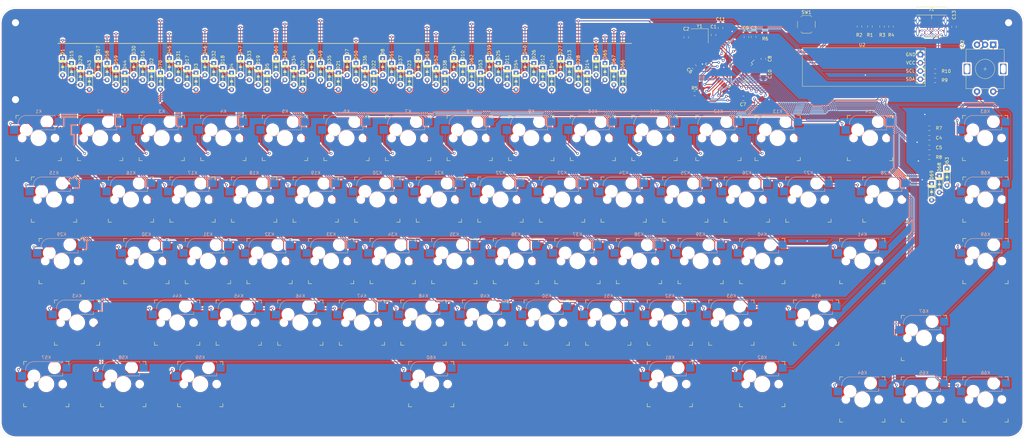
<source format=kicad_pcb>
(kicad_pcb (version 20171130) (host pcbnew "(5.1.6)-1")
  (layers (0 F.Cu signal) (31 B.Cu signal) (34 B.Paste user) (35 F.Paste user) (36 B.SilkS user) (37 F.SilkS user) (38 B.Mask user) (39 F.Mask user) (44 Edge.Cuts user))
  (net 0 "")
  (net 1 GND)
  (net 2 "Net-(C1-Pad1)")
  (net 3 "Net-(C2-Pad1)")
  (net 4 "Net-(C3-Pad1)")
  (net 5 rotA)
  (net 6 rotB)
  (net 7 "Net-(D1-Pad2)")
  (net 8 row0)
  (net 9 "Net-(D2-Pad2)")
  (net 10 row1)
  (net 11 "Net-(D3-Pad2)")
  (net 12 row2)
  (net 13 "Net-(D4-Pad2)")
  (net 14 row3)
  (net 15 "Net-(D5-Pad2)")
  (net 16 row4)
  (net 17 "Net-(D6-Pad2)")
  (net 18 row5)
  (net 19 "Net-(D7-Pad2)")
  (net 20 row6)
  (net 21 "Net-(D8-Pad2)")
  (net 22 "Net-(D9-Pad2)")
  (net 23 "Net-(D10-Pad2)")
  (net 24 "Net-(D11-Pad2)")
  (net 25 "Net-(D12-Pad2)")
  (net 26 "Net-(D13-Pad2)")
  (net 27 "Net-(D14-Pad2)")
  (net 28 "Net-(D15-Pad2)")
  (net 29 "Net-(D16-Pad2)")
  (net 30 "Net-(D17-Pad2)")
  (net 31 "Net-(D18-Pad2)")
  (net 32 "Net-(D19-Pad2)")
  (net 33 "Net-(D20-Pad2)")
  (net 34 "Net-(D21-Pad2)")
  (net 35 "Net-(D22-Pad2)")
  (net 36 "Net-(D23-Pad2)")
  (net 37 "Net-(D24-Pad2)")
  (net 38 "Net-(D25-Pad2)")
  (net 39 "Net-(D26-Pad2)")
  (net 40 "Net-(D27-Pad2)")
  (net 41 "Net-(D28-Pad2)")
  (net 42 "Net-(D29-Pad2)")
  (net 43 "Net-(D30-Pad2)")
  (net 44 "Net-(D31-Pad2)")
  (net 45 "Net-(D32-Pad2)")
  (net 46 "Net-(D33-Pad2)")
  (net 47 "Net-(D34-Pad2)")
  (net 48 "Net-(D35-Pad2)")
  (net 49 "Net-(D36-Pad2)")
  (net 50 "Net-(D37-Pad2)")
  (net 51 "Net-(D38-Pad2)")
  (net 52 "Net-(D39-Pad2)")
  (net 53 "Net-(D40-Pad2)")
  (net 54 "Net-(D41-Pad2)")
  (net 55 "Net-(D43-Pad2)")
  (net 56 "Net-(D44-Pad2)")
  (net 57 "Net-(D45-Pad2)")
  (net 58 "Net-(D46-Pad2)")
  (net 59 "Net-(D47-Pad2)")
  (net 60 "Net-(D48-Pad2)")
  (net 61 "Net-(D49-Pad2)")
  (net 62 "Net-(D50-Pad2)")
  (net 63 "Net-(D51-Pad2)")
  (net 64 "Net-(D52-Pad2)")
  (net 65 "Net-(D53-Pad2)")
  (net 66 "Net-(D54-Pad2)")
  (net 67 "Net-(D57-Pad2)")
  (net 68 "Net-(D58-Pad2)")
  (net 69 "Net-(D59-Pad2)")
  (net 70 "Net-(D60-Pad2)")
  (net 71 "Net-(D61-Pad2)")
  (net 72 "Net-(D62-Pad2)")
  (net 73 "Net-(D63-Pad2)")
  (net 74 "Net-(D64-Pad2)")
  (net 75 "Net-(D65-Pad2)")
  (net 76 "Net-(D66-Pad2)")
  (net 77 "Net-(D67-Pad2)")
  (net 78 "Net-(D68-Pad2)")
  (net 79 "Net-(D69-Pad2)")
  (net 80 rotSw2)
  (net 81 VCC)
  (net 82 "Net-(J1-PadB5)")
  (net 83 USB_D+)
  (net 84 USB_D-)
  (net 85 "Net-(J1-PadB8)")
  (net 86 "Net-(J1-PadA8)")
  (net 87 "Net-(J1-PadA5)")
  (net 88 col0)
  (net 89 col1)
  (net 90 col2)
  (net 91 col3)
  (net 92 col4)
  (net 93 col5)
  (net 94 col6)
  (net 95 col7)
  (net 96 col8)
  (net 97 col9)
  (net 98 "Net-(R3-Pad1)")
  (net 99 "Net-(R4-Pad1)")
  (net 100 "Net-(R5-Pad2)")
  (net 101 RESET)
  (net 102 "Net-(R7-Pad1)")
  (net 103 "Net-(R8-Pad2)")
  (net 104 SCK)
  (net 105 MOSI)
  (net 106 MISO)
  (net 107 I2C_SCL)
  (net 108 I2C_SDA)
  (net 109 "Net-(U1-Pad42)")
  (net 110 "Net-(U1-Pad1)")
  (module Type-C:USB_C_GCT_USB4085 (layer F.Cu) (at 345.28125 76.2 180)
    (fp_text reference J1 (at 0 1.85 180) (layer F.SilkS))
    (fp_text value USB_C_Receptacle_USB2.0)
    (pad S1 thru_hole oval (at 4.325 -1.74 180) (size 0.9 1.7) (drill oval 0.6 1.4) (layers *.Cu *.Mask) (net 1 GND))
    (pad S1 thru_hole oval (at -4.325 -1.74 180) (size 0.9 1.7) (drill oval 0.6 1.4) (layers *.Cu *.Mask) (net 1 GND))
    (pad S1 thru_hole oval (at 4.325 -5.12 180) (size 0.9 2.4) (drill oval 0.6 2.1) (layers *.Cu *.Mask) (net 1 GND))
    (pad S1 thru_hole oval (at -4.325 -5.12 180) (size 0.9 2.4) (drill oval 0.6 2.1) (layers *.Cu *.Mask) (net 1 GND))
    (pad B1 thru_hole circle (at 2.98 -4.775 180) (size 0.65 0.65) (drill 0.4) (layers *.Cu *.Mask) (net 1 GND))
    (pad B4 thru_hole circle (at 2.13 -4.775 180) (size 0.65 0.65) (drill 0.4) (layers *.Cu *.Mask) (net 81 VCC))
    (pad B5 thru_hole circle (at 1.28 -4.775 180) (size 0.65 0.65) (drill 0.4) (layers *.Cu *.Mask) (net 82 "Net-(J1-PadB5)"))
    (pad B6 thru_hole circle (at 0.43 -4.775 180) (size 0.65 0.65) (drill 0.4) (layers *.Cu *.Mask) (net 83 USB_D+))
    (pad B7 thru_hole circle (at -0.42 -4.775 180) (size 0.65 0.65) (drill 0.4) (layers *.Cu *.Mask) (net 84 USB_D-))
    (pad B8 thru_hole circle (at -1.27 -4.775 180) (size 0.65 0.65) (drill 0.4) (layers *.Cu *.Mask) (net 85 "Net-(J1-PadB8)"))
    (pad B9 thru_hole circle (at -2.12 -4.775 180) (size 0.65 0.65) (drill 0.4) (layers *.Cu *.Mask) (net 81 VCC))
    (pad B12 thru_hole circle (at -2.975 -4.775 180) (size 0.65 0.65) (drill 0.4) (layers *.Cu *.Mask) (net 1 GND))
    (pad A12 thru_hole circle (at 2.975 -6.1 180) (size 0.65 0.65) (drill 0.4) (layers *.Cu *.Mask) (net 1 GND))
    (pad A9 thru_hole circle (at 2.125 -6.1 180) (size 0.65 0.65) (drill 0.4) (layers *.Cu *.Mask) (net 81 VCC))
    (pad A8 thru_hole circle (at 1.275 -6.1 180) (size 0.65 0.65) (drill 0.4) (layers *.Cu *.Mask) (net 86 "Net-(J1-PadA8)"))
    (pad A7 thru_hole circle (at 0.425 -6.1 180) (size 0.65 0.65) (drill 0.4) (layers *.Cu *.Mask) (net 84 USB_D-))
    (pad A6 thru_hole circle (at -0.425 -6.1 180) (size 0.65 0.65) (drill 0.4) (layers *.Cu *.Mask) (net 83 USB_D+))
    (pad A4 thru_hole circle (at -2.125 -6.1 180) (size 0.65 0.65) (drill 0.4) (layers *.Cu *.Mask) (net 81 VCC))
    (pad A1 thru_hole circle (at -2.975 -6.1 180) (size 0.65 0.65) (drill 0.4) (layers *.Cu *.Mask) (net 1 GND))
    (pad A5 thru_hole circle (at -1.275 -6.1 180) (size 0.65 0.65) (drill 0.4) (layers *.Cu *.Mask) (net 87 "Net-(J1-PadA5)"))
  )
  (module Capacitor_SMD:C_0805_2012Metric_Pad1.15x1.40mm_HandSolder (layer F.Cu) (at 352.2 79.825 90)
    (fp_text reference C13 (at 3.625 0 90) (layer F.SilkS))
    (fp_text value 4.7u)
    (pad 2 smd roundrect (at 1.025 0 90) (size 1.15 1.4) (layers F.Cu F.Paste F.Mask) (roundrect_rratio 0.217391) (net 1 GND))
    (pad 1 smd roundrect (at -1.025 0 90) (size 1.15 1.4) (layers F.Cu F.Paste F.Mask) (roundrect_rratio 0.217391) (net 81 VCC))
  )
  (module keyswitches:Kailh_socket_MX (layer F.Cu) (at 126.20625 114.3)
    (fp_text reference K4 (at 0 -8.255) (layer B.SilkS) (effects (justify mirror)))
    (fp_text value KEYSW)
    (pad 2 smd rect (at -7.56 -2.54) (size 2.55 2.5) (layers B.Cu B.Paste B.Mask) (net 13 "Net-(D4-Pad2)"))
    (pad "" np_thru_hole circle (at -5.08 0) (size 1.7018 1.7018) (drill 1.7018) (layers *.Cu *.Mask))
    (pad "" np_thru_hole circle (at 5.08 0) (size 1.7018 1.7018) (drill 1.7018) (layers *.Cu *.Mask))
    (pad "" np_thru_hole circle (at 0 0) (size 3.9878 3.9878) (drill 3.9878) (layers *.Cu *.Mask))
    (pad "" np_thru_hole circle (at -3.81 -2.54) (size 3 3) (drill 3) (layers *.Cu *.Mask))
    (pad "" np_thru_hole circle (at 2.54 -5.08) (size 3 3) (drill 3) (layers *.Cu *.Mask))
    (pad 1 smd rect (at 6.29 -5.08) (size 2.55 2.5) (layers B.Cu B.Paste B.Mask) (net 88 col0))
  )
  (module keybored:DO-35_SOD27_5.08mm (layer F.Cu) (at 181 95.25 270)
    (fp_text reference D37 (at -5.13125 0 270) (layer F.SilkS))
    (fp_text value D)
    (pad 2 thru_hole circle (at 2.54 0 270) (size 1.524 1.524) (drill 0.7) (layers *.Cu *.Mask) (net 50 "Net-(D37-Pad2)"))
    (pad 1 thru_hole rect (at -2.54 0 270) (size 1.524 1.524) (drill 0.7) (layers *.Cu *.Mask) (net 10 row1))
  )
  (module keyswitches:Kailh_socket_MX (layer F.Cu) (at 183.35625 114.3)
    (fp_text reference K7 (at 0 -8.255) (layer B.SilkS) (effects (justify mirror)))
    (fp_text value KEYSW)
    (pad 2 smd rect (at -7.56 -2.54) (size 2.55 2.5) (layers B.Cu B.Paste B.Mask) (net 19 "Net-(D7-Pad2)"))
    (pad "" np_thru_hole circle (at -5.08 0) (size 1.7018 1.7018) (drill 1.7018) (layers *.Cu *.Mask))
    (pad "" np_thru_hole circle (at 5.08 0) (size 1.7018 1.7018) (drill 1.7018) (layers *.Cu *.Mask))
    (pad "" np_thru_hole circle (at 0 0) (size 3.9878 3.9878) (drill 3.9878) (layers *.Cu *.Mask))
    (pad "" np_thru_hole circle (at -3.81 -2.54) (size 3 3) (drill 3) (layers *.Cu *.Mask))
    (pad "" np_thru_hole circle (at 2.54 -5.08) (size 3 3) (drill 3) (layers *.Cu *.Mask))
    (pad 1 smd rect (at 6.29 -5.08) (size 2.55 2.5) (layers B.Cu B.Paste B.Mask) (net 88 col0))
  )
  (module keyswitches:Kailh_socket_MX (layer F.Cu) (at 76.2 152.4)
    (fp_text reference K29 (at 0 -8.255) (layer B.SilkS) (effects (justify mirror)))
    (fp_text value KEYSW)
    (pad 1 smd rect (at 6.29 -5.08) (size 2.55 2.5) (layers B.Cu B.Paste B.Mask) (net 92 col4))
    (pad "" np_thru_hole circle (at 2.54 -5.08) (size 3 3) (drill 3) (layers *.Cu *.Mask))
    (pad "" np_thru_hole circle (at -3.81 -2.54) (size 3 3) (drill 3) (layers *.Cu *.Mask))
    (pad "" np_thru_hole circle (at 0 0) (size 3.9878 3.9878) (drill 3.9878) (layers *.Cu *.Mask))
    (pad "" np_thru_hole circle (at 5.08 0) (size 1.7018 1.7018) (drill 1.7018) (layers *.Cu *.Mask))
    (pad "" np_thru_hole circle (at -5.08 0) (size 1.7018 1.7018) (drill 1.7018) (layers *.Cu *.Mask))
    (pad 2 smd rect (at -7.56 -2.54) (size 2.55 2.5) (layers B.Cu B.Paste B.Mask) (net 42 "Net-(D29-Pad2)"))
  )
  (module keyswitches:Kailh_socket_MX (layer F.Cu) (at 107.15625 114.3)
    (fp_text reference K3 (at 0 -8.255) (layer B.SilkS) (effects (justify mirror)))
    (fp_text value KEYSW)
    (pad 2 smd rect (at -7.56 -2.54) (size 2.55 2.5) (layers B.Cu B.Paste B.Mask) (net 11 "Net-(D3-Pad2)"))
    (pad "" np_thru_hole circle (at -5.08 0) (size 1.7018 1.7018) (drill 1.7018) (layers *.Cu *.Mask))
    (pad "" np_thru_hole circle (at 5.08 0) (size 1.7018 1.7018) (drill 1.7018) (layers *.Cu *.Mask))
    (pad "" np_thru_hole circle (at 0 0) (size 3.9878 3.9878) (drill 3.9878) (layers *.Cu *.Mask))
    (pad "" np_thru_hole circle (at -3.81 -2.54) (size 3 3) (drill 3) (layers *.Cu *.Mask))
    (pad "" np_thru_hole circle (at 2.54 -5.08) (size 3 3) (drill 3) (layers *.Cu *.Mask))
    (pad 1 smd rect (at 6.29 -5.08) (size 2.55 2.5) (layers B.Cu B.Paste B.Mask) (net 88 col0))
  )
  (module keyswitches:Kailh_socket_MX (layer F.Cu) (at 97.63125 133.35)
    (fp_text reference K16 (at 0 -8.255) (layer B.SilkS) (effects (justify mirror)))
    (fp_text value KEYSW)
    (pad 2 smd rect (at -7.56 -2.54) (size 2.55 2.5) (layers B.Cu B.Paste B.Mask) (net 29 "Net-(D16-Pad2)"))
    (pad "" np_thru_hole circle (at -5.08 0) (size 1.7018 1.7018) (drill 1.7018) (layers *.Cu *.Mask))
    (pad "" np_thru_hole circle (at 5.08 0) (size 1.7018 1.7018) (drill 1.7018) (layers *.Cu *.Mask))
    (pad "" np_thru_hole circle (at 0 0) (size 3.9878 3.9878) (drill 3.9878) (layers *.Cu *.Mask))
    (pad "" np_thru_hole circle (at -3.81 -2.54) (size 3 3) (drill 3) (layers *.Cu *.Mask))
    (pad "" np_thru_hole circle (at 2.54 -5.08) (size 3 3) (drill 3) (layers *.Cu *.Mask))
    (pad 1 smd rect (at 6.29 -5.08) (size 2.55 2.5) (layers B.Cu B.Paste B.Mask) (net 90 col2))
  )
  (module keyswitches:Kailh_socket_MX (layer F.Cu) (at 69.05625 114.3)
    (fp_text reference K1 (at 0 -8.255) (layer B.SilkS) (effects (justify mirror)))
    (fp_text value KEYSW)
    (pad 2 smd rect (at -7.56 -2.54) (size 2.55 2.5) (layers B.Cu B.Paste B.Mask) (net 7 "Net-(D1-Pad2)"))
    (pad "" np_thru_hole circle (at -5.08 0) (size 1.7018 1.7018) (drill 1.7018) (layers *.Cu *.Mask))
    (pad "" np_thru_hole circle (at 5.08 0) (size 1.7018 1.7018) (drill 1.7018) (layers *.Cu *.Mask))
    (pad "" np_thru_hole circle (at 0 0) (size 3.9878 3.9878) (drill 3.9878) (layers *.Cu *.Mask))
    (pad "" np_thru_hole circle (at -3.81 -2.54) (size 3 3) (drill 3) (layers *.Cu *.Mask))
    (pad "" np_thru_hole circle (at 2.54 -5.08) (size 3 3) (drill 3) (layers *.Cu *.Mask))
    (pad 1 smd rect (at 6.29 -5.08) (size 2.55 2.5) (layers B.Cu B.Paste B.Mask) (net 88 col0))
  )
  (module keybored:DO-35_SOD27_5.08mm (layer F.Cu) (at 84.75 96.75 270)
    (fp_text reference D43 (at -5.17525 0 270) (layer F.SilkS))
    (fp_text value D)
    (pad 1 thru_hole rect (at -2.54 0 270) (size 1.524 1.524) (drill 0.7) (layers *.Cu *.Mask) (net 8 row0))
    (pad 2 thru_hole circle (at 2.54 0 270) (size 1.524 1.524) (drill 0.7) (layers *.Cu *.Mask) (net 55 "Net-(D43-Pad2)"))
  )
  (module keyswitches:Kailh_socket_MX (layer F.Cu) (at 88.10625 114.3)
    (fp_text reference K2 (at 0 -8.255) (layer B.SilkS) (effects (justify mirror)))
    (fp_text value KEYSW)
    (pad 2 smd rect (at -7.56 -2.54) (size 2.55 2.5) (layers B.Cu B.Paste B.Mask) (net 9 "Net-(D2-Pad2)"))
    (pad "" np_thru_hole circle (at -5.08 0) (size 1.7018 1.7018) (drill 1.7018) (layers *.Cu *.Mask))
    (pad "" np_thru_hole circle (at 5.08 0) (size 1.7018 1.7018) (drill 1.7018) (layers *.Cu *.Mask))
    (pad "" np_thru_hole circle (at 0 0) (size 3.9878 3.9878) (drill 3.9878) (layers *.Cu *.Mask))
    (pad "" np_thru_hole circle (at -3.81 -2.54) (size 3 3) (drill 3) (layers *.Cu *.Mask))
    (pad "" np_thru_hole circle (at 2.54 -5.08) (size 3 3) (drill 3) (layers *.Cu *.Mask))
    (pad 1 smd rect (at 6.29 -5.08) (size 2.55 2.5) (layers B.Cu B.Paste B.Mask) (net 88 col0))
  )
  (module keyswitches:Kailh_socket_MX (layer F.Cu) (at 135.73125 133.35)
    (fp_text reference K18 (at 0 -8.255) (layer B.SilkS) (effects (justify mirror)))
    (fp_text value KEYSW)
    (pad 1 smd rect (at 6.29 -5.08) (size 2.55 2.5) (layers B.Cu B.Paste B.Mask) (net 90 col2))
    (pad "" np_thru_hole circle (at 2.54 -5.08) (size 3 3) (drill 3) (layers *.Cu *.Mask))
    (pad "" np_thru_hole circle (at -3.81 -2.54) (size 3 3) (drill 3) (layers *.Cu *.Mask))
    (pad "" np_thru_hole circle (at 0 0) (size 3.9878 3.9878) (drill 3.9878) (layers *.Cu *.Mask))
    (pad "" np_thru_hole circle (at 5.08 0) (size 1.7018 1.7018) (drill 1.7018) (layers *.Cu *.Mask))
    (pad "" np_thru_hole circle (at -5.08 0) (size 1.7018 1.7018) (drill 1.7018) (layers *.Cu *.Mask))
    (pad 2 smd rect (at -7.56 -2.54) (size 2.55 2.5) (layers B.Cu B.Paste B.Mask) (net 31 "Net-(D18-Pad2)"))
  )
  (module Resistor_SMD:R_0805_2012Metric_Pad1.15x1.40mm_HandSolder (layer F.Cu) (at 326.2 79.75 270)
    (fp_text reference R1 (at 2.65 0 180) (layer F.SilkS))
    (fp_text value 5.1k)
    (pad 2 smd roundrect (at 1.025 0 270) (size 1.15 1.4) (layers F.Cu F.Paste F.Mask) (roundrect_rratio 0.217391) (net 87 "Net-(J1-PadA5)"))
    (pad 1 smd roundrect (at -1.025 0 270) (size 1.15 1.4) (layers F.Cu F.Paste F.Mask) (roundrect_rratio 0.217391) (net 1 GND))
  )
  (module Resistor_SMD:R_0805_2012Metric_Pad1.15x1.40mm_HandSolder (layer F.Cu) (at 323 79.75 270)
    (fp_text reference R2 (at 2.65 0.11075) (layer F.SilkS))
    (fp_text value 5.1k)
    (pad 1 smd roundrect (at -1.025 0 270) (size 1.15 1.4) (layers F.Cu F.Paste F.Mask) (roundrect_rratio 0.217391) (net 1 GND))
    (pad 2 smd roundrect (at 1.025 0 270) (size 1.15 1.4) (layers F.Cu F.Paste F.Mask) (roundrect_rratio 0.217391) (net 82 "Net-(J1-PadB5)"))
  )
  (module Resistor_SMD:R_0805_2012Metric_Pad1.15x1.40mm_HandSolder (layer F.Cu) (at 329.97275 79.775 90)
    (fp_text reference R3 (at -2.625 0.02725 180) (layer F.SilkS))
    (fp_text value 22)
    (pad 2 smd roundrect (at 1.025 0 90) (size 1.15 1.4) (layers F.Cu F.Paste F.Mask) (roundrect_rratio 0.217391) (net 84 USB_D-))
    (pad 1 smd roundrect (at -1.025 0 90) (size 1.15 1.4) (layers F.Cu F.Paste F.Mask) (roundrect_rratio 0.217391) (net 98 "Net-(R3-Pad1)"))
  )
  (module Resistor_SMD:R_0805_2012Metric_Pad1.15x1.40mm_HandSolder (layer F.Cu) (at 332.75 79.775 270)
    (fp_text reference R4 (at 2.625 -0.01675 180) (layer F.SilkS))
    (fp_text value 22)
    (pad 1 smd roundrect (at -1.025 0 270) (size 1.15 1.4) (layers F.Cu F.Paste F.Mask) (roundrect_rratio 0.217391) (net 99 "Net-(R4-Pad1)"))
    (pad 2 smd roundrect (at 1.025 0 270) (size 1.15 1.4) (layers F.Cu F.Paste F.Mask) (roundrect_rratio 0.217391) (net 83 USB_D+))
  )
  (module Resistor_SMD:R_0805_2012Metric_Pad1.15x1.40mm_HandSolder (layer F.Cu) (at 271.975 100.5)
    (fp_text reference R5 (at 0 -1.65 180) (layer F.SilkS))
    (fp_text value 10k)
    (pad 2 smd roundrect (at 1.025 0) (size 1.15 1.4) (layers F.Cu F.Paste F.Mask) (roundrect_rratio 0.217391) (net 100 "Net-(R5-Pad2)"))
    (pad 1 smd roundrect (at -1.025 0) (size 1.15 1.4) (layers F.Cu F.Paste F.Mask) (roundrect_rratio 0.217391) (net 1 GND))
  )
  (module Resistor_SMD:R_0805_2012Metric_Pad1.15x1.40mm_HandSolder (layer F.Cu) (at 293.8 80.925 90)
    (fp_text reference R6 (at -2.625 0 180) (layer F.SilkS))
    (fp_text value 10k)
    (pad 1 smd roundrect (at -1.025 0 90) (size 1.15 1.4) (layers F.Cu F.Paste F.Mask) (roundrect_rratio 0.217391) (net 81 VCC))
    (pad 2 smd roundrect (at 1.025 0 90) (size 1.15 1.4) (layers F.Cu F.Paste F.Mask) (roundrect_rratio 0.217391) (net 101 RESET))
  )
  (module Resistor_SMD:R_0805_2012Metric_Pad1.15x1.40mm_HandSolder (layer F.Cu) (at 344.575 111.25 180)
    (fp_text reference R7 (at -2.975 0) (layer F.SilkS))
    (fp_text value 27k)
    (pad 1 smd roundrect (at -1.025 0 180) (size 1.15 1.4) (layers F.Cu F.Paste F.Mask) (roundrect_rratio 0.217391) (net 102 "Net-(R7-Pad1)"))
    (pad 2 smd roundrect (at 1.025 0 180) (size 1.15 1.4) (layers F.Cu F.Paste F.Mask) (roundrect_rratio 0.217391) (net 5 rotA))
  )
  (module Resistor_SMD:R_0805_2012Metric_Pad1.15x1.40mm_HandSolder (layer F.Cu) (at 344.575 120.25)
    (fp_text reference R8 (at 2.975 0 180) (layer F.SilkS))
    (fp_text value 27k)
    (pad 2 smd roundrect (at 1.025 0) (size 1.15 1.4) (layers F.Cu F.Paste F.Mask) (roundrect_rratio 0.217391) (net 103 "Net-(R8-Pad2)"))
    (pad 1 smd roundrect (at -1.025 0) (size 1.15 1.4) (layers F.Cu F.Paste F.Mask) (roundrect_rratio 0.217391) (net 6 rotB))
  )
  (module Button_Switch_SMD:SW_SPST_TL3342 (layer F.Cu) (at 306.55 79.1)
    (fp_text reference SW1 (at 0 -3.75) (layer F.SilkS))
    (fp_text value SW_PUSH)
    (pad 1 smd rect (at -3.15 -1.9) (size 1.7 1) (layers F.Cu F.Paste F.Mask) (net 1 GND))
    (pad 1 smd rect (at 3.15 -1.9) (size 1.7 1) (layers F.Cu F.Paste F.Mask) (net 1 GND))
    (pad 2 smd rect (at -3.15 1.9) (size 1.7 1) (layers F.Cu F.Paste F.Mask) (net 101 RESET))
    (pad 2 smd rect (at 3.15 1.9) (size 1.7 1) (layers F.Cu F.Paste F.Mask) (net 101 RESET))
  )
  (module Rotary_Encoder:RotaryEncoder_Alps_EC11E-Switch_Vertical_H20mm (layer F.Cu) (at 364.33125 85.4 270)
    (fp_text reference SW2 (at 0 9.525 90) (layer F.SilkS))
    (fp_text value Rot_Enc_Sw)
    (pad S1 thru_hole circle (at 14.5 5 270) (size 2 2) (drill 1) (layers *.Cu *.Mask) (net 97 col9))
    (pad S2 thru_hole circle (at 14.5 0 270) (size 2 2) (drill 1) (layers *.Cu *.Mask) (net 80 rotSw2))
    (pad MP thru_hole rect (at 7.5 8.1 270) (size 3.2 2) (drill oval 2.8 1.5) (layers *.Cu *.Mask))
    (pad MP thru_hole rect (at 7.5 -3.1 270) (size 3.2 2) (drill oval 2.8 1.5) (layers *.Cu *.Mask))
    (pad B thru_hole circle (at 0 5 270) (size 2 2) (drill 1) (layers *.Cu *.Mask) (net 103 "Net-(R8-Pad2)"))
    (pad C thru_hole circle (at 0 2.5 270) (size 2 2) (drill 1) (layers *.Cu *.Mask) (net 1 GND))
    (pad A thru_hole rect (at 0 0 270) (size 2 2) (drill 1) (layers *.Cu *.Mask) (net 102 "Net-(R7-Pad1)"))
  )
  (module Package_QFP:TQFP-44_10x10mm_P0.8mm (layer F.Cu) (at 282.6 91.4 225)
    (fp_text reference U1 (at 0 -7.45 225) (layer F.SilkS))
    (fp_text value ATMEGA32U4)
    (pad 1 smd rect (at -5.7 -4 225) (size 1.5 0.55) (layers F.Cu F.Paste F.Mask) (net 110 "Net-(U1-Pad1)"))
    (pad 2 smd rect (at -5.7 -3.2 225) (size 1.5 0.55) (layers F.Cu F.Paste F.Mask) (net 81 VCC))
    (pad 3 smd rect (at -5.7 -2.4 225) (size 1.5 0.55) (layers F.Cu F.Paste F.Mask) (net 98 "Net-(R3-Pad1)"))
    (pad 4 smd rect (at -5.7 -1.6 225) (size 1.5 0.55) (layers F.Cu F.Paste F.Mask) (net 99 "Net-(R4-Pad1)"))
    (pad 5 smd rect (at -5.7 -0.8 225) (size 1.5 0.55) (layers F.Cu F.Paste F.Mask) (net 1 GND))
    (pad 6 smd rect (at -5.7 0 225) (size 1.5 0.55) (layers F.Cu F.Paste F.Mask) (net 4 "Net-(C3-Pad1)"))
    (pad 7 smd rect (at -5.7 0.8 225) (size 1.5 0.55) (layers F.Cu F.Paste F.Mask) (net 81 VCC))
    (pad 8 smd rect (at -5.7 1.6 225) (size 1.5 0.55) (layers F.Cu F.Paste F.Mask) (net 6 rotB))
    (pad 9 smd rect (at -5.7 2.4 225) (size 1.5 0.55) (layers F.Cu F.Paste F.Mask) (net 104 SCK))
    (pad 10 smd rect (at -5.7 3.2 225) (size 1.5 0.55) (layers F.Cu F.Paste F.Mask) (net 105 MOSI))
    (pad 11 smd rect (at -5.7 4 225) (size 1.5 0.55) (layers F.Cu F.Paste F.Mask) (net 106 MISO))
    (pad 12 smd rect (at -4 5.7 315) (size 1.5 0.55) (layers F.Cu F.Paste F.Mask) (net 5 rotA))
    (pad 13 smd rect (at -3.2 5.7 315) (size 1.5 0.55) (layers F.Cu F.Paste F.Mask) (net 101 RESET))
    (pad 14 smd rect (at -2.4 5.7 315) (size 1.5 0.55) (layers F.Cu F.Paste F.Mask) (net 81 VCC))
    (pad 15 smd rect (at -1.6 5.7 315) (size 1.5 0.55) (layers F.Cu F.Paste F.Mask) (net 1 GND))
    (pad 16 smd rect (at -0.8 5.7 315) (size 1.5 0.55) (layers F.Cu F.Paste F.Mask) (net 2 "Net-(C1-Pad1)"))
    (pad 17 smd rect (at 0 5.7 315) (size 1.5 0.55) (layers F.Cu F.Paste F.Mask) (net 3 "Net-(C2-Pad1)"))
    (pad 18 smd rect (at 0.8 5.7 315) (size 1.5 0.55) (layers F.Cu F.Paste F.Mask) (net 107 I2C_SCL))
    (pad 19 smd rect (at 1.6 5.7 315) (size 1.5 0.55) (layers F.Cu F.Paste F.Mask) (net 108 I2C_SDA))
    (pad 20 smd rect (at 2.4 5.7 315) (size 1.5 0.55) (layers F.Cu F.Paste F.Mask) (net 20 row6))
    (pad 21 smd rect (at 3.2 5.7 315) (size 1.5 0.55) (layers F.Cu F.Paste F.Mask) (net 18 row5))
    (pad 22 smd rect (at 4 5.7 315) (size 1.5 0.55) (layers F.Cu F.Paste F.Mask) (net 16 row4))
    (pad 23 smd rect (at 5.7 4 225) (size 1.5 0.55) (layers F.Cu F.Paste F.Mask) (net 1 GND))
    (pad 24 smd rect (at 5.7 3.2 225) (size 1.5 0.55) (layers F.Cu F.Paste F.Mask) (net 81 VCC))
    (pad 25 smd rect (at 5.7 2.4 225) (size 1.5 0.55) (layers F.Cu F.Paste F.Mask) (net 14 row3))
    (pad 26 smd rect (at 5.7 1.6 225) (size 1.5 0.55) (layers F.Cu F.Paste F.Mask) (net 12 row2))
    (pad 27 smd rect (at 5.7 0.8 225) (size 1.5 0.55) (layers F.Cu F.Paste F.Mask) (net 10 row1))
    (pad 28 smd rect (at 5.7 0 225) (size 1.5 0.55) (layers F.Cu F.Paste F.Mask) (net 8 row0))
    (pad 29 smd rect (at 5.7 -0.8 225) (size 1.5 0.55) (layers F.Cu F.Paste F.Mask) (net 97 col9))
    (pad 30 smd rect (at 5.7 -1.6 225) (size 1.5 0.55) (layers F.Cu F.Paste F.Mask) (net 96 col8))
    (pad 31 smd rect (at 5.7 -2.4 225) (size 1.5 0.55) (layers F.Cu F.Paste F.Mask) (net 95 col7))
    (pad 32 smd rect (at 5.7 -3.2 225) (size 1.5 0.55) (layers F.Cu F.Paste F.Mask) (net 94 col6))
    (pad 33 smd rect (at 5.7 -4 225) (size 1.5 0.55) (layers F.Cu F.Paste F.Mask) (net 100 "Net-(R5-Pad2)"))
    (pad 34 smd rect (at 4 -5.7 315) (size 1.5 0.55) (layers F.Cu F.Paste F.Mask) (net 81 VCC))
    (pad 35 smd rect (at 3.2 -5.7 315) (size 1.5 0.55) (layers F.Cu F.Paste F.Mask) (net 1 GND))
    (pad 36 smd rect (at 2.4 -5.7 315) (size 1.5 0.55) (layers F.Cu F.Paste F.Mask) (net 93 col5))
    (pad 37 smd rect (at 1.6 -5.7 315) (size 1.5 0.55) (layers F.Cu F.Paste F.Mask) (net 92 col4))
    (pad 38 smd rect (at 0.8 -5.7 315) (size 1.5 0.55) (layers F.Cu F.Paste F.Mask) (net 91 col3))
    (pad 39 smd rect (at 0 -5.7 315) (size 1.5 0.55) (layers F.Cu F.Paste F.Mask) (net 90 col2))
    (pad 40 smd rect (at -0.8 -5.7 315) (size 1.5 0.55) (layers F.Cu F.Paste F.Mask) (net 89 col1))
    (pad 41 smd rect (at -1.6 -5.7 315) (size 1.5 0.55) (layers F.Cu F.Paste F.Mask) (net 88 col0))
    (pad 42 smd rect (at -2.4 -5.7 315) (size 1.5 0.55) (layers F.Cu F.Paste F.Mask) (net 109 "Net-(U1-Pad42)"))
    (pad 43 smd rect (at -3.2 -5.7 315) (size 1.5 0.55) (layers F.Cu F.Paste F.Mask) (net 1 GND))
    (pad 44 smd rect (at -4 -5.7 315) (size 1.5 0.55) (layers F.Cu F.Paste F.Mask) (net 81 VCC))
  )
  (module Crystal:Crystal_SMD_SeikoEpson_FA238-4Pin_3.2x2.5mm_HandSoldering (layer F.Cu) (at 273.5 82.68 180)
    (fp_text reference Y1 (at -0.02 3.04 180) (layer F.SilkS))
    (fp_text value Crystal)
    (pad 1 smd rect (at -1.45 1.1 180) (size 2.1 1.8) (layers F.Cu F.Paste F.Mask) (net 2 "Net-(C1-Pad1)"))
    (pad 2 smd rect (at 1.45 1.1 180) (size 2.1 1.8) (layers F.Cu F.Paste F.Mask) (net 1 GND))
    (pad 3 smd rect (at 1.45 -1.1 180) (size 2.1 1.8) (layers F.Cu F.Paste F.Mask) (net 3 "Net-(C2-Pad1)"))
    (pad 4 smd rect (at -1.45 -1.1 180) (size 2.1 1.8) (layers F.Cu F.Paste F.Mask) (net 1 GND))
  )
  (module Capacitor_SMD:C_0805_2012Metric_Pad1.15x1.40mm_HandSolder (layer F.Cu) (at 277.85 82.365 270)
    (fp_text reference C1 (at -2.515 0.02) (layer F.SilkS))
    (fp_text value 22p)
    (pad 2 smd roundrect (at 1.025 0 270) (size 1.15 1.4) (layers F.Cu F.Paste F.Mask) (roundrect_rratio 0.217391) (net 1 GND))
    (pad 1 smd roundrect (at -1.025 0 270) (size 1.15 1.4) (layers F.Cu F.Paste F.Mask) (roundrect_rratio 0.217391) (net 2 "Net-(C1-Pad1)"))
  )
  (module Capacitor_SMD:C_0805_2012Metric_Pad1.15x1.40mm_HandSolder (layer F.Cu) (at 269.38 83.115 90)
    (fp_text reference C2 (at 2.6035 0 -180) (layer F.SilkS))
    (fp_text value 22p)
    (pad 2 smd roundrect (at 1.025 0 90) (size 1.15 1.4) (layers F.Cu F.Paste F.Mask) (roundrect_rratio 0.217391) (net 1 GND))
    (pad 1 smd roundrect (at -1.025 0 90) (size 1.15 1.4) (layers F.Cu F.Paste F.Mask) (roundrect_rratio 0.217391) (net 3 "Net-(C2-Pad1)"))
  )
  (module Capacitor_SMD:C_0805_2012Metric_Pad1.15x1.40mm_HandSolder (layer F.Cu) (at 290.25 82.975 90)
    (fp_text reference C3 (at 2.725 0) (layer F.SilkS))
    (fp_text value 1u)
    (pad 2 smd roundrect (at 1.025 0 90) (size 1.15 1.4) (layers F.Cu F.Paste F.Mask) (roundrect_rratio 0.217391) (net 1 GND))
    (pad 1 smd roundrect (at -1.025 0 90) (size 1.15 1.4) (layers F.Cu F.Paste F.Mask) (roundrect_rratio 0.217391) (net 4 "Net-(C3-Pad1)"))
  )
  (module Capacitor_SMD:C_0805_2012Metric_Pad1.15x1.40mm_HandSolder (layer F.Cu) (at 344.575 114.25)
    (fp_text reference C4 (at 2.975 0 180) (layer F.SilkS))
    (fp_text value 100n)
    (pad 1 smd roundrect (at -1.025 0) (size 1.15 1.4) (layers F.Cu F.Paste F.Mask) (roundrect_rratio 0.217391) (net 5 rotA))
    (pad 2 smd roundrect (at 1.025 0) (size 1.15 1.4) (layers F.Cu F.Paste F.Mask) (roundrect_rratio 0.217391) (net 1 GND))
  )
  (module Capacitor_SMD:C_0805_2012Metric_Pad1.15x1.40mm_HandSolder (layer F.Cu) (at 344.575 117.25 180)
    (fp_text reference C5 (at -2.975 0) (layer F.SilkS))
    (fp_text value 100n)
    (pad 2 smd roundrect (at 1.025 0 180) (size 1.15 1.4) (layers F.Cu F.Paste F.Mask) (roundrect_rratio 0.217391) (net 6 rotB))
    (pad 1 smd roundrect (at -1.025 0 180) (size 1.15 1.4) (layers F.Cu F.Paste F.Mask) (roundrect_rratio 0.217391) (net 1 GND))
  )
  (module keybored:DO-35_SOD27_5.08mm (layer F.Cu) (at 76.5 92.25 270)
    (fp_text reference D1 (at -4.63125 0 270) (layer F.SilkS))
    (fp_text value D)
    (pad 1 thru_hole rect (at -2.54 0 270) (size 1.524 1.524) (drill 0.7) (layers *.Cu *.Mask) (net 8 row0))
    (pad 2 thru_hole circle (at 2.54 0 270) (size 1.524 1.524) (drill 0.7) (layers *.Cu *.Mask) (net 7 "Net-(D1-Pad2)"))
  )
  (module keybored:DO-35_SOD27_5.08mm (layer F.Cu) (at 104 95.25 270)
    (fp_text reference D2 (at -4.7625 0 270) (layer F.SilkS))
    (fp_text value D)
    (pad 1 thru_hole rect (at -2.54 0 270) (size 1.524 1.524) (drill 0.7) (layers *.Cu *.Mask) (net 10 row1))
    (pad 2 thru_hole circle (at 2.54 0 270) (size 1.524 1.524) (drill 0.7) (layers *.Cu *.Mask) (net 9 "Net-(D2-Pad2)"))
  )
  (module keybored:DO-35_SOD27_5.08mm (layer F.Cu) (at 117.75 96.75 270)
    (fp_text reference D3 (at -4.63125 0 270) (layer F.SilkS))
    (fp_text value D)
    (pad 1 thru_hole rect (at -2.54 0 270) (size 1.524 1.524) (drill 0.7) (layers *.Cu *.Mask) (net 12 row2))
    (pad 2 thru_hole circle (at 2.54 0 270) (size 1.524 1.524) (drill 0.7) (layers *.Cu *.Mask) (net 11 "Net-(D3-Pad2)"))
  )
  (module keybored:DO-35_SOD27_5.08mm (layer F.Cu) (at 128.75 96.75 270)
    (fp_text reference D4 (at -4.63125 0 270) (layer F.SilkS))
    (fp_text value D)
    (pad 1 thru_hole rect (at -2.54 0 270) (size 1.524 1.524) (drill 0.7) (layers *.Cu *.Mask) (net 14 row3))
    (pad 2 thru_hole circle (at 2.54 0 270) (size 1.524 1.524) (drill 0.7) (layers *.Cu *.Mask) (net 13 "Net-(D4-Pad2)"))
  )
  (module keybored:DO-35_SOD27_5.08mm (layer F.Cu) (at 139.75 96.75 270)
    (fp_text reference D5 (at -4.63125 0 270) (layer F.SilkS))
    (fp_text value D)
    (pad 1 thru_hole rect (at -2.54 0 270) (size 1.524 1.524) (drill 0.7) (layers *.Cu *.Mask) (net 16 row4))
    (pad 2 thru_hole circle (at 2.54 0 270) (size 1.524 1.524) (drill 0.7) (layers *.Cu *.Mask) (net 15 "Net-(D5-Pad2)"))
  )
  (module keybored:DO-35_SOD27_5.08mm (layer F.Cu) (at 153.5 92.25 270)
    (fp_text reference D6 (at -4.63125 0 270) (layer F.SilkS))
    (fp_text value D)
    (pad 2 thru_hole circle (at 2.54 0 270) (size 1.524 1.524) (drill 0.7) (layers *.Cu *.Mask) (net 17 "Net-(D6-Pad2)"))
    (pad 1 thru_hole rect (at -2.54 0 270) (size 1.524 1.524) (drill 0.7) (layers *.Cu *.Mask) (net 18 row5))
  )
  (module keybored:DO-35_SOD27_5.08mm (layer F.Cu) (at 164.5 92.25 270)
    (fp_text reference D7 (at -4.63125 0 270) (layer F.SilkS))
    (fp_text value D)
    (pad 1 thru_hole rect (at -2.54 0 270) (size 1.524 1.524) (drill 0.7) (layers *.Cu *.Mask) (net 20 row6))
    (pad 2 thru_hole circle (at 2.54 0 270) (size 1.524 1.524) (drill 0.7) (layers *.Cu *.Mask) (net 19 "Net-(D7-Pad2)"))
  )
  (module keybored:DO-35_SOD27_5.08mm (layer F.Cu) (at 175.5 92.25 270)
    (fp_text reference D8 (at -4.63125 0 270) (layer F.SilkS))
    (fp_text value D)
    (pad 2 thru_hole circle (at 2.54 0 270) (size 1.524 1.524) (drill 0.7) (layers *.Cu *.Mask) (net 21 "Net-(D8-Pad2)"))
    (pad 1 thru_hole rect (at -2.54 0 270) (size 1.524 1.524) (drill 0.7) (layers *.Cu *.Mask) (net 8 row0))
  )
  (module keybored:DO-35_SOD27_5.08mm (layer F.Cu) (at 186.5 92.25 270)
    (fp_text reference D9 (at -4.63125 0 270) (layer F.SilkS))
    (fp_text value D)
    (pad 2 thru_hole circle (at 2.54 0 270) (size 1.524 1.524) (drill 0.7) (layers *.Cu *.Mask) (net 22 "Net-(D9-Pad2)"))
    (pad 1 thru_hole rect (at -2.54 0 270) (size 1.524 1.524) (drill 0.7) (layers *.Cu *.Mask) (net 10 row1))
  )
  (module keybored:DO-35_SOD27_5.08mm (layer F.Cu) (at 200.25 93.75 270)
    (fp_text reference D10 (at -5.13125 0 270) (layer F.SilkS))
    (fp_text value D)
    (pad 2 thru_hole circle (at 2.54 0 270) (size 1.524 1.524) (drill 0.7) (layers *.Cu *.Mask) (net 23 "Net-(D10-Pad2)"))
    (pad 1 thru_hole rect (at -2.54 0 270) (size 1.524 1.524) (drill 0.7) (layers *.Cu *.Mask) (net 12 row2))
  )
  (module keybored:DO-35_SOD27_5.08mm (layer F.Cu) (at 214 95.25 270)
    (fp_text reference D11 (at -5.30225 0 270) (layer F.SilkS))
    (fp_text value D)
    (pad 2 thru_hole circle (at 2.54 0 270) (size 1.524 1.524) (drill 0.7) (layers *.Cu *.Mask) (net 24 "Net-(D11-Pad2)"))
    (pad 1 thru_hole rect (at -2.54 0 270) (size 1.524 1.524) (drill 0.7) (layers *.Cu *.Mask) (net 14 row3))
  )
  (module keybored:DO-35_SOD27_5.08mm (layer F.Cu) (at 225 95.25 270)
    (fp_text reference D12 (at -5.30225 0 270) (layer F.SilkS))
    (fp_text value D)
    (pad 1 thru_hole rect (at -2.54 0 270) (size 1.524 1.524) (drill 0.7) (layers *.Cu *.Mask) (net 16 row4))
    (pad 2 thru_hole circle (at 2.54 0 270) (size 1.524 1.524) (drill 0.7) (layers *.Cu *.Mask) (net 25 "Net-(D12-Pad2)"))
  )
  (module keybored:DO-35_SOD27_5.08mm (layer F.Cu) (at 233.25 93.75 270)
    (fp_text reference D13 (at -5.30225 0 270) (layer F.SilkS))
    (fp_text value D)
    (pad 2 thru_hole circle (at 2.54 0 270) (size 1.524 1.524) (drill 0.7) (layers *.Cu *.Mask) (net 26 "Net-(D13-Pad2)"))
    (pad 1 thru_hole rect (at -2.54 0 270) (size 1.524 1.524) (drill 0.7) (layers *.Cu *.Mask) (net 18 row5))
  )
  (module keybored:DO-35_SOD27_5.08mm (layer F.Cu) (at 238.75 96.75 270)
    (fp_text reference D14 (at -5.30225 0 270) (layer F.SilkS))
    (fp_text value D)
    (pad 2 thru_hole circle (at 2.54 0 270) (size 1.524 1.524) (drill 0.7) (layers *.Cu *.Mask) (net 27 "Net-(D14-Pad2)"))
    (pad 1 thru_hole rect (at -2.54 0 270) (size 1.524 1.524) (drill 0.7) (layers *.Cu *.Mask) (net 20 row6))
  )
  (module keybored:DO-35_SOD27_5.08mm (layer F.Cu) (at 79.25 93.75 270)
    (fp_text reference D15 (at -5.11175 0 270) (layer F.SilkS))
    (fp_text value D)
    (pad 1 thru_hole rect (at -2.54 0 270) (size 1.524 1.524) (drill 0.7) (layers *.Cu *.Mask) (net 8 row0))
    (pad 2 thru_hole circle (at 2.54 0 270) (size 1.524 1.524) (drill 0.7) (layers *.Cu *.Mask) (net 28 "Net-(D15-Pad2)"))
  )
  (module keybored:DO-35_SOD27_5.08mm (layer F.Cu) (at 101.25 93.75 270)
    (fp_text reference D16 (at -5.13125 0 270) (layer F.SilkS))
    (fp_text value D)
    (pad 1 thru_hole rect (at -2.54 0 270) (size 1.524 1.524) (drill 0.7) (layers *.Cu *.Mask) (net 10 row1))
    (pad 2 thru_hole circle (at 2.54 0 270) (size 1.524 1.524) (drill 0.7) (layers *.Cu *.Mask) (net 29 "Net-(D16-Pad2)"))
  )
  (module keybored:DO-35_SOD27_5.08mm (layer F.Cu) (at 115 95.25 270)
    (fp_text reference D17 (at -5.13125 0 270) (layer F.SilkS))
    (fp_text value D)
    (pad 1 thru_hole rect (at -2.54 0 270) (size 1.524 1.524) (drill 0.7) (layers *.Cu *.Mask) (net 12 row2))
    (pad 2 thru_hole circle (at 2.54 0 270) (size 1.524 1.524) (drill 0.7) (layers *.Cu *.Mask) (net 30 "Net-(D17-Pad2)"))
  )
  (module keybored:DO-35_SOD27_5.08mm (layer F.Cu) (at 126 95.25 270)
    (fp_text reference D18 (at -5.13125 0 270) (layer F.SilkS))
    (fp_text value D)
    (pad 1 thru_hole rect (at -2.54 0 270) (size 1.524 1.524) (drill 0.7) (layers *.Cu *.Mask) (net 14 row3))
    (pad 2 thru_hole circle (at 2.54 0 270) (size 1.524 1.524) (drill 0.7) (layers *.Cu *.Mask) (net 31 "Net-(D18-Pad2)"))
  )
  (module keybored:DO-35_SOD27_5.08mm (layer F.Cu) (at 137 95.25 270)
    (fp_text reference D19 (at -5.13125 0 270) (layer F.SilkS))
    (fp_text value D)
    (pad 1 thru_hole rect (at -2.54 0 270) (size 1.524 1.524) (drill 0.7) (layers *.Cu *.Mask) (net 16 row4))
    (pad 2 thru_hole circle (at 2.54 0 270) (size 1.524 1.524) (drill 0.7) (layers *.Cu *.Mask) (net 32 "Net-(D19-Pad2)"))
  )
  (module keybored:DO-35_SOD27_5.08mm (layer F.Cu) (at 150.75 96.75 270)
    (fp_text reference D20 (at -5.13125 0 270) (layer F.SilkS))
    (fp_text value D)
    (pad 1 thru_hole rect (at -2.54 0 270) (size 1.524 1.524) (drill 0.7) (layers *.Cu *.Mask) (net 18 row5))
    (pad 2 thru_hole circle (at 2.54 0 270) (size 1.524 1.524) (drill 0.7) (layers *.Cu *.Mask) (net 33 "Net-(D20-Pad2)"))
  )
  (module keybored:DO-35_SOD27_5.08mm (layer F.Cu) (at 161.75 96.75 270)
    (fp_text reference D21 (at -5.13125 0 270) (layer F.SilkS))
    (fp_text value D)
    (pad 1 thru_hole rect (at -2.54 0 270) (size 1.524 1.524) (drill 0.7) (layers *.Cu *.Mask) (net 20 row6))
    (pad 2 thru_hole circle (at 2.54 0 270) (size 1.524 1.524) (drill 0.7) (layers *.Cu *.Mask) (net 34 "Net-(D21-Pad2)"))
  )
  (module keybored:DO-35_SOD27_5.08mm (layer F.Cu) (at 172.75 96.75 270)
    (fp_text reference D22 (at -5.13125 0 270) (layer F.SilkS))
    (fp_text value D)
    (pad 2 thru_hole circle (at 2.54 0 270) (size 1.524 1.524) (drill 0.7) (layers *.Cu *.Mask) (net 35 "Net-(D22-Pad2)"))
    (pad 1 thru_hole rect (at -2.54 0 270) (size 1.524 1.524) (drill 0.7) (layers *.Cu *.Mask) (net 8 row0))
  )
  (module keybored:DO-35_SOD27_5.08mm (layer F.Cu) (at 183.75 96.75 270)
    (fp_text reference D23 (at -5.13125 0 270) (layer F.SilkS))
    (fp_text value D)
    (pad 2 thru_hole circle (at 2.54 0 270) (size 1.524 1.524) (drill 0.7) (layers *.Cu *.Mask) (net 36 "Net-(D23-Pad2)"))
    (pad 1 thru_hole rect (at -2.54 0 270) (size 1.524 1.524) (drill 0.7) (layers *.Cu *.Mask) (net 10 row1))
  )
  (module keybored:DO-35_SOD27_5.08mm (layer F.Cu) (at 197.5 92.25 270)
    (fp_text reference D24 (at -5.13125 0 270) (layer F.SilkS))
    (fp_text value D)
    (pad 2 thru_hole circle (at 2.54 0 270) (size 1.524 1.524) (drill 0.7) (layers *.Cu *.Mask) (net 37 "Net-(D24-Pad2)"))
    (pad 1 thru_hole rect (at -2.54 0 270) (size 1.524 1.524) (drill 0.7) (layers *.Cu *.Mask) (net 12 row2))
  )
  (module keybored:DO-35_SOD27_5.08mm (layer F.Cu) (at 211.25 93.75 270)
    (fp_text reference D25 (at -5.207 0 270) (layer F.SilkS))
    (fp_text value D)
    (pad 2 thru_hole circle (at 2.54 0 270) (size 1.524 1.524) (drill 0.7) (layers *.Cu *.Mask) (net 38 "Net-(D25-Pad2)"))
    (pad 1 thru_hole rect (at -2.54 0 270) (size 1.524 1.524) (drill 0.7) (layers *.Cu *.Mask) (net 14 row3))
  )
  (module keybored:DO-35_SOD27_5.08mm (layer F.Cu) (at 222.25 93.75 270)
    (fp_text reference D26 (at -5.36575 0 270) (layer F.SilkS))
    (fp_text value D)
    (pad 2 thru_hole circle (at 2.54 0 270) (size 1.524 1.524) (drill 0.7) (layers *.Cu *.Mask) (net 39 "Net-(D26-Pad2)"))
    (pad 1 thru_hole rect (at -2.54 0 270) (size 1.524 1.524) (drill 0.7) (layers *.Cu *.Mask) (net 16 row4))
  )
  (module keybored:DO-35_SOD27_5.08mm (layer F.Cu) (at 230.5 92.25 270)
    (fp_text reference D27 (at -5.207 0 270) (layer F.SilkS))
    (fp_text value D)
    (pad 2 thru_hole circle (at 2.54 0 270) (size 1.524 1.524) (drill 0.7) (layers *.Cu *.Mask) (net 40 "Net-(D27-Pad2)"))
    (pad 1 thru_hole rect (at -2.54 0 270) (size 1.524 1.524) (drill 0.7) (layers *.Cu *.Mask) (net 18 row5))
  )
  (module keybored:DO-35_SOD27_5.08mm (layer F.Cu) (at 236 95.25 270)
    (fp_text reference D28 (at -5.17525 0 270) (layer F.SilkS))
    (fp_text value D)
    (pad 2 thru_hole circle (at 2.54 0 270) (size 1.524 1.524) (drill 0.7) (layers *.Cu *.Mask) (net 41 "Net-(D28-Pad2)"))
    (pad 1 thru_hole rect (at -2.54 0 270) (size 1.524 1.524) (drill 0.7) (layers *.Cu *.Mask) (net 20 row6))
  )
  (module keybored:DO-35_SOD27_5.08mm (layer F.Cu) (at 82 95.25 270)
    (fp_text reference D29 (at -5.13125 0 270) (layer F.SilkS))
    (fp_text value D)
    (pad 1 thru_hole rect (at -2.54 0 270) (size 1.524 1.524) (drill 0.7) (layers *.Cu *.Mask) (net 8 row0))
    (pad 2 thru_hole circle (at 2.54 0 270) (size 1.524 1.524) (drill 0.7) (layers *.Cu *.Mask) (net 42 "Net-(D29-Pad2)"))
  )
  (module keybored:DO-35_SOD27_5.08mm (layer F.Cu) (at 98.5 92.25 270)
    (fp_text reference D30 (at -5.13125 -0.0125 270) (layer F.SilkS))
    (fp_text value D)
    (pad 1 thru_hole rect (at -2.54 0 270) (size 1.524 1.524) (drill 0.7) (layers *.Cu *.Mask) (net 10 row1))
    (pad 2 thru_hole circle (at 2.54 0 270) (size 1.524 1.524) (drill 0.7) (layers *.Cu *.Mask) (net 43 "Net-(D30-Pad2)"))
  )
  (module keybored:DO-35_SOD27_5.08mm (layer F.Cu) (at 112.25 93.75 270)
    (fp_text reference D31 (at -5.13125 0 270) (layer F.SilkS))
    (fp_text value D)
    (pad 1 thru_hole rect (at -2.54 0 270) (size 1.524 1.524) (drill 0.7) (layers *.Cu *.Mask) (net 12 row2))
    (pad 2 thru_hole circle (at 2.54 0 270) (size 1.524 1.524) (drill 0.7) (layers *.Cu *.Mask) (net 44 "Net-(D31-Pad2)"))
  )
  (module keybored:DO-35_SOD27_5.08mm (layer F.Cu) (at 123.25 93.75 270)
    (fp_text reference D32 (at -5.11175 0 270) (layer F.SilkS))
    (fp_text value D)
    (pad 1 thru_hole rect (at -2.54 0 270) (size 1.524 1.524) (drill 0.7) (layers *.Cu *.Mask) (net 14 row3))
    (pad 2 thru_hole circle (at 2.54 0 270) (size 1.524 1.524) (drill 0.7) (layers *.Cu *.Mask) (net 45 "Net-(D32-Pad2)"))
  )
  (module keybored:DO-35_SOD27_5.08mm (layer F.Cu) (at 134.25 93.75 270)
    (fp_text reference D33 (at -5.11175 0 270) (layer F.SilkS))
    (fp_text value D)
    (pad 1 thru_hole rect (at -2.54 0 270) (size 1.524 1.524) (drill 0.7) (layers *.Cu *.Mask) (net 16 row4))
    (pad 2 thru_hole circle (at 2.54 0 270) (size 1.524 1.524) (drill 0.7) (layers *.Cu *.Mask) (net 46 "Net-(D33-Pad2)"))
  )
  (module keybored:DO-35_SOD27_5.08mm (layer F.Cu) (at 148 95.25 270)
    (fp_text reference D34 (at -5.13125 0 270) (layer F.SilkS))
    (fp_text value D)
    (pad 1 thru_hole rect (at -2.54 0 270) (size 1.524 1.524) (drill 0.7) (layers *.Cu *.Mask) (net 18 row5))
    (pad 2 thru_hole circle (at 2.54 0 270) (size 1.524 1.524) (drill 0.7) (layers *.Cu *.Mask) (net 47 "Net-(D34-Pad2)"))
  )
  (module keybored:DO-35_SOD27_5.08mm (layer F.Cu) (at 159 95.25 270)
    (fp_text reference D35 (at -5.13125 0 270) (layer F.SilkS))
    (fp_text value D)
    (pad 1 thru_hole rect (at -2.54 0 270) (size 1.524 1.524) (drill 0.7) (layers *.Cu *.Mask) (net 20 row6))
    (pad 2 thru_hole circle (at 2.54 0 270) (size 1.524 1.524) (drill 0.7) (layers *.Cu *.Mask) (net 48 "Net-(D35-Pad2)"))
  )
  (module keybored:DO-35_SOD27_5.08mm (layer F.Cu) (at 170 95.25 270)
    (fp_text reference D36 (at -5.13125 0 270) (layer F.SilkS))
    (fp_text value D)
    (pad 2 thru_hole circle (at 2.54 0 270) (size 1.524 1.524) (drill 0.7) (layers *.Cu *.Mask) (net 49 "Net-(D36-Pad2)"))
    (pad 1 thru_hole rect (at -2.54 0 270) (size 1.524 1.524) (drill 0.7) (layers *.Cu *.Mask) (net 8 row0))
  )
  (module keybored:DO-35_SOD27_5.08mm (layer F.Cu) (at 194.75 96.75 270)
    (fp_text reference D38 (at -5.13125 0 270) (layer F.SilkS))
    (fp_text value D)
    (pad 2 thru_hole circle (at 2.54 0 270) (size 1.524 1.524) (drill 0.7) (layers *.Cu *.Mask) (net 51 "Net-(D38-Pad2)"))
    (pad 1 thru_hole rect (at -2.54 0 270) (size 1.524 1.524) (drill 0.7) (layers *.Cu *.Mask) (net 12 row2))
  )
  (module keybored:DO-35_SOD27_5.08mm (layer F.Cu) (at 208.5 92.25 270)
    (fp_text reference D39 (at -5.36575 0 270) (layer F.SilkS))
    (fp_text value D)
    (pad 2 thru_hole circle (at 2.54 0 270) (size 1.524 1.524) (drill 0.7) (layers *.Cu *.Mask) (net 52 "Net-(D39-Pad2)"))
    (pad 1 thru_hole rect (at -2.54 0 270) (size 1.524 1.524) (drill 0.7) (layers *.Cu *.Mask) (net 14 row3))
  )
  (module keybored:DO-35_SOD27_5.08mm (layer F.Cu) (at 219.5 92.25 270)
    (fp_text reference D40 (at -5.2705 0 270) (layer F.SilkS))
    (fp_text value D)
    (pad 2 thru_hole circle (at 2.54 0 270) (size 1.524 1.524) (drill 0.7) (layers *.Cu *.Mask) (net 53 "Net-(D40-Pad2)"))
    (pad 1 thru_hole rect (at -2.54 0 270) (size 1.524 1.524) (drill 0.7) (layers *.Cu *.Mask) (net 16 row4))
  )
  (module keybored:DO-35_SOD27_5.08mm (layer F.Cu) (at 227.75 96.75 270)
    (fp_text reference D41 (at -5.42925 0 270) (layer F.SilkS))
    (fp_text value D)
    (pad 2 thru_hole circle (at 2.54 0 270) (size 1.524 1.524) (drill 0.7) (layers *.Cu *.Mask) (net 54 "Net-(D41-Pad2)"))
    (pad 1 thru_hole rect (at -2.54 0 270) (size 1.524 1.524) (drill 0.7) (layers *.Cu *.Mask) (net 18 row5))
  )
  (module keybored:DO-35_SOD27_5.08mm (layer F.Cu) (at 95.75 96.75 270)
    (fp_text reference D44 (at -5.13125 0 270) (layer F.SilkS))
    (fp_text value D)
    (pad 1 thru_hole rect (at -2.54 0 270) (size 1.524 1.524) (drill 0.7) (layers *.Cu *.Mask) (net 10 row1))
    (pad 2 thru_hole circle (at 2.54 0 270) (size 1.524 1.524) (drill 0.7) (layers *.Cu *.Mask) (net 56 "Net-(D44-Pad2)"))
  )
  (module keybored:DO-35_SOD27_5.08mm (layer F.Cu) (at 109.5 92.25 270)
    (fp_text reference D45 (at -5.13125 0 270) (layer F.SilkS))
    (fp_text value D)
    (pad 1 thru_hole rect (at -2.54 0 270) (size 1.524 1.524) (drill 0.7) (layers *.Cu *.Mask) (net 12 row2))
    (pad 2 thru_hole circle (at 2.54 0 270) (size 1.524 1.524) (drill 0.7) (layers *.Cu *.Mask) (net 57 "Net-(D45-Pad2)"))
  )
  (module keybored:DO-35_SOD27_5.08mm (layer F.Cu) (at 120.5 92.25 270)
    (fp_text reference D46 (at -5.13125 -0.0635 270) (layer F.SilkS))
    (fp_text value D)
    (pad 1 thru_hole rect (at -2.54 0 270) (size 1.524 1.524) (drill 0.7) (layers *.Cu *.Mask) (net 14 row3))
    (pad 2 thru_hole circle (at 2.54 0 270) (size 1.524 1.524) (drill 0.7) (layers *.Cu *.Mask) (net 58 "Net-(D46-Pad2)"))
  )
  (module keybored:DO-35_SOD27_5.08mm (layer F.Cu) (at 131.5 92.25 270)
    (fp_text reference D47 (at -5.13125 0 270) (layer F.SilkS))
    (fp_text value D)
    (pad 1 thru_hole rect (at -2.54 0 270) (size 1.524 1.524) (drill 0.7) (layers *.Cu *.Mask) (net 16 row4))
    (pad 2 thru_hole circle (at 2.54 0 270) (size 1.524 1.524) (drill 0.7) (layers *.Cu *.Mask) (net 59 "Net-(D47-Pad2)"))
  )
  (module keybored:DO-35_SOD27_5.08mm (layer F.Cu) (at 145.25 93.75 270)
    (fp_text reference D48 (at -5.13125 -0.0635 270) (layer F.SilkS))
    (fp_text value D)
    (pad 1 thru_hole rect (at -2.54 0 270) (size 1.524 1.524) (drill 0.7) (layers *.Cu *.Mask) (net 18 row5))
    (pad 2 thru_hole circle (at 2.54 0 270) (size 1.524 1.524) (drill 0.7) (layers *.Cu *.Mask) (net 60 "Net-(D48-Pad2)"))
  )
  (module keybored:DO-35_SOD27_5.08mm (layer F.Cu) (at 156.25 93.75 270)
    (fp_text reference D49 (at -5.13125 -0.0635 270) (layer F.SilkS))
    (fp_text value D)
    (pad 1 thru_hole rect (at -2.54 0 270) (size 1.524 1.524) (drill 0.7) (layers *.Cu *.Mask) (net 20 row6))
    (pad 2 thru_hole circle (at 2.54 0 270) (size 1.524 1.524) (drill 0.7) (layers *.Cu *.Mask) (net 61 "Net-(D49-Pad2)"))
  )
  (module keybored:DO-35_SOD27_5.08mm (layer F.Cu) (at 167.25 93.75 270)
    (fp_text reference D50 (at -5.13125 0 270) (layer F.SilkS))
    (fp_text value D)
    (pad 2 thru_hole circle (at 2.54 0 270) (size 1.524 1.524) (drill 0.7) (layers *.Cu *.Mask) (net 62 "Net-(D50-Pad2)"))
    (pad 1 thru_hole rect (at -2.54 0 270) (size 1.524 1.524) (drill 0.7) (layers *.Cu *.Mask) (net 8 row0))
  )
  (module keybored:DO-35_SOD27_5.08mm (layer F.Cu) (at 178.25 93.75 270)
    (fp_text reference D51 (at -5.13125 0 270) (layer F.SilkS))
    (fp_text value D)
    (pad 2 thru_hole circle (at 2.54 0 270) (size 1.524 1.524) (drill 0.7) (layers *.Cu *.Mask) (net 63 "Net-(D51-Pad2)"))
    (pad 1 thru_hole rect (at -2.54 0 270) (size 1.524 1.524) (drill 0.7) (layers *.Cu *.Mask) (net 10 row1))
  )
  (module keybored:DO-35_SOD27_5.08mm (layer F.Cu) (at 192 95.25 270)
    (fp_text reference D52 (at -5.13125 0 270) (layer F.SilkS))
    (fp_text value D)
    (pad 2 thru_hole circle (at 2.54 0 270) (size 1.524 1.524) (drill 0.7) (layers *.Cu *.Mask) (net 64 "Net-(D52-Pad2)"))
    (pad 1 thru_hole rect (at -2.54 0 270) (size 1.524 1.524) (drill 0.7) (layers *.Cu *.Mask) (net 12 row2))
  )
  (module keybored:DO-35_SOD27_5.08mm (layer F.Cu) (at 205.75 96.75 270)
    (fp_text reference D53 (at -5.2705 0 270) (layer F.SilkS))
    (fp_text value D)
    (pad 2 thru_hole circle (at 2.54 0 270) (size 1.524 1.524) (drill 0.7) (layers *.Cu *.Mask) (net 65 "Net-(D53-Pad2)"))
    (pad 1 thru_hole rect (at -2.54 0 270) (size 1.524 1.524) (drill 0.7) (layers *.Cu *.Mask) (net 14 row3))
  )
  (module keybored:DO-35_SOD27_5.08mm (layer F.Cu) (at 216.75 96.75 270)
    (fp_text reference D54 (at -5.2705 0.03175 270) (layer F.SilkS))
    (fp_text value D)
    (pad 2 thru_hole circle (at 2.54 0 270) (size 1.524 1.524) (drill 0.7) (layers *.Cu *.Mask) (net 66 "Net-(D54-Pad2)"))
    (pad 1 thru_hole rect (at -2.54 0 270) (size 1.524 1.524) (drill 0.7) (layers *.Cu *.Mask) (net 16 row4))
  )
  (module keybored:DO-35_SOD27_5.08mm (layer F.Cu) (at 87.5 92.25 270)
    (fp_text reference D57 (at -5.13125 0 270) (layer F.SilkS))
    (fp_text value D)
    (pad 1 thru_hole rect (at -2.54 0 270) (size 1.524 1.524) (drill 0.7) (layers *.Cu *.Mask) (net 8 row0))
    (pad 2 thru_hole circle (at 2.54 0 270) (size 1.524 1.524) (drill 0.7) (layers *.Cu *.Mask) (net 67 "Net-(D57-Pad2)"))
  )
  (module keybored:DO-35_SOD27_5.08mm (layer F.Cu) (at 90.25 93.75 270)
    (fp_text reference D58 (at -5.13125 0 270) (layer F.SilkS))
    (fp_text value D)
    (pad 1 thru_hole rect (at -2.54 0 270) (size 1.524 1.524) (drill 0.7) (layers *.Cu *.Mask) (net 10 row1))
    (pad 2 thru_hole circle (at 2.54 0 270) (size 1.524 1.524) (drill 0.7) (layers *.Cu *.Mask) (net 68 "Net-(D58-Pad2)"))
  )
  (module keybored:DO-35_SOD27_5.08mm (layer F.Cu) (at 93 95.25 270)
    (fp_text reference D59 (at -5.11175 0 270) (layer F.SilkS))
    (fp_text value D)
    (pad 1 thru_hole rect (at -2.54 0 270) (size 1.524 1.524) (drill 0.7) (layers *.Cu *.Mask) (net 12 row2))
    (pad 2 thru_hole circle (at 2.54 0 270) (size 1.524 1.524) (drill 0.7) (layers *.Cu *.Mask) (net 69 "Net-(D59-Pad2)"))
  )
  (module keybored:DO-35_SOD27_5.08mm (layer F.Cu) (at 142.5 92.25 270)
    (fp_text reference D60 (at -5.13125 0 270) (layer F.SilkS))
    (fp_text value D)
    (pad 2 thru_hole circle (at 2.54 0 270) (size 1.524 1.524) (drill 0.7) (layers *.Cu *.Mask) (net 70 "Net-(D60-Pad2)"))
    (pad 1 thru_hole rect (at -2.54 0 270) (size 1.524 1.524) (drill 0.7) (layers *.Cu *.Mask) (net 14 row3))
  )
  (module keybored:DO-35_SOD27_5.08mm (layer F.Cu) (at 189.25 93.75 270)
    (fp_text reference D61 (at -5.13125 0 270) (layer F.SilkS))
    (fp_text value D)
    (pad 1 thru_hole rect (at -2.54 0 270) (size 1.524 1.524) (drill 0.7) (layers *.Cu *.Mask) (net 16 row4))
    (pad 2 thru_hole circle (at 2.54 0 270) (size 1.524 1.524) (drill 0.7) (layers *.Cu *.Mask) (net 71 "Net-(D61-Pad2)"))
  )
  (module keybored:DO-35_SOD27_5.08mm (layer F.Cu) (at 203 95.25 270)
    (fp_text reference D62 (at -5.36575 0 270) (layer F.SilkS))
    (fp_text value D)
    (pad 1 thru_hole rect (at -2.54 0 270) (size 1.524 1.524) (drill 0.7) (layers *.Cu *.Mask) (net 18 row5))
    (pad 2 thru_hole circle (at 2.54 0 270) (size 1.524 1.524) (drill 0.7) (layers *.Cu *.Mask) (net 72 "Net-(D62-Pad2)"))
  )
  (module keybored:DO-35_SOD27_5.08mm (layer F.Cu) (at 350.04375 126.365 270)
    (fp_text reference D63 (at -4.7625 0 270) (layer F.SilkS))
    (fp_text value D)
    (pad 1 thru_hole rect (at -2.54 0 270) (size 1.524 1.524) (drill 0.7) (layers *.Cu *.Mask) (net 20 row6))
    (pad 2 thru_hole circle (at 2.54 0 270) (size 1.524 1.524) (drill 0.7) (layers *.Cu *.Mask) (net 73 "Net-(D63-Pad2)"))
  )
  (module keybored:DO-35_SOD27_5.08mm (layer F.Cu) (at 241.5 92.25 270)
    (fp_text reference D64 (at -5.30225 0 270) (layer F.SilkS))
    (fp_text value D)
    (pad 1 thru_hole rect (at -2.54 0 270) (size 1.524 1.524) (drill 0.7) (layers *.Cu *.Mask) (net 8 row0))
    (pad 2 thru_hole circle (at 2.54 0 270) (size 1.524 1.524) (drill 0.7) (layers *.Cu *.Mask) (net 74 "Net-(D64-Pad2)"))
  )
  (module keybored:DO-35_SOD27_5.08mm (layer F.Cu) (at 244.25 93.75 270)
    (fp_text reference D65 (at -5.36575 0 270) (layer F.SilkS))
    (fp_text value D)
    (pad 2 thru_hole circle (at 2.54 0 270) (size 1.524 1.524) (drill 0.7) (layers *.Cu *.Mask) (net 75 "Net-(D65-Pad2)"))
    (pad 1 thru_hole rect (at -2.54 0 270) (size 1.524 1.524) (drill 0.7) (layers *.Cu *.Mask) (net 10 row1))
  )
  (module keybored:DO-35_SOD27_5.08mm (layer F.Cu) (at 249.75 96.75 270)
    (fp_text reference D66 (at -5.2705 0 270) (layer F.SilkS))
    (fp_text value D)
    (pad 1 thru_hole rect (at -2.54 0 270) (size 1.524 1.524) (drill 0.7) (layers *.Cu *.Mask) (net 12 row2))
    (pad 2 thru_hole circle (at 2.54 0 270) (size 1.524 1.524) (drill 0.7) (layers *.Cu *.Mask) (net 76 "Net-(D66-Pad2)"))
  )
  (module keybored:DO-35_SOD27_5.08mm (layer F.Cu) (at 247 95.25 270)
    (fp_text reference D67 (at -5.207 0 270) (layer F.SilkS))
    (fp_text value D)
    (pad 2 thru_hole circle (at 2.54 0 270) (size 1.524 1.524) (drill 0.7) (layers *.Cu *.Mask) (net 77 "Net-(D67-Pad2)"))
    (pad 1 thru_hole rect (at -2.54 0 270) (size 1.524 1.524) (drill 0.7) (layers *.Cu *.Mask) (net 14 row3))
  )
  (module keybored:DO-35_SOD27_5.08mm (layer F.Cu) (at 347.6625 128.5875 270)
    (fp_text reference D68 (at -5.2705 0 270) (layer F.SilkS))
    (fp_text value D)
    (pad 2 thru_hole circle (at 2.54 0 270) (size 1.524 1.524) (drill 0.7) (layers *.Cu *.Mask) (net 78 "Net-(D68-Pad2)"))
    (pad 1 thru_hole rect (at -2.54 0 270) (size 1.524 1.524) (drill 0.7) (layers *.Cu *.Mask) (net 16 row4))
  )
  (module keybored:DO-35_SOD27_5.08mm (layer F.Cu) (at 345.28125 130.96875 270)
    (fp_text reference D69 (at -5.207 0 270) (layer F.SilkS))
    (fp_text value D)
    (pad 2 thru_hole circle (at 2.54 0 270) (size 1.524 1.524) (drill 0.7) (layers *.Cu *.Mask) (net 79 "Net-(D69-Pad2)"))
    (pad 1 thru_hole rect (at -2.54 0 270) (size 1.524 1.524) (drill 0.7) (layers *.Cu *.Mask) (net 18 row5))
  )
  (module keybored:DO-35_SOD27_5.08mm (layer F.Cu) (at 106.75 96.75 270)
    (fp_text reference D70 (at -5.17525 0 270) (layer F.SilkS))
    (fp_text value D)
    (pad 2 thru_hole circle (at 2.54 0 270) (size 1.524 1.524) (drill 0.7) (layers *.Cu *.Mask) (net 80 rotSw2))
    (pad 1 thru_hole rect (at -2.54 0 270) (size 1.524 1.524) (drill 0.7) (layers *.Cu *.Mask) (net 20 row6))
  )
  (module keyswitches:Kailh_socket_MX (layer F.Cu) (at 145.25625 114.3)
    (fp_text reference K5 (at 0 -8.255) (layer B.SilkS) (effects (justify mirror)))
    (fp_text value KEYSW)
    (pad 1 smd rect (at 6.29 -5.08) (size 2.55 2.5) (layers B.Cu B.Paste B.Mask) (net 88 col0))
    (pad "" np_thru_hole circle (at 2.54 -5.08) (size 3 3) (drill 3) (layers *.Cu *.Mask))
    (pad "" np_thru_hole circle (at -3.81 -2.54) (size 3 3) (drill 3) (layers *.Cu *.Mask))
    (pad "" np_thru_hole circle (at 0 0) (size 3.9878 3.9878) (drill 3.9878) (layers *.Cu *.Mask))
    (pad "" np_thru_hole circle (at 5.08 0) (size 1.7018 1.7018) (drill 1.7018) (layers *.Cu *.Mask))
    (pad "" np_thru_hole circle (at -5.08 0) (size 1.7018 1.7018) (drill 1.7018) (layers *.Cu *.Mask))
    (pad 2 smd rect (at -7.56 -2.54) (size 2.55 2.5) (layers B.Cu B.Paste B.Mask) (net 15 "Net-(D5-Pad2)"))
  )
  (module keyswitches:Kailh_socket_MX (layer F.Cu) (at 164.30625 114.3)
    (fp_text reference K6 (at 0 -8.255) (layer B.SilkS) (effects (justify mirror)))
    (fp_text value KEYSW)
    (pad 1 smd rect (at 6.29 -5.08) (size 2.55 2.5) (layers B.Cu B.Paste B.Mask) (net 88 col0))
    (pad "" np_thru_hole circle (at 2.54 -5.08) (size 3 3) (drill 3) (layers *.Cu *.Mask))
    (pad "" np_thru_hole circle (at -3.81 -2.54) (size 3 3) (drill 3) (layers *.Cu *.Mask))
    (pad "" np_thru_hole circle (at 0 0) (size 3.9878 3.9878) (drill 3.9878) (layers *.Cu *.Mask))
    (pad "" np_thru_hole circle (at 5.08 0) (size 1.7018 1.7018) (drill 1.7018) (layers *.Cu *.Mask))
    (pad "" np_thru_hole circle (at -5.08 0) (size 1.7018 1.7018) (drill 1.7018) (layers *.Cu *.Mask))
    (pad 2 smd rect (at -7.56 -2.54) (size 2.55 2.5) (layers B.Cu B.Paste B.Mask) (net 17 "Net-(D6-Pad2)"))
  )
  (module keyswitches:Kailh_socket_MX (layer F.Cu) (at 202.40625 114.3)
    (fp_text reference K8 (at 0 -8.255) (layer B.SilkS) (effects (justify mirror)))
    (fp_text value KEYSW)
    (pad 1 smd rect (at 6.29 -5.08) (size 2.55 2.5) (layers B.Cu B.Paste B.Mask) (net 89 col1))
    (pad "" np_thru_hole circle (at 2.54 -5.08) (size 3 3) (drill 3) (layers *.Cu *.Mask))
    (pad "" np_thru_hole circle (at -3.81 -2.54) (size 3 3) (drill 3) (layers *.Cu *.Mask))
    (pad "" np_thru_hole circle (at 0 0) (size 3.9878 3.9878) (drill 3.9878) (layers *.Cu *.Mask))
    (pad "" np_thru_hole circle (at 5.08 0) (size 1.7018 1.7018) (drill 1.7018) (layers *.Cu *.Mask))
    (pad "" np_thru_hole circle (at -5.08 0) (size 1.7018 1.7018) (drill 1.7018) (layers *.Cu *.Mask))
    (pad 2 smd rect (at -7.56 -2.54) (size 2.55 2.5) (layers B.Cu B.Paste B.Mask) (net 21 "Net-(D8-Pad2)"))
  )
  (module keyswitches:Kailh_socket_MX (layer F.Cu) (at 221.45625 114.3)
    (fp_text reference K9 (at 0 -8.255) (layer B.SilkS) (effects (justify mirror)))
    (fp_text value KEYSW)
    (pad 1 smd rect (at 6.29 -5.08) (size 2.55 2.5) (layers B.Cu B.Paste B.Mask) (net 89 col1))
    (pad "" np_thru_hole circle (at 2.54 -5.08) (size 3 3) (drill 3) (layers *.Cu *.Mask))
    (pad "" np_thru_hole circle (at -3.81 -2.54) (size 3 3) (drill 3) (layers *.Cu *.Mask))
    (pad "" np_thru_hole circle (at 0 0) (size 3.9878 3.9878) (drill 3.9878) (layers *.Cu *.Mask))
    (pad "" np_thru_hole circle (at 5.08 0) (size 1.7018 1.7018) (drill 1.7018) (layers *.Cu *.Mask))
    (pad "" np_thru_hole circle (at -5.08 0) (size 1.7018 1.7018) (drill 1.7018) (layers *.Cu *.Mask))
    (pad 2 smd rect (at -7.56 -2.54) (size 2.55 2.5) (layers B.Cu B.Paste B.Mask) (net 22 "Net-(D9-Pad2)"))
  )
  (module keyswitches:Kailh_socket_MX (layer F.Cu) (at 240.50625 114.3)
    (fp_text reference K10 (at 0 -8.255) (layer B.SilkS) (effects (justify mirror)))
    (fp_text value KEYSW)
    (pad 1 smd rect (at 6.29 -5.08) (size 2.55 2.5) (layers B.Cu B.Paste B.Mask) (net 89 col1))
    (pad "" np_thru_hole circle (at 2.54 -5.08) (size 3 3) (drill 3) (layers *.Cu *.Mask))
    (pad "" np_thru_hole circle (at -3.81 -2.54) (size 3 3) (drill 3) (layers *.Cu *.Mask))
    (pad "" np_thru_hole circle (at 0 0) (size 3.9878 3.9878) (drill 3.9878) (layers *.Cu *.Mask))
    (pad "" np_thru_hole circle (at 5.08 0) (size 1.7018 1.7018) (drill 1.7018) (layers *.Cu *.Mask))
    (pad "" np_thru_hole circle (at -5.08 0) (size 1.7018 1.7018) (drill 1.7018) (layers *.Cu *.Mask))
    (pad 2 smd rect (at -7.56 -2.54) (size 2.55 2.5) (layers B.Cu B.Paste B.Mask) (net 23 "Net-(D10-Pad2)"))
  )
  (module keyswitches:Kailh_socket_MX (layer F.Cu) (at 259.55625 114.3)
    (fp_text reference K11 (at 0 -8.255) (layer B.SilkS) (effects (justify mirror)))
    (fp_text value KEYSW)
    (pad 1 smd rect (at 6.29 -5.08) (size 2.55 2.5) (layers B.Cu B.Paste B.Mask) (net 89 col1))
    (pad "" np_thru_hole circle (at 2.54 -5.08) (size 3 3) (drill 3) (layers *.Cu *.Mask))
    (pad "" np_thru_hole circle (at -3.81 -2.54) (size 3 3) (drill 3) (layers *.Cu *.Mask))
    (pad "" np_thru_hole circle (at 0 0) (size 3.9878 3.9878) (drill 3.9878) (layers *.Cu *.Mask))
    (pad "" np_thru_hole circle (at 5.08 0) (size 1.7018 1.7018) (drill 1.7018) (layers *.Cu *.Mask))
    (pad "" np_thru_hole circle (at -5.08 0) (size 1.7018 1.7018) (drill 1.7018) (layers *.Cu *.Mask))
    (pad 2 smd rect (at -7.56 -2.54) (size 2.55 2.5) (layers B.Cu B.Paste B.Mask) (net 24 "Net-(D11-Pad2)"))
  )
  (module keyswitches:Kailh_socket_MX (layer F.Cu) (at 279.34375 114.3)
    (fp_text reference K12 (at 0 -8.255) (layer B.SilkS) (effects (justify mirror)))
    (fp_text value KEYSW)
    (pad 1 smd rect (at 6.29 -5.08) (size 2.55 2.5) (layers B.Cu B.Paste B.Mask) (net 89 col1))
    (pad "" np_thru_hole circle (at 2.54 -5.08) (size 3 3) (drill 3) (layers *.Cu *.Mask))
    (pad "" np_thru_hole circle (at -3.81 -2.54) (size 3 3) (drill 3) (layers *.Cu *.Mask))
    (pad "" np_thru_hole circle (at 0 0) (size 3.9878 3.9878) (drill 3.9878) (layers *.Cu *.Mask))
    (pad "" np_thru_hole circle (at 5.08 0) (size 1.7018 1.7018) (drill 1.7018) (layers *.Cu *.Mask))
    (pad "" np_thru_hole circle (at -5.08 0) (size 1.7018 1.7018) (drill 1.7018) (layers *.Cu *.Mask))
    (pad 2 smd rect (at -7.56 -2.54) (size 2.55 2.5) (layers B.Cu B.Paste B.Mask) (net 25 "Net-(D12-Pad2)"))
  )
  (module keyswitches:Kailh_socket_MX (layer F.Cu) (at 297.65625 114.3)
    (fp_text reference K13 (at 0 -8.255) (layer B.SilkS) (effects (justify mirror)))
    (fp_text value KEYSW)
    (pad 2 smd rect (at -7.56 -2.54) (size 2.55 2.5) (layers B.Cu B.Paste B.Mask) (net 26 "Net-(D13-Pad2)"))
    (pad "" np_thru_hole circle (at -5.08 0) (size 1.7018 1.7018) (drill 1.7018) (layers *.Cu *.Mask))
    (pad "" np_thru_hole circle (at 5.08 0) (size 1.7018 1.7018) (drill 1.7018) (layers *.Cu *.Mask))
    (pad "" np_thru_hole circle (at 0 0) (size 3.9878 3.9878) (drill 3.9878) (layers *.Cu *.Mask))
    (pad "" np_thru_hole circle (at -3.81 -2.54) (size 3 3) (drill 3) (layers *.Cu *.Mask))
    (pad "" np_thru_hole circle (at 2.54 -5.08) (size 3 3) (drill 3) (layers *.Cu *.Mask))
    (pad 1 smd rect (at 6.29 -5.08) (size 2.55 2.5) (layers B.Cu B.Paste B.Mask) (net 89 col1))
  )
  (module keyswitches:Kailh_socket_MX (layer F.Cu) (at 326.23125 114.3)
    (fp_text reference K14 (at 0 -8.255) (layer B.SilkS) (effects (justify mirror)))
    (fp_text value KEYSW)
    (pad 1 smd rect (at 6.29 -5.08) (size 2.55 2.5) (layers B.Cu B.Paste B.Mask) (net 89 col1))
    (pad "" np_thru_hole circle (at 2.54 -5.08) (size 3 3) (drill 3) (layers *.Cu *.Mask))
    (pad "" np_thru_hole circle (at -3.81 -2.54) (size 3 3) (drill 3) (layers *.Cu *.Mask))
    (pad "" np_thru_hole circle (at 0 0) (size 3.9878 3.9878) (drill 3.9878) (layers *.Cu *.Mask))
    (pad "" np_thru_hole circle (at 5.08 0) (size 1.7018 1.7018) (drill 1.7018) (layers *.Cu *.Mask))
    (pad "" np_thru_hole circle (at -5.08 0) (size 1.7018 1.7018) (drill 1.7018) (layers *.Cu *.Mask))
    (pad 2 smd rect (at -7.56 -2.54) (size 2.55 2.5) (layers B.Cu B.Paste B.Mask) (net 27 "Net-(D14-Pad2)"))
  )
  (module keyswitches:Kailh_socket_MX (layer F.Cu) (at 73.81875 133.35)
    (fp_text reference K15 (at 0 -8.255) (layer B.SilkS) (effects (justify mirror)))
    (fp_text value KEYSW)
    (pad 2 smd rect (at -7.56 -2.54) (size 2.55 2.5) (layers B.Cu B.Paste B.Mask) (net 28 "Net-(D15-Pad2)"))
    (pad "" np_thru_hole circle (at -5.08 0) (size 1.7018 1.7018) (drill 1.7018) (layers *.Cu *.Mask))
    (pad "" np_thru_hole circle (at 5.08 0) (size 1.7018 1.7018) (drill 1.7018) (layers *.Cu *.Mask))
    (pad "" np_thru_hole circle (at 0 0) (size 3.9878 3.9878) (drill 3.9878) (layers *.Cu *.Mask))
    (pad "" np_thru_hole circle (at -3.81 -2.54) (size 3 3) (drill 3) (layers *.Cu *.Mask))
    (pad "" np_thru_hole circle (at 2.54 -5.08) (size 3 3) (drill 3) (layers *.Cu *.Mask))
    (pad 1 smd rect (at 6.29 -5.08) (size 2.55 2.5) (layers B.Cu B.Paste B.Mask) (net 90 col2))
  )
  (module keyswitches:Kailh_socket_MX (layer F.Cu) (at 116.68125 133.35)
    (fp_text reference K17 (at 0 -8.255) (layer B.SilkS) (effects (justify mirror)))
    (fp_text value KEYSW)
    (pad 2 smd rect (at -7.56 -2.54) (size 2.55 2.5) (layers B.Cu B.Paste B.Mask) (net 30 "Net-(D17-Pad2)"))
    (pad "" np_thru_hole circle (at -5.08 0) (size 1.7018 1.7018) (drill 1.7018) (layers *.Cu *.Mask))
    (pad "" np_thru_hole circle (at 5.08 0) (size 1.7018 1.7018) (drill 1.7018) (layers *.Cu *.Mask))
    (pad "" np_thru_hole circle (at 0 0) (size 3.9878 3.9878) (drill 3.9878) (layers *.Cu *.Mask))
    (pad "" np_thru_hole circle (at -3.81 -2.54) (size 3 3) (drill 3) (layers *.Cu *.Mask))
    (pad "" np_thru_hole circle (at 2.54 -5.08) (size 3 3) (drill 3) (layers *.Cu *.Mask))
    (pad 1 smd rect (at 6.29 -5.08) (size 2.55 2.5) (layers B.Cu B.Paste B.Mask) (net 90 col2))
  )
  (module keyswitches:Kailh_socket_MX (layer F.Cu) (at 154.78125 133.35)
    (fp_text reference K19 (at 0 -8.255) (layer B.SilkS) (effects (justify mirror)))
    (fp_text value KEYSW)
    (pad 2 smd rect (at -7.56 -2.54) (size 2.55 2.5) (layers B.Cu B.Paste B.Mask) (net 32 "Net-(D19-Pad2)"))
    (pad "" np_thru_hole circle (at -5.08 0) (size 1.7018 1.7018) (drill 1.7018) (layers *.Cu *.Mask))
    (pad "" np_thru_hole circle (at 5.08 0) (size 1.7018 1.7018) (drill 1.7018) (layers *.Cu *.Mask))
    (pad "" np_thru_hole circle (at 0 0) (size 3.9878 3.9878) (drill 3.9878) (layers *.Cu *.Mask))
    (pad "" np_thru_hole circle (at -3.81 -2.54) (size 3 3) (drill 3) (layers *.Cu *.Mask))
    (pad "" np_thru_hole circle (at 2.54 -5.08) (size 3 3) (drill 3) (layers *.Cu *.Mask))
    (pad 1 smd rect (at 6.29 -5.08) (size 2.55 2.5) (layers B.Cu B.Paste B.Mask) (net 90 col2))
  )
  (module keyswitches:Kailh_socket_MX (layer F.Cu) (at 173.83125 133.35)
    (fp_text reference K20 (at 0 -8.255) (layer B.SilkS) (effects (justify mirror)))
    (fp_text value KEYSW)
    (pad 1 smd rect (at 6.29 -5.08) (size 2.55 2.5) (layers B.Cu B.Paste B.Mask) (net 90 col2))
    (pad "" np_thru_hole circle (at 2.54 -5.08) (size 3 3) (drill 3) (layers *.Cu *.Mask))
    (pad "" np_thru_hole circle (at -3.81 -2.54) (size 3 3) (drill 3) (layers *.Cu *.Mask))
    (pad "" np_thru_hole circle (at 0 0) (size 3.9878 3.9878) (drill 3.9878) (layers *.Cu *.Mask))
    (pad "" np_thru_hole circle (at 5.08 0) (size 1.7018 1.7018) (drill 1.7018) (layers *.Cu *.Mask))
    (pad "" np_thru_hole circle (at -5.08 0) (size 1.7018 1.7018) (drill 1.7018) (layers *.Cu *.Mask))
    (pad 2 smd rect (at -7.56 -2.54) (size 2.55 2.5) (layers B.Cu B.Paste B.Mask) (net 33 "Net-(D20-Pad2)"))
  )
  (module keyswitches:Kailh_socket_MX (layer F.Cu) (at 192.88125 133.35)
    (fp_text reference K21 (at 0 -8.255) (layer B.SilkS) (effects (justify mirror)))
    (fp_text value KEYSW)
    (pad 2 smd rect (at -7.56 -2.54) (size 2.55 2.5) (layers B.Cu B.Paste B.Mask) (net 34 "Net-(D21-Pad2)"))
    (pad "" np_thru_hole circle (at -5.08 0) (size 1.7018 1.7018) (drill 1.7018) (layers *.Cu *.Mask))
    (pad "" np_thru_hole circle (at 5.08 0) (size 1.7018 1.7018) (drill 1.7018) (layers *.Cu *.Mask))
    (pad "" np_thru_hole circle (at 0 0) (size 3.9878 3.9878) (drill 3.9878) (layers *.Cu *.Mask))
    (pad "" np_thru_hole circle (at -3.81 -2.54) (size 3 3) (drill 3) (layers *.Cu *.Mask))
    (pad "" np_thru_hole circle (at 2.54 -5.08) (size 3 3) (drill 3) (layers *.Cu *.Mask))
    (pad 1 smd rect (at 6.29 -5.08) (size 2.55 2.5) (layers B.Cu B.Paste B.Mask) (net 90 col2))
  )
  (module keyswitches:Kailh_socket_MX (layer F.Cu) (at 211.93125 133.35)
    (fp_text reference K22 (at 0 -8.255) (layer B.SilkS) (effects (justify mirror)))
    (fp_text value KEYSW)
    (pad 1 smd rect (at 6.29 -5.08) (size 2.55 2.5) (layers B.Cu B.Paste B.Mask) (net 91 col3))
    (pad "" np_thru_hole circle (at 2.54 -5.08) (size 3 3) (drill 3) (layers *.Cu *.Mask))
    (pad "" np_thru_hole circle (at -3.81 -2.54) (size 3 3) (drill 3) (layers *.Cu *.Mask))
    (pad "" np_thru_hole circle (at 0 0) (size 3.9878 3.9878) (drill 3.9878) (layers *.Cu *.Mask))
    (pad "" np_thru_hole circle (at 5.08 0) (size 1.7018 1.7018) (drill 1.7018) (layers *.Cu *.Mask))
    (pad "" np_thru_hole circle (at -5.08 0) (size 1.7018 1.7018) (drill 1.7018) (layers *.Cu *.Mask))
    (pad 2 smd rect (at -7.56 -2.54) (size 2.55 2.5) (layers B.Cu B.Paste B.Mask) (net 35 "Net-(D22-Pad2)"))
  )
  (module keyswitches:Kailh_socket_MX (layer F.Cu) (at 230.98125 133.35)
    (fp_text reference K23 (at 0 -8.255) (layer B.SilkS) (effects (justify mirror)))
    (fp_text value KEYSW)
    (pad 1 smd rect (at 6.29 -5.08) (size 2.55 2.5) (layers B.Cu B.Paste B.Mask) (net 91 col3))
    (pad "" np_thru_hole circle (at 2.54 -5.08) (size 3 3) (drill 3) (layers *.Cu *.Mask))
    (pad "" np_thru_hole circle (at -3.81 -2.54) (size 3 3) (drill 3) (layers *.Cu *.Mask))
    (pad "" np_thru_hole circle (at 0 0) (size 3.9878 3.9878) (drill 3.9878) (layers *.Cu *.Mask))
    (pad "" np_thru_hole circle (at 5.08 0) (size 1.7018 1.7018) (drill 1.7018) (layers *.Cu *.Mask))
    (pad "" np_thru_hole circle (at -5.08 0) (size 1.7018 1.7018) (drill 1.7018) (layers *.Cu *.Mask))
    (pad 2 smd rect (at -7.56 -2.54) (size 2.55 2.5) (layers B.Cu B.Paste B.Mask) (net 36 "Net-(D23-Pad2)"))
  )
  (module keyswitches:Kailh_socket_MX (layer F.Cu) (at 250.03125 133.35)
    (fp_text reference K24 (at 0 -8.255) (layer B.SilkS) (effects (justify mirror)))
    (fp_text value KEYSW)
    (pad 1 smd rect (at 6.29 -5.08) (size 2.55 2.5) (layers B.Cu B.Paste B.Mask) (net 91 col3))
    (pad "" np_thru_hole circle (at 2.54 -5.08) (size 3 3) (drill 3) (layers *.Cu *.Mask))
    (pad "" np_thru_hole circle (at -3.81 -2.54) (size 3 3) (drill 3) (layers *.Cu *.Mask))
    (pad "" np_thru_hole circle (at 0 0) (size 3.9878 3.9878) (drill 3.9878) (layers *.Cu *.Mask))
    (pad "" np_thru_hole circle (at 5.08 0) (size 1.7018 1.7018) (drill 1.7018) (layers *.Cu *.Mask))
    (pad "" np_thru_hole circle (at -5.08 0) (size 1.7018 1.7018) (drill 1.7018) (layers *.Cu *.Mask))
    (pad 2 smd rect (at -7.56 -2.54) (size 2.55 2.5) (layers B.Cu B.Paste B.Mask) (net 37 "Net-(D24-Pad2)"))
  )
  (module keyswitches:Kailh_socket_MX (layer F.Cu) (at 269.08125 133.35)
    (fp_text reference K25 (at 0 -8.255) (layer B.SilkS) (effects (justify mirror)))
    (fp_text value KEYSW)
    (pad 1 smd rect (at 6.29 -5.08) (size 2.55 2.5) (layers B.Cu B.Paste B.Mask) (net 91 col3))
    (pad "" np_thru_hole circle (at 2.54 -5.08) (size 3 3) (drill 3) (layers *.Cu *.Mask))
    (pad "" np_thru_hole circle (at -3.81 -2.54) (size 3 3) (drill 3) (layers *.Cu *.Mask))
    (pad "" np_thru_hole circle (at 0 0) (size 3.9878 3.9878) (drill 3.9878) (layers *.Cu *.Mask))
    (pad "" np_thru_hole circle (at 5.08 0) (size 1.7018 1.7018) (drill 1.7018) (layers *.Cu *.Mask))
    (pad "" np_thru_hole circle (at -5.08 0) (size 1.7018 1.7018) (drill 1.7018) (layers *.Cu *.Mask))
    (pad 2 smd rect (at -7.56 -2.54) (size 2.55 2.5) (layers B.Cu B.Paste B.Mask) (net 38 "Net-(D25-Pad2)"))
  )
  (module keyswitches:Kailh_socket_MX (layer F.Cu) (at 288.13125 133.35)
    (fp_text reference K26 (at 0 -8.255) (layer B.SilkS) (effects (justify mirror)))
    (fp_text value KEYSW)
    (pad 1 smd rect (at 6.29 -5.08) (size 2.55 2.5) (layers B.Cu B.Paste B.Mask) (net 91 col3))
    (pad "" np_thru_hole circle (at 2.54 -5.08) (size 3 3) (drill 3) (layers *.Cu *.Mask))
    (pad "" np_thru_hole circle (at -3.81 -2.54) (size 3 3) (drill 3) (layers *.Cu *.Mask))
    (pad "" np_thru_hole circle (at 0 0) (size 3.9878 3.9878) (drill 3.9878) (layers *.Cu *.Mask))
    (pad "" np_thru_hole circle (at 5.08 0) (size 1.7018 1.7018) (drill 1.7018) (layers *.Cu *.Mask))
    (pad "" np_thru_hole circle (at -5.08 0) (size 1.7018 1.7018) (drill 1.7018) (layers *.Cu *.Mask))
    (pad 2 smd rect (at -7.56 -2.54) (size 2.55 2.5) (layers B.Cu B.Paste B.Mask) (net 39 "Net-(D26-Pad2)"))
  )
  (module keyswitches:Kailh_socket_MX (layer F.Cu) (at 307.18125 133.35)
    (fp_text reference K27 (at 0 -8.255) (layer B.SilkS) (effects (justify mirror)))
    (fp_text value KEYSW)
    (pad 2 smd rect (at -7.56 -2.54) (size 2.55 2.5) (layers B.Cu B.Paste B.Mask) (net 40 "Net-(D27-Pad2)"))
    (pad "" np_thru_hole circle (at -5.08 0) (size 1.7018 1.7018) (drill 1.7018) (layers *.Cu *.Mask))
    (pad "" np_thru_hole circle (at 5.08 0) (size 1.7018 1.7018) (drill 1.7018) (layers *.Cu *.Mask))
    (pad "" np_thru_hole circle (at 0 0) (size 3.9878 3.9878) (drill 3.9878) (layers *.Cu *.Mask))
    (pad "" np_thru_hole circle (at -3.81 -2.54) (size 3 3) (drill 3) (layers *.Cu *.Mask))
    (pad "" np_thru_hole circle (at 2.54 -5.08) (size 3 3) (drill 3) (layers *.Cu *.Mask))
    (pad 1 smd rect (at 6.29 -5.08) (size 2.55 2.5) (layers B.Cu B.Paste B.Mask) (net 91 col3))
  )
  (module keyswitches:Kailh_socket_MX (layer F.Cu) (at 330.99375 133.35)
    (fp_text reference K28 (at 0 -8.255) (layer B.SilkS) (effects (justify mirror)))
    (fp_text value KEYSW)
    (pad 2 smd rect (at -7.56 -2.54) (size 2.55 2.5) (layers B.Cu B.Paste B.Mask) (net 41 "Net-(D28-Pad2)"))
    (pad "" np_thru_hole circle (at -5.08 0) (size 1.7018 1.7018) (drill 1.7018) (layers *.Cu *.Mask))
    (pad "" np_thru_hole circle (at 5.08 0) (size 1.7018 1.7018) (drill 1.7018) (layers *.Cu *.Mask))
    (pad "" np_thru_hole circle (at 0 0) (size 3.9878 3.9878) (drill 3.9878) (layers *.Cu *.Mask))
    (pad "" np_thru_hole circle (at -3.81 -2.54) (size 3 3) (drill 3) (layers *.Cu *.Mask))
    (pad "" np_thru_hole circle (at 2.54 -5.08) (size 3 3) (drill 3) (layers *.Cu *.Mask))
    (pad 1 smd rect (at 6.29 -5.08) (size 2.55 2.5) (layers B.Cu B.Paste B.Mask) (net 91 col3))
  )
  (module keyswitches:Kailh_socket_MX (layer F.Cu) (at 102.39375 152.4)
    (fp_text reference K30 (at 0 -8.255) (layer B.SilkS) (effects (justify mirror)))
    (fp_text value KEYSW)
    (pad 1 smd rect (at 6.29 -5.08) (size 2.55 2.5) (layers B.Cu B.Paste B.Mask) (net 92 col4))
    (pad "" np_thru_hole circle (at 2.54 -5.08) (size 3 3) (drill 3) (layers *.Cu *.Mask))
    (pad "" np_thru_hole circle (at -3.81 -2.54) (size 3 3) (drill 3) (layers *.Cu *.Mask))
    (pad "" np_thru_hole circle (at 0 0) (size 3.9878 3.9878) (drill 3.9878) (layers *.Cu *.Mask))
    (pad "" np_thru_hole circle (at 5.08 0) (size 1.7018 1.7018) (drill 1.7018) (layers *.Cu *.Mask))
    (pad "" np_thru_hole circle (at -5.08 0) (size 1.7018 1.7018) (drill 1.7018) (layers *.Cu *.Mask))
    (pad 2 smd rect (at -7.56 -2.54) (size 2.55 2.5) (layers B.Cu B.Paste B.Mask) (net 43 "Net-(D30-Pad2)"))
  )
  (module keyswitches:Kailh_socket_MX (layer F.Cu) (at 121.44375 152.4)
    (fp_text reference K31 (at 0 -8.255) (layer B.SilkS) (effects (justify mirror)))
    (fp_text value KEYSW)
    (pad 2 smd rect (at -7.56 -2.54) (size 2.55 2.5) (layers B.Cu B.Paste B.Mask) (net 44 "Net-(D31-Pad2)"))
    (pad "" np_thru_hole circle (at -5.08 0) (size 1.7018 1.7018) (drill 1.7018) (layers *.Cu *.Mask))
    (pad "" np_thru_hole circle (at 5.08 0) (size 1.7018 1.7018) (drill 1.7018) (layers *.Cu *.Mask))
    (pad "" np_thru_hole circle (at 0 0) (size 3.9878 3.9878) (drill 3.9878) (layers *.Cu *.Mask))
    (pad "" np_thru_hole circle (at -3.81 -2.54) (size 3 3) (drill 3) (layers *.Cu *.Mask))
    (pad "" np_thru_hole circle (at 2.54 -5.08) (size 3 3) (drill 3) (layers *.Cu *.Mask))
    (pad 1 smd rect (at 6.29 -5.08) (size 2.55 2.5) (layers B.Cu B.Paste B.Mask) (net 92 col4))
  )
  (module keyswitches:Kailh_socket_MX (layer F.Cu) (at 140.49375 152.4)
    (fp_text reference K32 (at 0 -8.255) (layer B.SilkS) (effects (justify mirror)))
    (fp_text value KEYSW)
    (pad 1 smd rect (at 6.29 -5.08) (size 2.55 2.5) (layers B.Cu B.Paste B.Mask) (net 92 col4))
    (pad "" np_thru_hole circle (at 2.54 -5.08) (size 3 3) (drill 3) (layers *.Cu *.Mask))
    (pad "" np_thru_hole circle (at -3.81 -2.54) (size 3 3) (drill 3) (layers *.Cu *.Mask))
    (pad "" np_thru_hole circle (at 0 0) (size 3.9878 3.9878) (drill 3.9878) (layers *.Cu *.Mask))
    (pad "" np_thru_hole circle (at 5.08 0) (size 1.7018 1.7018) (drill 1.7018) (layers *.Cu *.Mask))
    (pad "" np_thru_hole circle (at -5.08 0) (size 1.7018 1.7018) (drill 1.7018) (layers *.Cu *.Mask))
    (pad 2 smd rect (at -7.56 -2.54) (size 2.55 2.5) (layers B.Cu B.Paste B.Mask) (net 45 "Net-(D32-Pad2)"))
  )
  (module keyswitches:Kailh_socket_MX (layer F.Cu) (at 159.54375 152.4)
    (fp_text reference K33 (at 0 -8.255) (layer B.SilkS) (effects (justify mirror)))
    (fp_text value KEYSW)
    (pad 1 smd rect (at 6.29 -5.08) (size 2.55 2.5) (layers B.Cu B.Paste B.Mask) (net 92 col4))
    (pad "" np_thru_hole circle (at 2.54 -5.08) (size 3 3) (drill 3) (layers *.Cu *.Mask))
    (pad "" np_thru_hole circle (at -3.81 -2.54) (size 3 3) (drill 3) (layers *.Cu *.Mask))
    (pad "" np_thru_hole circle (at 0 0) (size 3.9878 3.9878) (drill 3.9878) (layers *.Cu *.Mask))
    (pad "" np_thru_hole circle (at 5.08 0) (size 1.7018 1.7018) (drill 1.7018) (layers *.Cu *.Mask))
    (pad "" np_thru_hole circle (at -5.08 0) (size 1.7018 1.7018) (drill 1.7018) (layers *.Cu *.Mask))
    (pad 2 smd rect (at -7.56 -2.54) (size 2.55 2.5) (layers B.Cu B.Paste B.Mask) (net 46 "Net-(D33-Pad2)"))
  )
  (module keyswitches:Kailh_socket_MX (layer F.Cu) (at 178.59375 152.4)
    (fp_text reference K34 (at 0 -8.255) (layer B.SilkS) (effects (justify mirror)))
    (fp_text value KEYSW)
    (pad 1 smd rect (at 6.29 -5.08) (size 2.55 2.5) (layers B.Cu B.Paste B.Mask) (net 92 col4))
    (pad "" np_thru_hole circle (at 2.54 -5.08) (size 3 3) (drill 3) (layers *.Cu *.Mask))
    (pad "" np_thru_hole circle (at -3.81 -2.54) (size 3 3) (drill 3) (layers *.Cu *.Mask))
    (pad "" np_thru_hole circle (at 0 0) (size 3.9878 3.9878) (drill 3.9878) (layers *.Cu *.Mask))
    (pad "" np_thru_hole circle (at 5.08 0) (size 1.7018 1.7018) (drill 1.7018) (layers *.Cu *.Mask))
    (pad "" np_thru_hole circle (at -5.08 0) (size 1.7018 1.7018) (drill 1.7018) (layers *.Cu *.Mask))
    (pad 2 smd rect (at -7.56 -2.54) (size 2.55 2.5) (layers B.Cu B.Paste B.Mask) (net 47 "Net-(D34-Pad2)"))
  )
  (module keyswitches:Kailh_socket_MX (layer F.Cu) (at 197.64375 152.4)
    (fp_text reference K35 (at 0 -8.255) (layer B.SilkS) (effects (justify mirror)))
    (fp_text value KEYSW)
    (pad 1 smd rect (at 6.29 -5.08) (size 2.55 2.5) (layers B.Cu B.Paste B.Mask) (net 92 col4))
    (pad "" np_thru_hole circle (at 2.54 -5.08) (size 3 3) (drill 3) (layers *.Cu *.Mask))
    (pad "" np_thru_hole circle (at -3.81 -2.54) (size 3 3) (drill 3) (layers *.Cu *.Mask))
    (pad "" np_thru_hole circle (at 0 0) (size 3.9878 3.9878) (drill 3.9878) (layers *.Cu *.Mask))
    (pad "" np_thru_hole circle (at 5.08 0) (size 1.7018 1.7018) (drill 1.7018) (layers *.Cu *.Mask))
    (pad "" np_thru_hole circle (at -5.08 0) (size 1.7018 1.7018) (drill 1.7018) (layers *.Cu *.Mask))
    (pad 2 smd rect (at -7.56 -2.54) (size 2.55 2.5) (layers B.Cu B.Paste B.Mask) (net 48 "Net-(D35-Pad2)"))
  )
  (module keyswitches:Kailh_socket_MX (layer F.Cu) (at 216.69375 152.4)
    (fp_text reference K36 (at 0 -8.255) (layer B.SilkS) (effects (justify mirror)))
    (fp_text value KEYSW)
    (pad 2 smd rect (at -7.56 -2.54) (size 2.55 2.5) (layers B.Cu B.Paste B.Mask) (net 49 "Net-(D36-Pad2)"))
    (pad "" np_thru_hole circle (at -5.08 0) (size 1.7018 1.7018) (drill 1.7018) (layers *.Cu *.Mask))
    (pad "" np_thru_hole circle (at 5.08 0) (size 1.7018 1.7018) (drill 1.7018) (layers *.Cu *.Mask))
    (pad "" np_thru_hole circle (at 0 0) (size 3.9878 3.9878) (drill 3.9878) (layers *.Cu *.Mask))
    (pad "" np_thru_hole circle (at -3.81 -2.54) (size 3 3) (drill 3) (layers *.Cu *.Mask))
    (pad "" np_thru_hole circle (at 2.54 -5.08) (size 3 3) (drill 3) (layers *.Cu *.Mask))
    (pad 1 smd rect (at 6.29 -5.08) (size 2.55 2.5) (layers B.Cu B.Paste B.Mask) (net 93 col5))
  )
  (module keyswitches:Kailh_socket_MX (layer F.Cu) (at 235.74375 152.4)
    (fp_text reference K37 (at 0 -8.255) (layer B.SilkS) (effects (justify mirror)))
    (fp_text value KEYSW)
    (pad 1 smd rect (at 6.29 -5.08) (size 2.55 2.5) (layers B.Cu B.Paste B.Mask) (net 93 col5))
    (pad "" np_thru_hole circle (at 2.54 -5.08) (size 3 3) (drill 3) (layers *.Cu *.Mask))
    (pad "" np_thru_hole circle (at -3.81 -2.54) (size 3 3) (drill 3) (layers *.Cu *.Mask))
    (pad "" np_thru_hole circle (at 0 0) (size 3.9878 3.9878) (drill 3.9878) (layers *.Cu *.Mask))
    (pad "" np_thru_hole circle (at 5.08 0) (size 1.7018 1.7018) (drill 1.7018) (layers *.Cu *.Mask))
    (pad "" np_thru_hole circle (at -5.08 0) (size 1.7018 1.7018) (drill 1.7018) (layers *.Cu *.Mask))
    (pad 2 smd rect (at -7.56 -2.54) (size 2.55 2.5) (layers B.Cu B.Paste B.Mask) (net 50 "Net-(D37-Pad2)"))
  )
  (module keyswitches:Kailh_socket_MX (layer F.Cu) (at 254.79375 152.4)
    (fp_text reference K38 (at 0 -8.255) (layer B.SilkS) (effects (justify mirror)))
    (fp_text value KEYSW)
    (pad 1 smd rect (at 6.29 -5.08) (size 2.55 2.5) (layers B.Cu B.Paste B.Mask) (net 93 col5))
    (pad "" np_thru_hole circle (at 2.54 -5.08) (size 3 3) (drill 3) (layers *.Cu *.Mask))
    (pad "" np_thru_hole circle (at -3.81 -2.54) (size 3 3) (drill 3) (layers *.Cu *.Mask))
    (pad "" np_thru_hole circle (at 0 0) (size 3.9878 3.9878) (drill 3.9878) (layers *.Cu *.Mask))
    (pad "" np_thru_hole circle (at 5.08 0) (size 1.7018 1.7018) (drill 1.7018) (layers *.Cu *.Mask))
    (pad "" np_thru_hole circle (at -5.08 0) (size 1.7018 1.7018) (drill 1.7018) (layers *.Cu *.Mask))
    (pad 2 smd rect (at -7.56 -2.54) (size 2.55 2.5) (layers B.Cu B.Paste B.Mask) (net 51 "Net-(D38-Pad2)"))
  )
  (module keyswitches:Kailh_socket_MX (layer F.Cu) (at 273.84375 152.4)
    (fp_text reference K39 (at 0 -8.255) (layer B.SilkS) (effects (justify mirror)))
    (fp_text value KEYSW)
    (pad 1 smd rect (at 6.29 -5.08) (size 2.55 2.5) (layers B.Cu B.Paste B.Mask) (net 93 col5))
    (pad "" np_thru_hole circle (at 2.54 -5.08) (size 3 3) (drill 3) (layers *.Cu *.Mask))
    (pad "" np_thru_hole circle (at -3.81 -2.54) (size 3 3) (drill 3) (layers *.Cu *.Mask))
    (pad "" np_thru_hole circle (at 0 0) (size 3.9878 3.9878) (drill 3.9878) (layers *.Cu *.Mask))
    (pad "" np_thru_hole circle (at 5.08 0) (size 1.7018 1.7018) (drill 1.7018) (layers *.Cu *.Mask))
    (pad "" np_thru_hole circle (at -5.08 0) (size 1.7018 1.7018) (drill 1.7018) (layers *.Cu *.Mask))
    (pad 2 smd rect (at -7.56 -2.54) (size 2.55 2.5) (layers B.Cu B.Paste B.Mask) (net 52 "Net-(D39-Pad2)"))
  )
  (module keyswitches:Kailh_socket_MX (layer F.Cu) (at 292.89375 152.4)
    (fp_text reference K40 (at 0 -8.255) (layer B.SilkS) (effects (justify mirror)))
    (fp_text value KEYSW)
    (pad 1 smd rect (at 6.29 -5.08) (size 2.55 2.5) (layers B.Cu B.Paste B.Mask) (net 93 col5))
    (pad "" np_thru_hole circle (at 2.54 -5.08) (size 3 3) (drill 3) (layers *.Cu *.Mask))
    (pad "" np_thru_hole circle (at -3.81 -2.54) (size 3 3) (drill 3) (layers *.Cu *.Mask))
    (pad "" np_thru_hole circle (at 0 0) (size 3.9878 3.9878) (drill 3.9878) (layers *.Cu *.Mask))
    (pad "" np_thru_hole circle (at 5.08 0) (size 1.7018 1.7018) (drill 1.7018) (layers *.Cu *.Mask))
    (pad "" np_thru_hole circle (at -5.08 0) (size 1.7018 1.7018) (drill 1.7018) (layers *.Cu *.Mask))
    (pad 2 smd rect (at -7.56 -2.54) (size 2.55 2.5) (layers B.Cu B.Paste B.Mask) (net 53 "Net-(D40-Pad2)"))
  )
  (module keyswitches:Kailh_socket_MX (layer F.Cu) (at 323.85 152.4)
    (fp_text reference K41 (at 0 -8.255) (layer B.SilkS) (effects (justify mirror)))
    (fp_text value KEYSW)
    (pad 1 smd rect (at 6.29 -5.08) (size 2.55 2.5) (layers B.Cu B.Paste B.Mask) (net 93 col5))
    (pad "" np_thru_hole circle (at 2.54 -5.08) (size 3 3) (drill 3) (layers *.Cu *.Mask))
    (pad "" np_thru_hole circle (at -3.81 -2.54) (size 3 3) (drill 3) (layers *.Cu *.Mask))
    (pad "" np_thru_hole circle (at 0 0) (size 3.9878 3.9878) (drill 3.9878) (layers *.Cu *.Mask))
    (pad "" np_thru_hole circle (at 5.08 0) (size 1.7018 1.7018) (drill 1.7018) (layers *.Cu *.Mask))
    (pad "" np_thru_hole circle (at -5.08 0) (size 1.7018 1.7018) (drill 1.7018) (layers *.Cu *.Mask))
    (pad 2 smd rect (at -7.56 -2.54) (size 2.55 2.5) (layers B.Cu B.Paste B.Mask) (net 54 "Net-(D41-Pad2)"))
  )
  (module keyswitches:Kailh_socket_MX (layer F.Cu) (at 80.9625 171.45)
    (fp_text reference K43 (at 0 -8.255) (layer B.SilkS) (effects (justify mirror)))
    (fp_text value KEYSW)
    (pad 1 smd rect (at 6.29 -5.08) (size 2.55 2.5) (layers B.Cu B.Paste B.Mask) (net 94 col6))
    (pad "" np_thru_hole circle (at 2.54 -5.08) (size 3 3) (drill 3) (layers *.Cu *.Mask))
    (pad "" np_thru_hole circle (at -3.81 -2.54) (size 3 3) (drill 3) (layers *.Cu *.Mask))
    (pad "" np_thru_hole circle (at 0 0) (size 3.9878 3.9878) (drill 3.9878) (layers *.Cu *.Mask))
    (pad "" np_thru_hole circle (at 5.08 0) (size 1.7018 1.7018) (drill 1.7018) (layers *.Cu *.Mask))
    (pad "" np_thru_hole circle (at -5.08 0) (size 1.7018 1.7018) (drill 1.7018) (layers *.Cu *.Mask))
    (pad 2 smd rect (at -7.56 -2.54) (size 2.55 2.5) (layers B.Cu B.Paste B.Mask) (net 55 "Net-(D43-Pad2)"))
  )
  (module keyswitches:Kailh_socket_MX (layer F.Cu) (at 111.91875 171.45)
    (fp_text reference K44 (at 0 -8.255) (layer B.SilkS) (effects (justify mirror)))
    (fp_text value KEYSW)
    (pad 2 smd rect (at -7.56 -2.54) (size 2.55 2.5) (layers B.Cu B.Paste B.Mask) (net 56 "Net-(D44-Pad2)"))
    (pad "" np_thru_hole circle (at -5.08 0) (size 1.7018 1.7018) (drill 1.7018) (layers *.Cu *.Mask))
    (pad "" np_thru_hole circle (at 5.08 0) (size 1.7018 1.7018) (drill 1.7018) (layers *.Cu *.Mask))
    (pad "" np_thru_hole circle (at 0 0) (size 3.9878 3.9878) (drill 3.9878) (layers *.Cu *.Mask))
    (pad "" np_thru_hole circle (at -3.81 -2.54) (size 3 3) (drill 3) (layers *.Cu *.Mask))
    (pad "" np_thru_hole circle (at 2.54 -5.08) (size 3 3) (drill 3) (layers *.Cu *.Mask))
    (pad 1 smd rect (at 6.29 -5.08) (size 2.55 2.5) (layers B.Cu B.Paste B.Mask) (net 94 col6))
  )
  (module keyswitches:Kailh_socket_MX (layer F.Cu) (at 130.96875 171.45)
    (fp_text reference K45 (at 0 -8.255) (layer B.SilkS) (effects (justify mirror)))
    (fp_text value KEYSW)
    (pad 2 smd rect (at -7.56 -2.54) (size 2.55 2.5) (layers B.Cu B.Paste B.Mask) (net 57 "Net-(D45-Pad2)"))
    (pad "" np_thru_hole circle (at -5.08 0) (size 1.7018 1.7018) (drill 1.7018) (layers *.Cu *.Mask))
    (pad "" np_thru_hole circle (at 5.08 0) (size 1.7018 1.7018) (drill 1.7018) (layers *.Cu *.Mask))
    (pad "" np_thru_hole circle (at 0 0) (size 3.9878 3.9878) (drill 3.9878) (layers *.Cu *.Mask))
    (pad "" np_thru_hole circle (at -3.81 -2.54) (size 3 3) (drill 3) (layers *.Cu *.Mask))
    (pad "" np_thru_hole circle (at 2.54 -5.08) (size 3 3) (drill 3) (layers *.Cu *.Mask))
    (pad 1 smd rect (at 6.29 -5.08) (size 2.55 2.5) (layers B.Cu B.Paste B.Mask) (net 94 col6))
  )
  (module keyswitches:Kailh_socket_MX (layer F.Cu) (at 150.01875 171.45)
    (fp_text reference K46 (at 0 -8.255) (layer B.SilkS) (effects (justify mirror)))
    (fp_text value KEYSW)
    (pad 2 smd rect (at -7.56 -2.54) (size 2.55 2.5) (layers B.Cu B.Paste B.Mask) (net 58 "Net-(D46-Pad2)"))
    (pad "" np_thru_hole circle (at -5.08 0) (size 1.7018 1.7018) (drill 1.7018) (layers *.Cu *.Mask))
    (pad "" np_thru_hole circle (at 5.08 0) (size 1.7018 1.7018) (drill 1.7018) (layers *.Cu *.Mask))
    (pad "" np_thru_hole circle (at 0 0) (size 3.9878 3.9878) (drill 3.9878) (layers *.Cu *.Mask))
    (pad "" np_thru_hole circle (at -3.81 -2.54) (size 3 3) (drill 3) (layers *.Cu *.Mask))
    (pad "" np_thru_hole circle (at 2.54 -5.08) (size 3 3) (drill 3) (layers *.Cu *.Mask))
    (pad 1 smd rect (at 6.29 -5.08) (size 2.55 2.5) (layers B.Cu B.Paste B.Mask) (net 94 col6))
  )
  (module keyswitches:Kailh_socket_MX (layer F.Cu) (at 169.06875 171.45)
    (fp_text reference K47 (at 0 -8.255) (layer B.SilkS) (effects (justify mirror)))
    (fp_text value KEYSW)
    (pad 1 smd rect (at 6.29 -5.08) (size 2.55 2.5) (layers B.Cu B.Paste B.Mask) (net 94 col6))
    (pad "" np_thru_hole circle (at 2.54 -5.08) (size 3 3) (drill 3) (layers *.Cu *.Mask))
    (pad "" np_thru_hole circle (at -3.81 -2.54) (size 3 3) (drill 3) (layers *.Cu *.Mask))
    (pad "" np_thru_hole circle (at 0 0) (size 3.9878 3.9878) (drill 3.9878) (layers *.Cu *.Mask))
    (pad "" np_thru_hole circle (at 5.08 0) (size 1.7018 1.7018) (drill 1.7018) (layers *.Cu *.Mask))
    (pad "" np_thru_hole circle (at -5.08 0) (size 1.7018 1.7018) (drill 1.7018) (layers *.Cu *.Mask))
    (pad 2 smd rect (at -7.56 -2.54) (size 2.55 2.5) (layers B.Cu B.Paste B.Mask) (net 59 "Net-(D47-Pad2)"))
  )
  (module keyswitches:Kailh_socket_MX (layer F.Cu) (at 188.11875 171.45)
    (fp_text reference K48 (at 0 -8.255) (layer B.SilkS) (effects (justify mirror)))
    (fp_text value KEYSW)
    (pad 2 smd rect (at -7.56 -2.54) (size 2.55 2.5) (layers B.Cu B.Paste B.Mask) (net 60 "Net-(D48-Pad2)"))
    (pad "" np_thru_hole circle (at -5.08 0) (size 1.7018 1.7018) (drill 1.7018) (layers *.Cu *.Mask))
    (pad "" np_thru_hole circle (at 5.08 0) (size 1.7018 1.7018) (drill 1.7018) (layers *.Cu *.Mask))
    (pad "" np_thru_hole circle (at 0 0) (size 3.9878 3.9878) (drill 3.9878) (layers *.Cu *.Mask))
    (pad "" np_thru_hole circle (at -3.81 -2.54) (size 3 3) (drill 3) (layers *.Cu *.Mask))
    (pad "" np_thru_hole circle (at 2.54 -5.08) (size 3 3) (drill 3) (layers *.Cu *.Mask))
    (pad 1 smd rect (at 6.29 -5.08) (size 2.55 2.5) (layers B.Cu B.Paste B.Mask) (net 94 col6))
  )
  (module keyswitches:Kailh_socket_MX (layer F.Cu) (at 207.16875 171.45)
    (fp_text reference K49 (at 0 -8.255) (layer B.SilkS) (effects (justify mirror)))
    (fp_text value KEYSW)
    (pad 1 smd rect (at 6.29 -5.08) (size 2.55 2.5) (layers B.Cu B.Paste B.Mask) (net 94 col6))
    (pad "" np_thru_hole circle (at 2.54 -5.08) (size 3 3) (drill 3) (layers *.Cu *.Mask))
    (pad "" np_thru_hole circle (at -3.81 -2.54) (size 3 3) (drill 3) (layers *.Cu *.Mask))
    (pad "" np_thru_hole circle (at 0 0) (size 3.9878 3.9878) (drill 3.9878) (layers *.Cu *.Mask))
    (pad "" np_thru_hole circle (at 5.08 0) (size 1.7018 1.7018) (drill 1.7018) (layers *.Cu *.Mask))
    (pad "" np_thru_hole circle (at -5.08 0) (size 1.7018 1.7018) (drill 1.7018) (layers *.Cu *.Mask))
    (pad 2 smd rect (at -7.56 -2.54) (size 2.55 2.5) (layers B.Cu B.Paste B.Mask) (net 61 "Net-(D49-Pad2)"))
  )
  (module keyswitches:Kailh_socket_MX (layer F.Cu) (at 226.21875 171.45)
    (fp_text reference K50 (at 0 -8.255) (layer B.SilkS) (effects (justify mirror)))
    (fp_text value KEYSW)
    (pad 2 smd rect (at -7.56 -2.54) (size 2.55 2.5) (layers B.Cu B.Paste B.Mask) (net 62 "Net-(D50-Pad2)"))
    (pad "" np_thru_hole circle (at -5.08 0) (size 1.7018 1.7018) (drill 1.7018) (layers *.Cu *.Mask))
    (pad "" np_thru_hole circle (at 5.08 0) (size 1.7018 1.7018) (drill 1.7018) (layers *.Cu *.Mask))
    (pad "" np_thru_hole circle (at 0 0) (size 3.9878 3.9878) (drill 3.9878) (layers *.Cu *.Mask))
    (pad "" np_thru_hole circle (at -3.81 -2.54) (size 3 3) (drill 3) (layers *.Cu *.Mask))
    (pad "" np_thru_hole circle (at 2.54 -5.08) (size 3 3) (drill 3) (layers *.Cu *.Mask))
    (pad 1 smd rect (at 6.29 -5.08) (size 2.55 2.5) (layers B.Cu B.Paste B.Mask) (net 95 col7))
  )
  (module keyswitches:Kailh_socket_MX (layer F.Cu) (at 245.26875 171.45)
    (fp_text reference K51 (at 0 -8.255) (layer B.SilkS) (effects (justify mirror)))
    (fp_text value KEYSW)
    (pad 1 smd rect (at 6.29 -5.08) (size 2.55 2.5) (layers B.Cu B.Paste B.Mask) (net 95 col7))
    (pad "" np_thru_hole circle (at 2.54 -5.08) (size 3 3) (drill 3) (layers *.Cu *.Mask))
    (pad "" np_thru_hole circle (at -3.81 -2.54) (size 3 3) (drill 3) (layers *.Cu *.Mask))
    (pad "" np_thru_hole circle (at 0 0) (size 3.9878 3.9878) (drill 3.9878) (layers *.Cu *.Mask))
    (pad "" np_thru_hole circle (at 5.08 0) (size 1.7018 1.7018) (drill 1.7018) (layers *.Cu *.Mask))
    (pad "" np_thru_hole circle (at -5.08 0) (size 1.7018 1.7018) (drill 1.7018) (layers *.Cu *.Mask))
    (pad 2 smd rect (at -7.56 -2.54) (size 2.55 2.5) (layers B.Cu B.Paste B.Mask) (net 63 "Net-(D51-Pad2)"))
  )
  (module keyswitches:Kailh_socket_MX (layer F.Cu) (at 264.31875 171.45)
    (fp_text reference K52 (at 0 -8.255) (layer B.SilkS) (effects (justify mirror)))
    (fp_text value KEYSW)
    (pad 1 smd rect (at 6.29 -5.08) (size 2.55 2.5) (layers B.Cu B.Paste B.Mask) (net 95 col7))
    (pad "" np_thru_hole circle (at 2.54 -5.08) (size 3 3) (drill 3) (layers *.Cu *.Mask))
    (pad "" np_thru_hole circle (at -3.81 -2.54) (size 3 3) (drill 3) (layers *.Cu *.Mask))
    (pad "" np_thru_hole circle (at 0 0) (size 3.9878 3.9878) (drill 3.9878) (layers *.Cu *.Mask))
    (pad "" np_thru_hole circle (at 5.08 0) (size 1.7018 1.7018) (drill 1.7018) (layers *.Cu *.Mask))
    (pad "" np_thru_hole circle (at -5.08 0) (size 1.7018 1.7018) (drill 1.7018) (layers *.Cu *.Mask))
    (pad 2 smd rect (at -7.56 -2.54) (size 2.55 2.5) (layers B.Cu B.Paste B.Mask) (net 64 "Net-(D52-Pad2)"))
  )
  (module keyswitches:Kailh_socket_MX (layer F.Cu) (at 283.36875 171.45)
    (fp_text reference K53 (at 0 -8.255) (layer B.SilkS) (effects (justify mirror)))
    (fp_text value KEYSW)
    (pad 1 smd rect (at 6.29 -5.08) (size 2.55 2.5) (layers B.Cu B.Paste B.Mask) (net 95 col7))
    (pad "" np_thru_hole circle (at 2.54 -5.08) (size 3 3) (drill 3) (layers *.Cu *.Mask))
    (pad "" np_thru_hole circle (at -3.81 -2.54) (size 3 3) (drill 3) (layers *.Cu *.Mask))
    (pad "" np_thru_hole circle (at 0 0) (size 3.9878 3.9878) (drill 3.9878) (layers *.Cu *.Mask))
    (pad "" np_thru_hole circle (at 5.08 0) (size 1.7018 1.7018) (drill 1.7018) (layers *.Cu *.Mask))
    (pad "" np_thru_hole circle (at -5.08 0) (size 1.7018 1.7018) (drill 1.7018) (layers *.Cu *.Mask))
    (pad 2 smd rect (at -7.56 -2.54) (size 2.55 2.5) (layers B.Cu B.Paste B.Mask) (net 65 "Net-(D53-Pad2)"))
  )
  (module keyswitches:Kailh_socket_MX (layer F.Cu) (at 309.5625 171.45)
    (fp_text reference K54 (at 0 -8.255) (layer B.SilkS) (effects (justify mirror)))
    (fp_text value KEYSW)
    (pad 2 smd rect (at -7.56 -2.54) (size 2.55 2.5) (layers B.Cu B.Paste B.Mask) (net 66 "Net-(D54-Pad2)"))
    (pad "" np_thru_hole circle (at -5.08 0) (size 1.7018 1.7018) (drill 1.7018) (layers *.Cu *.Mask))
    (pad "" np_thru_hole circle (at 5.08 0) (size 1.7018 1.7018) (drill 1.7018) (layers *.Cu *.Mask))
    (pad "" np_thru_hole circle (at 0 0) (size 3.9878 3.9878) (drill 3.9878) (layers *.Cu *.Mask))
    (pad "" np_thru_hole circle (at -3.81 -2.54) (size 3 3) (drill 3) (layers *.Cu *.Mask))
    (pad "" np_thru_hole circle (at 2.54 -5.08) (size 3 3) (drill 3) (layers *.Cu *.Mask))
    (pad 1 smd rect (at 6.29 -5.08) (size 2.55 2.5) (layers B.Cu B.Paste B.Mask) (net 95 col7))
  )
  (module keyswitches:Kailh_socket_MX (layer F.Cu) (at 71.4375 190.5)
    (fp_text reference K57 (at 0 -8.255) (layer B.SilkS) (effects (justify mirror)))
    (fp_text value KEYSW)
    (pad 1 smd rect (at 6.29 -5.08) (size 2.55 2.5) (layers B.Cu B.Paste B.Mask) (net 96 col8))
    (pad "" np_thru_hole circle (at 2.54 -5.08) (size 3 3) (drill 3) (layers *.Cu *.Mask))
    (pad "" np_thru_hole circle (at -3.81 -2.54) (size 3 3) (drill 3) (layers *.Cu *.Mask))
    (pad "" np_thru_hole circle (at 0 0) (size 3.9878 3.9878) (drill 3.9878) (layers *.Cu *.Mask))
    (pad "" np_thru_hole circle (at 5.08 0) (size 1.7018 1.7018) (drill 1.7018) (layers *.Cu *.Mask))
    (pad "" np_thru_hole circle (at -5.08 0) (size 1.7018 1.7018) (drill 1.7018) (layers *.Cu *.Mask))
    (pad 2 smd rect (at -7.56 -2.54) (size 2.55 2.5) (layers B.Cu B.Paste B.Mask) (net 67 "Net-(D57-Pad2)"))
  )
  (module keyswitches:Kailh_socket_MX (layer F.Cu) (at 95.25 190.5)
    (fp_text reference K58 (at 0 -8.255) (layer B.SilkS) (effects (justify mirror)))
    (fp_text value KEYSW)
    (pad 2 smd rect (at -7.56 -2.54) (size 2.55 2.5) (layers B.Cu B.Paste B.Mask) (net 68 "Net-(D58-Pad2)"))
    (pad "" np_thru_hole circle (at -5.08 0) (size 1.7018 1.7018) (drill 1.7018) (layers *.Cu *.Mask))
    (pad "" np_thru_hole circle (at 5.08 0) (size 1.7018 1.7018) (drill 1.7018) (layers *.Cu *.Mask))
    (pad "" np_thru_hole circle (at 0 0) (size 3.9878 3.9878) (drill 3.9878) (layers *.Cu *.Mask))
    (pad "" np_thru_hole circle (at -3.81 -2.54) (size 3 3) (drill 3) (layers *.Cu *.Mask))
    (pad "" np_thru_hole circle (at 2.54 -5.08) (size 3 3) (drill 3) (layers *.Cu *.Mask))
    (pad 1 smd rect (at 6.29 -5.08) (size 2.55 2.5) (layers B.Cu B.Paste B.Mask) (net 96 col8))
  )
  (module keyswitches:Kailh_socket_MX (layer F.Cu) (at 119.0625 190.5)
    (fp_text reference K59 (at 0 -8.255) (layer B.SilkS) (effects (justify mirror)))
    (fp_text value KEYSW)
    (pad 2 smd rect (at -7.56 -2.54) (size 2.55 2.5) (layers B.Cu B.Paste B.Mask) (net 69 "Net-(D59-Pad2)"))
    (pad "" np_thru_hole circle (at -5.08 0) (size 1.7018 1.7018) (drill 1.7018) (layers *.Cu *.Mask))
    (pad "" np_thru_hole circle (at 5.08 0) (size 1.7018 1.7018) (drill 1.7018) (layers *.Cu *.Mask))
    (pad "" np_thru_hole circle (at 0 0) (size 3.9878 3.9878) (drill 3.9878) (layers *.Cu *.Mask))
    (pad "" np_thru_hole circle (at -3.81 -2.54) (size 3 3) (drill 3) (layers *.Cu *.Mask))
    (pad "" np_thru_hole circle (at 2.54 -5.08) (size 3 3) (drill 3) (layers *.Cu *.Mask))
    (pad 1 smd rect (at 6.29 -5.08) (size 2.55 2.5) (layers B.Cu B.Paste B.Mask) (net 96 col8))
  )
  (module keyswitches:Kailh_socket_MX (layer F.Cu) (at 190.5 190.5)
    (fp_text reference K60 (at 0 -8.255) (layer B.SilkS) (effects (justify mirror)))
    (fp_text value KEYSW)
    (pad 2 smd rect (at -7.56 -2.54) (size 2.55 2.5) (layers B.Cu B.Paste B.Mask) (net 70 "Net-(D60-Pad2)"))
    (pad "" np_thru_hole circle (at -5.08 0) (size 1.7018 1.7018) (drill 1.7018) (layers *.Cu *.Mask))
    (pad "" np_thru_hole circle (at 5.08 0) (size 1.7018 1.7018) (drill 1.7018) (layers *.Cu *.Mask))
    (pad "" np_thru_hole circle (at 0 0) (size 3.9878 3.9878) (drill 3.9878) (layers *.Cu *.Mask))
    (pad "" np_thru_hole circle (at -3.81 -2.54) (size 3 3) (drill 3) (layers *.Cu *.Mask))
    (pad "" np_thru_hole circle (at 2.54 -5.08) (size 3 3) (drill 3) (layers *.Cu *.Mask))
    (pad 1 smd rect (at 6.29 -5.08) (size 2.55 2.5) (layers B.Cu B.Paste B.Mask) (net 96 col8))
  )
  (module keyswitches:Kailh_socket_MX (layer F.Cu) (at 264.31875 190.5)
    (fp_text reference K61 (at 0 -8.255) (layer B.SilkS) (effects (justify mirror)))
    (fp_text value KEYSW)
    (pad 2 smd rect (at -7.56 -2.54) (size 2.55 2.5) (layers B.Cu B.Paste B.Mask) (net 71 "Net-(D61-Pad2)"))
    (pad "" np_thru_hole circle (at -5.08 0) (size 1.7018 1.7018) (drill 1.7018) (layers *.Cu *.Mask))
    (pad "" np_thru_hole circle (at 5.08 0) (size 1.7018 1.7018) (drill 1.7018) (layers *.Cu *.Mask))
    (pad "" np_thru_hole circle (at 0 0) (size 3.9878 3.9878) (drill 3.9878) (layers *.Cu *.Mask))
    (pad "" np_thru_hole circle (at -3.81 -2.54) (size 3 3) (drill 3) (layers *.Cu *.Mask))
    (pad "" np_thru_hole circle (at 2.54 -5.08) (size 3 3) (drill 3) (layers *.Cu *.Mask))
    (pad 1 smd rect (at 6.29 -5.08) (size 2.55 2.5) (layers B.Cu B.Paste B.Mask) (net 96 col8))
  )
  (module keyswitches:Kailh_socket_MX (layer F.Cu) (at 292.89375 190.5)
    (fp_text reference K62 (at 0 -8.255) (layer B.SilkS) (effects (justify mirror)))
    (fp_text value KEYSW)
    (pad 2 smd rect (at -7.56 -2.54) (size 2.55 2.5) (layers B.Cu B.Paste B.Mask) (net 72 "Net-(D62-Pad2)"))
    (pad "" np_thru_hole circle (at -5.08 0) (size 1.7018 1.7018) (drill 1.7018) (layers *.Cu *.Mask))
    (pad "" np_thru_hole circle (at 5.08 0) (size 1.7018 1.7018) (drill 1.7018) (layers *.Cu *.Mask))
    (pad "" np_thru_hole circle (at 0 0) (size 3.9878 3.9878) (drill 3.9878) (layers *.Cu *.Mask))
    (pad "" np_thru_hole circle (at -3.81 -2.54) (size 3 3) (drill 3) (layers *.Cu *.Mask))
    (pad "" np_thru_hole circle (at 2.54 -5.08) (size 3 3) (drill 3) (layers *.Cu *.Mask))
    (pad 1 smd rect (at 6.29 -5.08) (size 2.55 2.5) (layers B.Cu B.Paste B.Mask) (net 96 col8))
  )
  (module keyswitches:Kailh_socket_MX (layer F.Cu) (at 361.85 114.3)
    (fp_text reference K63 (at 0 -8.255) (layer B.SilkS) (effects (justify mirror)))
    (fp_text value KEYSW)
    (pad 1 smd rect (at 6.29 -5.08) (size 2.55 2.5) (layers B.Cu B.Paste B.Mask) (net 96 col8))
    (pad "" np_thru_hole circle (at 2.54 -5.08) (size 3 3) (drill 3) (layers *.Cu *.Mask))
    (pad "" np_thru_hole circle (at -3.81 -2.54) (size 3 3) (drill 3) (layers *.Cu *.Mask))
    (pad "" np_thru_hole circle (at 0 0) (size 3.9878 3.9878) (drill 3.9878) (layers *.Cu *.Mask))
    (pad "" np_thru_hole circle (at 5.08 0) (size 1.7018 1.7018) (drill 1.7018) (layers *.Cu *.Mask))
    (pad "" np_thru_hole circle (at -5.08 0) (size 1.7018 1.7018) (drill 1.7018) (layers *.Cu *.Mask))
    (pad 2 smd rect (at -7.56 -2.54) (size 2.55 2.5) (layers B.Cu B.Paste B.Mask) (net 73 "Net-(D63-Pad2)"))
  )
  (module keyswitches:Kailh_socket_MX (layer F.Cu) (at 323.85 195.2625)
    (fp_text reference K64 (at 0 -8.255) (layer B.SilkS) (effects (justify mirror)))
    (fp_text value KEYSW)
    (pad 2 smd rect (at -7.56 -2.54) (size 2.55 2.5) (layers B.Cu B.Paste B.Mask) (net 74 "Net-(D64-Pad2)"))
    (pad "" np_thru_hole circle (at -5.08 0) (size 1.7018 1.7018) (drill 1.7018) (layers *.Cu *.Mask))
    (pad "" np_thru_hole circle (at 5.08 0) (size 1.7018 1.7018) (drill 1.7018) (layers *.Cu *.Mask))
    (pad "" np_thru_hole circle (at 0 0) (size 3.9878 3.9878) (drill 3.9878) (layers *.Cu *.Mask))
    (pad "" np_thru_hole circle (at -3.81 -2.54) (size 3 3) (drill 3) (layers *.Cu *.Mask))
    (pad "" np_thru_hole circle (at 2.54 -5.08) (size 3 3) (drill 3) (layers *.Cu *.Mask))
    (pad 1 smd rect (at 6.29 -5.08) (size 2.55 2.5) (layers B.Cu B.Paste B.Mask) (net 97 col9))
  )
  (module keyswitches:Kailh_socket_MX (layer F.Cu) (at 342.9 195.2625)
    (fp_text reference K65 (at 0 -8.255) (layer B.SilkS) (effects (justify mirror)))
    (fp_text value KEYSW)
    (pad 2 smd rect (at -7.56 -2.54) (size 2.55 2.5) (layers B.Cu B.Paste B.Mask) (net 75 "Net-(D65-Pad2)"))
    (pad "" np_thru_hole circle (at -5.08 0) (size 1.7018 1.7018) (drill 1.7018) (layers *.Cu *.Mask))
    (pad "" np_thru_hole circle (at 5.08 0) (size 1.7018 1.7018) (drill 1.7018) (layers *.Cu *.Mask))
    (pad "" np_thru_hole circle (at 0 0) (size 3.9878 3.9878) (drill 3.9878) (layers *.Cu *.Mask))
    (pad "" np_thru_hole circle (at -3.81 -2.54) (size 3 3) (drill 3) (layers *.Cu *.Mask))
    (pad "" np_thru_hole circle (at 2.54 -5.08) (size 3 3) (drill 3) (layers *.Cu *.Mask))
    (pad 1 smd rect (at 6.29 -5.08) (size 2.55 2.5) (layers B.Cu B.Paste B.Mask) (net 97 col9))
  )
  (module keyswitches:Kailh_socket_MX (layer F.Cu) (at 361.95 195.2625)
    (fp_text reference K66 (at 0 -8.255) (layer B.SilkS) (effects (justify mirror)))
    (fp_text value KEYSW)
    (pad 2 smd rect (at -7.56 -2.54) (size 2.55 2.5) (layers B.Cu B.Paste B.Mask) (net 76 "Net-(D66-Pad2)"))
    (pad "" np_thru_hole circle (at -5.08 0) (size 1.7018 1.7018) (drill 1.7018) (layers *.Cu *.Mask))
    (pad "" np_thru_hole circle (at 5.08 0) (size 1.7018 1.7018) (drill 1.7018) (layers *.Cu *.Mask))
    (pad "" np_thru_hole circle (at 0 0) (size 3.9878 3.9878) (drill 3.9878) (layers *.Cu *.Mask))
    (pad "" np_thru_hole circle (at -3.81 -2.54) (size 3 3) (drill 3) (layers *.Cu *.Mask))
    (pad "" np_thru_hole circle (at 2.54 -5.08) (size 3 3) (drill 3) (layers *.Cu *.Mask))
    (pad 1 smd rect (at 6.29 -5.08) (size 2.55 2.5) (layers B.Cu B.Paste B.Mask) (net 97 col9))
  )
  (module keyswitches:Kailh_socket_MX (layer F.Cu) (at 342.9 176.2125)
    (fp_text reference K67 (at 0 -8.255) (layer B.SilkS) (effects (justify mirror)))
    (fp_text value KEYSW)
    (pad 2 smd rect (at -7.56 -2.54) (size 2.55 2.5) (layers B.Cu B.Paste B.Mask) (net 77 "Net-(D67-Pad2)"))
    (pad "" np_thru_hole circle (at -5.08 0) (size 1.7018 1.7018) (drill 1.7018) (layers *.Cu *.Mask))
    (pad "" np_thru_hole circle (at 5.08 0) (size 1.7018 1.7018) (drill 1.7018) (layers *.Cu *.Mask))
    (pad "" np_thru_hole circle (at 0 0) (size 3.9878 3.9878) (drill 3.9878) (layers *.Cu *.Mask))
    (pad "" np_thru_hole circle (at -3.81 -2.54) (size 3 3) (drill 3) (layers *.Cu *.Mask))
    (pad "" np_thru_hole circle (at 2.54 -5.08) (size 3 3) (drill 3) (layers *.Cu *.Mask))
    (pad 1 smd rect (at 6.29 -5.08) (size 2.55 2.5) (layers B.Cu B.Paste B.Mask) (net 97 col9))
  )
  (module keyswitches:Kailh_socket_MX (layer F.Cu) (at 361.95 133.35)
    (fp_text reference K68 (at 0 -8.255) (layer B.SilkS) (effects (justify mirror)))
    (fp_text value KEYSW)
    (pad 1 smd rect (at 6.29 -5.08) (size 2.55 2.5) (layers B.Cu B.Paste B.Mask) (net 97 col9))
    (pad "" np_thru_hole circle (at 2.54 -5.08) (size 3 3) (drill 3) (layers *.Cu *.Mask))
    (pad "" np_thru_hole circle (at -3.81 -2.54) (size 3 3) (drill 3) (layers *.Cu *.Mask))
    (pad "" np_thru_hole circle (at 0 0) (size 3.9878 3.9878) (drill 3.9878) (layers *.Cu *.Mask))
    (pad "" np_thru_hole circle (at 5.08 0) (size 1.7018 1.7018) (drill 1.7018) (layers *.Cu *.Mask))
    (pad "" np_thru_hole circle (at -5.08 0) (size 1.7018 1.7018) (drill 1.7018) (layers *.Cu *.Mask))
    (pad 2 smd rect (at -7.56 -2.54) (size 2.55 2.5) (layers B.Cu B.Paste B.Mask) (net 78 "Net-(D68-Pad2)"))
  )
  (module keyswitches:Kailh_socket_MX (layer F.Cu) (at 361.95 152.4)
    (fp_text reference K69 (at 0 -8.255) (layer B.SilkS) (effects (justify mirror)))
    (fp_text value KEYSW)
    (pad 2 smd rect (at -7.56 -2.54) (size 2.55 2.5) (layers B.Cu B.Paste B.Mask) (net 79 "Net-(D69-Pad2)"))
    (pad "" np_thru_hole circle (at -5.08 0) (size 1.7018 1.7018) (drill 1.7018) (layers *.Cu *.Mask))
    (pad "" np_thru_hole circle (at 5.08 0) (size 1.7018 1.7018) (drill 1.7018) (layers *.Cu *.Mask))
    (pad "" np_thru_hole circle (at 0 0) (size 3.9878 3.9878) (drill 3.9878) (layers *.Cu *.Mask))
    (pad "" np_thru_hole circle (at -3.81 -2.54) (size 3 3) (drill 3) (layers *.Cu *.Mask))
    (pad "" np_thru_hole circle (at 2.54 -5.08) (size 3 3) (drill 3) (layers *.Cu *.Mask))
    (pad 1 smd rect (at 6.29 -5.08) (size 2.55 2.5) (layers B.Cu B.Paste B.Mask) (net 97 col9))
  )
  (module Capacitor_SMD:C_0805_2012Metric_Pad1.15x1.40mm_HandSolder (layer F.Cu) (at 271.875216 92.275216 135)
    (fp_text reference C6 (at 0.247793 -1.838478 315) (layer F.SilkS))
    (fp_text value 0.1u)
    (pad 2 smd roundrect (at 1.025 0 135) (size 1.15 1.4) (layers F.Cu F.Paste F.Mask) (roundrect_rratio 0.217391) (net 1 GND))
    (pad 1 smd roundrect (at -1.025 0 135) (size 1.15 1.4) (layers F.Cu F.Paste F.Mask) (roundrect_rratio 0.217391) (net 81 VCC))
  )
  (module Capacitor_SMD:C_0805_2012Metric_Pad1.15x1.40mm_HandSolder (layer F.Cu) (at 287.025 102)
    (fp_text reference C7 (at -0.075 1.9) (layer F.SilkS))
    (fp_text value 0.1u)
    (pad 1 smd roundrect (at -1.025 0) (size 1.15 1.4) (layers F.Cu F.Paste F.Mask) (roundrect_rratio 0.217391) (net 81 VCC))
    (pad 2 smd roundrect (at 1.025 0) (size 1.15 1.4) (layers F.Cu F.Paste F.Mask) (roundrect_rratio 0.217391) (net 1 GND))
  )
  (module Capacitor_SMD:C_0805_2012Metric_Pad1.15x1.40mm_HandSolder (layer F.Cu) (at 293.25 89.775 90)
    (fp_text reference C8 (at 0.025 2 90) (layer F.SilkS))
    (fp_text value 0.1u)
    (pad 1 smd roundrect (at -1.025 0 90) (size 1.15 1.4) (layers F.Cu F.Paste F.Mask) (roundrect_rratio 0.217391) (net 81 VCC))
    (pad 2 smd roundrect (at 1.025 0 90) (size 1.15 1.4) (layers F.Cu F.Paste F.Mask) (roundrect_rratio 0.217391) (net 1 GND))
  )
  (module Capacitor_SMD:C_0805_2012Metric_Pad1.15x1.40mm_HandSolder (layer F.Cu) (at 288 83.025 90)
    (fp_text reference C9 (at 2.775 -0.25 180) (layer F.SilkS))
    (fp_text value 0.1u)
    (pad 2 smd roundrect (at 1.025 0 90) (size 1.15 1.4) (layers F.Cu F.Paste F.Mask) (roundrect_rratio 0.217391) (net 1 GND))
    (pad 1 smd roundrect (at -1.025 0 90) (size 1.15 1.4) (layers F.Cu F.Paste F.Mask) (roundrect_rratio 0.217391) (net 81 VCC))
  )
  (module Capacitor_SMD:C_0805_2012Metric_Pad1.15x1.40mm_HandSolder (layer F.Cu) (at 293.25 94.525 270)
    (fp_text reference C10 (at -0.025 -2 270) (layer F.SilkS))
    (fp_text value 0.1u)
    (pad 1 smd roundrect (at -1.025 0 270) (size 1.15 1.4) (layers F.Cu F.Paste F.Mask) (roundrect_rratio 0.217391) (net 81 VCC))
    (pad 2 smd roundrect (at 1.025 0 270) (size 1.15 1.4) (layers F.Cu F.Paste F.Mask) (roundrect_rratio 0.217391) (net 1 GND))
  )
  (module Capacitor_SMD:C_0805_2012Metric_Pad1.15x1.40mm_HandSolder (layer F.Cu) (at 280 80.225 90)
    (fp_text reference C11 (at 2.725 0 180) (layer F.SilkS))
    (fp_text value 0.1u)
    (pad 2 smd roundrect (at 1.025 0 90) (size 1.15 1.4) (layers F.Cu F.Paste F.Mask) (roundrect_rratio 0.217391) (net 1 GND))
    (pad 1 smd roundrect (at -1.025 0 90) (size 1.15 1.4) (layers F.Cu F.Paste F.Mask) (roundrect_rratio 0.217391) (net 81 VCC))
  )
  (module Resistor_SMD:R_0805_2012Metric_Pad1.15x1.40mm_HandSolder (layer F.Cu) (at 346.375 96.4)
    (fp_text reference R9 (at 2.925 0) (layer F.SilkS))
    (fp_text value 4.7k)
    (pad 2 smd roundrect (at 1.025 0) (size 1.15 1.4) (layers F.Cu F.Paste F.Mask) (roundrect_rratio 0.217391) (net 81 VCC))
    (pad 1 smd roundrect (at -1.025 0) (size 1.15 1.4) (layers F.Cu F.Paste F.Mask) (roundrect_rratio 0.217391) (net 108 I2C_SDA))
  )
  (module Resistor_SMD:R_0805_2012Metric_Pad1.15x1.40mm_HandSolder (layer F.Cu) (at 346.4 93.6)
    (fp_text reference R10 (at 3.4 0) (layer F.SilkS))
    (fp_text value 4.7k)
    (pad 1 smd roundrect (at -1.025 0) (size 1.15 1.4) (layers F.Cu F.Paste F.Mask) (roundrect_rratio 0.217391) (net 107 I2C_SCL))
    (pad 2 smd roundrect (at 1.025 0) (size 1.15 1.4) (layers F.Cu F.Paste F.Mask) (roundrect_rratio 0.217391) (net 81 VCC))
  )
  (module keybored:SSD1306_OLED_128x32_0.91_inch (layer F.Cu) (at 341.81 88.46)
    (fp_text reference U2 (at -18 -3) (layer F.SilkS))
    (fp_text value SSD1306-Display_Graphic)
    (fp_text user GND (at -3 0) (layer F.SilkS))
    (fp_text user VCC (at -3 2.54) (layer F.SilkS))
    (fp_text user SCL (at -3.1 5.08) (layer F.SilkS))
    (fp_text user SDA (at -3.1 7.62) (layer F.SilkS))
    (pad 1 thru_hole rect (at 0 0) (size 1.7 1.7) (drill 1) (layers *.Cu *.Mask) (net 1 GND))
    (pad 2 thru_hole oval (at 0 2.54) (size 1.7 1.7) (drill 1) (layers *.Cu *.Mask) (net 81 VCC))
    (pad 3 thru_hole oval (at 0 5.08) (size 1.7 1.7) (drill 1) (layers *.Cu *.Mask) (net 107 I2C_SCL))
    (pad 4 thru_hole oval (at 0 7.62) (size 1.7 1.7) (drill 1) (layers *.Cu *.Mask) (net 108 I2C_SDA))
  )
  (gr_line (start 75 85) (end 252.5 85) (layer F.SilkS) (width 0.2))
  (gr_arc (start 61.9125 202.40625) (end 57.15 202.40625) (angle -90) (layer Edge.Cuts) (width 0.05))
  (gr_arc (start 369.09375 202.40625) (end 369.09375 207.16875) (angle -90) (layer Edge.Cuts) (width 0.05))
  (gr_arc (start 369.09375 78.58125) (end 373.85625 78.58125) (angle -90) (layer Edge.Cuts) (width 0.05))
  (gr_arc (start 61.9125 78.58125) (end 61.9125 73.81875) (angle -90) (layer Edge.Cuts) (width 0.05))
  (gr_line (start 364.33125 73.81875) (end 369.09375 73.81875) (layer Edge.Cuts) (width 0.05))
  (gr_line (start 373.85625 78.58125) (end 373.85625 202.40625) (layer Edge.Cuts) (width 0.05))
  (gr_line (start 369.09375 207.16875) (end 61.9125 207.16875) (layer Edge.Cuts) (width 0.05))
  (gr_line (start 57.15 78.58125) (end 57.15 202.40625) (layer Edge.Cuts) (width 0.05))
  (gr_line (start 61.9125 73.81875) (end 364.33125 73.81875) (layer Edge.Cuts) (width 0.05))
  (via (at 369.09375 78.58125) (size 3.8) (drill 2.2) (layers F.Cu B.Cu) (net 1))
  (via (at 61.9125 102.39375) (size 3.8) (drill 2.2) (layers F.Cu B.Cu) (net 1))
  (segment (start 271.54 82.09) (end 272.05 81.58) (width 0.25) (layer F.Cu) (net 1))
  (segment (start 274.585002 83.78) (end 272.385002 81.58) (width 0.25) (layer F.Cu) (net 1))
  (segment (start 272.385002 81.58) (end 272.05 81.58) (width 0.25) (layer F.Cu) (net 1))
  (segment (start 274.95 83.78) (end 274.585002 83.78) (width 0.25) (layer F.Cu) (net 1))
  (segment (start 284.367767 97.69325) (end 284.38325 97.69325) (width 0.25) (layer F.Cu) (net 1))
  (segment (start 284.367767 97.69325) (end 284.42325 97.69325) (width 0.25) (layer F.Cu) (net 1))
  (segment (start 284.367767 97.69325) (end 284.39325 97.69325) (width 0.25) (layer F.Cu) (net 1))
  (segment (start 279.700862 86.190862) (end 278.41 84.9) (width 0.25) (layer F.Cu) (net 1))
  (segment (start 279.700862 86.23812) (end 279.700862 86.190862) (width 0.25) (layer F.Cu) (net 1))
  (segment (start 277.85 84.34) (end 278.41 84.9) (width 0.25) (layer F.Cu) (net 1))
  (segment (start 277.85 83.39) (end 277.85 84.34) (width 0.25) (layer F.Cu) (net 1))
  (segment (start 288.89325 93.167767) (end 288.89325 93.17325) (width 0.25) (layer F.Cu) (net 1))
  (segment (start 288.89325 93.17325) (end 290.01 94.29) (width 0.25) (layer F.Cu) (net 1))
  (segment (start 279.700862 86.23812) (end 279.70812 86.23812) (width 0.25) (layer F.Cu) (net 1))
  (segment (start 288.89325 93.167767) (end 288.867767 93.167767) (width 0.25) (layer F.Cu) (net 1))
  (segment (start 288.867767 93.167767) (end 287.92 92.22) (width 0.25) (layer F.Cu) (net 1))
  (segment (start 284.367767 97.69325) (end 284.32325 97.69325) (width 0.25) (layer F.Cu) (net 1))
  (via (at 61.9125 78.58125) (size 3.8) (drill 2.2) (layers F.Cu B.Cu) (net 1))
  (segment (start 341.30125 80.975) (end 340.95625 81.32) (width 0.25) (layer F.Cu) (net 1))
  (segment (start 342.30125 80.975) (end 341.30125 80.975) (width 0.25) (layer F.Cu) (net 1))
  (segment (start 349.26125 80.975) (end 349.60625 81.32) (width 0.25) (layer F.Cu) (net 1))
  (segment (start 348.25625 80.975) (end 349.26125 80.975) (width 0.25) (layer F.Cu) (net 1))
  (segment (start 323 78.725) (end 326.2 78.725) (width 0.25) (layer F.Cu) (net 1))
  (via (at 324.8 94.8) (size 0.8) (drill 0.4) (layers F.Cu B.Cu) (net 1))
  (via (at 343.2 107) (size 0.8) (drill 0.4) (layers F.Cu B.Cu) (net 1))
  (via (at 295 102.4) (size 0.8) (drill 0.4) (layers F.Cu B.Cu) (net 1))
  (via (at 306.8 146.2) (size 0.8) (drill 0.4) (layers F.Cu B.Cu) (net 1))
  (segment (start 279.700862 86.23812) (end 282 88.537258) (width 0.25) (layer F.Cu) (net 1))
  (segment (start 282 88.537258) (end 282 91.4) (width 0.25) (layer F.Cu) (net 1))
  (segment (start 282 91.4) (end 281 92.4) (width 0.25) (layer F.Cu) (net 1))
  (segment (start 281 92.4) (end 281 92.4) (width 0.25) (layer F.Cu) (net 1))
  (via (at 281 92.4) (size 0.8) (drill 0.4) (layers F.Cu B.Cu) (net 1))
  (via (at 274.4 91.4) (size 0.8) (drill 0.4) (layers F.Cu B.Cu) (net 1))
  (via (at 342.4 127.2) (size 0.8) (drill 0.4) (layers F.Cu B.Cu) (net 1))
  (via (at 282.6 99.6) (size 0.8) (drill 0.4) (layers F.Cu B.Cu) (net 1))
  (segment (start 284.367767 97.69325) (end 286.474517 99.8) (width 0.25) (layer F.Cu) (net 1))
  (via (at 341.2 121.4) (size 0.8) (drill 0.4) (layers F.Cu B.Cu) (net 1))
  (segment (start 287.196194 87.935177) (end 287.196194 87.803806) (width 0.25) (layer F.Cu) (net 1))
  (segment (start 287.196194 87.935177) (end 287.196194 87.903806) (width 0.25) (layer F.Cu) (net 1))
  (segment (start 287.196194 87.903806) (end 288.5 86.6) (width 0.25) (layer F.Cu) (net 1))
  (segment (start 288.5 86.6) (end 288.6 86.6) (width 0.25) (layer F.Cu) (net 1))
  (segment (start 278.97499 82.96501) (end 278.97499 80.47499) (width 0.25) (layer F.Cu) (net 1))
  (segment (start 277.85 83.39) (end 278.55 83.39) (width 0.25) (layer F.Cu) (net 1))
  (segment (start 278.55 83.39) (end 278.97499 82.96501) (width 0.25) (layer F.Cu) (net 1))
  (segment (start 278.97499 80.47499) (end 278.7 80.2) (width 0.25) (layer F.Cu) (net 1))
  (via (at 283.6 81.3) (size 0.8) (drill 0.4) (layers F.Cu B.Cu) (net 1))
  (via (at 340.8 115.6) (size 0.8) (drill 0.4) (layers F.Cu B.Cu) (net 1))
  (segment (start 276.56499 84.233619) (end 279.135177 86.803806) (width 0.25) (layer F.Cu) (net 2))
  (segment (start 276.56499 81.89499) (end 276.56499 84.233619) (width 0.25) (layer F.Cu) (net 2))
  (segment (start 276.25 81.58) (end 276.56499 81.89499) (width 0.25) (layer F.Cu) (net 2))
  (segment (start 274.95 81.58) (end 276.25 81.58) (width 0.25) (layer F.Cu) (net 2))
  (segment (start 277.11998 81.34) (end 276.56499 81.89499) (width 0.25) (layer F.Cu) (net 2))
  (segment (start 277.85 81.34) (end 277.11998 81.34) (width 0.25) (layer F.Cu) (net 2))
  (segment (start 272.05 83.78) (end 273.48 85.21) (width 0.25) (layer F.Cu) (net 3))
  (segment (start 276.41 85.21) (end 278.569491 87.369491) (width 0.25) (layer F.Cu) (net 3))
  (segment (start 273.48 85.21) (end 276.41 85.21) (width 0.25) (layer F.Cu) (net 3))
  (segment (start 271.69 84.14) (end 272.05 83.78) (width 0.25) (layer F.Cu) (net 3))
  (segment (start 269.38 84.14) (end 271.69 84.14) (width 0.25) (layer F.Cu) (net 3))
  (segment (start 290 84) (end 286.630509 87.369491) (width 0.25) (layer F.Cu) (net 4))
  (segment (start 290.25 84) (end 290 84) (width 0.25) (layer F.Cu) (net 4))
  (segment (start 343.55 111.25) (end 343.55 114.25) (width 0.25) (layer F.Cu) (net 5))
  (segment (start 343.55 114.25) (end 337.470921 114.25) (width 0.25) (layer F.Cu) (net 5))
  (segment (start 333.746315 110.525394) (end 333.746314 107.039192) (width 0.25) (layer F.Cu) (net 5))
  (segment (start 337.470921 114.25) (end 333.746315 110.525394) (width 0.25) (layer F.Cu) (net 5))
  (segment (start 333.746314 107.039192) (end 331.1 104.392878) (width 0.25) (layer F.Cu) (net 5))
  (segment (start 331.1 104.392878) (end 331.1 102.5) (width 0.25) (layer F.Cu) (net 5))
  (segment (start 331.1 102.5) (end 331.1 102.5) (width 0.25) (layer F.Cu) (net 5))
  (via (at 331.1 102.5) (size 0.8) (drill 0.4) (layers F.Cu B.Cu) (net 5))
  (via (at 282.7 86) (size 0.8) (drill 0.4) (layers F.Cu B.Cu) (net 5))
  (segment (start 331.1 102.5) (end 330.255086 103.344914) (width 0.25) (layer B.Cu) (net 5))
  (segment (start 315.310175 103.344914) (end 313.495149 105.15994) (width 0.25) (layer B.Cu) (net 5))
  (segment (start 330.255086 103.344914) (end 315.310175 103.344914) (width 0.25) (layer B.Cu) (net 5))
  (segment (start 313.495149 105.15994) (end 308.171218 105.15994) (width 0.25) (layer B.Cu) (net 5))
  (segment (start 308.171218 105.15994) (end 306.356191 103.344913) (width 0.25) (layer B.Cu) (net 5))
  (segment (start 306.356191 103.344913) (end 303.798851 103.344913) (width 0.25) (layer B.Cu) (net 5))
  (segment (start 282.7 85.843146) (end 281.397918 84.541064) (width 0.25) (layer F.Cu) (net 5))
  (segment (start 282.7 86) (end 282.7 85.843146) (width 0.25) (layer F.Cu) (net 5))
  (segment (start 295.830899 95.376961) (end 286.376961 95.376961) (width 0.25) (layer B.Cu) (net 5))
  (segment (start 303.798851 103.344913) (end 295.830899 95.376961) (width 0.25) (layer B.Cu) (net 5))
  (segment (start 282.7 91.7) (end 282.7 86) (width 0.25) (layer B.Cu) (net 5))
  (segment (start 286.376961 95.376961) (end 282.7 91.7) (width 0.25) (layer B.Cu) (net 5))
  (segment (start 343.55 120.25) (end 343.55 117.25) (width 0.25) (layer F.Cu) (net 6))
  (segment (start 343.52641 117.22641) (end 343.55 117.25) (width 0.25) (layer F.Cu) (net 6))
  (segment (start 343.55 117.25) (end 339.834511 117.25) (width 0.25) (layer F.Cu) (net 6))
  (segment (start 333.296305 110.711794) (end 333.296305 107.225593) (width 0.25) (layer F.Cu) (net 6))
  (segment (start 339.834511 117.25) (end 333.296305 110.711794) (width 0.25) (layer F.Cu) (net 6))
  (segment (start 333.296305 107.225593) (end 329.8 103.729288) (width 0.25) (layer F.Cu) (net 6))
  (segment (start 329.8 103.729288) (end 329.8 102.5) (width 0.25) (layer F.Cu) (net 6))
  (segment (start 329.8 102.5) (end 329.8 102.5) (width 0.25) (layer F.Cu) (net 6))
  (via (at 329.8 102.5) (size 0.8) (drill 0.4) (layers F.Cu B.Cu) (net 6))
  (via (at 284 87.4) (size 0.8) (drill 0.4) (layers F.Cu B.Cu) (net 6))
  (segment (start 329.8 102.5) (end 315.518679 102.5) (width 0.25) (layer B.Cu) (net 6))
  (segment (start 315.518679 102.5) (end 313.308749 104.70993) (width 0.25) (layer B.Cu) (net 6))
  (segment (start 308.357618 104.70993) (end 306.542591 102.894903) (width 0.25) (layer B.Cu) (net 6))
  (segment (start 313.308749 104.70993) (end 308.357618 104.70993) (width 0.25) (layer B.Cu) (net 6))
  (segment (start 284.337258 87.4) (end 285.499138 86.23812) (width 0.25) (layer F.Cu) (net 6))
  (segment (start 284 87.4) (end 284.337258 87.4) (width 0.25) (layer F.Cu) (net 6))
  (segment (start 303.985251 102.894903) (end 296.017299 94.926951) (width 0.25) (layer B.Cu) (net 6))
  (segment (start 306.542591 102.894903) (end 303.985251 102.894903) (width 0.25) (layer B.Cu) (net 6))
  (segment (start 296.017299 94.926951) (end 286.563361 94.926951) (width 0.25) (layer B.Cu) (net 6))
  (segment (start 286.563361 94.926951) (end 283.15001 91.5136) (width 0.25) (layer B.Cu) (net 6))
  (segment (start 283.15001 88.24999) (end 284 87.4) (width 0.25) (layer B.Cu) (net 6))
  (segment (start 283.15001 91.5136) (end 283.15001 88.24999) (width 0.25) (layer B.Cu) (net 6))
  (via (at 60.4 109.8) (size 0.8) (drill 0.4) (layers F.Cu B.Cu) (net 7))
  (segment (start 61.468 111.73175) (end 61.49625 111.76) (width 0.25) (layer B.Cu) (net 7))
  (segment (start 60.4 110.66375) (end 61.49625 111.76) (width 0.25) (layer B.Cu) (net 7))
  (segment (start 60.4 109.8) (end 60.4 110.66375) (width 0.25) (layer B.Cu) (net 7))
  (segment (start 76.5 96.3) (end 76.5 94.79) (width 0.25) (layer F.Cu) (net 7))
  (segment (start 65.987252 109.8) (end 67.232253 111.045001) (width 0.25) (layer F.Cu) (net 7))
  (segment (start 60.4 109.8) (end 65.987252 109.8) (width 0.25) (layer F.Cu) (net 7))
  (segment (start 67.232253 111.045001) (end 74.692499 111.045001) (width 0.25) (layer F.Cu) (net 7))
  (segment (start 74.692499 111.045001) (end 76.2 109.5375) (width 0.25) (layer F.Cu) (net 7))
  (segment (start 76.2 109.5375) (end 76.2 96.6) (width 0.25) (layer F.Cu) (net 7))
  (segment (start 76.2 96.6) (end 76.5 96.3) (width 0.25) (layer F.Cu) (net 7))
  (via (at 76.5 84) (size 0.8) (drill 0.4) (layers F.Cu B.Cu) (net 8))
  (segment (start 82 93.722) (end 82 92.71) (width 0.25) (layer B.Cu) (net 8))
  (segment (start 82.488 94.21) (end 82 93.722) (width 0.25) (layer B.Cu) (net 8))
  (segment (start 84.75 94.21) (end 82.488 94.21) (width 0.25) (layer B.Cu) (net 8))
  (segment (start 79.25 92.222) (end 79.25 91.21) (width 0.25) (layer B.Cu) (net 8))
  (segment (start 79.738 92.71) (end 79.25 92.222) (width 0.25) (layer B.Cu) (net 8))
  (segment (start 82 92.71) (end 79.738 92.71) (width 0.25) (layer B.Cu) (net 8))
  (segment (start 76.5 90.722) (end 76.5 89.71) (width 0.25) (layer B.Cu) (net 8))
  (segment (start 76.988 91.21) (end 76.5 90.722) (width 0.25) (layer B.Cu) (net 8))
  (segment (start 79.25 91.21) (end 76.988 91.21) (width 0.25) (layer B.Cu) (net 8))
  (segment (start 87.5 90.722) (end 87.5 89.71) (width 0.25) (layer B.Cu) (net 8))
  (segment (start 87.5 92.472) (end 87.5 90.722) (width 0.25) (layer B.Cu) (net 8))
  (segment (start 85.762 94.21) (end 87.5 92.472) (width 0.25) (layer B.Cu) (net 8))
  (segment (start 84.75 94.21) (end 85.762 94.21) (width 0.25) (layer B.Cu) (net 8))
  (segment (start 175.5 90.722) (end 175.5 89.71) (width 0.25) (layer B.Cu) (net 8))
  (segment (start 175.5 92.472) (end 175.5 90.722) (width 0.25) (layer B.Cu) (net 8))
  (segment (start 173.762 94.21) (end 175.5 92.472) (width 0.25) (layer B.Cu) (net 8))
  (segment (start 172.75 94.21) (end 173.762 94.21) (width 0.25) (layer B.Cu) (net 8))
  (segment (start 170 93.722) (end 170 92.71) (width 0.25) (layer B.Cu) (net 8))
  (segment (start 170.488 94.21) (end 170 93.722) (width 0.25) (layer B.Cu) (net 8))
  (segment (start 172.75 94.21) (end 170.488 94.21) (width 0.25) (layer B.Cu) (net 8))
  (segment (start 167.25 92.222) (end 167.25 91.21) (width 0.25) (layer B.Cu) (net 8))
  (segment (start 167.738 92.71) (end 167.25 92.222) (width 0.25) (layer B.Cu) (net 8))
  (segment (start 170 92.71) (end 167.738 92.71) (width 0.25) (layer B.Cu) (net 8))
  (via (at 167.25 84) (size 0.8) (drill 0.4) (layers F.Cu B.Cu) (net 8))
  (via (at 241.5 84) (size 0.8) (drill 0.4) (layers F.Cu B.Cu) (net 8))
  (segment (start 76.5 88.698) (end 76.5 84) (width 0.25) (layer B.Cu) (net 8))
  (segment (start 76.5 89.71) (end 76.5 88.698) (width 0.25) (layer B.Cu) (net 8))
  (segment (start 76.5 84) (end 241.5 84) (width 0.25) (layer F.Cu) (net 8))
  (segment (start 167.25 84.565685) (end 167.25 91.21) (width 0.25) (layer B.Cu) (net 8))
  (segment (start 167.25 84) (end 167.25 84.565685) (width 0.25) (layer B.Cu) (net 8))
  (segment (start 241.5 84.565685) (end 241.5 89.71) (width 0.25) (layer B.Cu) (net 8))
  (segment (start 241.5 84) (end 241.5 84.565685) (width 0.25) (layer B.Cu) (net 8))
  (segment (start 76.5 84) (end 75 84) (width 0.25) (layer F.Cu) (net 8))
  (segment (start 253.25 84) (end 241.5 84) (width 0.25) (layer F.Cu) (net 8))
  (segment (start 257.14997 87.89997) (end 253.25 84) (width 0.25) (layer F.Cu) (net 8))
  (segment (start 277.74997 96.25003) (end 269.470799 96.250029) (width 0.25) (layer F.Cu) (net 8))
  (segment (start 266.699971 90.809971) (end 263.78997 87.89997) (width 0.25) (layer F.Cu) (net 8))
  (segment (start 278.569491 95.430509) (end 277.74997 96.25003) (width 0.25) (layer F.Cu) (net 8))
  (segment (start 263.78997 87.89997) (end 257.14997 87.89997) (width 0.25) (layer F.Cu) (net 8))
  (segment (start 269.470799 96.250029) (end 266.699971 93.479201) (width 0.25) (layer F.Cu) (net 8))
  (segment (start 266.699971 93.479201) (end 266.699971 90.809971) (width 0.25) (layer F.Cu) (net 8))
  (segment (start 79.4 110.61375) (end 80.54625 111.76) (width 0.25) (layer B.Cu) (net 9))
  (via (at 83.34375 119.0625) (size 0.8) (drill 0.4) (layers F.Cu B.Cu) (net 9))
  (segment (start 80.54625 116.265) (end 80.54625 111.76) (width 0.25) (layer B.Cu) (net 9))
  (segment (start 83.34375 119.0625) (end 80.54625 116.265) (width 0.25) (layer B.Cu) (net 9))
  (segment (start 80.7001 116.41885) (end 83.34375 119.0625) (width 0.25) (layer F.Cu) (net 9))
  (segment (start 80.7001 106.2999) (end 80.7001 106.525) (width 0.25) (layer F.Cu) (net 9))
  (segment (start 80.7001 106.525) (end 80.7001 106.6) (width 0.25) (layer F.Cu) (net 9))
  (segment (start 80.7001 106.6) (end 80.7001 116.41885) (width 0.25) (layer F.Cu) (net 9))
  (segment (start 100.131582 97.79) (end 104 97.79) (width 0.25) (layer F.Cu) (net 9))
  (segment (start 80.7001 103.33631) (end 80.936356 103.100054) (width 0.25) (layer F.Cu) (net 9))
  (segment (start 80.936356 103.100054) (end 86.367168 103.100054) (width 0.25) (layer F.Cu) (net 9))
  (segment (start 86.367168 103.100054) (end 88.167222 101.3) (width 0.25) (layer F.Cu) (net 9))
  (segment (start 88.167222 101.3) (end 96.621582 101.3) (width 0.25) (layer F.Cu) (net 9))
  (segment (start 80.7001 106.525) (end 80.7001 103.33631) (width 0.25) (layer F.Cu) (net 9))
  (segment (start 96.621582 101.3) (end 100.131582 97.79) (width 0.25) (layer F.Cu) (net 9))
  (via (at 244.25 83) (size 0.8) (drill 0.4) (layers F.Cu B.Cu) (net 10))
  (segment (start 94.738 94.21) (end 95.75 94.21) (width 0.25) (layer B.Cu) (net 10))
  (segment (start 92.238 94.21) (end 94.738 94.21) (width 0.25) (layer B.Cu) (net 10))
  (segment (start 90.25 92.222) (end 92.238 94.21) (width 0.25) (layer B.Cu) (net 10))
  (segment (start 90.25 91.21) (end 90.25 92.222) (width 0.25) (layer B.Cu) (net 10))
  (segment (start 98.988 91.21) (end 98.5 90.722) (width 0.25) (layer B.Cu) (net 10))
  (segment (start 101.25 91.21) (end 98.988 91.21) (width 0.25) (layer B.Cu) (net 10))
  (segment (start 101.25 92.222) (end 101.25 91.21) (width 0.25) (layer B.Cu) (net 10))
  (segment (start 101.738 92.71) (end 101.25 92.222) (width 0.25) (layer B.Cu) (net 10))
  (segment (start 104 92.71) (end 101.738 92.71) (width 0.25) (layer B.Cu) (net 10))
  (segment (start 98.5 90.722) (end 98.5 89.71) (width 0.25) (layer B.Cu) (net 10))
  (segment (start 98.5 92.472) (end 98.5 90.722) (width 0.25) (layer B.Cu) (net 10))
  (segment (start 96.762 94.21) (end 98.5 92.472) (width 0.25) (layer B.Cu) (net 10))
  (segment (start 95.75 94.21) (end 96.762 94.21) (width 0.25) (layer B.Cu) (net 10))
  (segment (start 178.25 92.222) (end 178.25 91.21) (width 0.25) (layer B.Cu) (net 10))
  (segment (start 178.738 92.71) (end 178.25 92.222) (width 0.25) (layer B.Cu) (net 10))
  (segment (start 181 92.71) (end 178.738 92.71) (width 0.25) (layer B.Cu) (net 10))
  (segment (start 181 93.722) (end 181 92.71) (width 0.25) (layer B.Cu) (net 10))
  (segment (start 181.488 94.21) (end 181 93.722) (width 0.25) (layer B.Cu) (net 10))
  (segment (start 183.75 94.21) (end 181.488 94.21) (width 0.25) (layer B.Cu) (net 10))
  (segment (start 184.762 94.21) (end 183.75 94.21) (width 0.25) (layer B.Cu) (net 10))
  (segment (start 186.5 92.472) (end 184.762 94.21) (width 0.25) (layer B.Cu) (net 10))
  (segment (start 186.5 89.71) (end 186.5 92.472) (width 0.25) (layer B.Cu) (net 10))
  (via (at 90.25 83) (size 0.8) (drill 0.4) (layers F.Cu B.Cu) (net 10))
  (segment (start 90.25 83.565685) (end 90.25 91.21) (width 0.25) (layer B.Cu) (net 10))
  (segment (start 90.25 83) (end 90.25 83.565685) (width 0.25) (layer B.Cu) (net 10))
  (segment (start 178.25 91.21) (end 178.25 91.21) (width 0.25) (layer B.Cu) (net 10))
  (via (at 178.25 83) (size 0.8) (drill 0.4) (layers F.Cu B.Cu) (net 10))
  (segment (start 244.25 83.565685) (end 244.25 91.21) (width 0.25) (layer B.Cu) (net 10))
  (segment (start 244.25 83) (end 244.25 83.565685) (width 0.25) (layer B.Cu) (net 10))
  (segment (start 178.25 83) (end 178.25 91.21) (width 0.25) (layer B.Cu) (net 10))
  (segment (start 244.25 83) (end 90.25 83) (width 0.25) (layer F.Cu) (net 10))
  (segment (start 90.25 83) (end 76.5 83) (width 0.25) (layer F.Cu) (net 10))
  (segment (start 76.5 83) (end 75 83) (width 0.25) (layer F.Cu) (net 10))
  (segment (start 277.068609 95.80002) (end 277.402766 95.465863) (width 0.25) (layer F.Cu) (net 10))
  (segment (start 269.6572 95.80002) (end 277.068609 95.80002) (width 0.25) (layer F.Cu) (net 10))
  (segment (start 267.149981 93.292801) (end 269.6572 95.80002) (width 0.25) (layer F.Cu) (net 10))
  (segment (start 277.402766 95.465863) (end 278.003806 94.864823) (width 0.25) (layer F.Cu) (net 10))
  (segment (start 244.25 83) (end 254 83) (width 0.25) (layer F.Cu) (net 10))
  (segment (start 254 83) (end 257.59998 86.59998) (width 0.25) (layer F.Cu) (net 10))
  (segment (start 257.59998 86.59998) (end 263.13998 86.59998) (width 0.25) (layer F.Cu) (net 10))
  (segment (start 263.13998 86.59998) (end 267.149981 90.609981) (width 0.25) (layer F.Cu) (net 10))
  (segment (start 267.149981 90.609981) (end 267.149981 93.292801) (width 0.25) (layer F.Cu) (net 10))
  (via (at 102.39375 119.0625) (size 0.8) (drill 0.4) (layers F.Cu B.Cu) (net 11))
  (segment (start 98.4 110.56375) (end 99.59625 111.76) (width 0.25) (layer B.Cu) (net 11))
  (segment (start 93.95003 111.414216) (end 95.75003 113.214216) (width 0.25) (layer F.Cu) (net 11))
  (segment (start 99.59625 116.265) (end 99.59625 111.76) (width 0.25) (layer B.Cu) (net 11))
  (segment (start 102.39375 119.0625) (end 99.59625 116.265) (width 0.25) (layer B.Cu) (net 11))
  (segment (start 101.598314 119.0625) (end 93.95003 111.414216) (width 0.25) (layer F.Cu) (net 11))
  (segment (start 102.39375 119.0625) (end 101.598314 119.0625) (width 0.25) (layer F.Cu) (net 11))
  (segment (start 110.267992 99.29) (end 117.75 99.29) (width 0.25) (layer F.Cu) (net 11))
  (segment (start 106.457955 103.100037) (end 110.267992 99.29) (width 0.25) (layer F.Cu) (net 11))
  (segment (start 97.309192 103.100038) (end 106.457955 103.100037) (width 0.25) (layer F.Cu) (net 11))
  (segment (start 93.95003 111.414216) (end 93.95003 106.4592) (width 0.25) (layer F.Cu) (net 11))
  (segment (start 93.95003 106.4592) (end 97.309192 103.100038) (width 0.25) (layer F.Cu) (net 11))
  (via (at 249.75 82) (size 0.8) (drill 0.4) (layers F.Cu B.Cu) (net 12))
  (via (at 93 82) (size 0.8) (drill 0.4) (layers F.Cu B.Cu) (net 12))
  (segment (start 115 93.722) (end 115 92.71) (width 0.25) (layer B.Cu) (net 12))
  (segment (start 115.488 94.21) (end 115 93.722) (width 0.25) (layer B.Cu) (net 12))
  (segment (start 117.75 94.21) (end 115.488 94.21) (width 0.25) (layer B.Cu) (net 12))
  (segment (start 112.25 92.222) (end 112.25 91.21) (width 0.25) (layer B.Cu) (net 12))
  (segment (start 112.738 92.71) (end 112.25 92.222) (width 0.25) (layer B.Cu) (net 12))
  (segment (start 115 92.71) (end 112.738 92.71) (width 0.25) (layer B.Cu) (net 12))
  (segment (start 109.5 90.722) (end 109.5 89.75) (width 0.25) (layer B.Cu) (net 12))
  (segment (start 109.988 91.21) (end 109.5 90.722) (width 0.25) (layer B.Cu) (net 12))
  (segment (start 112.25 91.21) (end 109.988 91.21) (width 0.25) (layer B.Cu) (net 12))
  (segment (start 192 93.722) (end 192 92.75) (width 0.25) (layer B.Cu) (net 12))
  (segment (start 192.488 94.21) (end 192 93.722) (width 0.25) (layer B.Cu) (net 12))
  (segment (start 194.75 94.21) (end 192.488 94.21) (width 0.25) (layer B.Cu) (net 12))
  (segment (start 197.988 91.21) (end 197.5 90.722) (width 0.25) (layer B.Cu) (net 12))
  (segment (start 200.25 91.21) (end 197.988 91.21) (width 0.25) (layer B.Cu) (net 12))
  (segment (start 197.5 90.722) (end 197.5 89.71) (width 0.25) (layer B.Cu) (net 12))
  (segment (start 197.5 92.472) (end 197.5 90.722) (width 0.25) (layer B.Cu) (net 12))
  (segment (start 195.762 94.21) (end 197.5 92.472) (width 0.25) (layer B.Cu) (net 12))
  (segment (start 194.75 94.21) (end 195.762 94.21) (width 0.25) (layer B.Cu) (net 12))
  (segment (start 109.5 89.75) (end 109.5 89.71) (width 0.25) (layer B.Cu) (net 12))
  (via (at 109.5 82) (size 0.8) (drill 0.4) (layers F.Cu B.Cu) (net 12))
  (segment (start 192 92.75) (end 192 92.71) (width 0.25) (layer B.Cu) (net 12))
  (via (at 192 82) (size 0.8) (drill 0.4) (layers F.Cu B.Cu) (net 12))
  (segment (start 249.75 82) (end 249.75 94.21) (width 0.25) (layer B.Cu) (net 12))
  (segment (start 192 82) (end 192 92.71) (width 0.25) (layer B.Cu) (net 12))
  (segment (start 93 82) (end 93 92.71) (width 0.25) (layer B.Cu) (net 12))
  (segment (start 109.5 82) (end 109.5 89.71) (width 0.25) (layer B.Cu) (net 12))
  (segment (start 93 82) (end 249.75 82) (width 0.25) (layer F.Cu) (net 12))
  (segment (start 93 82) (end 76.5 82) (width 0.25) (layer F.Cu) (net 12))
  (segment (start 76.5 82) (end 75 82) (width 0.25) (layer F.Cu) (net 12))
  (segment (start 258.04999 85.29999) (end 254.75 82) (width 0.25) (layer F.Cu) (net 12))
  (segment (start 262.50871 85.30435) (end 262.50435 85.30435) (width 0.25) (layer F.Cu) (net 12))
  (segment (start 254.75 82) (end 249.75 82) (width 0.25) (layer F.Cu) (net 12))
  (segment (start 276.387248 95.35001) (end 269.843599 95.350009) (width 0.25) (layer F.Cu) (net 12))
  (segment (start 277.43812 94.299138) (end 276.387248 95.35001) (width 0.25) (layer F.Cu) (net 12))
  (segment (start 269.843599 95.350009) (end 267.59999 93.1064) (width 0.25) (layer F.Cu) (net 12))
  (segment (start 262.50435 85.29999) (end 258.04999 85.29999) (width 0.25) (layer F.Cu) (net 12))
  (segment (start 267.59999 93.1064) (end 267.59999 90.39563) (width 0.25) (layer F.Cu) (net 12))
  (segment (start 262.50435 85.30435) (end 262.50435 85.29999) (width 0.25) (layer F.Cu) (net 12))
  (segment (start 267.59999 90.39563) (end 262.50871 85.30435) (width 0.25) (layer F.Cu) (net 12))
  (via (at 121.44375 119.0625) (size 0.8) (drill 0.4) (layers F.Cu B.Cu) (net 13))
  (segment (start 117.6 110.71375) (end 118.64625 111.76) (width 0.25) (layer B.Cu) (net 13))
  (segment (start 118.64625 116.265) (end 118.64625 111.76) (width 0.25) (layer B.Cu) (net 13))
  (segment (start 121.44375 119.0625) (end 118.64625 116.265) (width 0.25) (layer B.Cu) (net 13))
  (segment (start 121.267992 99.29) (end 128.75 99.29) (width 0.25) (layer F.Cu) (net 13))
  (segment (start 120.648314 119.0625) (end 112.95003 111.364216) (width 0.25) (layer F.Cu) (net 13))
  (segment (start 121.44375 119.0625) (end 120.648314 119.0625) (width 0.25) (layer F.Cu) (net 13))
  (segment (start 112.95003 111.364216) (end 112.95003 103.9592) (width 0.25) (layer F.Cu) (net 13))
  (segment (start 112.95003 103.9592) (end 115.182201 101.727029) (width 0.25) (layer F.Cu) (net 13))
  (segment (start 115.182201 101.727029) (end 118.830964 101.727028) (width 0.25) (layer F.Cu) (net 13))
  (segment (start 118.830964 101.727028) (end 121.267992 99.29) (width 0.25) (layer F.Cu) (net 13))
  (via (at 247 81) (size 0.8) (drill 0.4) (layers F.Cu B.Cu) (net 14))
  (via (at 142.5 81) (size 0.8) (drill 0.4) (layers F.Cu B.Cu) (net 14))
  (segment (start 126 93.722) (end 126 92.71) (width 0.25) (layer B.Cu) (net 14))
  (segment (start 126.488 94.21) (end 126 93.722) (width 0.25) (layer B.Cu) (net 14))
  (segment (start 128.75 94.21) (end 126.488 94.21) (width 0.25) (layer B.Cu) (net 14))
  (segment (start 123.25 92.222) (end 123.25 91.21) (width 0.25) (layer B.Cu) (net 14))
  (segment (start 123.738 92.71) (end 123.25 92.222) (width 0.25) (layer B.Cu) (net 14))
  (segment (start 126 92.71) (end 123.738 92.71) (width 0.25) (layer B.Cu) (net 14))
  (segment (start 120.5 90.722) (end 120.5 90) (width 0.25) (layer B.Cu) (net 14))
  (segment (start 120.988 91.21) (end 120.5 90.722) (width 0.25) (layer B.Cu) (net 14))
  (segment (start 123.25 91.21) (end 120.988 91.21) (width 0.25) (layer B.Cu) (net 14))
  (segment (start 208.5 92.472) (end 208.5 90.722) (width 0.25) (layer B.Cu) (net 14))
  (segment (start 206.762 94.21) (end 208.5 92.472) (width 0.25) (layer B.Cu) (net 14))
  (segment (start 205.75 94.21) (end 206.762 94.21) (width 0.25) (layer B.Cu) (net 14))
  (segment (start 208.5 90.722) (end 208.5 89.75) (width 0.25) (layer B.Cu) (net 14))
  (segment (start 208.988 91.21) (end 208.5 90.722) (width 0.25) (layer B.Cu) (net 14))
  (segment (start 211.25 91.21) (end 208.988 91.21) (width 0.25) (layer B.Cu) (net 14))
  (segment (start 211.25 92.222) (end 211.25 91.21) (width 0.25) (layer B.Cu) (net 14))
  (segment (start 211.738 92.71) (end 211.25 92.222) (width 0.25) (layer B.Cu) (net 14))
  (segment (start 214 92.71) (end 211.738 92.71) (width 0.25) (layer B.Cu) (net 14))
  (segment (start 120.5 90) (end 120.5 89.71) (width 0.25) (layer B.Cu) (net 14))
  (via (at 120.5 81) (size 0.8) (drill 0.4) (layers F.Cu B.Cu) (net 14))
  (segment (start 208.5 89.75) (end 208.5 89.71) (width 0.25) (layer B.Cu) (net 14))
  (via (at 208.5 81) (size 0.8) (drill 0.4) (layers F.Cu B.Cu) (net 14))
  (segment (start 247 81) (end 247 92.71) (width 0.25) (layer B.Cu) (net 14))
  (segment (start 208.5 81) (end 208.5 89.71) (width 0.25) (layer B.Cu) (net 14))
  (segment (start 142.5 81) (end 142.5 89.71) (width 0.25) (layer B.Cu) (net 14))
  (segment (start 120.5 81.565685) (end 120.5 89.71) (width 0.25) (layer B.Cu) (net 14))
  (segment (start 120.5 81) (end 120.5 81.565685) (width 0.25) (layer B.Cu) (net 14))
  (segment (start 120.5 81) (end 247 81) (width 0.25) (layer F.Cu) (net 14))
  (segment (start 120.5 81) (end 76.5 81) (width 0.25) (layer F.Cu) (net 14))
  (segment (start 76.5 81) (end 75 81) (width 0.25) (layer F.Cu) (net 14))
  (segment (start 275.705887 94.9) (end 276.872435 93.733452) (width 0.25) (layer F.Cu) (net 14))
  (segment (start 268.05 90.20923) (end 268.05 92.92) (width 0.25) (layer F.Cu) (net 14))
  (segment (start 255.51 81) (end 255.51 81.01) (width 0.25) (layer F.Cu) (net 14))
  (segment (start 270.03 94.9) (end 275.705887 94.9) (width 0.25) (layer F.Cu) (net 14))
  (segment (start 247 81) (end 255.51 81) (width 0.25) (layer F.Cu) (net 14))
  (segment (start 258.5 84) (end 261.84077 84) (width 0.25) (layer F.Cu) (net 14))
  (segment (start 255.51 81.01) (end 258.5 84) (width 0.25) (layer F.Cu) (net 14))
  (segment (start 268.05 92.92) (end 270.03 94.9) (width 0.25) (layer F.Cu) (net 14))
  (segment (start 261.84077 84) (end 268.05 90.20923) (width 0.25) (layer F.Cu) (net 14))
  (via (at 140.49375 119.0625) (size 0.8) (drill 0.4) (layers F.Cu B.Cu) (net 15))
  (segment (start 136.6 110.66375) (end 137.69625 111.76) (width 0.25) (layer B.Cu) (net 15))
  (segment (start 137.69625 116.265) (end 137.69625 111.76) (width 0.25) (layer B.Cu) (net 15))
  (segment (start 140.49375 119.0625) (end 137.69625 116.265) (width 0.25) (layer B.Cu) (net 15))
  (segment (start 133.71 99.29) (end 139.75 99.29) (width 0.25) (layer F.Cu) (net 15))
  (segment (start 133.650009 113.014195) (end 133.650009 113.013599) (width 0.25) (layer F.Cu) (net 15))
  (segment (start 133.650009 113.013599) (end 131.921279 111.284869) (width 0.25) (layer F.Cu) (net 15))
  (segment (start 139.698314 119.0625) (end 133.650009 113.014195) (width 0.25) (layer F.Cu) (net 15))
  (segment (start 131.921279 111.284869) (end 131.921279 101.078721) (width 0.25) (layer F.Cu) (net 15))
  (segment (start 140.49375 119.0625) (end 139.698314 119.0625) (width 0.25) (layer F.Cu) (net 15))
  (segment (start 131.921279 101.078721) (end 133.71 99.29) (width 0.25) (layer F.Cu) (net 15))
  (via (at 189.25 80) (size 0.8) (drill 0.4) (layers F.Cu B.Cu) (net 16))
  (segment (start 334.750046 123.584406) (end 334.750045 112.816411) (width 0.25) (layer F.Cu) (net 16))
  (segment (start 334.750045 112.810045) (end 332.846297 110.906297) (width 0.25) (layer F.Cu) (net 16))
  (segment (start 334.750045 112.816411) (end 334.750045 112.810045) (width 0.25) (layer F.Cu) (net 16))
  (segment (start 332.846297 110.906297) (end 332.846296 107.411994) (width 0.25) (layer F.Cu) (net 16))
  (segment (start 332.846296 107.411994) (end 328.657151 103.222849) (width 0.25) (layer F.Cu) (net 16))
  (segment (start 137 93.722) (end 137 92.71) (width 0.25) (layer B.Cu) (net 16))
  (segment (start 137.488 94.21) (end 137 93.722) (width 0.25) (layer B.Cu) (net 16))
  (segment (start 139.75 94.21) (end 137.488 94.21) (width 0.25) (layer B.Cu) (net 16))
  (segment (start 134.25 92.222) (end 134.25 91.21) (width 0.25) (layer B.Cu) (net 16))
  (segment (start 134.738 92.71) (end 134.25 92.222) (width 0.25) (layer B.Cu) (net 16))
  (segment (start 137 92.71) (end 134.738 92.71) (width 0.25) (layer B.Cu) (net 16))
  (segment (start 131.5 90.722) (end 131.5 89.75) (width 0.25) (layer B.Cu) (net 16))
  (segment (start 131.988 91.21) (end 131.5 90.722) (width 0.25) (layer B.Cu) (net 16))
  (segment (start 134.25 91.21) (end 131.988 91.21) (width 0.25) (layer B.Cu) (net 16))
  (segment (start 217.762 94.21) (end 216.75 94.21) (width 0.25) (layer B.Cu) (net 16))
  (segment (start 219.5 92.472) (end 217.762 94.21) (width 0.25) (layer B.Cu) (net 16))
  (segment (start 219.5 89.71) (end 219.5 89.71) (width 0.25) (layer B.Cu) (net 16))
  (segment (start 219.5 90.722) (end 219.5 89.71) (width 0.25) (layer B.Cu) (net 16))
  (segment (start 219.988 91.21) (end 219.5 90.722) (width 0.25) (layer B.Cu) (net 16))
  (segment (start 222.25 91.21) (end 219.988 91.21) (width 0.25) (layer B.Cu) (net 16))
  (segment (start 222.25 92.222) (end 222.25 91.21) (width 0.25) (layer B.Cu) (net 16))
  (segment (start 222.738 92.71) (end 222.25 92.222) (width 0.25) (layer B.Cu) (net 16))
  (segment (start 225 92.71) (end 222.738 92.71) (width 0.25) (layer B.Cu) (net 16))
  (segment (start 131.5 89.75) (end 131.5 89.71) (width 0.25) (layer B.Cu) (net 16))
  (via (at 131.5 80) (size 0.8) (drill 0.4) (layers F.Cu B.Cu) (net 16))
  (segment (start 131.5 80) (end 131.5 89.71) (width 0.25) (layer B.Cu) (net 16))
  (segment (start 219.5 89.71) (end 219.5 92.472) (width 0.25) (layer B.Cu) (net 16))
  (via (at 219.5 80) (size 0.8) (drill 0.4) (layers F.Cu B.Cu) (net 16))
  (segment (start 131.5 80) (end 219.5 80) (width 0.25) (layer F.Cu) (net 16))
  (segment (start 189.25 80) (end 189.25 91.21) (width 0.25) (layer B.Cu) (net 16))
  (segment (start 219.5 80) (end 219.5 89.71) (width 0.25) (layer B.Cu) (net 16))
  (segment (start 76.5 80) (end 75 80) (width 0.25) (layer F.Cu) (net 16))
  (segment (start 131.5 80) (end 76.5 80) (width 0.25) (layer F.Cu) (net 16))
  (segment (start 219.5 80) (end 256.26 80) (width 0.25) (layer F.Cu) (net 16))
  (segment (start 256.26 80) (end 256.26 80.01) (width 0.25) (layer F.Cu) (net 16))
  (segment (start 256.26 80.01) (end 258.025 81.775) (width 0.25) (layer F.Cu) (net 16))
  (segment (start 275.140024 89.596878) (end 268.074058 89.596878) (width 0.25) (layer F.Cu) (net 16))
  (segment (start 275.741064 90.197918) (end 275.140024 89.596878) (width 0.25) (layer F.Cu) (net 16))
  (segment (start 261.22718 82.75) (end 259 82.75) (width 0.25) (layer F.Cu) (net 16))
  (segment (start 268.074058 89.596878) (end 261.22718 82.75) (width 0.25) (layer F.Cu) (net 16))
  (segment (start 337.21314 126.0475) (end 335.38282 124.21718) (width 0.25) (layer F.Cu) (net 16))
  (segment (start 347.6625 126.0475) (end 337.21314 126.0475) (width 0.25) (layer F.Cu) (net 16))
  (segment (start 335.38282 124.21718) (end 334.750046 123.584406) (width 0.25) (layer F.Cu) (net 16))
  (segment (start 328.454283 103.019981) (end 312.434378 103.019982) (width 0.25) (layer F.Cu) (net 16))
  (segment (start 328.657151 103.222849) (end 328.454283 103.019981) (width 0.25) (layer F.Cu) (net 16))
  (segment (start 311.25436 104.2) (end 285.93128 104.2) (width 0.25) (layer F.Cu) (net 16))
  (segment (start 312.434378 103.019982) (end 311.25436 104.2) (width 0.25) (layer F.Cu) (net 16))
  (segment (start 285.93128 104.2) (end 283.13128 101.4) (width 0.25) (layer F.Cu) (net 16))
  (segment (start 283.13128 101.4) (end 281.8 101.4) (width 0.25) (layer F.Cu) (net 16))
  (segment (start 281.8 101.4) (end 281.8 101.4) (width 0.25) (layer F.Cu) (net 16))
  (via (at 281.8 101.4) (size 0.8) (drill 0.4) (layers F.Cu B.Cu) (net 16))
  (segment (start 258.025 81.775) (end 259 82.75) (width 0.25) (layer F.Cu) (net 16))
  (via (at 279 92.1) (size 0.8) (drill 0.4) (layers F.Cu B.Cu) (net 16))
  (segment (start 281.8 101.4) (end 281.56359 101.4) (width 0.25) (layer B.Cu) (net 16))
  (segment (start 277.643146 92.1) (end 275.741064 90.197918) (width 0.25) (layer F.Cu) (net 16))
  (segment (start 279 92.1) (end 277.643146 92.1) (width 0.25) (layer F.Cu) (net 16))
  (segment (start 277.2 92.1) (end 279 92.1) (width 0.25) (layer B.Cu) (net 16))
  (segment (start 280.974999 102.225001) (end 277.051999 102.225001) (width 0.25) (layer B.Cu) (net 16))
  (segment (start 274.374999 99.548001) (end 274.374999 94.925001) (width 0.25) (layer B.Cu) (net 16))
  (segment (start 281.8 101.4) (end 280.974999 102.225001) (width 0.25) (layer B.Cu) (net 16))
  (segment (start 277.051999 102.225001) (end 274.374999 99.548001) (width 0.25) (layer B.Cu) (net 16))
  (segment (start 274.374999 94.925001) (end 277.2 92.1) (width 0.25) (layer B.Cu) (net 16))
  (via (at 159.54375 119.0625) (size 0.8) (drill 0.4) (layers F.Cu B.Cu) (net 17))
  (segment (start 155.6 110.61375) (end 156.74625 111.76) (width 0.25) (layer B.Cu) (net 17))
  (segment (start 156.74625 116.265) (end 156.74625 111.76) (width 0.25) (layer B.Cu) (net 17))
  (segment (start 159.54375 119.0625) (end 156.74625 116.265) (width 0.25) (layer B.Cu) (net 17))
  (segment (start 151.50002 111.15438) (end 151.50002 107.66361) (width 0.25) (layer F.Cu) (net 17))
  (segment (start 151.50002 111.15438) (end 153.312189 112.966549) (width 0.25) (layer F.Cu) (net 17))
  (segment (start 153.312189 112.966549) (end 153.312189 113.512189) (width 0.25) (layer F.Cu) (net 17))
  (segment (start 158.8625 119.0625) (end 159.54375 119.0625) (width 0.25) (layer F.Cu) (net 17))
  (segment (start 153.312189 113.512189) (end 158.8625 119.0625) (width 0.25) (layer F.Cu) (net 17))
  (segment (start 151.50002 107.66361) (end 151.486502 107.66361) (width 0.25) (layer F.Cu) (net 17))
  (segment (start 144.30004 100.477148) (end 144.30004 100.1864) (width 0.25) (layer F.Cu) (net 17))
  (segment (start 151.486502 107.66361) (end 144.30004 100.477148) (width 0.25) (layer F.Cu) (net 17))
  (segment (start 144.30004 100.1864) (end 144.74643 99.74001) (width 0.25) (layer F.Cu) (net 17))
  (segment (start 144.74643 99.74001) (end 149.49001 99.74001) (width 0.25) (layer F.Cu) (net 17))
  (segment (start 151.271761 100.377001) (end 152 99.648762) (width 0.25) (layer F.Cu) (net 17))
  (segment (start 149.49001 99.74001) (end 150.127001 100.377001) (width 0.25) (layer F.Cu) (net 17))
  (segment (start 150.127001 100.377001) (end 151.271761 100.377001) (width 0.25) (layer F.Cu) (net 17))
  (segment (start 152 96.29) (end 153.5 94.79) (width 0.25) (layer F.Cu) (net 17))
  (segment (start 152 99.648762) (end 152 96.29) (width 0.25) (layer F.Cu) (net 17))
  (via (at 203 79) (size 0.8) (drill 0.4) (layers F.Cu B.Cu) (net 18))
  (segment (start 148 93.722) (end 148 92.71) (width 0.25) (layer B.Cu) (net 18))
  (segment (start 148.488 94.21) (end 148 93.722) (width 0.25) (layer B.Cu) (net 18))
  (segment (start 150.75 94.21) (end 148.488 94.21) (width 0.25) (layer B.Cu) (net 18))
  (segment (start 145.25 92.222) (end 145.25 91.25) (width 0.25) (layer B.Cu) (net 18))
  (segment (start 145.738 92.71) (end 145.25 92.222) (width 0.25) (layer B.Cu) (net 18))
  (segment (start 148 92.71) (end 145.738 92.71) (width 0.25) (layer B.Cu) (net 18))
  (segment (start 153.5 90.722) (end 153.5 89.71) (width 0.25) (layer B.Cu) (net 18))
  (segment (start 153.5 92.472) (end 153.5 90.722) (width 0.25) (layer B.Cu) (net 18))
  (segment (start 151.762 94.21) (end 153.5 92.472) (width 0.25) (layer B.Cu) (net 18))
  (segment (start 150.75 94.21) (end 151.762 94.21) (width 0.25) (layer B.Cu) (net 18))
  (segment (start 230.5 92.472) (end 230.5 90.722) (width 0.25) (layer B.Cu) (net 18))
  (segment (start 228.762 94.21) (end 230.5 92.472) (width 0.25) (layer B.Cu) (net 18))
  (segment (start 227.75 94.21) (end 228.762 94.21) (width 0.25) (layer B.Cu) (net 18))
  (segment (start 230.5 90.722) (end 230.5 89.71) (width 0.25) (layer B.Cu) (net 18))
  (segment (start 230.988 91.21) (end 230.5 90.722) (width 0.25) (layer B.Cu) (net 18))
  (segment (start 233.25 91.21) (end 230.988 91.21) (width 0.25) (layer B.Cu) (net 18))
  (segment (start 145.25 91.25) (end 145.25 91.21) (width 0.25) (layer B.Cu) (net 18))
  (via (at 145.25 79) (size 0.8) (drill 0.4) (layers F.Cu B.Cu) (net 18))
  (segment (start 145.25 79) (end 145.25 91.21) (width 0.25) (layer B.Cu) (net 18))
  (segment (start 230.5 89.71) (end 230.5 89.71) (width 0.25) (layer B.Cu) (net 18))
  (via (at 230.5 79) (size 0.8) (drill 0.4) (layers F.Cu B.Cu) (net 18))
  (segment (start 203 79) (end 203 92.71) (width 0.25) (layer B.Cu) (net 18))
  (segment (start 230.5 79) (end 230.5 89.71) (width 0.25) (layer B.Cu) (net 18))
  (segment (start 145.25 79) (end 230.5 79) (width 0.25) (layer F.Cu) (net 18))
  (segment (start 145.25 79) (end 76.5 79) (width 0.25) (layer F.Cu) (net 18))
  (segment (start 76.5 79) (end 75 79) (width 0.25) (layer F.Cu) (net 18))
  (segment (start 230.5 79) (end 253.2 79) (width 0.25) (layer F.Cu) (net 18))
  (segment (start 257.01 79) (end 257.01 79.01) (width 0.25) (layer F.Cu) (net 18))
  (segment (start 257.01 79.01) (end 259.5 81.5) (width 0.25) (layer F.Cu) (net 18))
  (segment (start 275.70571 89.031193) (end 276.30675 89.632233) (width 0.25) (layer F.Cu) (net 18))
  (segment (start 268.144783 89.031193) (end 275.70571 89.031193) (width 0.25) (layer F.Cu) (net 18))
  (segment (start 260.61359 81.5) (end 268.144783 89.031193) (width 0.25) (layer F.Cu) (net 18))
  (segment (start 259.5 81.5) (end 260.61359 81.5) (width 0.25) (layer F.Cu) (net 18))
  (segment (start 338.95798 128.42875) (end 336.664615 126.135385) (width 0.25) (layer F.Cu) (net 18))
  (segment (start 337.280036 126.750806) (end 336.664615 126.135385) (width 0.25) (layer F.Cu) (net 18))
  (segment (start 345.28125 128.42875) (end 338.95798 128.42875) (width 0.25) (layer F.Cu) (net 18))
  (via (at 282.2 102.6) (size 0.8) (drill 0.4) (layers F.Cu B.Cu) (net 18))
  (segment (start 334.300036 123.770806) (end 336.664615 126.135385) (width 0.25) (layer F.Cu) (net 18))
  (segment (start 334.300036 113.002812) (end 334.300036 123.770806) (width 0.25) (layer F.Cu) (net 18))
  (segment (start 332.396287 107.598395) (end 332.396287 111.099063) (width 0.25) (layer F.Cu) (net 18))
  (segment (start 332.396287 111.099063) (end 334.300036 113.002812) (width 0.25) (layer F.Cu) (net 18))
  (segment (start 311.43078 104.65999) (end 312.620779 103.469991) (width 0.25) (layer F.Cu) (net 18))
  (segment (start 328.267882 103.46999) (end 332.396287 107.598395) (width 0.25) (layer F.Cu) (net 18))
  (segment (start 282.2 102.6) (end 283.69487 102.6) (width 0.25) (layer F.Cu) (net 18))
  (segment (start 285.75486 104.65999) (end 311.43078 104.65999) (width 0.25) (layer F.Cu) (net 18))
  (segment (start 283.69487 102.6) (end 285.75486 104.65999) (width 0.25) (layer F.Cu) (net 18))
  (segment (start 312.620779 103.469991) (end 328.267882 103.46999) (width 0.25) (layer F.Cu) (net 18))
  (segment (start 253.2 79) (end 257.01 79) (width 0.25) (layer F.Cu) (net 18))
  (via (at 279.4 90.9) (size 0.8) (drill 0.4) (layers F.Cu B.Cu) (net 18))
  (segment (start 276.30675 89.632233) (end 276.790859 90.116342) (width 0.25) (layer F.Cu) (net 18))
  (segment (start 277.76359 90.9) (end 279.4 90.9) (width 0.25) (layer B.Cu) (net 18))
  (segment (start 282.2 102.6) (end 282.124989 102.675011) (width 0.25) (layer B.Cu) (net 18))
  (segment (start 273.92499 94.7386) (end 277.76359 90.9) (width 0.25) (layer B.Cu) (net 18))
  (segment (start 276.865599 102.675011) (end 273.924989 99.734401) (width 0.25) (layer B.Cu) (net 18))
  (segment (start 282.124989 102.675011) (end 276.865599 102.675011) (width 0.25) (layer B.Cu) (net 18))
  (segment (start 273.924989 99.734401) (end 273.92499 94.7386) (width 0.25) (layer B.Cu) (net 18))
  (segment (start 277.574517 90.9) (end 279.4 90.9) (width 0.25) (layer F.Cu) (net 18))
  (segment (start 276.30675 89.632233) (end 277.574517 90.9) (width 0.25) (layer F.Cu) (net 18))
  (via (at 178.59375 119.0625) (size 0.8) (drill 0.4) (layers F.Cu B.Cu) (net 19))
  (segment (start 174.8 110.76375) (end 175.79625 111.76) (width 0.25) (layer B.Cu) (net 19))
  (segment (start 175.79625 116.265) (end 175.79625 111.76) (width 0.25) (layer B.Cu) (net 19))
  (segment (start 178.59375 119.0625) (end 175.79625 116.265) (width 0.25) (layer B.Cu) (net 19))
  (segment (start 177.8 119.064186) (end 177.801686 119.0625) (width 0.25) (layer F.Cu) (net 19))
  (segment (start 170.021281 111.285467) (end 177.8 119.064186) (width 0.25) (layer F.Cu) (net 19))
  (segment (start 177.801686 119.0625) (end 178.59375 119.0625) (width 0.25) (layer F.Cu) (net 19))
  (segment (start 170.021281 111.285467) (end 170.02128 107.74846) (width 0.25) (layer F.Cu) (net 19))
  (segment (start 168.122801 105.849981) (end 162.009211 105.849981) (width 0.25) (layer F.Cu) (net 19))
  (segment (start 170.02128 107.74846) (end 168.122801 105.849981) (width 0.25) (layer F.Cu) (net 19))
  (segment (start 162.009211 105.849981) (end 157.60003 101.4408) (width 0.25) (layer F.Cu) (net 19))
  (segment (start 157.60003 101.4408) (end 157.60003 100.46279) (width 0.25) (layer F.Cu) (net 19))
  (segment (start 157.60003 100.46279) (end 158.32281 99.74001) (width 0.25) (layer F.Cu) (net 19))
  (segment (start 158.32281 99.74001) (end 160.49001 99.74001) (width 0.25) (layer F.Cu) (net 19))
  (segment (start 162.271761 100.377001) (end 163 99.648762) (width 0.25) (layer F.Cu) (net 19))
  (segment (start 160.49001 99.74001) (end 161.127001 100.377001) (width 0.25) (layer F.Cu) (net 19))
  (segment (start 161.127001 100.377001) (end 162.271761 100.377001) (width 0.25) (layer F.Cu) (net 19))
  (segment (start 163 96.29) (end 164.5 94.79) (width 0.25) (layer F.Cu) (net 19))
  (segment (start 163 99.648762) (end 163 96.29) (width 0.25) (layer F.Cu) (net 19))
  (via (at 106.75 78) (size 0.8) (drill 0.4) (layers F.Cu B.Cu) (net 20))
  (segment (start 159 93.722) (end 159 92.71) (width 0.25) (layer B.Cu) (net 20))
  (segment (start 159.488 94.21) (end 159 93.722) (width 0.25) (layer B.Cu) (net 20))
  (segment (start 161.75 94.21) (end 159.488 94.21) (width 0.25) (layer B.Cu) (net 20))
  (segment (start 156.25 92.222) (end 156.25 91.25) (width 0.25) (layer B.Cu) (net 20))
  (segment (start 156.738 92.71) (end 156.25 92.222) (width 0.25) (layer B.Cu) (net 20))
  (segment (start 159 92.71) (end 156.738 92.71) (width 0.25) (layer B.Cu) (net 20))
  (segment (start 162.762 94.21) (end 161.75 94.21) (width 0.25) (layer B.Cu) (net 20))
  (segment (start 164.5 92.472) (end 162.762 94.21) (width 0.25) (layer B.Cu) (net 20))
  (segment (start 164.5 89.71) (end 164.5 92.472) (width 0.25) (layer B.Cu) (net 20))
  (segment (start 237.738 94.21) (end 238.75 94.21) (width 0.25) (layer B.Cu) (net 20))
  (segment (start 236.488 94.21) (end 237.738 94.21) (width 0.25) (layer B.Cu) (net 20))
  (segment (start 236 93.722) (end 236.488 94.21) (width 0.25) (layer B.Cu) (net 20))
  (segment (start 236 92.71) (end 236 92.75) (width 0.25) (layer B.Cu) (net 20))
  (segment (start 106.75 78) (end 106.75 94.21) (width 0.25) (layer B.Cu) (net 20))
  (segment (start 156.25 91.25) (end 156.25 91.21) (width 0.25) (layer B.Cu) (net 20))
  (segment (start 236 92.75) (end 236 93.722) (width 0.25) (layer B.Cu) (net 20))
  (segment (start 106.75 78) (end 75 78) (width 0.25) (layer F.Cu) (net 20))
  (via (at 156.25 78) (size 0.8) (drill 0.4) (layers F.Cu B.Cu) (net 20))
  (via (at 236 78) (size 0.8) (drill 0.4) (layers F.Cu B.Cu) (net 20))
  (segment (start 236 78) (end 156.25 78) (width 0.25) (layer F.Cu) (net 20))
  (segment (start 156.25 78) (end 106.75 78) (width 0.25) (layer F.Cu) (net 20))
  (segment (start 236 78) (end 257.75 78) (width 0.25) (layer F.Cu) (net 20))
  (segment (start 268.215508 88.465508) (end 259.7 79.95) (width 0.25) (layer F.Cu) (net 20))
  (segment (start 276.271395 88.465508) (end 268.215508 88.465508) (width 0.25) (layer F.Cu) (net 20))
  (segment (start 276.872435 89.066548) (end 276.271395 88.465508) (width 0.25) (layer F.Cu) (net 20))
  (segment (start 257.75 78) (end 259.7 79.95) (width 0.25) (layer F.Cu) (net 20))
  (segment (start 259.7 79.95) (end 260 80.25) (width 0.25) (layer F.Cu) (net 20))
  (segment (start 156.25 78) (end 156.25 91.21) (width 0.25) (layer B.Cu) (net 20))
  (segment (start 236 78) (end 236 92.71) (width 0.25) (layer B.Cu) (net 20))
  (segment (start 365.7864 82.94999) (end 357.58126 82.94999) (width 0.25) (layer F.Cu) (net 20))
  (segment (start 366.650009 83.813599) (end 365.7864 82.94999) (width 0.25) (layer F.Cu) (net 20))
  (segment (start 365.23127 89.00514) (end 366.65001 87.5864) (width 0.25) (layer F.Cu) (net 20))
  (segment (start 365.23127 94.55845) (end 365.23127 89.00514) (width 0.25) (layer F.Cu) (net 20))
  (segment (start 367.900018 97.227198) (end 365.23127 94.55845) (width 0.25) (layer F.Cu) (net 20))
  (segment (start 350.04375 110.883248) (end 356.42698 104.500018) (width 0.25) (layer F.Cu) (net 20))
  (segment (start 350.04375 123.825) (end 350.04375 110.883248) (width 0.25) (layer F.Cu) (net 20))
  (segment (start 366.65001 87.5864) (end 366.650009 83.813599) (width 0.25) (layer F.Cu) (net 20))
  (segment (start 365.572802 104.500018) (end 367.900019 102.172799) (width 0.25) (layer F.Cu) (net 20))
  (segment (start 367.900019 102.172799) (end 367.900018 97.227198) (width 0.25) (layer F.Cu) (net 20))
  (segment (start 356.42698 104.500018) (end 365.572802 104.500018) (width 0.25) (layer F.Cu) (net 20))
  (segment (start 357.58126 82.94999) (end 354.80625 85.725) (width 0.25) (layer F.Cu) (net 20))
  (segment (start 354.80625 85.725) (end 354.80625 85.725) (width 0.25) (layer F.Cu) (net 20))
  (via (at 354.80625 85.725) (size 0.8) (drill 0.4) (layers F.Cu B.Cu) (net 20))
  (segment (start 236 78) (end 283.850019 78) (width 0.25) (layer B.Cu) (net 20))
  (segment (start 286.25 80.399981) (end 298.772802 80.399982) (width 0.25) (layer B.Cu) (net 20))
  (segment (start 283.850019 78) (end 286.25 80.399981) (width 0.25) (layer B.Cu) (net 20))
  (segment (start 304.09782 85.725) (end 354.80625 85.725) (width 0.25) (layer B.Cu) (net 20))
  (segment (start 298.772802 80.399982) (end 304.09782 85.725) (width 0.25) (layer B.Cu) (net 20))
  (via (at 197.64375 119.0625) (size 0.8) (drill 0.4) (layers F.Cu B.Cu) (net 21))
  (segment (start 194.84625 116.265) (end 194.84625 111.76) (width 0.25) (layer B.Cu) (net 21))
  (segment (start 197.64375 119.0625) (end 194.84625 116.265) (width 0.25) (layer B.Cu) (net 21))
  (segment (start 196.93532 119.0625) (end 197.64375 119.0625) (width 0.25) (layer F.Cu) (net 21))
  (segment (start 189.250009 107.963527) (end 189.25001 111.37719) (width 0.25) (layer F.Cu) (net 21))
  (segment (start 189.25001 111.37719) (end 196.93532 119.0625) (width 0.25) (layer F.Cu) (net 21))
  (segment (start 170.79997 105.89997) (end 168.60003 103.70003) (width 0.25) (layer F.Cu) (net 21))
  (segment (start 189.250009 107.963527) (end 187.186452 105.89997) (width 0.25) (layer F.Cu) (net 21))
  (segment (start 187.186452 105.89997) (end 170.79997 105.89997) (width 0.25) (layer F.Cu) (net 21))
  (segment (start 168.60003 103.70003) (end 168.60003 100.53638) (width 0.25) (layer F.Cu) (net 21))
  (segment (start 168.60003 100.53638) (end 169.3964 99.74001) (width 0.25) (layer F.Cu) (net 21))
  (segment (start 169.3964 99.74001) (end 171.6 99.74001) (width 0.25) (layer F.Cu) (net 21))
  (segment (start 173.271761 100.377001) (end 174.1 99.548762) (width 0.25) (layer F.Cu) (net 21))
  (segment (start 172.228239 100.377001) (end 173.271761 100.377001) (width 0.25) (layer F.Cu) (net 21))
  (segment (start 171.6 99.74001) (end 171.6 99.748762) (width 0.25) (layer F.Cu) (net 21))
  (segment (start 171.6 99.748762) (end 172.228239 100.377001) (width 0.25) (layer F.Cu) (net 21))
  (segment (start 174.1 96.19) (end 175.5 94.79) (width 0.25) (layer F.Cu) (net 21))
  (segment (start 174.1 99.548762) (end 174.1 96.19) (width 0.25) (layer F.Cu) (net 21))
  (via (at 216.69375 119.0625) (size 0.8) (drill 0.4) (layers F.Cu B.Cu) (net 22))
  (segment (start 212.8 110.66375) (end 213.89625 111.76) (width 0.25) (layer B.Cu) (net 22))
  (segment (start 213.89625 116.265) (end 213.89625 111.76) (width 0.25) (layer B.Cu) (net 22))
  (segment (start 216.69375 119.0625) (end 213.89625 116.265) (width 0.25) (layer B.Cu) (net 22))
  (segment (start 215.898314 119.0625) (end 216.69375 119.0625) (width 0.25) (layer F.Cu) (net 22))
  (segment (start 208.121279 107.784797) (end 208.121279 111.285465) (width 0.25) (layer F.Cu) (net 22))
  (segment (start 208.121279 111.285465) (end 215.898314 119.0625) (width 0.25) (layer F.Cu) (net 22))
  (segment (start 206.381452 106.04497) (end 189.88138 106.04497) (width 0.25) (layer F.Cu) (net 22))
  (segment (start 208.121279 107.784797) (end 206.381452 106.04497) (width 0.25) (layer F.Cu) (net 22))
  (segment (start 183.228239 100.377001) (end 182.591248 99.74001) (width 0.25) (layer F.Cu) (net 22))
  (segment (start 184.271761 100.377001) (end 183.228239 100.377001) (width 0.25) (layer F.Cu) (net 22))
  (segment (start 184.837001 99.811761) (end 184.271761 100.377001) (width 0.25) (layer F.Cu) (net 22))
  (segment (start 186.5 94.79) (end 184.837001 96.452999) (width 0.25) (layer F.Cu) (net 22))
  (segment (start 184.837001 96.452999) (end 184.837001 99.811761) (width 0.25) (layer F.Cu) (net 22))
  (segment (start 182.591248 99.74001) (end 180.44642 99.74001) (width 0.25) (layer F.Cu) (net 22))
  (segment (start 180.44642 99.74001) (end 179.65001 100.53642) (width 0.25) (layer F.Cu) (net 22))
  (segment (start 179.65001 100.53642) (end 179.65001 102.34078) (width 0.25) (layer F.Cu) (net 22))
  (segment (start 187.88638 104.04997) (end 189.88138 106.04497) (width 0.25) (layer F.Cu) (net 22))
  (segment (start 181.3592 104.04997) (end 187.88638 104.04997) (width 0.25) (layer F.Cu) (net 22))
  (segment (start 179.65001 102.34078) (end 181.3592 104.04997) (width 0.25) (layer F.Cu) (net 22))
  (via (at 235.74375 119.0625) (size 0.8) (drill 0.4) (layers F.Cu B.Cu) (net 23))
  (segment (start 232 110.81375) (end 232.94625 111.76) (width 0.25) (layer B.Cu) (net 23))
  (segment (start 232.94625 116.265) (end 232.94625 111.76) (width 0.25) (layer B.Cu) (net 23))
  (segment (start 235.74375 119.0625) (end 232.94625 116.265) (width 0.25) (layer B.Cu) (net 23))
  (segment (start 227.621291 107.574881) (end 227.621291 111.103149) (width 0.25) (layer F.Cu) (net 23))
  (segment (start 235.580642 119.0625) (end 235.288142 118.77) (width 0.25) (layer F.Cu) (net 23))
  (segment (start 235.74375 119.0625) (end 235.580642 119.0625) (width 0.25) (layer F.Cu) (net 23))
  (segment (start 227.621291 111.103149) (end 235.288142 118.77) (width 0.25) (layer F.Cu) (net 23))
  (segment (start 235.288142 118.77) (end 235.37 118.851858) (width 0.25) (layer F.Cu) (net 23))
  (segment (start 225.636391 105.589981) (end 209.146391 105.589981) (width 0.25) (layer F.Cu) (net 23))
  (segment (start 227.621291 107.574881) (end 225.636391 105.589981) (width 0.25) (layer F.Cu) (net 23))
  (segment (start 209.146391 105.589981) (end 207.25641 103.7) (width 0.25) (layer F.Cu) (net 23))
  (segment (start 207.25641 103.7) (end 202.2 103.7) (width 0.25) (layer F.Cu) (net 23))
  (segment (start 200.25 101.75) (end 200.25 96.29) (width 0.25) (layer F.Cu) (net 23))
  (segment (start 202.2 103.7) (end 200.25 101.75) (width 0.25) (layer F.Cu) (net 23))
  (via (at 254.79375 119.0625) (size 0.8) (drill 0.4) (layers F.Cu B.Cu) (net 24))
  (segment (start 251 110.76375) (end 251.99625 111.76) (width 0.25) (layer B.Cu) (net 24))
  (segment (start 251.99625 116.265) (end 251.99625 111.76) (width 0.25) (layer B.Cu) (net 24))
  (segment (start 254.79375 119.0625) (end 251.99625 116.265) (width 0.25) (layer B.Cu) (net 24))
  (segment (start 212.92237 97.79) (end 211.70001 99.01236) (width 0.25) (layer F.Cu) (net 24))
  (segment (start 214 97.79) (end 212.92237 97.79) (width 0.25) (layer F.Cu) (net 24))
  (segment (start 211.70001 99.01236) (end 211.70001 101.5336) (width 0.25) (layer F.Cu) (net 24))
  (segment (start 213.495571 103.329161) (end 226.579161 103.329161) (width 0.25) (layer F.Cu) (net 24))
  (segment (start 211.70001 101.5336) (end 213.495571 103.329161) (width 0.25) (layer F.Cu) (net 24))
  (segment (start 226.579161 103.329161) (end 226.579161 103.332751) (width 0.25) (layer F.Cu) (net 24))
  (segment (start 228.64637 105.39996) (end 244.49996 105.39996) (width 0.25) (layer F.Cu) (net 24))
  (segment (start 226.579161 103.332751) (end 228.64637 105.39996) (width 0.25) (layer F.Cu) (net 24))
  (segment (start 246.700039 107.603629) (end 246.700039 111.127815) (width 0.25) (layer F.Cu) (net 24))
  (segment (start 244.91 105.81359) (end 246.700039 107.603629) (width 0.25) (layer F.Cu) (net 24))
  (segment (start 244.49996 105.39996) (end 244.91 105.81) (width 0.25) (layer F.Cu) (net 24))
  (segment (start 244.91 105.81) (end 244.91 105.81359) (width 0.25) (layer F.Cu) (net 24))
  (segment (start 254.79375 119.0625) (end 254.4625 119.0625) (width 0.25) (layer F.Cu) (net 24))
  (segment (start 248.56219 112.989966) (end 248.56219 113.95219) (width 0.25) (layer F.Cu) (net 24))
  (segment (start 246.700039 111.127815) (end 248.56219 112.989966) (width 0.25) (layer F.Cu) (net 24))
  (segment (start 253.6725 119.0625) (end 254.79375 119.0625) (width 0.25) (layer F.Cu) (net 24))
  (segment (start 248.56219 113.95219) (end 253.6725 119.0625) (width 0.25) (layer F.Cu) (net 24))
  (via (at 273.84375 119.0625) (size 0.8) (drill 0.4) (layers F.Cu B.Cu) (net 25))
  (segment (start 270.8 110.77625) (end 271.78375 111.76) (width 0.25) (layer B.Cu) (net 25))
  (segment (start 271.78375 117.0025) (end 271.78375 111.76) (width 0.25) (layer B.Cu) (net 25))
  (segment (start 273.84375 119.0625) (end 271.78375 117.0025) (width 0.25) (layer B.Cu) (net 25))
  (segment (start 223.92237 97.79) (end 225 97.79) (width 0.25) (layer F.Cu) (net 25))
  (segment (start 222.70001 99.01236) (end 223.92237 97.79) (width 0.25) (layer F.Cu) (net 25))
  (segment (start 222.70001 99.9436) (end 222.70001 99.01236) (width 0.25) (layer F.Cu) (net 25))
  (segment (start 224.285531 101.529121) (end 222.70001 99.9436) (width 0.25) (layer F.Cu) (net 25))
  (segment (start 245.27992 103.59992) (end 229.40274 103.59992) (width 0.25) (layer F.Cu) (net 25))
  (segment (start 273.84375 119.0625) (end 273.048314 119.0625) (width 0.25) (layer F.Cu) (net 25))
  (segment (start 273.048314 119.0625) (end 265.30003 111.314216) (width 0.25) (layer F.Cu) (net 25))
  (segment (start 229.40274 103.59992) (end 227.331942 101.529122) (width 0.25) (layer F.Cu) (net 25))
  (segment (start 265.30003 111.314216) (end 265.300029 107.807209) (width 0.25) (layer F.Cu) (net 25))
  (segment (start 227.331942 101.529122) (end 224.285531 101.529121) (width 0.25) (layer F.Cu) (net 25))
  (segment (start 265.300029 107.807209) (end 263.33282 105.84) (width 0.25) (layer F.Cu) (net 25))
  (segment (start 263.33282 105.84) (end 247.52 105.84) (width 0.25) (layer F.Cu) (net 25))
  (segment (start 247.52 105.84) (end 245.27992 103.59992) (width 0.25) (layer F.Cu) (net 25))
  (via (at 292.89375 119.0625) (size 0.8) (drill 0.4) (layers F.Cu B.Cu) (net 26))
  (segment (start 289 110.66375) (end 290.09625 111.76) (width 0.25) (layer B.Cu) (net 26))
  (segment (start 290.09625 116.265) (end 290.09625 111.76) (width 0.25) (layer B.Cu) (net 26))
  (segment (start 292.89375 119.0625) (end 290.09625 116.265) (width 0.25) (layer B.Cu) (net 26))
  (segment (start 282.967562 106.32999) (end 282.88 106.32999) (width 0.25) (layer F.Cu) (net 26))
  (segment (start 284.608769 107.971197) (end 282.967562 106.32999) (width 0.25) (layer F.Cu) (net 26))
  (segment (start 282.88 106.32999) (end 282.96999 106.32999) (width 0.25) (layer F.Cu) (net 26))
  (segment (start 284.608769 111.471865) (end 284.608769 107.971197) (width 0.25) (layer F.Cu) (net 26))
  (segment (start 292.199404 119.0625) (end 291.65 118.513096) (width 0.25) (layer F.Cu) (net 26))
  (segment (start 292.89375 119.0625) (end 292.199404 119.0625) (width 0.25) (layer F.Cu) (net 26))
  (segment (start 291.799405 118.662501) (end 291.65 118.513096) (width 0.25) (layer F.Cu) (net 26))
  (segment (start 291.65 118.513096) (end 284.608769 111.471865) (width 0.25) (layer F.Cu) (net 26))
  (segment (start 265.73281 106.32999) (end 282.88 106.32999) (width 0.25) (layer F.Cu) (net 26))
  (segment (start 248.062811 104.469991) (end 263.872811 104.469991) (width 0.25) (layer F.Cu) (net 26))
  (segment (start 232.17237 96.29) (end 230.95001 97.51236) (width 0.25) (layer F.Cu) (net 26))
  (segment (start 230.95001 97.51236) (end 230.95001 100.4136) (width 0.25) (layer F.Cu) (net 26))
  (segment (start 233.25 96.29) (end 232.17237 96.29) (width 0.25) (layer F.Cu) (net 26))
  (segment (start 230.95001 100.4136) (end 232.7863 102.24989) (width 0.25) (layer F.Cu) (net 26))
  (segment (start 232.7863 102.24989) (end 245.84271 102.24989) (width 0.25) (layer F.Cu) (net 26))
  (segment (start 263.872811 104.469991) (end 265.73281 106.32999) (width 0.25) (layer F.Cu) (net 26))
  (segment (start 245.84271 102.24989) (end 248.062811 104.469991) (width 0.25) (layer F.Cu) (net 26))
  (via (at 317.6 109.8) (size 0.8) (drill 0.4) (layers F.Cu B.Cu) (net 27))
  (segment (start 317.6 110.68875) (end 318.67125 111.76) (width 0.25) (layer B.Cu) (net 27))
  (segment (start 317.6 109.8) (end 317.6 110.68875) (width 0.25) (layer B.Cu) (net 27))
  (segment (start 240.8 101.34) (end 238.75 99.29) (width 0.25) (layer F.Cu) (net 27))
  (segment (start 248.435611 103.569971) (end 246.20564 101.34) (width 0.25) (layer F.Cu) (net 27))
  (segment (start 266.07564 105.4) (end 264.245611 103.569971) (width 0.25) (layer F.Cu) (net 27))
  (segment (start 317.6 109.8) (end 316.964001 109.164001) (width 0.25) (layer F.Cu) (net 27))
  (segment (start 264.245611 103.569971) (end 248.435611 103.569971) (width 0.25) (layer F.Cu) (net 27))
  (segment (start 316.964001 109.164001) (end 303.477663 109.164001) (width 0.25) (layer F.Cu) (net 27))
  (segment (start 303.477663 109.164001) (end 301.253662 106.94) (width 0.25) (layer F.Cu) (net 27))
  (segment (start 246.20564 101.34) (end 240.8 101.34) (width 0.25) (layer F.Cu) (net 27))
  (segment (start 301.253662 106.94) (end 284.85282 106.94) (width 0.25) (layer F.Cu) (net 27))
  (segment (start 284.85282 106.94) (end 283.31282 105.4) (width 0.25) (layer F.Cu) (net 27))
  (segment (start 283.31282 105.4) (end 266.07564 105.4) (width 0.25) (layer F.Cu) (net 27))
  (via (at 65.2 128.8) (size 0.8) (drill 0.4) (layers F.Cu B.Cu) (net 28))
  (segment (start 65.2 129.75125) (end 66.25875 130.81) (width 0.25) (layer B.Cu) (net 28))
  (segment (start 65.2 128.8) (end 65.2 129.75125) (width 0.25) (layer B.Cu) (net 28))
  (segment (start 71.225 128.8) (end 65.2 128.8) (width 0.25) (layer F.Cu) (net 28))
  (segment (start 76.65001 123.37499) (end 71.225 128.8) (width 0.25) (layer F.Cu) (net 28))
  (segment (start 76.65001 104.74735) (end 76.65001 105.1) (width 0.25) (layer F.Cu) (net 28))
  (segment (start 77.14641 96.29) (end 79.25 96.29) (width 0.25) (layer F.Cu) (net 28))
  (segment (start 76.65001 96.7864) (end 77.14641 96.29) (width 0.25) (layer F.Cu) (net 28))
  (segment (start 76.65001 96.7864) (end 76.65001 106.3) (width 0.25) (layer F.Cu) (net 28))
  (segment (start 76.65001 105.1) (end 76.65001 106.3) (width 0.25) (layer F.Cu) (net 28))
  (segment (start 76.65001 106.3) (end 76.65001 123.37499) (width 0.25) (layer F.Cu) (net 28))
  (via (at 89 128.8) (size 0.8) (drill 0.4) (layers F.Cu B.Cu) (net 29))
  (segment (start 89 129.73875) (end 90.07125 130.81) (width 0.25) (layer B.Cu) (net 29))
  (segment (start 89 128.8) (end 89 129.73875) (width 0.25) (layer B.Cu) (net 29))
  (segment (start 99.41 96.29) (end 101.25 96.29) (width 0.25) (layer F.Cu) (net 29))
  (segment (start 98.95001 96.74999) (end 99.41 96.29) (width 0.25) (layer F.Cu) (net 29))
  (segment (start 98.95001 98.335162) (end 98.95001 96.74999) (width 0.25) (layer F.Cu) (net 29))
  (segment (start 96.458162 100.82701) (end 98.95001 98.335162) (width 0.25) (layer F.Cu) (net 29))
  (segment (start 80.25009 120.05009) (end 80.25009 103.14991) (width 0.25) (layer F.Cu) (net 29))
  (segment (start 80.25009 103.14991) (end 80.749954 102.650046) (width 0.25) (layer F.Cu) (net 29))
  (segment (start 80.749954 102.650046) (end 86.180767 102.650045) (width 0.25) (layer F.Cu) (net 29))
  (segment (start 86.180767 102.650045) (end 88.003801 100.827011) (width 0.25) (layer F.Cu) (net 29))
  (segment (start 89 128.8) (end 80.25009 120.05009) (width 0.25) (layer F.Cu) (net 29))
  (segment (start 88.003801 100.827011) (end 96.458162 100.82701) (width 0.25) (layer F.Cu) (net 29))
  (segment (start 97.122792 102.650028) (end 106.271554 102.650028) (width 0.25) (layer F.Cu) (net 30))
  (segment (start 93.50002 106.2728) (end 97.122792 102.650028) (width 0.25) (layer F.Cu) (net 30))
  (segment (start 93.50002 111.600616) (end 93.50002 106.2728) (width 0.25) (layer F.Cu) (net 30))
  (segment (start 108 128.8) (end 106.324928 127.124928) (width 0.25) (layer F.Cu) (net 30))
  (segment (start 95.30002 113.400616) (end 93.50002 111.600616) (width 0.25) (layer F.Cu) (net 30))
  (segment (start 108 129.68875) (end 109.12125 130.81) (width 0.25) (layer B.Cu) (net 30))
  (segment (start 95.30002 119.424948) (end 95.30002 113.400616) (width 0.25) (layer F.Cu) (net 30))
  (segment (start 108 128.8) (end 108 129.68875) (width 0.25) (layer B.Cu) (net 30))
  (segment (start 106.324928 127.124928) (end 103 127.124928) (width 0.25) (layer F.Cu) (net 30))
  (segment (start 103 127.124928) (end 95.30002 119.424948) (width 0.25) (layer F.Cu) (net 30))
  (via (at 108 128.8) (size 0.8) (drill 0.4) (layers F.Cu B.Cu) (net 30))
  (segment (start 109.15002 99.771562) (end 109.15002 98.59998) (width 0.25) (layer F.Cu) (net 30))
  (segment (start 106.271554 102.650028) (end 109.15002 99.771562) (width 0.25) (layer F.Cu) (net 30))
  (segment (start 109.96 97.79) (end 115 97.79) (width 0.25) (layer F.Cu) (net 30))
  (segment (start 109.15002 98.59998) (end 109.96 97.79) (width 0.25) (layer F.Cu) (net 30))
  (via (at 127.2 128.8) (size 0.8) (drill 0.4) (layers F.Cu B.Cu) (net 31))
  (segment (start 127.2 129.83875) (end 128.17125 130.81) (width 0.25) (layer B.Cu) (net 31))
  (segment (start 127.2 128.8) (end 127.2 129.83875) (width 0.25) (layer B.Cu) (net 31))
  (segment (start 125.237464 126.837464) (end 127.2 128.8) (width 0.25) (layer F.Cu) (net 31))
  (segment (start 121.762536 126.837464) (end 125.237464 126.837464) (width 0.25) (layer F.Cu) (net 31))
  (segment (start 114.312171 119.387099) (end 121.762536 126.837464) (width 0.25) (layer F.Cu) (net 31))
  (segment (start 112.50002 111.550616) (end 114.312171 113.362767) (width 0.25) (layer F.Cu) (net 31))
  (segment (start 112.50002 103.7728) (end 112.50002 111.550616) (width 0.25) (layer F.Cu) (net 31))
  (segment (start 121.21 97.79) (end 120.15002 98.84998) (width 0.25) (layer F.Cu) (net 31))
  (segment (start 126 97.79) (end 121.21 97.79) (width 0.25) (layer F.Cu) (net 31))
  (segment (start 120.15002 98.84998) (end 120.15002 99.771562) (width 0.25) (layer F.Cu) (net 31))
  (segment (start 120.15002 99.771562) (end 118.644563 101.277019) (width 0.25) (layer F.Cu) (net 31))
  (segment (start 114.312171 113.362767) (end 114.312171 119.387099) (width 0.25) (layer F.Cu) (net 31))
  (segment (start 118.644563 101.277019) (end 114.995801 101.277019) (width 0.25) (layer F.Cu) (net 31))
  (segment (start 114.995801 101.277019) (end 112.50002 103.7728) (width 0.25) (layer F.Cu) (net 31))
  (via (at 146.2 128.8) (size 0.8) (drill 0.4) (layers F.Cu B.Cu) (net 32))
  (segment (start 146.2 129.78875) (end 147.22125 130.81) (width 0.25) (layer B.Cu) (net 32))
  (segment (start 146.2 128.8) (end 146.2 129.78875) (width 0.25) (layer B.Cu) (net 32))
  (segment (start 133.21 97.79) (end 137 97.79) (width 0.25) (layer F.Cu) (net 32))
  (segment (start 131.471269 99.528731) (end 133.21 97.79) (width 0.25) (layer F.Cu) (net 32))
  (segment (start 131.471269 111.471269) (end 131.471269 99.528731) (width 0.25) (layer F.Cu) (net 32))
  (segment (start 133.2 113.2) (end 131.471269 111.471269) (width 0.25) (layer F.Cu) (net 32))
  (segment (start 146.2 128.8) (end 144.2 126.8) (width 0.25) (layer F.Cu) (net 32))
  (segment (start 144.2 126.8) (end 140.997122 126.8) (width 0.25) (layer F.Cu) (net 32))
  (segment (start 140.997122 126.8) (end 133.4 119.202878) (width 0.25) (layer F.Cu) (net 32))
  (segment (start 133.4 119.202878) (end 133.4 113.400596) (width 0.25) (layer F.Cu) (net 32))
  (segment (start 133.4 113.400596) (end 133.2 113.200596) (width 0.25) (layer F.Cu) (net 32))
  (segment (start 133.2 113.200596) (end 133.2 113.2) (width 0.25) (layer F.Cu) (net 32))
  (via (at 165.2 128.8) (size 0.8) (drill 0.4) (layers F.Cu B.Cu) (net 33))
  (segment (start 165.2 129.73875) (end 166.27125 130.81) (width 0.25) (layer B.Cu) (net 33))
  (segment (start 165.2 128.8) (end 165.2 129.73875) (width 0.25) (layer B.Cu) (net 33))
  (segment (start 163.187051 126.787051) (end 165.2 128.8) (width 0.25) (layer F.Cu) (net 33))
  (segment (start 160.496281 126.787051) (end 163.187051 126.787051) (width 0.25) (layer F.Cu) (net 33))
  (segment (start 152.86218 119.15295) (end 160.496281 126.787051) (width 0.25) (layer F.Cu) (net 33))
  (segment (start 152.86218 113.15295) (end 152.86218 119.15295) (width 0.25) (layer F.Cu) (net 33))
  (segment (start 144.56003 99.29) (end 143.85003 100) (width 0.25) (layer F.Cu) (net 33))
  (segment (start 143.85003 100) (end 143.85003 100.663548) (width 0.25) (layer F.Cu) (net 33))
  (segment (start 150.75 99.29) (end 144.56003 99.29) (width 0.25) (layer F.Cu) (net 33))
  (segment (start 143.85003 100.663548) (end 151.05001 107.863528) (width 0.25) (layer F.Cu) (net 33))
  (segment (start 151.05001 107.863528) (end 151.05001 111.34078) (width 0.25) (layer F.Cu) (net 33))
  (segment (start 151.05001 111.34078) (end 152.86218 113.15295) (width 0.25) (layer F.Cu) (net 33))
  (via (at 184.2 128.8) (size 0.8) (drill 0.4) (layers F.Cu B.Cu) (net 34))
  (segment (start 184.2 129.68875) (end 185.32125 130.81) (width 0.25) (layer B.Cu) (net 34))
  (segment (start 184.2 128.8) (end 184.2 129.68875) (width 0.25) (layer B.Cu) (net 34))
  (segment (start 184.2 128.8) (end 182.2 126.8) (width 0.25) (layer F.Cu) (net 34))
  (segment (start 182.2 126.8) (end 178.875072 126.8) (width 0.25) (layer F.Cu) (net 34))
  (segment (start 178.875072 126.8) (end 171.462171 119.387099) (width 0.25) (layer F.Cu) (net 34))
  (segment (start 171.462171 119.387099) (end 171.462171 113.362767) (width 0.25) (layer F.Cu) (net 34))
  (segment (start 171.462171 113.362767) (end 169.571271 111.471867) (width 0.25) (layer F.Cu) (net 34))
  (segment (start 169.571271 111.471867) (end 169.571271 107.934861) (width 0.25) (layer F.Cu) (net 34))
  (segment (start 161.75 99.29) (end 158.13641 99.29) (width 0.25) (layer F.Cu) (net 34))
  (segment (start 158.13641 99.29) (end 157.15002 100.27639) (width 0.25) (layer F.Cu) (net 34))
  (segment (start 157.15002 100.27639) (end 157.15002 101.6272) (width 0.25) (layer F.Cu) (net 34))
  (segment (start 167.9364 106.29999) (end 169.571271 107.934861) (width 0.25) (layer F.Cu) (net 34))
  (segment (start 161.82281 106.29999) (end 167.9364 106.29999) (width 0.25) (layer F.Cu) (net 34))
  (segment (start 157.15002 101.6272) (end 161.82281 106.29999) (width 0.25) (layer F.Cu) (net 34))
  (via (at 203.4 128.8) (size 0.8) (drill 0.4) (layers F.Cu B.Cu) (net 35))
  (segment (start 203.4 129.83875) (end 204.37125 130.81) (width 0.25) (layer B.Cu) (net 35))
  (segment (start 203.4 128.8) (end 203.4 129.83875) (width 0.25) (layer B.Cu) (net 35))
  (segment (start 168.15002 103.96797) (end 168.15002 100.34998) (width 0.25) (layer F.Cu) (net 35))
  (segment (start 169.21 99.29) (end 172.75 99.29) (width 0.25) (layer F.Cu) (net 35))
  (segment (start 170.53203 106.34998) (end 168.15002 103.96797) (width 0.25) (layer F.Cu) (net 35))
  (segment (start 187.000052 106.34998) (end 170.53203 106.34998) (width 0.25) (layer F.Cu) (net 35))
  (segment (start 188.8 108.149928) (end 187.000052 106.34998) (width 0.25) (layer F.Cu) (net 35))
  (segment (start 203.4 128.8) (end 201.4 126.8) (width 0.25) (layer F.Cu) (net 35))
  (segment (start 201.4 126.8) (end 197.925072 126.8) (width 0.25) (layer F.Cu) (net 35))
  (segment (start 197.925072 126.8) (end 190.6 119.474928) (width 0.25) (layer F.Cu) (net 35))
  (segment (start 190.6 119.474928) (end 190.6 113.36359) (width 0.25) (layer F.Cu) (net 35))
  (segment (start 168.15002 100.34998) (end 169.21 99.29) (width 0.25) (layer F.Cu) (net 35))
  (segment (start 190.6 113.36359) (end 188.8 111.56359) (width 0.25) (layer F.Cu) (net 35))
  (segment (start 188.8 111.56359) (end 188.8 108.149928) (width 0.25) (layer F.Cu) (net 35))
  (via (at 222.4 128.8) (size 0.8) (drill 0.4) (layers F.Cu B.Cu) (net 36))
  (segment (start 222.4 129.78875) (end 223.42125 130.81) (width 0.25) (layer B.Cu) (net 36))
  (segment (start 222.4 128.8) (end 222.4 129.78875) (width 0.25) (layer B.Cu) (net 36))
  (segment (start 216.825 126.625) (end 220.225 126.625) (width 0.25) (layer F.Cu) (net 36))
  (segment (start 209.562171 119.362171) (end 216.825 126.625) (width 0.25) (layer F.Cu) (net 36))
  (segment (start 209.56217 113.362766) (end 209.562171 119.362171) (width 0.25) (layer F.Cu) (net 36))
  (segment (start 220.225 126.625) (end 222.4 128.8) (width 0.25) (layer F.Cu) (net 36))
  (segment (start 207.67127 107.971198) (end 207.671271 111.471867) (width 0.25) (layer F.Cu) (net 36))
  (segment (start 206.195052 106.49498) (end 207.67127 107.971198) (width 0.25) (layer F.Cu) (net 36))
  (segment (start 189.69498 106.49498) (end 206.195052 106.49498) (width 0.25) (layer F.Cu) (net 36))
  (segment (start 207.671271 111.471867) (end 209.56217 113.362766) (width 0.25) (layer F.Cu) (net 36))
  (segment (start 183.75 99.29) (end 180.26002 99.29) (width 0.25) (layer F.Cu) (net 36))
  (segment (start 180.26002 99.29) (end 179.2 100.35002) (width 0.25) (layer F.Cu) (net 36))
  (segment (start 179.2 100.35002) (end 179.2 102.52718) (width 0.25) (layer F.Cu) (net 36))
  (segment (start 179.2 102.52718) (end 181.1728 104.49998) (width 0.25) (layer F.Cu) (net 36))
  (segment (start 181.1728 104.49998) (end 187.69998 104.49998) (width 0.25) (layer F.Cu) (net 36))
  (segment (start 187.69998 104.49998) (end 189.69498 106.49498) (width 0.25) (layer F.Cu) (net 36))
  (via (at 241.4 128.8) (size 0.8) (drill 0.4) (layers F.Cu B.Cu) (net 37))
  (segment (start 241.4 129.73875) (end 242.47125 130.81) (width 0.25) (layer B.Cu) (net 37))
  (segment (start 241.4 128.8) (end 241.4 129.73875) (width 0.25) (layer B.Cu) (net 37))
  (segment (start 239.39077 126.79077) (end 241.4 128.8) (width 0.25) (layer F.Cu) (net 37))
  (segment (start 227.171281 111.289549) (end 229.062181 113.180449) (width 0.25) (layer F.Cu) (net 37))
  (segment (start 227.171281 107.761281) (end 227.171281 111.289549) (width 0.25) (layer F.Cu) (net 37))
  (segment (start 229.062181 113.180449) (end 229.062181 119.062951) (width 0.25) (layer F.Cu) (net 37))
  (segment (start 229.062181 119.062951) (end 236.79 126.79077) (width 0.25) (layer F.Cu) (net 37))
  (segment (start 236.79 126.79077) (end 239.39077 126.79077) (width 0.25) (layer F.Cu) (net 37))
  (segment (start 194.228239 100.377001) (end 193.591248 99.74001) (width 0.25) (layer F.Cu) (net 37))
  (segment (start 195.271761 100.377001) (end 194.228239 100.377001) (width 0.25) (layer F.Cu) (net 37))
  (segment (start 197.5 94.79) (end 197.5 98.148762) (width 0.25) (layer F.Cu) (net 37))
  (segment (start 197.5 98.148762) (end 195.271761 100.377001) (width 0.25) (layer F.Cu) (net 37))
  (segment (start 193.591248 99.74001) (end 191.3964 99.74001) (width 0.25) (layer F.Cu) (net 37))
  (segment (start 191.3964 99.74001) (end 190.60003 100.53638) (width 0.25) (layer F.Cu) (net 37))
  (segment (start 190.60003 100.53638) (end 190.60003 101.5908) (width 0.25) (layer F.Cu) (net 37))
  (segment (start 193.20921 104.19998) (end 207.11998 104.19998) (width 0.25) (layer F.Cu) (net 37))
  (segment (start 190.60003 101.5908) (end 193.20921 104.19998) (width 0.25) (layer F.Cu) (net 37))
  (segment (start 225.449991 106.039991) (end 227.171281 107.761281) (width 0.25) (layer F.Cu) (net 37))
  (segment (start 208.959991 106.039991) (end 207.11998 104.19998) (width 0.25) (layer F.Cu) (net 37))
  (segment (start 225.449991 106.039991) (end 208.959991 106.039991) (width 0.25) (layer F.Cu) (net 37))
  (via (at 260.4 128.8) (size 0.8) (drill 0.4) (layers F.Cu B.Cu) (net 38))
  (segment (start 260.4 129.68875) (end 261.52125 130.81) (width 0.25) (layer B.Cu) (net 38))
  (segment (start 260.4 128.8) (end 260.4 129.68875) (width 0.25) (layer B.Cu) (net 38))
  (segment (start 211.25 96.29) (end 211.25 101.72) (width 0.25) (layer F.Cu) (net 38))
  (segment (start 211.25 101.72) (end 213.309171 103.779171) (width 0.25) (layer F.Cu) (net 38))
  (segment (start 213.309171 103.779171) (end 226.389171 103.779171) (width 0.25) (layer F.Cu) (net 38))
  (segment (start 228.45997 105.84997) (end 244.30997 105.84997) (width 0.25) (layer F.Cu) (net 38))
  (segment (start 226.389171 103.779171) (end 228.45997 105.84997) (width 0.25) (layer F.Cu) (net 38))
  (segment (start 246.250029 111.314215) (end 248.112181 113.176367) (width 0.25) (layer F.Cu) (net 38))
  (segment (start 244.30997 105.84997) (end 246.250029 107.790029) (width 0.25) (layer F.Cu) (net 38))
  (segment (start 246.250029 107.790029) (end 246.250029 111.314215) (width 0.25) (layer F.Cu) (net 38))
  (segment (start 248.112181 113.176367) (end 248.112181 118.978649) (width 0.25) (layer F.Cu) (net 38))
  (segment (start 248.112181 118.978649) (end 255.743532 126.61) (width 0.25) (layer F.Cu) (net 38))
  (segment (start 258.21 126.61) (end 260.4 128.8) (width 0.25) (layer F.Cu) (net 38))
  (segment (start 255.743532 126.61) (end 258.21 126.61) (width 0.25) (layer F.Cu) (net 38))
  (via (at 279.6 128.8) (size 0.8) (drill 0.4) (layers F.Cu B.Cu) (net 39))
  (segment (start 279.6 129.83875) (end 280.57125 130.81) (width 0.25) (layer B.Cu) (net 39))
  (segment (start 279.6 128.8) (end 279.6 129.83875) (width 0.25) (layer B.Cu) (net 39))
  (segment (start 279.6 128.234315) (end 278.315685 126.95) (width 0.25) (layer F.Cu) (net 39))
  (segment (start 279.6 128.8) (end 279.6 128.234315) (width 0.25) (layer F.Cu) (net 39))
  (segment (start 274.29 126.95) (end 266.712171 119.372171) (width 0.25) (layer F.Cu) (net 39))
  (segment (start 278.315685 126.95) (end 274.29 126.95) (width 0.25) (layer F.Cu) (net 39))
  (segment (start 266.712171 119.372171) (end 266.71217 113.362766) (width 0.25) (layer F.Cu) (net 39))
  (segment (start 264.85002 107.99361) (end 263.14641 106.29) (width 0.25) (layer F.Cu) (net 39))
  (segment (start 266.71217 113.362766) (end 264.85002 111.500616) (width 0.25) (layer F.Cu) (net 39))
  (segment (start 264.85002 111.500616) (end 264.85002 107.99361) (width 0.25) (layer F.Cu) (net 39))
  (segment (start 263.14641 106.29) (end 247.30282 106.29) (width 0.25) (layer F.Cu) (net 39))
  (segment (start 245.06275 104.04993) (end 229.21275 104.04993) (width 0.25) (layer F.Cu) (net 39))
  (segment (start 247.30282 106.29) (end 245.06275 104.04993) (width 0.25) (layer F.Cu) (net 39))
  (segment (start 229.21275 104.04634) (end 227.145541 101.979131) (width 0.25) (layer F.Cu) (net 39))
  (segment (start 229.21275 104.04993) (end 229.21275 104.04634) (width 0.25) (layer F.Cu) (net 39))
  (segment (start 227.145541 101.979131) (end 224.099131 101.979131) (width 0.25) (layer F.Cu) (net 39))
  (segment (start 222.25 100.13) (end 222.25 96.29) (width 0.25) (layer F.Cu) (net 39))
  (segment (start 224.099131 101.979131) (end 222.25 100.13) (width 0.25) (layer F.Cu) (net 39))
  (via (at 298.6 128.8) (size 0.8) (drill 0.4) (layers F.Cu B.Cu) (net 40))
  (segment (start 298.6 129.78875) (end 299.62125 130.81) (width 0.25) (layer B.Cu) (net 40))
  (segment (start 298.6 128.8) (end 298.6 129.78875) (width 0.25) (layer B.Cu) (net 40))
  (segment (start 230.5 100.6) (end 230.5 94.79) (width 0.25) (layer F.Cu) (net 40))
  (segment (start 232.5999 102.6999) (end 230.5 100.6) (width 0.25) (layer F.Cu) (net 40))
  (segment (start 247.87641 104.92) (end 245.65631 102.6999) (width 0.25) (layer F.Cu) (net 40))
  (segment (start 263.68641 104.92) (end 247.87641 104.92) (width 0.25) (layer F.Cu) (net 40))
  (segment (start 265.54641 106.78) (end 263.68641 104.92) (width 0.25) (layer F.Cu) (net 40))
  (segment (start 282.781162 106.78) (end 265.54641 106.78) (width 0.25) (layer F.Cu) (net 40))
  (segment (start 284.15876 108.157598) (end 282.781162 106.78) (width 0.25) (layer F.Cu) (net 40))
  (segment (start 296.89 127.09) (end 292.828662 127.09) (width 0.25) (layer F.Cu) (net 40))
  (segment (start 298.6 128.8) (end 296.89 127.09) (width 0.25) (layer F.Cu) (net 40))
  (segment (start 245.65631 102.6999) (end 232.5999 102.6999) (width 0.25) (layer F.Cu) (net 40))
  (segment (start 286.049661 120.310999) (end 286.04966 113.549166) (width 0.25) (layer F.Cu) (net 40))
  (segment (start 286.04966 113.549166) (end 284.158761 111.658267) (width 0.25) (layer F.Cu) (net 40))
  (segment (start 292.828662 127.09) (end 286.049661 120.310999) (width 0.25) (layer F.Cu) (net 40))
  (segment (start 284.158761 111.658267) (end 284.15876 108.157598) (width 0.25) (layer F.Cu) (net 40))
  (segment (start 236 97.79) (end 232.17002 97.79) (width 0.25) (layer F.Cu) (net 41))
  (segment (start 231.40002 98.56) (end 231.40002 100.2272) (width 0.25) (layer F.Cu) (net 41))
  (segment (start 232.17002 97.79) (end 231.40002 98.56) (width 0.25) (layer F.Cu) (net 41))
  (segment (start 231.40002 100.2272) (end 232.9727 101.79988) (width 0.25) (layer F.Cu) (net 41))
  (segment (start 312.952252 128.8) (end 322.4 128.8) (width 0.25) (layer F.Cu) (net 41))
  (segment (start 303.912151 119.759899) (end 312.952252 128.8) (width 0.25) (layer F.Cu) (net 41))
  (segment (start 302.021251 108.343999) (end 302.021251 111.828749) (width 0.25) (layer F.Cu) (net 41))
  (segment (start 302.021251 111.828749) (end 303.912151 113.719649) (width 0.25) (layer F.Cu) (net 41))
  (segment (start 283.42 106.14359) (end 283.42 106.146018) (width 0.25) (layer F.Cu) (net 41))
  (segment (start 301.067252 107.39) (end 302.021251 108.343999) (width 0.25) (layer F.Cu) (net 41))
  (segment (start 283.15639 105.87998) (end 283.42 106.14359) (width 0.25) (layer F.Cu) (net 41))
  (segment (start 265.91921 105.87998) (end 283.15639 105.87998) (width 0.25) (layer F.Cu) (net 41))
  (segment (start 284.663982 107.39) (end 301.067252 107.39) (width 0.25) (layer F.Cu) (net 41))
  (segment (start 303.912151 113.719649) (end 303.912151 119.759899) (width 0.25) (layer F.Cu) (net 41))
  (segment (start 283.42 106.146018) (end 284.663982 107.39) (width 0.25) (layer F.Cu) (net 41))
  (segment (start 322.4 128.8) (end 322.4 129.77625) (width 0.25) (layer B.Cu) (net 41))
  (segment (start 322.4 129.77625) (end 323.43375 130.81) (width 0.25) (layer B.Cu) (net 41))
  (via (at 322.4 128.8) (size 0.8) (drill 0.4) (layers F.Cu B.Cu) (net 41))
  (segment (start 264.059211 104.019981) (end 248.249211 104.019981) (width 0.25) (layer F.Cu) (net 41))
  (segment (start 265.91921 105.87998) (end 264.059211 104.019981) (width 0.25) (layer F.Cu) (net 41))
  (segment (start 246.02911 101.79988) (end 248.249211 104.019981) (width 0.25) (layer F.Cu) (net 41))
  (segment (start 232.9727 101.79988) (end 246.02911 101.79988) (width 0.25) (layer F.Cu) (net 41))
  (via (at 67.6 148) (size 0.8) (drill 0.4) (layers F.Cu B.Cu) (net 42))
  (segment (start 67.6 148.82) (end 68.64 149.86) (width 0.25) (layer B.Cu) (net 42))
  (segment (start 67.6 148) (end 67.6 148.82) (width 0.25) (layer B.Cu) (net 42))
  (segment (start 78.31 97.79) (end 82 97.79) (width 0.25) (layer F.Cu) (net 42))
  (segment (start 74.8 148) (end 80.074651 142.725349) (width 0.25) (layer F.Cu) (net 42))
  (segment (start 67.6 148) (end 74.8 148) (width 0.25) (layer F.Cu) (net 42))
  (segment (start 80.074651 142.725349) (end 80.074651 129.274651) (width 0.25) (layer F.Cu) (net 42))
  (segment (start 80.074651 129.274651) (end 77.10002 126.30002) (width 0.25) (layer F.Cu) (net 42))
  (segment (start 77.10002 126.30002) (end 77.10002 98.99998) (width 0.25) (layer F.Cu) (net 42))
  (segment (start 77.10002 98.99998) (end 78.31 97.79) (width 0.25) (layer F.Cu) (net 42))
  (via (at 93.8 148) (size 0.8) (drill 0.4) (layers F.Cu B.Cu) (net 43))
  (segment (start 93.8 148.82625) (end 94.83375 149.86) (width 0.25) (layer B.Cu) (net 43))
  (segment (start 93.8 148) (end 93.8 148.82625) (width 0.25) (layer B.Cu) (net 43))
  (segment (start 82.815051 143.433001) (end 85.45005 146.068) (width 0.25) (layer F.Cu) (net 43))
  (segment (start 87.38205 148) (end 82.815051 143.433001) (width 0.25) (layer F.Cu) (net 43))
  (segment (start 93.8 148) (end 87.38205 148) (width 0.25) (layer F.Cu) (net 43))
  (segment (start 98.5 95.86763) (end 98.5 94.79) (width 0.25) (layer F.Cu) (net 43))
  (segment (start 96.271761 100.377001) (end 98.5 98.148762) (width 0.25) (layer F.Cu) (net 43))
  (segment (start 87.817401 100.377001) (end 96.271761 100.377001) (width 0.25) (layer F.Cu) (net 43))
  (segment (start 82.815051 143.433001) (end 82.815051 128.196591) (width 0.25) (layer F.Cu) (net 43))
  (segment (start 82.815051 128.196591) (end 79.80008 125.18162) (width 0.25) (layer F.Cu) (net 43))
  (segment (start 79.80008 125.18162) (end 79.80008 102.94556) (width 0.25) (layer F.Cu) (net 43))
  (segment (start 79.80008 102.94556) (end 80.545604 102.200036) (width 0.25) (layer F.Cu) (net 43))
  (segment (start 80.545604 102.200036) (end 85.994366 102.200036) (width 0.25) (layer F.Cu) (net 43))
  (segment (start 98.5 98.148762) (end 98.5 95.86763) (width 0.25) (layer F.Cu) (net 43))
  (segment (start 85.994366 102.200036) (end 87.817401 100.377001) (width 0.25) (layer F.Cu) (net 43))
  (via (at 112.8 148) (size 0.8) (drill 0.4) (layers F.Cu B.Cu) (net 44))
  (segment (start 112.8 148.77625) (end 113.88375 149.86) (width 0.25) (layer B.Cu) (net 44))
  (segment (start 112.8 148) (end 112.8 148.77625) (width 0.25) (layer B.Cu) (net 44))
  (segment (start 93.05001 111.787016) (end 94.85001 113.587016) (width 0.25) (layer F.Cu) (net 44))
  (segment (start 94.85001 119.611348) (end 102.446261 127.207599) (width 0.25) (layer F.Cu) (net 44))
  (segment (start 94.85001 113.587016) (end 94.85001 119.611348) (width 0.25) (layer F.Cu) (net 44))
  (segment (start 102.446261 130.708267) (end 104.337161 132.599167) (width 0.25) (layer F.Cu) (net 44))
  (segment (start 102.446261 127.207599) (end 102.446261 130.708267) (width 0.25) (layer F.Cu) (net 44))
  (segment (start 104.337161 143.385999) (end 107.25001 146.298848) (width 0.25) (layer F.Cu) (net 44))
  (segment (start 104.337161 132.599167) (end 104.337161 143.385999) (width 0.25) (layer F.Cu) (net 44))
  (segment (start 111.098848 146.298848) (end 112.8 148) (width 0.25) (layer F.Cu) (net 44))
  (segment (start 107.25001 146.298848) (end 111.098848 146.298848) (width 0.25) (layer F.Cu) (net 44))
  (segment (start 93.05001 111.787016) (end 93.05001 106.0864) (width 0.25) (layer F.Cu) (net 44))
  (segment (start 106.085153 102.200019) (end 108.70001 99.585162) (width 0.25) (layer F.Cu) (net 44))
  (segment (start 93.05001 106.0864) (end 96.93639 102.20002) (width 0.25) (layer F.Cu) (net 44))
  (segment (start 96.93639 102.20002) (end 106.085153 102.200019) (width 0.25) (layer F.Cu) (net 44))
  (segment (start 108.70001 99.585162) (end 108.70001 97.79999) (width 0.25) (layer F.Cu) (net 44))
  (segment (start 110.21 96.29) (end 112.25 96.29) (width 0.25) (layer F.Cu) (net 44))
  (segment (start 108.70001 97.79999) (end 110.21 96.29) (width 0.25) (layer F.Cu) (net 44))
  (via (at 131.8 148) (size 0.8) (drill 0.4) (layers F.Cu B.Cu) (net 45))
  (segment (start 131.8 148.72625) (end 132.93375 149.86) (width 0.25) (layer B.Cu) (net 45))
  (segment (start 131.8 148) (end 131.8 148.72625) (width 0.25) (layer B.Cu) (net 45))
  (segment (start 120.71 96.29) (end 123.25 96.29) (width 0.25) (layer F.Cu) (net 45))
  (segment (start 119.70001 99.585162) (end 119.70001 97.29999) (width 0.25) (layer F.Cu) (net 45))
  (segment (start 118.458162 100.82701) (end 119.70001 99.585162) (width 0.25) (layer F.Cu) (net 45))
  (segment (start 112.05001 103.5864) (end 114.809399 100.827011) (width 0.25) (layer F.Cu) (net 45))
  (segment (start 119.70001 97.29999) (end 120.71 96.29) (width 0.25) (layer F.Cu) (net 45))
  (segment (start 113.862161 113.549167) (end 112.05001 111.737016) (width 0.25) (layer F.Cu) (net 45))
  (segment (start 112.05001 111.737016) (end 112.05001 103.5864) (width 0.25) (layer F.Cu) (net 45))
  (segment (start 113.862161 119.573499) (end 113.862161 113.549167) (width 0.25) (layer F.Cu) (net 45))
  (segment (start 121.496261 127.207599) (end 113.862161 119.573499) (width 0.25) (layer F.Cu) (net 45))
  (segment (start 126.2 146.198838) (end 123.387161 143.385999) (width 0.25) (layer F.Cu) (net 45))
  (segment (start 114.809399 100.827011) (end 118.458162 100.82701) (width 0.25) (layer F.Cu) (net 45))
  (segment (start 131.8 148) (end 129.998838 146.198838) (width 0.25) (layer F.Cu) (net 45))
  (segment (start 123.387161 143.385999) (end 123.387161 132.458249) (width 0.25) (layer F.Cu) (net 45))
  (segment (start 123.387161 132.458249) (end 121.496261 130.567349) (width 0.25) (layer F.Cu) (net 45))
  (segment (start 129.998838 146.198838) (end 126.2 146.198838) (width 0.25) (layer F.Cu) (net 45))
  (segment (start 121.496261 130.567349) (end 121.496261 127.207599) (width 0.25) (layer F.Cu) (net 45))
  (via (at 151 148) (size 0.8) (drill 0.4) (layers F.Cu B.Cu) (net 46))
  (segment (start 151 148.87625) (end 151.98375 149.86) (width 0.25) (layer B.Cu) (net 46))
  (segment (start 151 148) (end 151 148.87625) (width 0.25) (layer B.Cu) (net 46))
  (segment (start 149.2 146.2) (end 151 148) (width 0.25) (layer F.Cu) (net 46))
  (segment (start 145.308761 146.072351) (end 145.308761 146.2) (width 0.25) (layer F.Cu) (net 46))
  (segment (start 142.437161 143.200751) (end 145.308761 146.072351) (width 0.25) (layer F.Cu) (net 46))
  (segment (start 140.54626 126.985548) (end 140.546261 130.517349) (width 0.25) (layer F.Cu) (net 46))
  (segment (start 145.308761 146.2) (end 149.2 146.2) (width 0.25) (layer F.Cu) (net 46))
  (segment (start 132.21 96.29) (end 131.02126 97.47874) (width 0.25) (layer F.Cu) (net 46))
  (segment (start 134.25 96.29) (end 132.21 96.29) (width 0.25) (layer F.Cu) (net 46))
  (segment (start 131.02126 97.47874) (end 131.021261 111.658267) (width 0.25) (layer F.Cu) (net 46))
  (segment (start 142.43716 132.408248) (end 142.437161 143.200751) (width 0.25) (layer F.Cu) (net 46))
  (segment (start 131.021261 111.658267) (end 132.91216 113.549166) (width 0.25) (layer F.Cu) (net 46))
  (segment (start 132.91216 113.549166) (end 132.912161 119.351449) (width 0.25) (layer F.Cu) (net 46))
  (segment (start 140.546261 130.517349) (end 142.43716 132.408248) (width 0.25) (layer F.Cu) (net 46))
  (segment (start 132.912161 119.351449) (end 140.54626 126.985548) (width 0.25) (layer F.Cu) (net 46))
  (via (at 170 148) (size 0.8) (drill 0.4) (layers F.Cu B.Cu) (net 47))
  (segment (start 170 148.82625) (end 171.03375 149.86) (width 0.25) (layer B.Cu) (net 47))
  (segment (start 170 148) (end 170 148.82625) (width 0.25) (layer B.Cu) (net 47))
  (segment (start 168 146) (end 170 148) (width 0.25) (layer F.Cu) (net 47))
  (segment (start 164.8 146) (end 168 146) (width 0.25) (layer F.Cu) (net 47))
  (segment (start 160.046271 130.521867) (end 161.937171 132.412767) (width 0.25) (layer F.Cu) (net 47))
  (segment (start 161.999599 143.199599) (end 164.8 146) (width 0.25) (layer F.Cu) (net 47))
  (segment (start 160.046271 126.973451) (end 160.046271 130.521867) (width 0.25) (layer F.Cu) (net 47))
  (segment (start 152.41217 119.33935) (end 160.046271 126.973451) (width 0.25) (layer F.Cu) (net 47))
  (segment (start 152.41217 113.33935) (end 152.41217 119.33935) (width 0.25) (layer F.Cu) (net 47))
  (segment (start 161.937171 143.199599) (end 161.999599 143.199599) (width 0.25) (layer F.Cu) (net 47))
  (segment (start 148 97.79) (end 144.38641 97.79) (width 0.25) (layer F.Cu) (net 47))
  (segment (start 144.38641 97.79) (end 143.40002 98.77639) (width 0.25) (layer F.Cu) (net 47))
  (segment (start 161.937171 132.412767) (end 161.937171 143.199599) (width 0.25) (layer F.Cu) (net 47))
  (segment (start 143.40002 98.77639) (end 143.40002 100.849948) (width 0.25) (layer F.Cu) (net 47))
  (segment (start 143.40002 100.849948) (end 150.6 108.049928) (width 0.25) (layer F.Cu) (net 47))
  (segment (start 150.6 108.049928) (end 150.6 111.52718) (width 0.25) (layer F.Cu) (net 47))
  (segment (start 150.6 111.52718) (end 152.41217 113.33935) (width 0.25) (layer F.Cu) (net 47))
  (via (at 189 148) (size 0.8) (drill 0.4) (layers F.Cu B.Cu) (net 48))
  (segment (start 189 148.77625) (end 190.08375 149.86) (width 0.25) (layer B.Cu) (net 48))
  (segment (start 189 148) (end 189 148.77625) (width 0.25) (layer B.Cu) (net 48))
  (segment (start 178.646261 130.708267) (end 178.646261 127.207599) (width 0.25) (layer F.Cu) (net 48))
  (segment (start 180.537161 132.599167) (end 178.646261 130.708267) (width 0.25) (layer F.Cu) (net 48))
  (segment (start 180.537161 143.126449) (end 180.537161 132.599167) (width 0.25) (layer F.Cu) (net 48))
  (segment (start 183.210712 145.8) (end 180.537161 143.126449) (width 0.25) (layer F.Cu) (net 48))
  (segment (start 186.8 145.8) (end 183.210712 145.8) (width 0.25) (layer F.Cu) (net 48))
  (segment (start 189 148) (end 186.8 145.8) (width 0.25) (layer F.Cu) (net 48))
  (segment (start 178.646261 127.207599) (end 171.012161 119.573499) (width 0.25) (layer F.Cu) (net 48))
  (segment (start 171.012161 119.573499) (end 171.012161 113.549167) (width 0.25) (layer F.Cu) (net 48))
  (segment (start 171.012161 113.549167) (end 169.121261 111.658267) (width 0.25) (layer F.Cu) (net 48))
  (segment (start 169.121261 111.658267) (end 169.121261 108.121261) (width 0.25) (layer F.Cu) (net 48))
  (segment (start 167.713662 106.75) (end 161.63641 106.75) (width 0.25) (layer F.Cu) (net 48))
  (segment (start 169.121261 108.121261) (end 169.084923 108.121261) (width 0.25) (layer F.Cu) (net 48))
  (segment (start 169.084923 108.121261) (end 167.713662 106.75) (width 0.25) (layer F.Cu) (net 48))
  (segment (start 161.63641 106.75) (end 156.70001 101.8136) (width 0.25) (layer F.Cu) (net 48))
  (segment (start 156.70001 100.08999) (end 159 97.79) (width 0.25) (layer F.Cu) (net 48))
  (segment (start 156.70001 101.8136) (end 156.70001 100.08999) (width 0.25) (layer F.Cu) (net 48))
  (via (at 208.2 148) (size 0.8) (drill 0.4) (layers F.Cu B.Cu) (net 49))
  (segment (start 208.2 148.92625) (end 209.13375 149.86) (width 0.25) (layer B.Cu) (net 49))
  (segment (start 208.2 148) (end 208.2 148.92625) (width 0.25) (layer B.Cu) (net 49))
  (segment (start 208.2 147.434315) (end 208.2 148) (width 0.25) (layer F.Cu) (net 49))
  (segment (start 206.765685 146) (end 208.2 147.434315) (width 0.25) (layer F.Cu) (net 49))
  (segment (start 199.58716 132.599166) (end 199.587161 143.385999) (width 0.25) (layer F.Cu) (net 49))
  (segment (start 190.062161 119.573499) (end 197.69626 127.207598) (width 0.25) (layer F.Cu) (net 49))
  (segment (start 197.69626 127.207598) (end 197.696261 130.708267) (width 0.25) (layer F.Cu) (net 49))
  (segment (start 188.25001 111.65001) (end 190.06216 113.46216) (width 0.25) (layer F.Cu) (net 49))
  (segment (start 197.696261 130.708267) (end 199.58716 132.599166) (width 0.25) (layer F.Cu) (net 49))
  (segment (start 199.587161 143.385999) (end 202.201162 146) (width 0.25) (layer F.Cu) (net 49))
  (segment (start 188.250009 108.236347) (end 188.25001 111.65001) (width 0.25) (layer F.Cu) (net 49))
  (segment (start 202.201162 146) (end 206.765685 146) (width 0.25) (layer F.Cu) (net 49))
  (segment (start 190.06216 113.46216) (end 190.062161 119.573499) (width 0.25) (layer F.Cu) (net 49))
  (segment (start 168.92237 97.79) (end 167.70001 99.01236) (width 0.25) (layer F.Cu) (net 49))
  (segment (start 170 97.79) (end 168.92237 97.79) (width 0.25) (layer F.Cu) (net 49))
  (segment (start 167.70001 99.01236) (end 167.70001 104.15437) (width 0.25) (layer F.Cu) (net 49))
  (segment (start 167.70001 104.15437) (end 170.34563 106.79999) (width 0.25) (layer F.Cu) (net 49))
  (segment (start 186.813652 106.79999) (end 188.250009 108.236347) (width 0.25) (layer F.Cu) (net 49))
  (segment (start 170.34563 106.79999) (end 186.813652 106.79999) (width 0.25) (layer F.Cu) (net 49))
  (via (at 227.2 148) (size 0.8) (drill 0.4) (layers F.Cu B.Cu) (net 50))
  (segment (start 227.2 148.87625) (end 228.18375 149.86) (width 0.25) (layer B.Cu) (net 50))
  (segment (start 227.2 148) (end 227.2 148.87625) (width 0.25) (layer B.Cu) (net 50))
  (segment (start 225.2 146) (end 227.2 148) (width 0.25) (layer F.Cu) (net 50))
  (segment (start 218.637161 143.400751) (end 221.23641 146) (width 0.25) (layer F.Cu) (net 50))
  (segment (start 218.637161 132.600751) (end 218.637161 143.400751) (width 0.25) (layer F.Cu) (net 50))
  (segment (start 221.23641 146) (end 225.2 146) (width 0.25) (layer F.Cu) (net 50))
  (segment (start 216.85001 130.8136) (end 218.637161 132.600751) (width 0.25) (layer F.Cu) (net 50))
  (segment (start 207.221261 111.658267) (end 209.112161 113.549167) (width 0.25) (layer F.Cu) (net 50))
  (segment (start 216.85001 127.311348) (end 216.85001 130.8136) (width 0.25) (layer F.Cu) (net 50))
  (segment (start 207.221261 108.157599) (end 207.221261 111.658267) (width 0.25) (layer F.Cu) (net 50))
  (segment (start 209.112161 113.549167) (end 209.112161 119.573499) (width 0.25) (layer F.Cu) (net 50))
  (segment (start 209.112161 119.573499) (end 216.85001 127.311348) (width 0.25) (layer F.Cu) (net 50))
  (segment (start 179.92237 97.79) (end 178.70001 99.01236) (width 0.25) (layer F.Cu) (net 50))
  (segment (start 181 97.79) (end 179.92237 97.79) (width 0.25) (layer F.Cu) (net 50))
  (segment (start 178.70001 99.01236) (end 178.70001 102.6636) (width 0.25) (layer F.Cu) (net 50))
  (segment (start 206.008652 106.94499) (end 189.504292 106.94499) (width 0.25) (layer F.Cu) (net 50))
  (segment (start 207.221261 108.157599) (end 206.008652 106.94499) (width 0.25) (layer F.Cu) (net 50))
  (segment (start 180.9864 104.94999) (end 178.70001 102.6636) (width 0.25) (layer F.Cu) (net 50))
  (segment (start 187.509292 104.94999) (end 180.9864 104.94999) (width 0.25) (layer F.Cu) (net 50))
  (segment (start 189.504292 106.94499) (end 187.509292 104.94999) (width 0.25) (layer F.Cu) (net 50))
  (via (at 246.2 148) (size 0.8) (drill 0.4) (layers F.Cu B.Cu) (net 51))
  (segment (start 246.2 148.82625) (end 247.23375 149.86) (width 0.25) (layer B.Cu) (net 51))
  (segment (start 246.2 148) (end 246.2 148.82625) (width 0.25) (layer B.Cu) (net 51))
  (segment (start 241.008771 146.071199) (end 244.271199 146.071199) (width 0.25) (layer F.Cu) (net 51))
  (segment (start 238.137171 143.199599) (end 241.008771 146.071199) (width 0.25) (layer F.Cu) (net 51))
  (segment (start 226.721271 111.475949) (end 228.612171 113.366849) (width 0.25) (layer F.Cu) (net 51))
  (segment (start 236.246271 130.521867) (end 238.137171 132.412767) (width 0.25) (layer F.Cu) (net 51))
  (segment (start 244.271199 146.071199) (end 246.2 148) (width 0.25) (layer F.Cu) (net 51))
  (segment (start 228.612171 113.366849) (end 228.612171 119.249351) (width 0.25) (layer F.Cu) (net 51))
  (segment (start 226.721271 107.961271) (end 226.721271 111.475949) (width 0.25) (layer F.Cu) (net 51))
  (segment (start 236.246271 126.883451) (end 236.246271 130.521867) (width 0.25) (layer F.Cu) (net 51))
  (segment (start 228.612171 119.249351) (end 236.246271 126.883451) (width 0.25) (layer F.Cu) (net 51))
  (segment (start 238.137171 132.412767) (end 238.137171 143.199599) (width 0.25) (layer F.Cu) (net 51))
  (segment (start 194.75 99.29) (end 191.21 99.29) (width 0.25) (layer F.Cu) (net 51))
  (segment (start 191.21 99.29) (end 190.15002 100.34998) (width 0.25) (layer F.Cu) (net 51))
  (segment (start 190.15002 100.34998) (end 190.15002 101.7772) (width 0.25) (layer F.Cu) (net 51))
  (segment (start 190.15002 101.7772) (end 193.02281 104.64999) (width 0.25) (layer F.Cu) (net 51))
  (segment (start 193.02281 104.64999) (end 206.92999 104.64999) (width 0.25) (layer F.Cu) (net 51))
  (segment (start 226.711343 107.961271) (end 226.721271 107.961271) (width 0.25) (layer F.Cu) (net 51))
  (segment (start 225.240072 106.49) (end 226.711343 107.961271) (width 0.25) (layer F.Cu) (net 51))
  (segment (start 208.76282 106.49) (end 225.240072 106.49) (width 0.25) (layer F.Cu) (net 51))
  (segment (start 206.92999 104.65717) (end 208.76282 106.49) (width 0.25) (layer F.Cu) (net 51))
  (segment (start 206.92999 104.64999) (end 206.92999 104.65717) (width 0.25) (layer F.Cu) (net 51))
  (via (at 265.2 148) (size 0.8) (drill 0.4) (layers F.Cu B.Cu) (net 52))
  (segment (start 265.2 148.77625) (end 266.28375 149.86) (width 0.25) (layer B.Cu) (net 52))
  (segment (start 265.2 148) (end 265.2 148.77625) (width 0.25) (layer B.Cu) (net 52))
  (segment (start 263.06 145.86) (end 265.2 148) (width 0.25) (layer F.Cu) (net 52))
  (segment (start 259.847572 145.86) (end 263.06 145.86) (width 0.25) (layer F.Cu) (net 52))
  (segment (start 255.296271 130.521867) (end 257.187171 132.412767) (width 0.25) (layer F.Cu) (net 52))
  (segment (start 255.296271 126.799149) (end 255.296271 130.521867) (width 0.25) (layer F.Cu) (net 52))
  (segment (start 247.662171 113.362767) (end 247.662171 119.165049) (width 0.25) (layer F.Cu) (net 52))
  (segment (start 245.80002 111.500616) (end 247.662171 113.362767) (width 0.25) (layer F.Cu) (net 52))
  (segment (start 244.44 106.639928) (end 245.80002 107.999948) (width 0.25) (layer F.Cu) (net 52))
  (segment (start 201.89642 99.74001) (end 201.60003 100.0364) (width 0.25) (layer F.Cu) (net 52))
  (segment (start 207.82997 102.34997) (end 207.82997 102.35356) (width 0.25) (layer F.Cu) (net 52))
  (segment (start 205.228239 100.377001) (end 204.591248 99.74001) (width 0.25) (layer F.Cu) (net 52))
  (segment (start 206.271761 100.377001) (end 205.228239 100.377001) (width 0.25) (layer F.Cu) (net 52))
  (segment (start 257.187171 132.412767) (end 257.187171 143.199599) (width 0.25) (layer F.Cu) (net 52))
  (segment (start 208.5 94.79) (end 208.5 98.148762) (width 0.25) (layer F.Cu) (net 52))
  (segment (start 208.5 98.148762) (end 206.271761 100.377001) (width 0.25) (layer F.Cu) (net 52))
  (segment (start 204.591248 99.74001) (end 201.89642 99.74001) (width 0.25) (layer F.Cu) (net 52))
  (segment (start 209.705591 104.229181) (end 226.199181 104.229181) (width 0.25) (layer F.Cu) (net 52))
  (segment (start 247.662171 119.165049) (end 255.296271 126.799149) (width 0.25) (layer F.Cu) (net 52))
  (segment (start 228.26998 106.29998) (end 244.10998 106.29998) (width 0.25) (layer F.Cu) (net 52))
  (segment (start 201.60003 100.0364) (end 201.60003 101.18721) (width 0.25) (layer F.Cu) (net 52))
  (segment (start 201.60003 101.18721) (end 202.76279 102.34997) (width 0.25) (layer F.Cu) (net 52))
  (segment (start 245.80002 107.999948) (end 245.80002 111.500616) (width 0.25) (layer F.Cu) (net 52))
  (segment (start 202.76279 102.34997) (end 207.82997 102.34997) (width 0.25) (layer F.Cu) (net 52))
  (segment (start 226.199181 104.229181) (end 228.26998 106.29998) (width 0.25) (layer F.Cu) (net 52))
  (segment (start 257.187171 143.199599) (end 259.847572 145.86) (width 0.25) (layer F.Cu) (net 52))
  (segment (start 244.10998 106.29998) (end 244.44 106.63) (width 0.25) (layer F.Cu) (net 52))
  (segment (start 207.82997 102.35356) (end 209.705591 104.229181) (width 0.25) (layer F.Cu) (net 52))
  (segment (start 244.44 106.63) (end 244.44 106.639928) (width 0.25) (layer F.Cu) (net 52))
  (via (at 284.4 148) (size 0.8) (drill 0.4) (layers F.Cu B.Cu) (net 53))
  (segment (start 284.4 148.92625) (end 285.33375 149.86) (width 0.25) (layer B.Cu) (net 53))
  (segment (start 284.4 148) (end 284.4 148.92625) (width 0.25) (layer B.Cu) (net 53))
  (segment (start 282.49 146.09) (end 284.4 148) (width 0.25) (layer F.Cu) (net 53))
  (segment (start 278.491162 146.09) (end 282.49 146.09) (width 0.25) (layer F.Cu) (net 53))
  (segment (start 275.79001 132.602016) (end 275.79001 143.388848) (width 0.25) (layer F.Cu) (net 53))
  (segment (start 273.896261 130.708267) (end 275.79001 132.602016) (width 0.25) (layer F.Cu) (net 53))
  (segment (start 266.262161 119.573499) (end 273.896261 127.207599) (width 0.25) (layer F.Cu) (net 53))
  (segment (start 266.262161 113.549167) (end 266.262161 119.573499) (width 0.25) (layer F.Cu) (net 53))
  (segment (start 264.40001 108.186348) (end 264.40001 111.687016) (width 0.25) (layer F.Cu) (net 53))
  (segment (start 263.36 107.146338) (end 264.40001 108.186348) (width 0.25) (layer F.Cu) (net 53))
  (segment (start 263.36 107.14) (end 263.36 107.146338) (width 0.25) (layer F.Cu) (net 53))
  (segment (start 262.97717 106.75717) (end 263.36 107.14) (width 0.25) (layer F.Cu) (net 53))
  (segment (start 247.13358 106.75717) (end 262.97717 106.75717) (width 0.25) (layer F.Cu) (net 53))
  (segment (start 273.896261 127.207599) (end 273.896261 130.708267) (width 0.25) (layer F.Cu) (net 53))
  (segment (start 215.53 99.78) (end 213.42643 99.78) (width 0.25) (layer F.Cu) (net 53))
  (segment (start 216.127001 100.377001) (end 215.53 99.78) (width 0.25) (layer F.Cu) (net 53))
  (segment (start 217.837001 99.811761) (end 217.271761 100.377001) (width 0.25) (layer F.Cu) (net 53))
  (segment (start 217.271761 100.377001) (end 216.127001 100.377001) (width 0.25) (layer F.Cu) (net 53))
  (segment (start 219.5 94.79) (end 217.837001 96.452999) (width 0.25) (layer F.Cu) (net 53))
  (segment (start 212.60003 101.1608) (end 213.868371 102.429141) (width 0.25) (layer F.Cu) (net 53))
  (segment (start 213.42643 99.78) (end 213.07 100.13643) (width 0.25) (layer F.Cu) (net 53))
  (segment (start 264.40001 111.687016) (end 266.262161 113.549167) (width 0.25) (layer F.Cu) (net 53))
  (segment (start 212.60003 100.61997) (end 212.60003 101.1608) (width 0.25) (layer F.Cu) (net 53))
  (segment (start 275.79001 143.388848) (end 278.491162 146.09) (width 0.25) (layer F.Cu) (net 53))
  (segment (start 213.07 100.15) (end 212.60003 100.61997) (width 0.25) (layer F.Cu) (net 53))
  (segment (start 213.07 100.13643) (end 213.07 100.15) (width 0.25) (layer F.Cu) (net 53))
  (segment (start 217.837001 96.452999) (end 217.837001 99.811761) (width 0.25) (layer F.Cu) (net 53))
  (segment (start 226.955551 102.429141) (end 226.83 102.429141) (width 0.25) (layer F.Cu) (net 53))
  (segment (start 229.02635 104.49994) (end 226.955551 102.429141) (width 0.25) (layer F.Cu) (net 53))
  (segment (start 244.87635 104.49994) (end 229.02635 104.49994) (width 0.25) (layer F.Cu) (net 53))
  (segment (start 247.13358 106.75717) (end 244.87635 104.49994) (width 0.25) (layer F.Cu) (net 53))
  (segment (start 213.868371 102.429141) (end 226.83 102.429141) (width 0.25) (layer F.Cu) (net 53))
  (segment (start 226.83 102.429141) (end 226.959141 102.429141) (width 0.25) (layer F.Cu) (net 53))
  (via (at 315.2 148) (size 0.8) (drill 0.4) (layers F.Cu B.Cu) (net 54))
  (segment (start 315.2 148.77) (end 316.29 149.86) (width 0.25) (layer B.Cu) (net 54))
  (segment (start 315.2 148) (end 315.2 148.77) (width 0.25) (layer B.Cu) (net 54))
  (segment (start 294.387151 143.572399) (end 298.814752 148) (width 0.25) (layer F.Cu) (net 54))
  (segment (start 294.387151 132.785567) (end 294.387151 143.572399) (width 0.25) (layer F.Cu) (net 54))
  (segment (start 292.496251 130.894667) (end 294.387151 132.785567) (width 0.25) (layer F.Cu) (net 54))
  (segment (start 246.45 104.13359) (end 247.7064 105.38999) (width 0.25) (layer F.Cu) (net 54))
  (segment (start 246.45 104.13) (end 246.45 104.13359) (width 0.25) (layer F.Cu) (net 54))
  (segment (start 245.46991 103.14991) (end 246.45 104.13) (width 0.25) (layer F.Cu) (net 54))
  (segment (start 298.814752 148) (end 315.2 148) (width 0.25) (layer F.Cu) (net 54))
  (segment (start 229.58914 103.14991) (end 245.46991 103.14991) (width 0.25) (layer F.Cu) (net 54))
  (segment (start 227.75 99.29) (end 227.75 101.31077) (width 0.25) (layer F.Cu) (net 54))
  (segment (start 283.708751 111.844667) (end 285.599651 113.735567) (width 0.25) (layer F.Cu) (net 54))
  (segment (start 227.75 101.31077) (end 229.58914 103.14991) (width 0.25) (layer F.Cu) (net 54))
  (segment (start 247.7064 105.38999) (end 263.51999 105.38999) (width 0.25) (layer F.Cu) (net 54))
  (segment (start 285.599651 120.497399) (end 292.496251 127.393999) (width 0.25) (layer F.Cu) (net 54))
  (segment (start 265.36 107.23) (end 265.36 107.23077) (width 0.25) (layer F.Cu) (net 54))
  (segment (start 263.51999 105.38999) (end 265.36 107.23) (width 0.25) (layer F.Cu) (net 54))
  (segment (start 282.595522 107.23077) (end 283.708751 108.343999) (width 0.25) (layer F.Cu) (net 54))
  (segment (start 285.599651 113.735567) (end 285.599651 120.497399) (width 0.25) (layer F.Cu) (net 54))
  (segment (start 265.36 107.23077) (end 282.595522 107.23077) (width 0.25) (layer F.Cu) (net 54))
  (segment (start 283.708751 108.343999) (end 283.708751 111.844667) (width 0.25) (layer F.Cu) (net 54))
  (segment (start 292.496251 127.393999) (end 292.496251 130.894667) (width 0.25) (layer F.Cu) (net 54))
  (via (at 72.4 167) (size 0.8) (drill 0.4) (layers F.Cu B.Cu) (net 55))
  (segment (start 72.4 167.9075) (end 73.4025 168.91) (width 0.25) (layer B.Cu) (net 55))
  (segment (start 72.4 167) (end 72.4 167.9075) (width 0.25) (layer B.Cu) (net 55))
  (segment (start 83.2 147) (end 83.2 156.2) (width 0.25) (layer F.Cu) (net 55))
  (segment (start 83.2 156.2) (end 72.4 167) (width 0.25) (layer F.Cu) (net 55))
  (segment (start 80.565001 144.365001) (end 83.2 147) (width 0.25) (layer F.Cu) (net 55))
  (segment (start 77.55003 126.11362) (end 80.565001 129.128591) (width 0.25) (layer F.Cu) (net 55))
  (segment (start 80.565001 129.128591) (end 80.565001 144.365001) (width 0.25) (layer F.Cu) (net 55))
  (segment (start 84.75 99.29) (end 79.06003 99.29) (width 0.25) (layer F.Cu) (net 55))
  (segment (start 79.06003 99.29) (end 77.55003 100.8) (width 0.25) (layer F.Cu) (net 55))
  (segment (start 77.55003 100.8) (end 77.55003 105.1) (width 0.25) (layer F.Cu) (net 55))
  (segment (start 77.55003 104.37455) (end 77.55003 105.1) (width 0.25) (layer F.Cu) (net 55))
  (segment (start 77.55003 105.1) (end 77.55003 126.11362) (width 0.25) (layer F.Cu) (net 55))
  (segment (start 103.4 167.95125) (end 104.35875 168.91) (width 0.25) (layer B.Cu) (net 56))
  (segment (start 103.4 167) (end 103.4 167.95125) (width 0.25) (layer B.Cu) (net 56))
  (via (at 103.4 167) (size 0.8) (drill 0.4) (layers F.Cu B.Cu) (net 56))
  (segment (start 82.365041 143.619401) (end 85.00004 146.2544) (width 0.25) (layer F.Cu) (net 56))
  (segment (start 85.00004 146.2544) (end 85.00004 157.429832) (width 0.25) (layer F.Cu) (net 56))
  (segment (start 85.00004 157.429832) (end 89.45001 161.879802) (width 0.25) (layer F.Cu) (net 56))
  (segment (start 89.45001 161.879802) (end 89.45001 163.85001) (width 0.25) (layer F.Cu) (net 56))
  (segment (start 92.6 167) (end 103.4 167) (width 0.25) (layer F.Cu) (net 56))
  (segment (start 89.45001 163.85001) (end 92.6 167) (width 0.25) (layer F.Cu) (net 56))
  (segment (start 79.35007 125.36802) (end 82.365041 128.382991) (width 0.25) (layer F.Cu) (net 56))
  (segment (start 82.365041 128.382991) (end 82.365041 143.619401) (width 0.25) (layer F.Cu) (net 56))
  (segment (start 79.35007 104.16493) (end 79.35007 102.75916) (width 0.25) (layer F.Cu) (net 56))
  (segment (start 79.35007 104.16493) (end 79.35007 125.36802) (width 0.25) (layer F.Cu) (net 56))
  (segment (start 79.35007 102.75916) (end 80.359202 101.750028) (width 0.25) (layer F.Cu) (net 56))
  (segment (start 80.359202 101.750028) (end 85.807965 101.750027) (width 0.25) (layer F.Cu) (net 56))
  (segment (start 88.267992 99.29) (end 85.807965 101.750027) (width 0.25) (layer F.Cu) (net 56))
  (segment (start 95.75 99.29) (end 88.267992 99.29) (width 0.25) (layer F.Cu) (net 56))
  (via (at 122.4 167) (size 0.8) (drill 0.4) (layers F.Cu B.Cu) (net 57))
  (segment (start 122.4 167.90125) (end 123.40875 168.91) (width 0.25) (layer B.Cu) (net 57))
  (segment (start 122.4 167) (end 122.4 167.90125) (width 0.25) (layer B.Cu) (net 57))
  (segment (start 108.649651 156.550349) (end 119.099302 167) (width 0.25) (layer F.Cu) (net 57))
  (segment (start 108.649651 151.835567) (end 108.649651 156.550349) (width 0.25) (layer F.Cu) (net 57))
  (segment (start 103.887151 143.572399) (end 106.8 146.485248) (width 0.25) (layer F.Cu) (net 57))
  (segment (start 106.8 149.985916) (end 108.649651 151.835567) (width 0.25) (layer F.Cu) (net 57))
  (segment (start 103.887151 132.785567) (end 103.887151 143.572399) (width 0.25) (layer F.Cu) (net 57))
  (segment (start 106.8 146.485248) (end 106.8 149.985916) (width 0.25) (layer F.Cu) (net 57))
  (segment (start 92.6 111.973416) (end 94.4 113.773416) (width 0.25) (layer F.Cu) (net 57))
  (segment (start 94.4 113.773416) (end 94.4 119.797748) (width 0.25) (layer F.Cu) (net 57))
  (segment (start 119.099302 167) (end 122.4 167) (width 0.25) (layer F.Cu) (net 57))
  (segment (start 94.4 119.797748) (end 101.996251 127.393999) (width 0.25) (layer F.Cu) (net 57))
  (segment (start 101.996251 130.894667) (end 103.887151 132.785567) (width 0.25) (layer F.Cu) (net 57))
  (segment (start 101.996251 127.393999) (end 101.996251 130.894667) (width 0.25) (layer F.Cu) (net 57))
  (segment (start 92.6 111.973416) (end 92.6 105.9) (width 0.25) (layer F.Cu) (net 57))
  (segment (start 105.898752 101.75001) (end 108.25 99.398762) (width 0.25) (layer F.Cu) (net 57))
  (segment (start 92.6 105.9) (end 96.74999 101.75001) (width 0.25) (layer F.Cu) (net 57))
  (segment (start 96.74999 101.75001) (end 105.898752 101.75001) (width 0.25) (layer F.Cu) (net 57))
  (segment (start 108.25 96.04) (end 109.5 94.79) (width 0.25) (layer F.Cu) (net 57))
  (segment (start 108.25 99.398762) (end 108.25 96.04) (width 0.25) (layer F.Cu) (net 57))
  (via (at 141.4 167) (size 0.8) (drill 0.4) (layers F.Cu B.Cu) (net 58))
  (segment (start 141.4 167.85125) (end 142.45875 168.91) (width 0.25) (layer B.Cu) (net 58))
  (segment (start 141.4 167) (end 141.4 167.85125) (width 0.25) (layer B.Cu) (net 58))
  (segment (start 119.25 96.04) (end 120.5 94.79) (width 0.25) (layer F.Cu) (net 58))
  (segment (start 119.25 99.398762) (end 119.25 96.04) (width 0.25) (layer F.Cu) (net 58))
  (segment (start 125.808751 146.443999) (end 122.937151 143.572399) (width 0.25) (layer F.Cu) (net 58))
  (segment (start 125.808751 149.944667) (end 125.808751 146.443999) (width 0.25) (layer F.Cu) (net 58))
  (segment (start 141.4 167) (end 138.2 167) (width 0.25) (layer F.Cu) (net 58))
  (segment (start 111.6 111.923416) (end 111.6 103.4) (width 0.25) (layer F.Cu) (net 58))
  (segment (start 127.699651 151.835567) (end 125.808751 149.944667) (width 0.25) (layer F.Cu) (net 58))
  (segment (start 127.699651 156.499651) (end 127.699651 151.835567) (width 0.25) (layer F.Cu) (net 58))
  (segment (start 121.046251 127.393999) (end 113.412151 119.759899) (width 0.25) (layer F.Cu) (net 58))
  (segment (start 138.2 167) (end 127.699651 156.499651) (width 0.25) (layer F.Cu) (net 58))
  (segment (start 122.937151 143.572399) (end 122.937151 132.644649) (width 0.25) (layer F.Cu) (net 58))
  (segment (start 122.937151 132.644649) (end 121.046251 130.753749) (width 0.25) (layer F.Cu) (net 58))
  (segment (start 121.046251 130.753749) (end 121.046251 127.393999) (width 0.25) (layer F.Cu) (net 58))
  (segment (start 113.412151 119.759899) (end 113.412151 113.735567) (width 0.25) (layer F.Cu) (net 58))
  (segment (start 113.412151 113.735567) (end 111.6 111.923416) (width 0.25) (layer F.Cu) (net 58))
  (segment (start 111.6 103.4) (end 114.622999 100.377001) (width 0.25) (layer F.Cu) (net 58))
  (segment (start 114.622999 100.377001) (end 118.271761 100.377001) (width 0.25) (layer F.Cu) (net 58))
  (segment (start 118.271761 100.377001) (end 119.25 99.398762) (width 0.25) (layer F.Cu) (net 58))
  (via (at 160.6 167) (size 0.8) (drill 0.4) (layers F.Cu B.Cu) (net 59))
  (segment (start 160.6 168.00125) (end 161.50875 168.91) (width 0.25) (layer B.Cu) (net 59))
  (segment (start 160.6 167) (end 160.6 168.00125) (width 0.25) (layer B.Cu) (net 59))
  (segment (start 130.571251 95.718749) (end 131.5 94.79) (width 0.25) (layer F.Cu) (net 59))
  (segment (start 130.571251 111.844667) (end 130.571251 95.718749) (width 0.25) (layer F.Cu) (net 59))
  (segment (start 132.462151 119.537849) (end 132.462151 113.735567) (width 0.25) (layer F.Cu) (net 59))
  (segment (start 140.096251 127.171949) (end 132.462151 119.537849) (width 0.25) (layer F.Cu) (net 59))
  (segment (start 140.096251 130.703749) (end 140.096251 127.171949) (width 0.25) (layer F.Cu) (net 59))
  (segment (start 132.462151 113.735567) (end 130.571251 111.844667) (width 0.25) (layer F.Cu) (net 59))
  (segment (start 157.2 167) (end 146.749651 156.549651) (width 0.25) (layer F.Cu) (net 59))
  (segment (start 141.987151 132.594649) (end 140.096251 130.703749) (width 0.25) (layer F.Cu) (net 59))
  (segment (start 160.6 167) (end 157.2 167) (width 0.25) (layer F.Cu) (net 59))
  (segment (start 146.749651 156.549651) (end 146.749651 151.835567) (width 0.25) (layer F.Cu) (net 59))
  (segment (start 146.749651 151.835567) (end 144.858751 149.944667) (width 0.25) (layer F.Cu) (net 59))
  (segment (start 144.858751 149.944667) (end 144.858751 146.258751) (width 0.25) (layer F.Cu) (net 59))
  (segment (start 141.987151 143.387151) (end 141.987151 132.594649) (width 0.25) (layer F.Cu) (net 59))
  (segment (start 144.858751 146.258751) (end 141.987151 143.387151) (width 0.25) (layer F.Cu) (net 59))
  (via (at 179.6 167) (size 0.8) (drill 0.4) (layers F.Cu B.Cu) (net 60))
  (segment (start 179.6 167.95125) (end 180.55875 168.91) (width 0.25) (layer B.Cu) (net 60))
  (segment (start 179.6 167) (end 179.6 167.95125) (width 0.25) (layer B.Cu) (net 60))
  (segment (start 164.358761 149.758267) (end 164.358761 146.257599) (width 0.25) (layer F.Cu) (net 60))
  (segment (start 159.596261 130.708267) (end 159.596261 127.159851) (width 0.25) (layer F.Cu) (net 60))
  (segment (start 166.25001 151.649516) (end 164.358761 149.758267) (width 0.25) (layer F.Cu) (net 60))
  (segment (start 161.487161 143.385999) (end 161.487161 132.599167) (width 0.25) (layer F.Cu) (net 60))
  (segment (start 166.25001 157.673848) (end 166.25001 151.649516) (width 0.25) (layer F.Cu) (net 60))
  (segment (start 173.576162 165) (end 166.25001 157.673848) (width 0.25) (layer F.Cu) (net 60))
  (segment (start 179.6 167) (end 177.6 165) (width 0.25) (layer F.Cu) (net 60))
  (segment (start 151.96216 113.52575) (end 150.071261 111.634851) (width 0.25) (layer F.Cu) (net 60))
  (segment (start 177.6 165) (end 173.576162 165) (width 0.25) (layer F.Cu) (net 60))
  (segment (start 164.358761 146.257599) (end 161.487161 143.385999) (width 0.25) (layer F.Cu) (net 60))
  (segment (start 161.487161 132.599167) (end 159.596261 130.708267) (width 0.25) (layer F.Cu) (net 60))
  (segment (start 159.596261 127.159851) (end 151.96216 119.52575) (width 0.25) (layer F.Cu) (net 60))
  (segment (start 150.071261 111.634851) (end 150.07126 108.157598) (width 0.25) (layer F.Cu) (net 60))
  (segment (start 151.96216 119.52575) (end 151.96216 113.52575) (width 0.25) (layer F.Cu) (net 60))
  (segment (start 145.25 96.29) (end 142.95001 98.58999) (width 0.25) (layer F.Cu) (net 60))
  (segment (start 142.95001 101.036348) (end 150.07126 108.157598) (width 0.25) (layer F.Cu) (net 60))
  (segment (start 142.95001 98.58999) (end 142.95001 101.036348) (width 0.25) (layer F.Cu) (net 60))
  (via (at 198.6 167) (size 0.8) (drill 0.4) (layers F.Cu B.Cu) (net 61))
  (segment (start 198.6 167.90125) (end 199.60875 168.91) (width 0.25) (layer B.Cu) (net 61))
  (segment (start 198.6 167) (end 198.6 167.90125) (width 0.25) (layer B.Cu) (net 61))
  (segment (start 191.989752 165) (end 196.6 165) (width 0.25) (layer F.Cu) (net 61))
  (segment (start 184.849651 157.859899) (end 191.989752 165) (width 0.25) (layer F.Cu) (net 61))
  (segment (start 184.849651 151.835567) (end 184.849651 157.859899) (width 0.25) (layer F.Cu) (net 61))
  (segment (start 182.958751 149.944667) (end 184.849651 151.835567) (width 0.25) (layer F.Cu) (net 61))
  (segment (start 182.958751 146.184449) (end 182.958751 149.944667) (width 0.25) (layer F.Cu) (net 61))
  (segment (start 180.087151 143.312849) (end 182.958751 146.184449) (width 0.25) (layer F.Cu) (net 61))
  (segment (start 168.671251 111.844667) (end 170.562151 113.735567) (width 0.25) (layer F.Cu) (net 61))
  (segment (start 196.6 165) (end 198.6 167) (width 0.25) (layer F.Cu) (net 61))
  (segment (start 168.671251 108.343999) (end 168.671251 111.844667) (width 0.25) (layer F.Cu) (net 61))
  (segment (start 170.562151 113.735567) (end 170.562151 119.759899) (width 0.25) (layer F.Cu) (net 61))
  (segment (start 170.562151 119.759899) (end 178.196251 127.393999) (width 0.25) (layer F.Cu) (net 61))
  (segment (start 178.196251 127.393999) (end 178.196251 130.894667) (width 0.25) (layer F.Cu) (net 61))
  (segment (start 180.087151 132.785567) (end 180.087151 143.312849) (width 0.25) (layer F.Cu) (net 61))
  (segment (start 178.196251 130.894667) (end 180.087151 132.785567) (width 0.25) (layer F.Cu) (net 61))
  (segment (start 156.25 96.29) (end 156.25 102) (width 0.25) (layer F.Cu) (net 61))
  (segment (start 156.25 102) (end 161.5 107.25) (width 0.25) (layer F.Cu) (net 61))
  (segment (start 167.577252 107.25) (end 168.671251 108.343999) (width 0.25) (layer F.Cu) (net 61))
  (segment (start 161.5 107.25) (end 167.577252 107.25) (width 0.25) (layer F.Cu) (net 61))
  (via (at 217.6 167) (size 0.8) (drill 0.4) (layers F.Cu B.Cu) (net 62))
  (segment (start 217.6 167.85125) (end 218.65875 168.91) (width 0.25) (layer B.Cu) (net 62))
  (segment (start 217.6 167) (end 217.6 167.85125) (width 0.25) (layer B.Cu) (net 62))
  (segment (start 210.8 164.8) (end 215.4 164.8) (width 0.25) (layer F.Cu) (net 62))
  (segment (start 203.899651 157.899651) (end 210.8 164.8) (width 0.25) (layer F.Cu) (net 62))
  (segment (start 202.008751 149.991249) (end 203.899651 151.882149) (width 0.25) (layer F.Cu) (net 62))
  (segment (start 197.246251 130.894667) (end 199.137151 132.785567) (width 0.25) (layer F.Cu) (net 62))
  (segment (start 203.899651 151.882149) (end 203.899651 157.899651) (width 0.25) (layer F.Cu) (net 62))
  (segment (start 199.137151 143.572399) (end 202.008751 146.443999) (width 0.25) (layer F.Cu) (net 62))
  (segment (start 202.008751 146.443999) (end 202.008751 149.991249) (width 0.25) (layer F.Cu) (net 62))
  (segment (start 197.246251 127.393999) (end 197.246251 130.894667) (width 0.25) (layer F.Cu) (net 62))
  (segment (start 215.4 164.8) (end 217.6 167) (width 0.25) (layer F.Cu) (net 62))
  (segment (start 199.137151 132.785567) (end 199.137151 143.572399) (width 0.25) (layer F.Cu) (net 62))
  (segment (start 189.640101 119.787849) (end 190 120.147748) (width 0.25) (layer F.Cu) (net 62))
  (segment (start 190 120.147748) (end 197.246251 127.393999) (width 0.25) (layer F.Cu) (net 62))
  (segment (start 189.612151 119.759899) (end 190 120.147748) (width 0.25) (layer F.Cu) (net 62))
  (segment (start 189.612151 113.735567) (end 189.612151 119.759899) (width 0.25) (layer F.Cu) (net 62))
  (segment (start 167.25 96.29) (end 167.25 104.34077) (width 0.25) (layer F.Cu) (net 62))
  (segment (start 170.15923 107.25) (end 186.627252 107.25) (width 0.25) (layer F.Cu) (net 62))
  (segment (start 186.627252 107.25) (end 187.8 108.422748) (width 0.25) (layer F.Cu) (net 62))
  (segment (start 167.25 104.34077) (end 170.15923 107.25) (width 0.25) (layer F.Cu) (net 62))
  (segment (start 187.8 108.422748) (end 187.8 111.923416) (width 0.25) (layer F.Cu) (net 62))
  (segment (start 187.8 111.923416) (end 189.612151 113.735567) (width 0.25) (layer F.Cu) (net 62))
  (via (at 236.8 167) (size 0.8) (drill 0.4) (layers F.Cu B.Cu) (net 63))
  (segment (start 236.8 168.00125) (end 237.70875 168.91) (width 0.25) (layer B.Cu) (net 63))
  (segment (start 236.8 167) (end 236.8 168.00125) (width 0.25) (layer B.Cu) (net 63))
  (segment (start 230.289752 165.2) (end 235 165.2) (width 0.25) (layer F.Cu) (net 63))
  (segment (start 222.949651 151.749651) (end 222.949651 157.859899) (width 0.25) (layer F.Cu) (net 63))
  (segment (start 221.058751 146.458751) (end 221.058751 149.858751) (width 0.25) (layer F.Cu) (net 63))
  (segment (start 218.187151 143.587151) (end 221.058751 146.458751) (width 0.25) (layer F.Cu) (net 63))
  (segment (start 222.949651 157.859899) (end 230.289752 165.2) (width 0.25) (layer F.Cu) (net 63))
  (segment (start 218.187151 132.787151) (end 218.187151 143.587151) (width 0.25) (layer F.Cu) (net 63))
  (segment (start 216.4 131) (end 218.187151 132.787151) (width 0.25) (layer F.Cu) (net 63))
  (segment (start 216.4 127.497748) (end 216.4 131) (width 0.25) (layer F.Cu) (net 63))
  (segment (start 235 165.2) (end 236.8 167) (width 0.25) (layer F.Cu) (net 63))
  (segment (start 221.058751 149.858751) (end 222.949651 151.749651) (width 0.25) (layer F.Cu) (net 63))
  (segment (start 206.771251 108.343999) (end 206.771251 111.844667) (width 0.25) (layer F.Cu) (net 63))
  (segment (start 206.771251 111.844667) (end 208.662151 113.735567) (width 0.25) (layer F.Cu) (net 63))
  (segment (start 208.662151 113.735567) (end 208.662151 119.759899) (width 0.25) (layer F.Cu) (net 63))
  (segment (start 208.662151 119.759899) (end 216.4 127.497748) (width 0.25) (layer F.Cu) (net 63))
  (segment (start 205.822251 107.394999) (end 189.317891 107.394999) (width 0.25) (layer F.Cu) (net 63))
  (segment (start 206.771251 108.343999) (end 205.822251 107.394999) (width 0.25) (layer F.Cu) (net 63))
  (segment (start 189.317891 107.394999) (end 187.322892 105.4) (width 0.25) (layer F.Cu) (net 63))
  (segment (start 187.322892 105.4) (end 180.8 105.4) (width 0.25) (layer F.Cu) (net 63))
  (segment (start 178.25 102.85) (end 178.25 96.29) (width 0.25) (layer F.Cu) (net 63))
  (segment (start 180.8 105.4) (end 178.25 102.85) (width 0.25) (layer F.Cu) (net 63))
  (via (at 255.8 167) (size 0.8) (drill 0.4) (layers F.Cu B.Cu) (net 64))
  (segment (start 255.8 167.95125) (end 256.75875 168.91) (width 0.25) (layer B.Cu) (net 64))
  (segment (start 255.8 167) (end 255.8 167.95125) (width 0.25) (layer B.Cu) (net 64))
  (segment (start 242.45001 151.649516) (end 240.558761 149.758267) (width 0.25) (layer F.Cu) (net 64))
  (segment (start 237.687161 143.385999) (end 237.687161 132.599167) (width 0.25) (layer F.Cu) (net 64))
  (segment (start 240.558761 146.257599) (end 237.687161 143.385999) (width 0.25) (layer F.Cu) (net 64))
  (segment (start 249.386162 164.61) (end 242.45001 157.673848) (width 0.25) (layer F.Cu) (net 64))
  (segment (start 253.41 164.61) (end 249.386162 164.61) (width 0.25) (layer F.Cu) (net 64))
  (segment (start 235.796261 127.069851) (end 228.162161 119.435751) (width 0.25) (layer F.Cu) (net 64))
  (segment (start 255.8 167) (end 253.41 164.61) (width 0.25) (layer F.Cu) (net 64))
  (segment (start 237.687161 132.599167) (end 235.796261 130.708267) (width 0.25) (layer F.Cu) (net 64))
  (segment (start 235.796261 130.708267) (end 235.796261 127.069851) (width 0.25) (layer F.Cu) (net 64))
  (segment (start 242.45001 157.673848) (end 242.45001 151.649516) (width 0.25) (layer F.Cu) (net 64))
  (segment (start 228.162161 119.435751) (end 228.162161 113.553249) (width 0.25) (layer F.Cu) (net 64))
  (segment (start 228.162161 113.553249) (end 226.271261 111.662349) (width 0.25) (layer F.Cu) (net 64))
  (segment (start 226.271261 111.662349) (end 226.271261 108.157599) (width 0.25) (layer F.Cu) (net 64))
  (segment (start 240.558761 149.758267) (end 240.558761 146.257599) (width 0.25) (layer F.Cu) (net 64))
  (segment (start 190.92237 97.79) (end 189.70001 99.01236) (width 0.25) (layer F.Cu) (net 64))
  (segment (start 192 97.79) (end 190.92237 97.79) (width 0.25) (layer F.Cu) (net 64))
  (segment (start 189.70001 99.01236) (end 189.70001 101.9636) (width 0.25) (layer F.Cu) (net 64))
  (segment (start 225.058651 106.944989) (end 208.581399 106.944989) (width 0.25) (layer F.Cu) (net 64))
  (segment (start 226.271261 108.157599) (end 225.058651 106.944989) (width 0.25) (layer F.Cu) (net 64))
  (segment (start 206.73641 105.1) (end 192.83641 105.1) (width 0.25) (layer F.Cu) (net 64))
  (segment (start 208.581399 106.944989) (end 206.73641 105.1) (width 0.25) (layer F.Cu) (net 64))
  (segment (start 192.83641 105.1) (end 189.70001 101.9636) (width 0.25) (layer F.Cu) (net 64))
  (via (at 274.8 167) (size 0.8) (drill 0.4) (layers F.Cu B.Cu) (net 65))
  (segment (start 274.8 167.90125) (end 275.80875 168.91) (width 0.25) (layer B.Cu) (net 65))
  (segment (start 274.8 167) (end 274.8 167.90125) (width 0.25) (layer B.Cu) (net 65))
  (segment (start 201.71002 99.29) (end 205.75 99.29) (width 0.25) (layer F.Cu) (net 65))
  (segment (start 201.15002 101.37361) (end 201.15002 99.85) (width 0.25) (layer F.Cu) (net 65))
  (segment (start 202.57639 102.79998) (end 201.15002 101.37361) (width 0.25) (layer F.Cu) (net 65))
  (segment (start 207.63998 102.79998) (end 202.57639 102.79998) (width 0.25) (layer F.Cu) (net 65))
  (segment (start 201.15002 99.85) (end 201.71002 99.29) (width 0.25) (layer F.Cu) (net 65))
  (segment (start 209.519191 104.679191) (end 207.63998 102.79998) (width 0.25) (layer F.Cu) (net 65))
  (segment (start 259.608761 149.758267) (end 259.608761 146.257599) (width 0.25) (layer F.Cu) (net 65))
  (segment (start 261.55001 151.699516) (end 259.608761 149.758267) (width 0.25) (layer F.Cu) (net 65))
  (segment (start 274.8 167) (end 272.39 164.59) (width 0.25) (layer F.Cu) (net 65))
  (segment (start 245.35001 111.687016) (end 245.35001 108.186348) (width 0.25) (layer F.Cu) (net 65))
  (segment (start 261.55001 157.723848) (end 261.55001 151.699516) (width 0.25) (layer F.Cu) (net 65))
  (segment (start 268.416162 164.59) (end 261.55001 157.723848) (width 0.25) (layer F.Cu) (net 65))
  (segment (start 272.39 164.59) (end 268.416162 164.59) (width 0.25) (layer F.Cu) (net 65))
  (segment (start 256.737161 143.385999) (end 256.737161 132.599167) (width 0.25) (layer F.Cu) (net 65))
  (segment (start 256.737161 132.599167) (end 254.846261 130.708267) (width 0.25) (layer F.Cu) (net 65))
  (segment (start 254.846261 130.708267) (end 254.846261 126.985549) (width 0.25) (layer F.Cu) (net 65))
  (segment (start 254.846261 126.985549) (end 247.212161 119.351449) (width 0.25) (layer F.Cu) (net 65))
  (segment (start 259.608761 146.257599) (end 256.737161 143.385999) (width 0.25) (layer F.Cu) (net 65))
  (segment (start 247.212161 119.351449) (end 247.212161 113.549167) (width 0.25) (layer F.Cu) (net 65))
  (segment (start 247.212161 113.549167) (end 245.35001 111.687016) (width 0.25) (layer F.Cu) (net 65))
  (segment (start 243.91999 106.756328) (end 245.35001 108.186348) (width 0.25) (layer F.Cu) (net 65))
  (segment (start 243.91999 106.74999) (end 243.91999 106.756328) (width 0.25) (layer F.Cu) (net 65))
  (segment (start 226.005601 104.679191) (end 209.519191 104.679191) (width 0.25) (layer F.Cu) (net 65))
  (segment (start 228.0764 106.74999) (end 226.005601 104.679191) (width 0.25) (layer F.Cu) (net 65))
  (segment (start 243.91999 106.74999) (end 228.0764 106.74999) (width 0.25) (layer F.Cu) (net 65))
  (via (at 301 167) (size 0.8) (drill 0.4) (layers F.Cu B.Cu) (net 66))
  (segment (start 301 167.9075) (end 302.0025 168.91) (width 0.25) (layer B.Cu) (net 66))
  (segment (start 301 167) (end 301 167.9075) (width 0.25) (layer B.Cu) (net 66))
  (segment (start 213.28002 99.29) (end 216.75 99.29) (width 0.25) (layer F.Cu) (net 66))
  (segment (start 212.15002 100.42) (end 213.28002 99.29) (width 0.25) (layer F.Cu) (net 66))
  (segment (start 213.681971 102.879151) (end 212.15002 101.3472) (width 0.25) (layer F.Cu) (net 66))
  (segment (start 226.769151 102.879151) (end 213.681971 102.879151) (width 0.25) (layer F.Cu) (net 66))
  (segment (start 227.68 103.79) (end 226.769151 102.879151) (width 0.25) (layer F.Cu) (net 66))
  (segment (start 227.68 103.79718) (end 227.68 103.79) (width 0.25) (layer F.Cu) (net 66))
  (segment (start 228.83277 104.94995) (end 227.68 103.79718) (width 0.25) (layer F.Cu) (net 66))
  (segment (start 244.68995 104.94995) (end 228.83277 104.94995) (width 0.25) (layer F.Cu) (net 66))
  (segment (start 278.208751 149.944667) (end 278.208751 146.443999) (width 0.25) (layer F.Cu) (net 66))
  (segment (start 262.784432 107.20718) (end 246.94 107.20718) (width 0.25) (layer F.Cu) (net 66))
  (segment (start 300.600001 166.600001) (end 289.069303 166.600001) (width 0.25) (layer F.Cu) (net 66))
  (segment (start 246.94 107.2) (end 244.68995 104.94995) (width 0.25) (layer F.Cu) (net 66))
  (segment (start 289.069303 166.600001) (end 280.099651 157.630349) (width 0.25) (layer F.Cu) (net 66))
  (segment (start 301 167) (end 300.600001 166.600001) (width 0.25) (layer F.Cu) (net 66))
  (segment (start 278.208751 146.443999) (end 275.34 143.575248) (width 0.25) (layer F.Cu) (net 66))
  (segment (start 280.099651 157.630349) (end 280.099651 151.835567) (width 0.25) (layer F.Cu) (net 66))
  (segment (start 275.34 143.575248) (end 275.34 132.788416) (width 0.25) (layer F.Cu) (net 66))
  (segment (start 280.099651 151.835567) (end 278.208751 149.944667) (width 0.25) (layer F.Cu) (net 66))
  (segment (start 275.34 132.788416) (end 273.446251 130.894667) (width 0.25) (layer F.Cu) (net 66))
  (segment (start 273.446251 127.393999) (end 265.812151 119.759899) (width 0.25) (layer F.Cu) (net 66))
  (segment (start 273.446251 130.894667) (end 273.446251 127.393999) (width 0.25) (layer F.Cu) (net 66))
  (segment (start 265.812151 119.759899) (end 265.812151 113.735567) (width 0.25) (layer F.Cu) (net 66))
  (segment (start 212.15002 101.3472) (end 212.15002 100.42) (width 0.25) (layer F.Cu) (net 66))
  (segment (start 265.812151 113.735567) (end 263.95 111.873416) (width 0.25) (layer F.Cu) (net 66))
  (segment (start 263.95 111.873416) (end 263.95 108.372748) (width 0.25) (layer F.Cu) (net 66))
  (segment (start 246.94 107.20718) (end 246.94 107.2) (width 0.25) (layer F.Cu) (net 66))
  (segment (start 263.95 108.372748) (end 262.784432 107.20718) (width 0.25) (layer F.Cu) (net 66))
  (via (at 62.8 186) (size 0.8) (drill 0.4) (layers F.Cu B.Cu) (net 67))
  (segment (start 62.8 186.8825) (end 63.8775 187.96) (width 0.25) (layer B.Cu) (net 67))
  (segment (start 62.8 186) (end 62.8 186.8825) (width 0.25) (layer B.Cu) (net 67))
  (segment (start 86.1 96.19) (end 87.5 94.79) (width 0.25) (layer F.Cu) (net 67))
  (segment (start 86.1 99.548762) (end 86.1 96.19) (width 0.25) (layer F.Cu) (net 67))
  (segment (start 85.248762 100.4) (end 86.1 99.548762) (width 0.25) (layer F.Cu) (net 67))
  (segment (start 79.8 100.4) (end 85.248762 100.4) (width 0.25) (layer F.Cu) (net 67))
  (segment (start 78.00004 125.92722) (end 78.00004 102.19996) (width 0.25) (layer F.Cu) (net 67))
  (segment (start 81.015011 128.942191) (end 78.00004 125.92722) (width 0.25) (layer F.Cu) (net 67))
  (segment (start 81.015011 144.178601) (end 81.015011 128.942191) (width 0.25) (layer F.Cu) (net 67))
  (segment (start 83.65001 146.8136) (end 81.015011 144.178601) (width 0.25) (layer F.Cu) (net 67))
  (segment (start 78.00004 102.19996) (end 79.8 100.4) (width 0.25) (layer F.Cu) (net 67))
  (segment (start 62.8 186) (end 65.205001 183.594999) (width 0.25) (layer F.Cu) (net 67))
  (segment (start 65.205001 183.594999) (end 75.637835 183.594999) (width 0.25) (layer F.Cu) (net 67))
  (segment (start 75.637835 183.594999) (end 88 171.232834) (width 0.25) (layer F.Cu) (net 67))
  (segment (start 88 171.232834) (end 88 162.339022) (width 0.25) (layer F.Cu) (net 67))
  (segment (start 88 162.339022) (end 83.65001 157.989032) (width 0.25) (layer F.Cu) (net 67))
  (segment (start 83.65001 157.989032) (end 83.65001 146.8136) (width 0.25) (layer F.Cu) (net 67))
  (segment (start 86.8 187.07) (end 87.69 187.96) (width 0.25) (layer B.Cu) (net 68))
  (segment (start 86.8 186) (end 86.8 187.07) (width 0.25) (layer B.Cu) (net 68))
  (via (at 86.8 186) (size 0.8) (drill 0.4) (layers F.Cu B.Cu) (net 68))
  (segment (start 84.10002 157.802632) (end 88.45001 162.152622) (width 0.25) (layer F.Cu) (net 68))
  (segment (start 88.45001 184.34999) (end 86.8 186) (width 0.25) (layer F.Cu) (net 68))
  (segment (start 88.45001 162.152622) (end 88.45001 184.34999) (width 0.25) (layer F.Cu) (net 68))
  (segment (start 84.10002 146.6272) (end 84.10002 157.802632) (width 0.25) (layer F.Cu) (net 68))
  (segment (start 81.465021 143.992201) (end 84.10002 146.6272) (width 0.25) (layer F.Cu) (net 68))
  (segment (start 79.9864 100.85001) (end 78.45005 102.38636) (width 0.25) (layer F.Cu) (net 68))
  (segment (start 78.45005 102.38636) (end 78.45005 125.74082) (width 0.25) (layer F.Cu) (net 68))
  (segment (start 78.45005 125.74082) (end 81.465021 128.755791) (width 0.25) (layer F.Cu) (net 68))
  (segment (start 81.465021 128.755791) (end 81.465021 143.992201) (width 0.25) (layer F.Cu) (net 68))
  (segment (start 85.435163 100.850009) (end 86.55001 99.735162) (width 0.25) (layer F.Cu) (net 68))
  (segment (start 79.9864 100.85001) (end 85.435163 100.850009) (width 0.25) (layer F.Cu) (net 68))
  (segment (start 86.55001 99.735162) (end 86.55001 97.44999) (width 0.25) (layer F.Cu) (net 68))
  (segment (start 87.71 96.29) (end 90.25 96.29) (width 0.25) (layer F.Cu) (net 68))
  (segment (start 86.55001 97.44999) (end 87.71 96.29) (width 0.25) (layer F.Cu) (net 68))
  (via (at 110.4 186) (size 0.8) (drill 0.4) (layers F.Cu B.Cu) (net 69))
  (segment (start 110.4 186.8575) (end 111.5025 187.96) (width 0.25) (layer B.Cu) (net 69))
  (segment (start 110.4 186) (end 110.4 186.8575) (width 0.25) (layer B.Cu) (net 69))
  (segment (start 78.90006 102.57276) (end 80.172802 101.300018) (width 0.25) (layer F.Cu) (net 69))
  (segment (start 78.90006 125.55442) (end 78.90006 102.57276) (width 0.25) (layer F.Cu) (net 69))
  (segment (start 81.915031 128.569391) (end 78.90006 125.55442) (width 0.25) (layer F.Cu) (net 69))
  (segment (start 81.915031 143.805801) (end 81.915031 128.569391) (width 0.25) (layer F.Cu) (net 69))
  (segment (start 110.4 186) (end 109.154999 187.245001) (width 0.25) (layer F.Cu) (net 69))
  (segment (start 84.55003 146.4408) (end 81.915031 143.805801) (width 0.25) (layer F.Cu) (net 69))
  (segment (start 96.913999 187.245001) (end 89 179.331002) (width 0.25) (layer F.Cu) (net 69))
  (segment (start 89 179.331002) (end 89 162.066202) (width 0.25) (layer F.Cu) (net 69))
  (segment (start 89 162.066202) (end 84.55003 157.616232) (width 0.25) (layer F.Cu) (net 69))
  (segment (start 109.154999 187.245001) (end 96.913999 187.245001) (width 0.25) (layer F.Cu) (net 69))
  (segment (start 84.55003 157.616232) (end 84.55003 146.4408) (width 0.25) (layer F.Cu) (net 69))
  (segment (start 85.621564 101.300018) (end 87.00002 99.921562) (width 0.25) (layer F.Cu) (net 69))
  (segment (start 80.172802 101.300018) (end 85.621564 101.300018) (width 0.25) (layer F.Cu) (net 69))
  (segment (start 87.00002 99.921562) (end 87.00002 99.09998) (width 0.25) (layer F.Cu) (net 69))
  (segment (start 88.31 97.79) (end 93 97.79) (width 0.25) (layer F.Cu) (net 69))
  (segment (start 87.00002 99.09998) (end 88.31 97.79) (width 0.25) (layer F.Cu) (net 69))
  (via (at 182 186) (size 0.8) (drill 0.4) (layers F.Cu B.Cu) (net 70))
  (segment (start 182 187.02) (end 182.94 187.96) (width 0.25) (layer B.Cu) (net 70))
  (segment (start 182 186) (end 182 187.02) (width 0.25) (layer B.Cu) (net 70))
  (segment (start 175.4 179.4) (end 182 186) (width 0.25) (layer F.Cu) (net 70))
  (segment (start 151.512151 119.712151) (end 159.146251 127.346251) (width 0.25) (layer F.Cu) (net 70))
  (segment (start 151.512151 113.712151) (end 151.512151 119.712151) (width 0.25) (layer F.Cu) (net 70))
  (segment (start 163.908751 149.944667) (end 165.8 151.835916) (width 0.25) (layer F.Cu) (net 70))
  (segment (start 175.4 170.960916) (end 175.4 179.4) (width 0.25) (layer F.Cu) (net 70))
  (segment (start 149.621251 108.343999) (end 149.621251 111.821251) (width 0.25) (layer F.Cu) (net 70))
  (segment (start 173.433751 165.493999) (end 173.433751 168.994667) (width 0.25) (layer F.Cu) (net 70))
  (segment (start 142.5 101.222748) (end 149.621251 108.343999) (width 0.25) (layer F.Cu) (net 70))
  (segment (start 142.5 94.79) (end 142.5 101.222748) (width 0.25) (layer F.Cu) (net 70))
  (segment (start 165.8 157.860248) (end 173.433751 165.493999) (width 0.25) (layer F.Cu) (net 70))
  (segment (start 161.037151 132.785567) (end 161.037151 143.572399) (width 0.25) (layer F.Cu) (net 70))
  (segment (start 159.146251 130.894667) (end 161.037151 132.785567) (width 0.25) (layer F.Cu) (net 70))
  (segment (start 149.621251 111.821251) (end 151.512151 113.712151) (width 0.25) (layer F.Cu) (net 70))
  (segment (start 161.037151 143.572399) (end 163.908751 146.443999) (width 0.25) (layer F.Cu) (net 70))
  (segment (start 173.433751 168.994667) (end 175.4 170.960916) (width 0.25) (layer F.Cu) (net 70))
  (segment (start 163.908751 146.443999) (end 163.908751 149.944667) (width 0.25) (layer F.Cu) (net 70))
  (segment (start 159.146251 127.346251) (end 159.146251 130.894667) (width 0.25) (layer F.Cu) (net 70))
  (segment (start 165.8 151.835916) (end 165.8 157.860248) (width 0.25) (layer F.Cu) (net 70))
  (via (at 255.8 186) (size 0.8) (drill 0.4) (layers F.Cu B.Cu) (net 71))
  (segment (start 255.8 187.00125) (end 256.75875 187.96) (width 0.25) (layer B.Cu) (net 71))
  (segment (start 255.8 186) (end 255.8 187.00125) (width 0.25) (layer B.Cu) (net 71))
  (segment (start 251.524651 170.885567) (end 251.524651 181.724651) (width 0.25) (layer F.Cu) (net 71))
  (segment (start 249.633751 168.994667) (end 251.524651 170.885567) (width 0.25) (layer F.Cu) (net 71))
  (segment (start 242 157.860248) (end 249.633751 165.493999) (width 0.25) (layer F.Cu) (net 71))
  (segment (start 242 151.835916) (end 242 157.860248) (width 0.25) (layer F.Cu) (net 71))
  (segment (start 251.524651 181.724651) (end 255.8 186) (width 0.25) (layer F.Cu) (net 71))
  (segment (start 249.633751 165.493999) (end 249.633751 168.994667) (width 0.25) (layer F.Cu) (net 71))
  (segment (start 240.182835 150.018751) (end 240.604084 150.44) (width 0.25) (layer F.Cu) (net 71))
  (segment (start 240.604084 150.44) (end 242 151.835916) (width 0.25) (layer F.Cu) (net 71))
  (segment (start 189.25 102.15) (end 189.25 96.29) (width 0.25) (layer F.Cu) (net 71))
  (segment (start 206.59496 105.59496) (end 192.69496 105.59496) (width 0.25) (layer F.Cu) (net 71))
  (segment (start 224.872251 107.394999) (end 208.394999 107.394999) (width 0.25) (layer F.Cu) (net 71))
  (segment (start 192.69496 105.59496) (end 189.25 102.15) (width 0.25) (layer F.Cu) (net 71))
  (segment (start 225.821251 108.343999) (end 224.872251 107.394999) (width 0.25) (layer F.Cu) (net 71))
  (segment (start 225.821251 111.848749) (end 225.821251 108.343999) (width 0.25) (layer F.Cu) (net 71))
  (segment (start 227.712151 113.739649) (end 225.821251 111.848749) (width 0.25) (layer F.Cu) (net 71))
  (segment (start 227.712151 119.622151) (end 227.712151 113.739649) (width 0.25) (layer F.Cu) (net 71))
  (segment (start 235.346251 127.256251) (end 227.712151 119.622151) (width 0.25) (layer F.Cu) (net 71))
  (segment (start 240.604084 150.44) (end 240.108751 149.944667) (width 0.25) (layer F.Cu) (net 71))
  (segment (start 240.108751 149.944667) (end 240.108751 146.443999) (width 0.25) (layer F.Cu) (net 71))
  (segment (start 240.108751 146.443999) (end 237.237151 143.572399) (width 0.25) (layer F.Cu) (net 71))
  (segment (start 208.394999 107.394999) (end 206.59496 105.59496) (width 0.25) (layer F.Cu) (net 71))
  (segment (start 237.237151 143.572399) (end 237.237151 132.785567) (width 0.25) (layer F.Cu) (net 71))
  (segment (start 237.237151 132.785567) (end 235.346251 130.894667) (width 0.25) (layer F.Cu) (net 71))
  (segment (start 235.346251 130.894667) (end 235.346251 127.256251) (width 0.25) (layer F.Cu) (net 71))
  (via (at 284.4 186) (size 0.8) (drill 0.4) (layers F.Cu B.Cu) (net 72))
  (segment (start 284.4 187.02625) (end 285.33375 187.96) (width 0.25) (layer B.Cu) (net 72))
  (segment (start 284.4 186) (end 284.4 187.02625) (width 0.25) (layer B.Cu) (net 72))
  (segment (start 268.683751 168.994667) (end 270.574651 170.885567) (width 0.25) (layer F.Cu) (net 72))
  (segment (start 268.683751 165.493999) (end 268.683751 168.994667) (width 0.25) (layer F.Cu) (net 72))
  (segment (start 261.1 157.910248) (end 268.683751 165.493999) (width 0.25) (layer F.Cu) (net 72))
  (segment (start 259.158751 149.944667) (end 261.1 151.885916) (width 0.25) (layer F.Cu) (net 72))
  (segment (start 256.287151 132.785567) (end 256.287151 143.572399) (width 0.25) (layer F.Cu) (net 72))
  (segment (start 254.396251 130.894667) (end 256.287151 132.785567) (width 0.25) (layer F.Cu) (net 72))
  (segment (start 254.396251 127.171949) (end 254.396251 130.894667) (width 0.25) (layer F.Cu) (net 72))
  (segment (start 244.9 111.873416) (end 246.762151 113.735567) (width 0.25) (layer F.Cu) (net 72))
  (segment (start 261.1 151.885916) (end 261.1 157.910248) (width 0.25) (layer F.Cu) (net 72))
  (segment (start 200.70001 101.5636) (end 200.7036 101.5636) (width 0.25) (layer F.Cu) (net 72))
  (segment (start 200.70001 99.04999) (end 200.70001 101.5636) (width 0.25) (layer F.Cu) (net 72))
  (segment (start 209.332791 105.139971) (end 225.829971 105.139971) (width 0.25) (layer F.Cu) (net 72))
  (segment (start 256.287151 143.572399) (end 259.158751 146.443999) (width 0.25) (layer F.Cu) (net 72))
  (segment (start 200.71237 99.03763) (end 200.70001 99.04999) (width 0.25) (layer F.Cu) (net 72))
  (segment (start 246.762151 113.735567) (end 246.762151 119.537849) (width 0.25) (layer F.Cu) (net 72))
  (segment (start 201.92237 97.79) (end 200.71237 99) (width 0.25) (layer F.Cu) (net 72))
  (segment (start 200.71237 99) (end 200.71237 99.03763) (width 0.25) (layer F.Cu) (net 72))
  (segment (start 200.7036 101.5636) (end 202.38999 103.24999) (width 0.25) (layer F.Cu) (net 72))
  (segment (start 225.829971 105.147151) (end 227.88282 107.2) (width 0.25) (layer F.Cu) (net 72))
  (segment (start 259.158751 146.443999) (end 259.158751 149.944667) (width 0.25) (layer F.Cu) (net 72))
  (segment (start 225.829971 105.139971) (end 225.829971 105.147151) (width 0.25) (layer F.Cu) (net 72))
  (segment (start 202.38999 103.24999) (end 207.44999 103.24999) (width 0.25) (layer F.Cu) (net 72))
  (segment (start 227.88282 107.2) (end 243.727252 107.2) (width 0.25) (layer F.Cu) (net 72))
  (segment (start 203 97.79) (end 201.92237 97.79) (width 0.25) (layer F.Cu) (net 72))
  (segment (start 243.727252 107.2) (end 244.9 108.372748) (width 0.25) (layer F.Cu) (net 72))
  (segment (start 246.762151 119.537849) (end 254.396251 127.171949) (width 0.25) (layer F.Cu) (net 72))
  (segment (start 244.9 108.372748) (end 244.9 111.873416) (width 0.25) (layer F.Cu) (net 72))
  (segment (start 270.574651 181.874651) (end 274.7 186) (width 0.25) (layer F.Cu) (net 72))
  (segment (start 270.574651 170.885567) (end 270.574651 181.874651) (width 0.25) (layer F.Cu) (net 72))
  (segment (start 274.7 186) (end 284.4 186) (width 0.25) (layer F.Cu) (net 72))
  (segment (start 207.44999 103.25717) (end 209.332791 105.139971) (width 0.25) (layer F.Cu) (net 72))
  (segment (start 207.44999 103.24999) (end 207.44999 103.25717) (width 0.25) (layer F.Cu) (net 72))
  (via (at 353.2 108.8) (size 0.8) (drill 0.4) (layers F.Cu B.Cu) (net 73))
  (segment (start 353.2 109.74625) (end 354.29 110.83625) (width 0.25) (layer B.Cu) (net 73))
  (segment (start 353.2 108.8) (end 353.2 109.74625) (width 0.25) (layer B.Cu) (net 73))
  (segment (start 353.2 125.74875) (end 350.04375 128.905) (width 0.25) (layer F.Cu) (net 73))
  (segment (start 353.2 108.8) (end 353.2 125.74875) (width 0.25) (layer F.Cu) (net 73))
  (via (at 315.2 190.8) (size 0.8) (drill 0.4) (layers F.Cu B.Cu) (net 74))
  (segment (start 315.2 191.6325) (end 316.29 192.7225) (width 0.25) (layer B.Cu) (net 74))
  (segment (start 315.2 190.8) (end 315.2 191.6325) (width 0.25) (layer B.Cu) (net 74))
  (segment (start 319.16 186.84) (end 315.2 190.8) (width 0.25) (layer F.Cu) (net 74))
  (segment (start 333.11 180.89) (end 327.16 186.84) (width 0.25) (layer F.Cu) (net 74))
  (segment (start 333.11 166.726974) (end 333.11 180.89) (width 0.25) (layer F.Cu) (net 74))
  (segment (start 338.068901 161.768073) (end 333.11 166.726974) (width 0.25) (layer F.Cu) (net 74))
  (segment (start 335.48 131.015916) (end 338.068901 133.604817) (width 0.25) (layer F.Cu) (net 74))
  (segment (start 335.48 127.515248) (end 335.48 131.015916) (width 0.25) (layer F.Cu) (net 74))
  (segment (start 332.5 124.535248) (end 335.48 127.515248) (width 0.25) (layer F.Cu) (net 74))
  (segment (start 264.432012 103.119962) (end 266.26205 104.95) (width 0.25) (layer F.Cu) (net 74))
  (segment (start 248.622012 103.119962) (end 264.432012 103.119962) (width 0.25) (layer F.Cu) (net 74))
  (segment (start 246.39204 100.88999) (end 248.622012 103.119962) (width 0.25) (layer F.Cu) (net 74))
  (segment (start 244.08999 100.88999) (end 246.39204 100.88999) (width 0.25) (layer F.Cu) (net 74))
  (segment (start 313.35 105.29) (end 327.542252 105.29) (width 0.25) (layer F.Cu) (net 74))
  (segment (start 241.5 94.79) (end 241.5 98.3) (width 0.25) (layer F.Cu) (net 74))
  (segment (start 241.5 98.3) (end 244.08999 100.88999) (width 0.25) (layer F.Cu) (net 74))
  (segment (start 266.26205 104.95) (end 266.262059 104.949991) (width 0.25) (layer F.Cu) (net 74))
  (segment (start 285.03922 106.48999) (end 312.15001 106.48999) (width 0.25) (layer F.Cu) (net 74))
  (segment (start 266.262059 104.949991) (end 283.499221 104.949991) (width 0.25) (layer F.Cu) (net 74))
  (segment (start 330.596251 108.343999) (end 330.596251 111.844667) (width 0.25) (layer F.Cu) (net 74))
  (segment (start 283.499221 104.949991) (end 285.03922 106.48999) (width 0.25) (layer F.Cu) (net 74))
  (segment (start 338.068901 133.604817) (end 338.068901 161.768073) (width 0.25) (layer F.Cu) (net 74))
  (segment (start 330.596251 111.844667) (end 332.5 113.748416) (width 0.25) (layer F.Cu) (net 74))
  (segment (start 312.15001 106.48999) (end 313.35 105.29) (width 0.25) (layer F.Cu) (net 74))
  (segment (start 327.542252 105.29) (end 330.596251 108.343999) (width 0.25) (layer F.Cu) (net 74))
  (segment (start 327.16 186.84) (end 319.16 186.84) (width 0.25) (layer F.Cu) (net 74))
  (segment (start 332.5 113.748416) (end 332.5 124.535248) (width 0.25) (layer F.Cu) (net 74))
  (via (at 334.4 190.8) (size 0.8) (drill 0.4) (layers F.Cu B.Cu) (net 75))
  (segment (start 334.4 191.7825) (end 335.34 192.7225) (width 0.25) (layer B.Cu) (net 75))
  (segment (start 334.4 190.8) (end 334.4 191.7825) (width 0.25) (layer B.Cu) (net 75))
  (segment (start 334.000001 190.400001) (end 334.4 190.8) (width 0.25) (layer F.Cu) (net 75))
  (segment (start 338.51891 161.954474) (end 333.574999 166.898385) (width 0.25) (layer F.Cu) (net 75))
  (segment (start 335.930009 127.310009) (end 335.93001 130.829516) (width 0.25) (layer F.Cu) (net 75))
  (segment (start 332.95001 124.33001) (end 335.930009 127.310009) (width 0.25) (layer F.Cu) (net 75))
  (segment (start 333.574999 189.974999) (end 334.000001 190.400001) (width 0.25) (layer F.Cu) (net 75))
  (segment (start 248.808412 102.669952) (end 264.618412 102.669952) (width 0.25) (layer F.Cu) (net 75))
  (segment (start 327.728652 104.83999) (end 331.04626 108.157598) (width 0.25) (layer F.Cu) (net 75))
  (segment (start 335.93001 130.829516) (end 338.51891 133.418416) (width 0.25) (layer F.Cu) (net 75))
  (segment (start 246.57844 100.43998) (end 248.808412 102.669952) (width 0.25) (layer F.Cu) (net 75))
  (segment (start 243.01 99.17359) (end 244.27639 100.43998) (width 0.25) (layer F.Cu) (net 75))
  (segment (start 243.01 97.53) (end 243.01 99.17359) (width 0.25) (layer F.Cu) (net 75))
  (segment (start 333.574999 166.898385) (end 333.574999 189.974999) (width 0.25) (layer F.Cu) (net 75))
  (segment (start 331.04626 108.157598) (end 331.046261 111.658267) (width 0.25) (layer F.Cu) (net 75))
  (segment (start 244.25 96.29) (end 243.01 97.53) (width 0.25) (layer F.Cu) (net 75))
  (segment (start 264.618412 102.669952) (end 266.448441 104.499981) (width 0.25) (layer F.Cu) (net 75))
  (segment (start 338.51891 133.418416) (end 338.51891 161.954474) (width 0.25) (layer F.Cu) (net 75))
  (segment (start 266.448441 104.499981) (end 283.685621 104.499981) (width 0.25) (layer F.Cu) (net 75))
  (segment (start 244.27639 100.43998) (end 246.57844 100.43998) (width 0.25) (layer F.Cu) (net 75))
  (segment (start 313.16001 104.83999) (end 327.728652 104.83999) (width 0.25) (layer F.Cu) (net 75))
  (segment (start 283.685621 104.499981) (end 285.21564 106.03) (width 0.25) (layer F.Cu) (net 75))
  (segment (start 285.21564 106.03) (end 311.97 106.03) (width 0.25) (layer F.Cu) (net 75))
  (segment (start 311.97 106.03) (end 313.16001 104.83999) (width 0.25) (layer F.Cu) (net 75))
  (segment (start 331.046261 111.658267) (end 332.950009 113.562015) (width 0.25) (layer F.Cu) (net 75))
  (segment (start 332.950009 113.562015) (end 332.95001 124.33001) (width 0.25) (layer F.Cu) (net 75))
  (via (at 353.4 190.8) (size 0.8) (drill 0.4) (layers F.Cu B.Cu) (net 76))
  (segment (start 249.75 99.29) (end 249.75 100.84) (width 0.25) (layer F.Cu) (net 76))
  (segment (start 264.98999 101.75999) (end 264.98999 101.76871) (width 0.25) (layer F.Cu) (net 76))
  (segment (start 339.42 133.046688) (end 336.830028 130.456716) (width 0.25) (layer F.Cu) (net 76))
  (segment (start 339.42 162.326203) (end 339.42 133.046688) (width 0.25) (layer F.Cu) (net 76))
  (segment (start 336.830027 126.937207) (end 333.850028 123.957208) (width 0.25) (layer F.Cu) (net 76))
  (segment (start 336.830028 130.456716) (end 336.830027 126.937207) (width 0.25) (layer F.Cu) (net 76))
  (segment (start 333.850028 123.957208) (end 333.850027 113.189213) (width 0.25) (layer F.Cu) (net 76))
  (segment (start 331.946279 111.285465) (end 331.946278 107.784796) (width 0.25) (layer F.Cu) (net 76))
  (segment (start 333.850027 113.189213) (end 331.946279 111.285465) (width 0.25) (layer F.Cu) (net 76))
  (segment (start 331.946278 107.784796) (end 328.081482 103.92) (width 0.25) (layer F.Cu) (net 76))
  (segment (start 328.081482 103.92) (end 312.80718 103.92) (width 0.25) (layer F.Cu) (net 76))
  (segment (start 311.61718 105.11) (end 285.56846 105.11) (width 0.25) (layer F.Cu) (net 76))
  (segment (start 312.80718 103.92) (end 311.61718 105.11) (width 0.25) (layer F.Cu) (net 76))
  (segment (start 285.56846 105.11) (end 284.00846 103.55) (width 0.25) (layer F.Cu) (net 76))
  (segment (start 284.00846 103.55) (end 266.77128 103.55) (width 0.25) (layer F.Cu) (net 76))
  (segment (start 266.77128 103.55) (end 264.98127 101.75999) (width 0.25) (layer F.Cu) (net 76))
  (segment (start 250.66999 101.75999) (end 249.75 100.84) (width 0.25) (layer F.Cu) (net 76))
  (segment (start 264.98127 101.75999) (end 250.66999 101.75999) (width 0.25) (layer F.Cu) (net 76))
  (segment (start 353.4 190.8) (end 349.35 190.8) (width 0.25) (layer F.Cu) (net 76))
  (segment (start 335.025001 166.721202) (end 337.566203 164.18) (width 0.25) (layer F.Cu) (net 76))
  (segment (start 336.644099 165.102104) (end 337.566203 164.18) (width 0.25) (layer F.Cu) (net 76))
  (segment (start 337.566203 164.18) (end 339.42 162.326203) (width 0.25) (layer F.Cu) (net 76))
  (segment (start 335.025001 166.721202) (end 335.025001 172.614999) (width 0.25) (layer F.Cu) (net 76))
  (segment (start 335.025001 172.614999) (end 334.025009 173.614991) (width 0.25) (layer F.Cu) (net 76))
  (segment (start 334.025009 173.614991) (end 334.025009 180.725009) (width 0.25) (layer F.Cu) (net 76))
  (segment (start 334.025009 180.725009) (end 341 187.7) (width 0.25) (layer F.Cu) (net 76))
  (segment (start 346.25 187.7) (end 349.35 190.8) (width 0.25) (layer F.Cu) (net 76))
  (segment (start 341 187.7) (end 346.25 187.7) (width 0.25) (layer F.Cu) (net 76))
  (segment (start 353.4 191.7325) (end 354.39 192.7225) (width 0.25) (layer B.Cu) (net 76))
  (segment (start 353.4 190.8) (end 353.4 191.7325) (width 0.25) (layer B.Cu) (net 76))
  (via (at 334.3 171.8) (size 0.8) (drill 0.4) (layers F.Cu B.Cu) (net 77))
  (segment (start 334.3 172.6325) (end 335.34 173.6725) (width 0.25) (layer B.Cu) (net 77))
  (segment (start 334.3 171.8) (end 334.3 172.6325) (width 0.25) (layer B.Cu) (net 77))
  (segment (start 334.3 166.809794) (end 334.3 171.8) (width 0.25) (layer F.Cu) (net 77))
  (segment (start 338.96892 162.140874) (end 334.3 166.809794) (width 0.25) (layer F.Cu) (net 77))
  (segment (start 338.968919 133.232015) (end 338.96892 162.140874) (width 0.25) (layer F.Cu) (net 77))
  (segment (start 283.85205 104.03) (end 285.40205 105.58) (width 0.25) (layer F.Cu) (net 77))
  (segment (start 266.61487 104.03) (end 283.85205 104.03) (width 0.25) (layer F.Cu) (net 77))
  (segment (start 248.98487 102.21) (end 264.79487 102.21) (width 0.25) (layer F.Cu) (net 77))
  (segment (start 247 97.79) (end 247 100.22513) (width 0.25) (layer F.Cu) (net 77))
  (segment (start 285.40205 105.58) (end 311.78359 105.58) (width 0.25) (layer F.Cu) (net 77))
  (segment (start 311.78359 105.58) (end 312.98359 104.38) (width 0.25) (layer F.Cu) (net 77))
  (segment (start 312.98359 104.38) (end 327.905072 104.38) (width 0.25) (layer F.Cu) (net 77))
  (segment (start 327.905072 104.38) (end 331.496269 107.971197) (width 0.25) (layer F.Cu) (net 77))
  (segment (start 336.380018 130.643114) (end 338.968919 133.232015) (width 0.25) (layer F.Cu) (net 77))
  (segment (start 331.496269 107.971197) (end 331.496269 111.471865) (width 0.25) (layer F.Cu) (net 77))
  (segment (start 331.496269 111.471865) (end 333.400018 113.375614) (width 0.25) (layer F.Cu) (net 77))
  (segment (start 247 100.22513) (end 248.98487 102.21) (width 0.25) (layer F.Cu) (net 77))
  (segment (start 333.400018 113.375614) (end 333.400018 124.143608) (width 0.25) (layer F.Cu) (net 77))
  (segment (start 264.79487 102.21) (end 266.61487 104.03) (width 0.25) (layer F.Cu) (net 77))
  (segment (start 333.400018 124.143608) (end 336.380018 127.123608) (width 0.25) (layer F.Cu) (net 77))
  (segment (start 336.380018 127.123608) (end 336.380018 130.643114) (width 0.25) (layer F.Cu) (net 77))
  (via (at 353.4 128.8) (size 0.8) (drill 0.4) (layers F.Cu B.Cu) (net 78))
  (segment (start 353.4 129.82) (end 354.39 130.81) (width 0.25) (layer B.Cu) (net 78))
  (segment (start 353.4 128.8) (end 353.4 129.82) (width 0.25) (layer B.Cu) (net 78))
  (segment (start 351.0725 131.1275) (end 353.4 128.8) (width 0.25) (layer F.Cu) (net 78))
  (segment (start 347.6625 131.1275) (end 351.0725 131.1275) (width 0.25) (layer F.Cu) (net 78))
  (via (at 353.4 148) (size 0.8) (drill 0.4) (layers F.Cu B.Cu) (net 79))
  (segment (start 353.4 148.87) (end 354.39 149.86) (width 0.25) (layer B.Cu) (net 79))
  (segment (start 353.4 148) (end 353.4 148.87) (width 0.25) (layer B.Cu) (net 79))
  (segment (start 353.4 148) (end 353.4 136.4) (width 0.25) (layer F.Cu) (net 79))
  (segment (start 350.50875 133.50875) (end 345.28125 133.50875) (width 0.25) (layer F.Cu) (net 79))
  (segment (start 353.4 136.4) (end 350.50875 133.50875) (width 0.25) (layer F.Cu) (net 79))
  (segment (start 106.75 99.29) (end 106.75 102.95) (width 0.25) (layer B.Cu) (net 80))
  (segment (start 106.75 102.95) (end 110.744989 106.944989) (width 0.25) (layer B.Cu) (net 80))
  (segment (start 191.284851 106.944989) (end 191.734861 106.494979) (width 0.25) (layer B.Cu) (net 80))
  (segment (start 110.744989 106.944989) (end 191.284851 106.944989) (width 0.25) (layer B.Cu) (net 80))
  (segment (start 191.734861 106.494979) (end 261.395609 106.494979) (width 0.25) (layer B.Cu) (net 80))
  (segment (start 261.395609 106.494979) (end 287.868611 106.494979) (width 0.25) (layer B.Cu) (net 80))
  (segment (start 287.868611 106.494979) (end 290.5 103.86359) (width 0.25) (layer B.Cu) (net 80))
  (segment (start 290.5 103.86359) (end 290.5 102.2) (width 0.25) (layer B.Cu) (net 80))
  (segment (start 290.5 102.2) (end 290.5 102.2) (width 0.25) (layer B.Cu) (net 80))
  (via (at 290.5 102.2) (size 0.8) (drill 0.4) (layers F.Cu B.Cu) (net 80))
  (segment (start 290.5 102.2) (end 292.04999 103.74999) (width 0.25) (layer F.Cu) (net 80))
  (segment (start 311.06796 103.74999) (end 312.247979 102.569973) (width 0.25) (layer F.Cu) (net 80))
  (segment (start 292.04999 103.74999) (end 311.06796 103.74999) (width 0.25) (layer F.Cu) (net 80))
  (segment (start 312.247979 102.569973) (end 328.099999 102.569973) (width 0.25) (layer F.Cu) (net 80))
  (segment (start 354.174999 101.774999) (end 355.54999 103.14999) (width 0.25) (layer F.Cu) (net 80))
  (segment (start 328.099999 102.569973) (end 328.894973 101.774999) (width 0.25) (layer F.Cu) (net 80))
  (segment (start 328.894973 101.774999) (end 354.174999 101.774999) (width 0.25) (layer F.Cu) (net 80))
  (segment (start 364.33125 99.9) (end 365.74999 99.9) (width 0.25) (layer F.Cu) (net 80))
  (segment (start 365.74999 99.9) (end 366.54999 100.7) (width 0.25) (layer F.Cu) (net 80))
  (segment (start 366.54999 100.7) (end 366.54999 101.6136) (width 0.25) (layer F.Cu) (net 80))
  (segment (start 365.0136 103.14999) (end 364.65001 103.14999) (width 0.25) (layer F.Cu) (net 80))
  (segment (start 366.54999 101.6136) (end 365.0136 103.14999) (width 0.25) (layer F.Cu) (net 80))
  (segment (start 355.54999 103.14999) (end 364.65001 103.14999) (width 0.25) (layer F.Cu) (net 80))
  (segment (start 364.65001 103.14999) (end 364.95001 103.14999) (width 0.25) (layer F.Cu) (net 80))
  (segment (start 287.93 84.938629) (end 286.064823 86.803806) (width 0.25) (layer F.Cu) (net 81))
  (segment (start 287.93 84.48) (end 287.93 84.938629) (width 0.25) (layer F.Cu) (net 81))
  (segment (start 290.356854 93.5) (end 289.458936 92.602082) (width 0.25) (layer F.Cu) (net 81))
  (segment (start 293.25 93.5) (end 290.356854 93.5) (width 0.25) (layer F.Cu) (net 81))
  (segment (start 279.782439 81.467561) (end 280 81.25) (width 0.25) (layer F.Cu) (net 81))
  (segment (start 279.782439 85.188326) (end 279.782439 81.467561) (width 0.25) (layer F.Cu) (net 81))
  (segment (start 280.266548 85.672435) (end 279.782439 85.188326) (width 0.25) (layer F.Cu) (net 81))
  (segment (start 291.598124 89.148124) (end 293.25 90.8) (width 0.25) (layer F.Cu) (net 81))
  (segment (start 289.377359 89.148124) (end 291.598124 89.148124) (width 0.25) (layer F.Cu) (net 81))
  (segment (start 288.89325 89.632233) (end 289.377359 89.148124) (width 0.25) (layer F.Cu) (net 81))
  (segment (start 347.40125 82.295) (end 347.40625 82.3) (width 0.25) (layer F.Cu) (net 81))
  (segment (start 347.40125 80.975) (end 347.40125 82.295) (width 0.25) (layer F.Cu) (net 81))
  (segment (start 343.15125 82.295) (end 343.15625 82.3) (width 0.25) (layer F.Cu) (net 81))
  (segment (start 343.15125 80.975) (end 343.15125 82.295) (width 0.25) (layer F.Cu) (net 81))
  (segment (start 347.40125 80.975) (end 347.40125 80.515381) (width 0.25) (layer F.Cu) (net 81))
  (segment (start 347.40625 82.759619) (end 347.40625 82.3) (width 0.25) (layer B.Cu) (net 81))
  (segment (start 347.215868 82.950001) (end 347.40625 82.759619) (width 0.25) (layer B.Cu) (net 81))
  (segment (start 343.15625 82.759619) (end 343.346632 82.950001) (width 0.25) (layer B.Cu) (net 81))
  (segment (start 343.346632 82.950001) (end 347.215868 82.950001) (width 0.25) (layer B.Cu) (net 81))
  (segment (start 343.15625 82.3) (end 343.15625 82.759619) (width 0.25) (layer B.Cu) (net 81))
  (segment (start 286 100.456854) (end 283.802082 98.258936) (width 0.25) (layer F.Cu) (net 81))
  (segment (start 286 102) (end 286 100.456854) (width 0.25) (layer F.Cu) (net 81))
  (segment (start 348.121641 79.79499) (end 351.14499 79.79499) (width 0.25) (layer F.Cu) (net 81))
  (segment (start 351.14499 79.79499) (end 352.2 80.85) (width 0.25) (layer F.Cu) (net 81))
  (segment (start 347.40125 80.515381) (end 348.121641 79.79499) (width 0.25) (layer F.Cu) (net 81))
  (segment (start 275.822641 93.651876) (end 276.30675 93.167767) (width 0.25) (layer F.Cu) (net 81))
  (segment (start 273.251876 93.651876) (end 275.822641 93.651876) (width 0.25) (layer F.Cu) (net 81))
  (segment (start 272.6 93) (end 273.251876 93.651876) (width 0.25) (layer F.Cu) (net 81))
  (segment (start 344.825 91) (end 347.425 93.6) (width 0.25) (layer F.Cu) (net 81))
  (segment (start 341.81 91) (end 344.825 91) (width 0.25) (layer F.Cu) (net 81))
  (segment (start 347.4 93.625) (end 347.425 93.6) (width 0.25) (layer F.Cu) (net 81))
  (segment (start 347.4 96.4) (end 347.4 93.625) (width 0.25) (layer F.Cu) (net 81))
  (segment (start 347.40625 88.41875) (end 344.825 91) (width 0.25) (layer F.Cu) (net 81))
  (segment (start 347.40625 82.3) (end 347.40625 88.41875) (width 0.25) (layer F.Cu) (net 81))
  (segment (start 285.580715 87.287914) (end 286.064823 86.803806) (width 0.25) (layer F.Cu) (net 81))
  (segment (start 293.45 91) (end 293.25 90.8) (width 0.25) (layer F.Cu) (net 81))
  (segment (start 312.2 91) (end 293.45 91) (width 0.25) (layer F.Cu) (net 81))
  (segment (start 288.89325 89.632233) (end 288.409141 90.116342) (width 0.25) (layer F.Cu) (net 81))
  (segment (start 280.266548 85.672435) (end 281.797057 87.202943) (width 0.25) (layer F.Cu) (net 81))
  (segment (start 284.710456 90.116342) (end 281.797057 87.202943) (width 0.25) (layer F.Cu) (net 81))
  (segment (start 281.797057 87.202943) (end 281.882027 87.287914) (width 0.25) (layer F.Cu) (net 81))
  (segment (start 286.973196 90.116342) (end 285.883658 90.116342) (width 0.25) (layer F.Cu) (net 81))
  (segment (start 289.458936 92.602082) (end 286.973196 90.116342) (width 0.25) (layer F.Cu) (net 81))
  (segment (start 288.409141 90.116342) (end 285.883658 90.116342) (width 0.25) (layer F.Cu) (net 81))
  (segment (start 285.883658 90.116342) (end 285.516342 90.116342) (width 0.25) (layer F.Cu) (net 81))
  (segment (start 285.516342 90.116342) (end 284.710456 90.116342) (width 0.25) (layer F.Cu) (net 81))
  (segment (start 283.802082 98.258936) (end 282.909991 97.366845) (width 0.25) (layer F.Cu) (net 81))
  (segment (start 341.81 91) (end 321.4 91) (width 0.25) (layer F.Cu) (net 81))
  (segment (start 321.4 91) (end 312.2 91) (width 0.25) (layer F.Cu) (net 81))
  (segment (start 278.226804 92.683658) (end 282.909991 97.366845) (width 0.25) (layer F.Cu) (net 81))
  (segment (start 276.790859 92.683658) (end 278.226804 92.683658) (width 0.25) (layer F.Cu) (net 81))
  (segment (start 276.30675 93.167767) (end 276.790859 92.683658) (width 0.25) (layer F.Cu) (net 81))
  (segment (start 282.909991 91.916807) (end 284.710456 90.116342) (width 0.25) (layer F.Cu) (net 81))
  (segment (start 282.909991 97.366845) (end 282.909991 91.916807) (width 0.25) (layer F.Cu) (net 81))
  (segment (start 284.710456 88.158173) (end 286.064823 86.803806) (width 0.25) (layer F.Cu) (net 81))
  (segment (start 284.710456 90.116342) (end 284.710456 88.158173) (width 0.25) (layer F.Cu) (net 81))
  (segment (start 292.84999 82.90001) (end 293.8 81.95) (width 0.25) (layer F.Cu) (net 81))
  (segment (start 288.57499 82.90001) (end 292.84999 82.90001) (width 0.25) (layer F.Cu) (net 81))
  (segment (start 288 83.475) (end 288.57499 82.90001) (width 0.25) (layer F.Cu) (net 81))
  (segment (start 288 84.05) (end 288 83.475) (width 0.25) (layer F.Cu) (net 81))
  (segment (start 344.00125 78.23766) (end 344.00125 80.975) (width 0.25) (layer F.Cu) (net 82))
  (segment (start 327.22501 81.72501) (end 328.8 83.3) (width 0.25) (layer F.Cu) (net 82))
  (segment (start 327.22501 80.21182) (end 327.22501 81.72501) (width 0.25) (layer F.Cu) (net 82))
  (segment (start 326.88818 79.87499) (end 327.22501 80.21182) (width 0.25) (layer F.Cu) (net 82))
  (segment (start 328.8 83.3) (end 334.2 83.3) (width 0.25) (layer F.Cu) (net 82))
  (segment (start 334.2 83.3) (end 336.2 81.3) (width 0.25) (layer F.Cu) (net 82))
  (segment (start 336.2 77.8) (end 337.84999 76.15001) (width 0.25) (layer F.Cu) (net 82))
  (segment (start 337.84999 76.15001) (end 341.9136 76.15001) (width 0.25) (layer F.Cu) (net 82))
  (segment (start 336.2 81.3) (end 336.2 77.8) (width 0.25) (layer F.Cu) (net 82))
  (segment (start 341.9136 76.15001) (end 344.00125 78.23766) (width 0.25) (layer F.Cu) (net 82))
  (segment (start 323 80.775) (end 324.625 80.775) (width 0.25) (layer F.Cu) (net 82))
  (segment (start 325.51182 79.87499) (end 326.88818 79.87499) (width 0.25) (layer F.Cu) (net 82))
  (segment (start 325.17499 80.21182) (end 325.51182 79.87499) (width 0.25) (layer F.Cu) (net 82))
  (segment (start 325.17499 80.22501) (end 325.17499 80.21182) (width 0.25) (layer F.Cu) (net 82))
  (segment (start 324.625 80.775) (end 325.17499 80.22501) (width 0.25) (layer F.Cu) (net 82))
  (segment (start 344.85125 81.332998) (end 344.85125 80.975) (width 0.25) (layer B.Cu) (net 83))
  (segment (start 345.70625 82.187998) (end 344.85125 81.332998) (width 0.25) (layer B.Cu) (net 83))
  (segment (start 345.70625 82.3) (end 345.70625 82.187998) (width 0.25) (layer B.Cu) (net 83))
  (segment (start 344.85125 80.975) (end 344.85125 80.862998) (width 0.25) (layer F.Cu) (net 83))
  (segment (start 342.1 75.7) (end 344.85125 78.45125) (width 0.25) (layer F.Cu) (net 83))
  (segment (start 344.85125 78.45125) (end 344.85125 79.85125) (width 0.25) (layer F.Cu) (net 83))
  (segment (start 344.85125 80.975) (end 344.85125 79.85125) (width 0.25) (layer F.Cu) (net 83))
  (segment (start 344.85125 79.85125) (end 344.85125 79.63766) (width 0.25) (layer F.Cu) (net 83))
  (segment (start 337.663589 75.700001) (end 335.74999 77.6136) (width 0.25) (layer F.Cu) (net 83))
  (segment (start 342.1 75.7) (end 337.663589 75.700001) (width 0.25) (layer F.Cu) (net 83))
  (segment (start 335.74999 77.6136) (end 335.74999 79.65001) (width 0.25) (layer F.Cu) (net 83))
  (segment (start 334.6 80.8) (end 332.75 80.8) (width 0.25) (layer F.Cu) (net 83))
  (segment (start 335.74999 79.65001) (end 334.6 80.8) (width 0.25) (layer F.Cu) (net 83))
  (segment (start 344.85625 81.932002) (end 345.70125 81.087002) (width 0.25) (layer F.Cu) (net 84))
  (segment (start 345.70125 81.087002) (end 345.70125 80.975) (width 0.25) (layer F.Cu) (net 84))
  (segment (start 344.85625 82.3) (end 344.85625 81.932002) (width 0.25) (layer F.Cu) (net 84))
  (segment (start 345.70125 80.975) (end 345.70125 80.862998) (width 0.25) (layer F.Cu) (net 84))
  (segment (start 334.14999 79.65001) (end 330.87276 79.65001) (width 0.25) (layer F.Cu) (net 84))
  (segment (start 335.29998 78.50002) (end 334.14999 79.65001) (width 0.25) (layer F.Cu) (net 84))
  (segment (start 345.70125 80.975) (end 345.70125 78.66484) (width 0.25) (layer F.Cu) (net 84))
  (segment (start 337.477188 75.249992) (end 335.29998 77.4272) (width 0.25) (layer F.Cu) (net 84))
  (segment (start 330.87276 79.65001) (end 329.97275 78.75) (width 0.25) (layer F.Cu) (net 84))
  (segment (start 345.70125 78.66484) (end 342.286399 75.249991) (width 0.25) (layer F.Cu) (net 84))
  (segment (start 342.286399 75.249991) (end 337.477188 75.249992) (width 0.25) (layer F.Cu) (net 84))
  (segment (start 335.29998 77.4272) (end 335.29998 78.50002) (width 0.25) (layer F.Cu) (net 84))
  (segment (start 328.613599 83.750009) (end 326.2 81.33641) (width 0.25) (layer F.Cu) (net 87))
  (segment (start 326.2 81.33641) (end 326.2 80.775) (width 0.25) (layer F.Cu) (net 87))
  (segment (start 345.565859 83.75001) (end 328.613599 83.750009) (width 0.25) (layer F.Cu) (net 87))
  (segment (start 346.55625 82.759619) (end 345.565859 83.75001) (width 0.25) (layer F.Cu) (net 87))
  (segment (start 346.55625 82.3) (end 346.55625 82.759619) (width 0.25) (layer F.Cu) (net 87))
  (via (at 294 101) (size 0.8) (drill 0.4) (layers F.Cu B.Cu) (net 88))
  (segment (start 189.62125 109.22) (end 189.64625 109.22) (width 0.25) (layer B.Cu) (net 88))
  (segment (start 187.796249 107.394999) (end 189.62125 109.22) (width 0.25) (layer B.Cu) (net 88))
  (segment (start 75.34625 107.72) (end 75.671251 107.394999) (width 0.25) (layer B.Cu) (net 88))
  (segment (start 75.34625 109.22) (end 75.34625 107.72) (width 0.25) (layer B.Cu) (net 88))
  (segment (start 94.721251 107.394999) (end 94.742 107.394999) (width 0.25) (layer B.Cu) (net 88))
  (segment (start 94.39625 107.72) (end 94.721251 107.394999) (width 0.25) (layer B.Cu) (net 88))
  (segment (start 94.39625 109.22) (end 94.39625 107.72) (width 0.25) (layer B.Cu) (net 88))
  (segment (start 75.671251 107.394999) (end 94.742 107.394999) (width 0.25) (layer B.Cu) (net 88))
  (segment (start 113.771251 107.394999) (end 114.046 107.394999) (width 0.25) (layer B.Cu) (net 88))
  (segment (start 113.44625 107.72) (end 113.771251 107.394999) (width 0.25) (layer B.Cu) (net 88))
  (segment (start 113.44625 109.22) (end 113.44625 107.72) (width 0.25) (layer B.Cu) (net 88))
  (segment (start 94.742 107.394999) (end 114.046 107.394999) (width 0.25) (layer B.Cu) (net 88))
  (segment (start 132.821251 107.394999) (end 133.096 107.394999) (width 0.25) (layer B.Cu) (net 88))
  (segment (start 132.49625 107.72) (end 132.821251 107.394999) (width 0.25) (layer B.Cu) (net 88))
  (segment (start 132.49625 109.22) (end 132.49625 107.72) (width 0.25) (layer B.Cu) (net 88))
  (segment (start 114.046 107.394999) (end 133.096 107.394999) (width 0.25) (layer B.Cu) (net 88))
  (segment (start 151.54625 107.72) (end 151.871251 107.394999) (width 0.25) (layer B.Cu) (net 88))
  (segment (start 151.54625 109.22) (end 151.54625 107.72) (width 0.25) (layer B.Cu) (net 88))
  (segment (start 133.096 107.394999) (end 152.146 107.394999) (width 0.25) (layer B.Cu) (net 88))
  (segment (start 170.921251 107.394999) (end 170.942 107.394999) (width 0.25) (layer B.Cu) (net 88))
  (segment (start 170.59625 107.72) (end 170.921251 107.394999) (width 0.25) (layer B.Cu) (net 88))
  (segment (start 170.59625 109.22) (end 170.59625 107.72) (width 0.25) (layer B.Cu) (net 88))
  (segment (start 152.146 107.394999) (end 170.942 107.394999) (width 0.25) (layer B.Cu) (net 88))
  (segment (start 170.942 107.394999) (end 187.796249 107.394999) (width 0.25) (layer B.Cu) (net 88))
  (segment (start 294 100.537258) (end 287.76188 94.299138) (width 0.25) (layer F.Cu) (net 88))
  (segment (start 294 101) (end 294 100.537258) (width 0.25) (layer F.Cu) (net 88))
  (segment (start 191.921261 106.944989) (end 189.64625 109.22) (width 0.25) (layer B.Cu) (net 88))
  (segment (start 294 101) (end 288.055011 106.944989) (width 0.25) (layer B.Cu) (net 88))
  (segment (start 288.055011 106.944989) (end 191.921261 106.944989) (width 0.25) (layer B.Cu) (net 88))
  (via (at 292.5 100.5) (size 0.8) (drill 0.4) (layers F.Cu B.Cu) (net 89))
  (segment (start 210.22125 109.22) (end 208.69625 109.22) (width 0.25) (layer B.Cu) (net 89))
  (segment (start 212.046251 107.394999) (end 210.22125 109.22) (width 0.25) (layer B.Cu) (net 89))
  (segment (start 315.162772 109.22) (end 302.897252 109.22) (width 0.25) (layer B.Cu) (net 89))
  (segment (start 316.987773 107.394999) (end 315.162772 109.22) (width 0.25) (layer B.Cu) (net 89))
  (segment (start 330.671249 107.394999) (end 316.987773 107.394999) (width 0.25) (layer B.Cu) (net 89))
  (segment (start 302.897252 109.22) (end 301.072251 107.394999) (width 0.25) (layer B.Cu) (net 89))
  (segment (start 332.49625 109.22) (end 330.671249 107.394999) (width 0.25) (layer B.Cu) (net 89))
  (segment (start 332.52125 109.22) (end 332.49625 109.22) (width 0.25) (layer B.Cu) (net 89))
  (segment (start 227.421249 107.394999) (end 226.314 107.394999) (width 0.25) (layer B.Cu) (net 89))
  (segment (start 227.74625 107.72) (end 227.421249 107.394999) (width 0.25) (layer B.Cu) (net 89))
  (segment (start 227.74625 109.22) (end 227.74625 107.72) (width 0.25) (layer B.Cu) (net 89))
  (segment (start 226.314 107.394999) (end 212.046251 107.394999) (width 0.25) (layer B.Cu) (net 89))
  (segment (start 246.471249 107.394999) (end 244.856 107.394999) (width 0.25) (layer B.Cu) (net 89))
  (segment (start 246.79625 107.72) (end 246.471249 107.394999) (width 0.25) (layer B.Cu) (net 89))
  (segment (start 246.79625 109.22) (end 246.79625 107.72) (width 0.25) (layer B.Cu) (net 89))
  (segment (start 244.856 107.394999) (end 226.314 107.394999) (width 0.25) (layer B.Cu) (net 89))
  (segment (start 265.521249 107.394999) (end 263.906 107.394999) (width 0.25) (layer B.Cu) (net 89))
  (segment (start 265.84625 107.72) (end 265.521249 107.394999) (width 0.25) (layer B.Cu) (net 89))
  (segment (start 265.84625 109.22) (end 265.84625 107.72) (width 0.25) (layer B.Cu) (net 89))
  (segment (start 263.906 107.394999) (end 244.856 107.394999) (width 0.25) (layer B.Cu) (net 89))
  (segment (start 285.308749 107.394999) (end 283.972 107.394999) (width 0.25) (layer B.Cu) (net 89))
  (segment (start 285.63375 107.72) (end 285.308749 107.394999) (width 0.25) (layer B.Cu) (net 89))
  (segment (start 285.63375 109.22) (end 285.63375 107.72) (width 0.25) (layer B.Cu) (net 89))
  (segment (start 301.072251 107.394999) (end 283.972 107.394999) (width 0.25) (layer B.Cu) (net 89))
  (segment (start 283.972 107.394999) (end 263.906 107.394999) (width 0.25) (layer B.Cu) (net 89))
  (segment (start 303.62 109.22) (end 303.94625 109.22) (width 0.25) (layer B.Cu) (net 89))
  (segment (start 292.5 100.168629) (end 287.196194 94.864823) (width 0.25) (layer F.Cu) (net 89))
  (segment (start 292.5 100.5) (end 292.5 100.168629) (width 0.25) (layer F.Cu) (net 89))
  (segment (start 292.899999 100.100001) (end 294.826251 100.100001) (width 0.25) (layer B.Cu) (net 89))
  (segment (start 292.5 100.5) (end 292.899999 100.100001) (width 0.25) (layer B.Cu) (net 89))
  (segment (start 294.826251 100.100001) (end 303.94625 109.22) (width 0.25) (layer B.Cu) (net 89))
  (via (at 291 100) (size 0.8) (drill 0.4) (layers F.Cu B.Cu) (net 90))
  (segment (start 199.14625 128.27) (end 199.17125 128.27) (width 0.25) (layer B.Cu) (net 90))
  (segment (start 197.321249 126.444999) (end 199.14625 128.27) (width 0.25) (layer B.Cu) (net 90))
  (segment (start 80.10875 126.77) (end 80.433751 126.444999) (width 0.25) (layer B.Cu) (net 90))
  (segment (start 80.10875 128.27) (end 80.10875 126.77) (width 0.25) (layer B.Cu) (net 90))
  (segment (start 104.246251 126.444999) (end 104.902 126.444999) (width 0.25) (layer B.Cu) (net 90))
  (segment (start 103.92125 126.77) (end 104.246251 126.444999) (width 0.25) (layer B.Cu) (net 90))
  (segment (start 103.92125 128.27) (end 103.92125 126.77) (width 0.25) (layer B.Cu) (net 90))
  (segment (start 80.433751 126.444999) (end 104.902 126.444999) (width 0.25) (layer B.Cu) (net 90))
  (segment (start 123.296251 126.444999) (end 123.952 126.444999) (width 0.25) (layer B.Cu) (net 90))
  (segment (start 122.97125 126.77) (end 123.296251 126.444999) (width 0.25) (layer B.Cu) (net 90))
  (segment (start 122.97125 128.27) (end 122.97125 126.77) (width 0.25) (layer B.Cu) (net 90))
  (segment (start 104.902 126.444999) (end 123.952 126.444999) (width 0.25) (layer B.Cu) (net 90))
  (segment (start 142.346251 126.444999) (end 142.494 126.444999) (width 0.25) (layer B.Cu) (net 90))
  (segment (start 142.02125 126.77) (end 142.346251 126.444999) (width 0.25) (layer B.Cu) (net 90))
  (segment (start 142.02125 128.27) (end 142.02125 126.77) (width 0.25) (layer B.Cu) (net 90))
  (segment (start 123.952 126.444999) (end 142.494 126.444999) (width 0.25) (layer B.Cu) (net 90))
  (segment (start 161.396251 126.444999) (end 161.798 126.444999) (width 0.25) (layer B.Cu) (net 90))
  (segment (start 161.07125 126.77) (end 161.396251 126.444999) (width 0.25) (layer B.Cu) (net 90))
  (segment (start 161.07125 128.27) (end 161.07125 126.77) (width 0.25) (layer B.Cu) (net 90))
  (segment (start 142.494 126.444999) (end 161.798 126.444999) (width 0.25) (layer B.Cu) (net 90))
  (segment (start 180.446251 126.444999) (end 180.594 126.444999) (width 0.25) (layer B.Cu) (net 90))
  (segment (start 180.12125 126.77) (end 180.446251 126.444999) (width 0.25) (layer B.Cu) (net 90))
  (segment (start 180.12125 128.27) (end 180.12125 126.77) (width 0.25) (layer B.Cu) (net 90))
  (segment (start 161.798 126.444999) (end 180.594 126.444999) (width 0.25) (layer B.Cu) (net 90))
  (segment (start 180.594 126.444999) (end 197.321249 126.444999) (width 0.25) (layer B.Cu) (net 90))
  (segment (start 201.446261 125.994989) (end 199.17125 128.27) (width 0.25) (layer B.Cu) (net 90))
  (segment (start 321.174989 125.994989) (end 201.446261 125.994989) (width 0.25) (layer B.Cu) (net 90))
  (segment (start 321.356595 125.994989) (end 321.174989 125.994989) (width 0.25) (layer B.Cu) (net 90))
  (segment (start 331.414989 125.994989) (end 321.174989 125.994989) (width 0.25) (layer B.Cu) (net 90))
  (segment (start 331.545011 125.994989) (end 331.414989 125.994989) (width 0.25) (layer B.Cu) (net 90))
  (segment (start 286.632604 95.430509) (end 286.630509 95.430509) (width 0.25) (layer F.Cu) (net 90))
  (segment (start 291 99.797905) (end 286.632604 95.430509) (width 0.25) (layer F.Cu) (net 90))
  (segment (start 291 100) (end 291 99.797905) (width 0.25) (layer F.Cu) (net 90))
  (segment (start 331.635011 125.994989) (end 331.414989 125.994989) (width 0.25) (layer B.Cu) (net 90))
  (segment (start 302.307649 106.944989) (end 304.864989 106.944989) (width 0.25) (layer B.Cu) (net 90))
  (segment (start 294.962661 99.600001) (end 302.307649 106.944989) (width 0.25) (layer B.Cu) (net 90))
  (segment (start 291.399999 99.600001) (end 294.962661 99.600001) (width 0.25) (layer B.Cu) (net 90))
  (segment (start 304.864989 106.944989) (end 306.68999 108.76999) (width 0.25) (layer B.Cu) (net 90))
  (segment (start 314.976372 108.76999) (end 316.801373 106.944989) (width 0.25) (layer B.Cu) (net 90))
  (segment (start 291 100) (end 291.399999 99.600001) (width 0.25) (layer B.Cu) (net 90))
  (segment (start 316.801373 106.944989) (end 333.356241 106.944989) (width 0.25) (layer B.Cu) (net 90))
  (segment (start 333.356241 106.944989) (end 334.121251 107.709999) (width 0.25) (layer B.Cu) (net 90))
  (segment (start 334.121251 107.709999) (end 334.121252 123.508748) (width 0.25) (layer B.Cu) (net 90))
  (segment (start 306.68999 108.76999) (end 314.976372 108.76999) (width 0.25) (layer B.Cu) (net 90))
  (segment (start 334.121252 123.508748) (end 331.635011 125.994989) (width 0.25) (layer B.Cu) (net 90))
  (via (at 289.5 99.5) (size 0.8) (drill 0.4) (layers F.Cu B.Cu) (net 91))
  (segment (start 219.74625 128.27) (end 218.22125 128.27) (width 0.25) (layer B.Cu) (net 91))
  (segment (start 221.571251 126.444999) (end 219.74625 128.27) (width 0.25) (layer B.Cu) (net 91))
  (segment (start 337.25875 128.27) (end 335.433749 126.444999) (width 0.25) (layer B.Cu) (net 91))
  (segment (start 337.28375 128.27) (end 337.25875 128.27) (width 0.25) (layer B.Cu) (net 91))
  (segment (start 236.946249 126.444999) (end 236.22 126.444999) (width 0.25) (layer B.Cu) (net 91))
  (segment (start 237.27125 126.77) (end 236.946249 126.444999) (width 0.25) (layer B.Cu) (net 91))
  (segment (start 237.27125 128.27) (end 237.27125 126.77) (width 0.25) (layer B.Cu) (net 91))
  (segment (start 236.22 126.444999) (end 221.571251 126.444999) (width 0.25) (layer B.Cu) (net 91))
  (segment (start 255.996249 126.444999) (end 255.016 126.444999) (width 0.25) (layer B.Cu) (net 91))
  (segment (start 256.32125 126.77) (end 255.996249 126.444999) (width 0.25) (layer B.Cu) (net 91))
  (segment (start 256.32125 128.27) (end 256.32125 126.77) (width 0.25) (layer B.Cu) (net 91))
  (segment (start 255.016 126.444999) (end 236.22 126.444999) (width 0.25) (layer B.Cu) (net 91))
  (segment (start 275.046249 126.444999) (end 273.558 126.444999) (width 0.25) (layer B.Cu) (net 91))
  (segment (start 275.37125 126.77) (end 275.046249 126.444999) (width 0.25) (layer B.Cu) (net 91))
  (segment (start 275.37125 128.27) (end 275.37125 126.77) (width 0.25) (layer B.Cu) (net 91))
  (segment (start 273.558 126.444999) (end 255.016 126.444999) (width 0.25) (layer B.Cu) (net 91))
  (segment (start 294.096249 126.444999) (end 293.116 126.444999) (width 0.25) (layer B.Cu) (net 91))
  (segment (start 294.42125 126.77) (end 294.096249 126.444999) (width 0.25) (layer B.Cu) (net 91))
  (segment (start 294.42125 128.27) (end 294.42125 126.77) (width 0.25) (layer B.Cu) (net 91))
  (segment (start 293.116 126.444999) (end 273.558 126.444999) (width 0.25) (layer B.Cu) (net 91))
  (segment (start 313.146249 126.444999) (end 312.42 126.444999) (width 0.25) (layer B.Cu) (net 91))
  (segment (start 313.47125 126.77) (end 313.146249 126.444999) (width 0.25) (layer B.Cu) (net 91))
  (segment (start 313.47125 128.27) (end 313.47125 126.77) (width 0.25) (layer B.Cu) (net 91))
  (segment (start 312.42 126.444999) (end 293.116 126.444999) (width 0.25) (layer B.Cu) (net 91))
  (segment (start 286.064823 95.996194) (end 286.064823 96.064823) (width 0.25) (layer F.Cu) (net 91))
  (segment (start 286.136194 95.996194) (end 286.064823 95.996194) (width 0.25) (layer F.Cu) (net 91))
  (segment (start 321.542995 126.444999) (end 321.315001 126.444999) (width 0.25) (layer B.Cu) (net 91))
  (segment (start 321.315001 126.444999) (end 312.42 126.444999) (width 0.25) (layer B.Cu) (net 91))
  (segment (start 325.984999 126.444999) (end 321.315001 126.444999) (width 0.25) (layer B.Cu) (net 91))
  (segment (start 325.984999 126.444999) (end 331.731411 126.444999) (width 0.25) (layer B.Cu) (net 91))
  (segment (start 335.433749 126.444999) (end 331.644999 126.444999) (width 0.25) (layer B.Cu) (net 91))
  (segment (start 331.644999 126.444999) (end 325.984999 126.444999) (width 0.25) (layer B.Cu) (net 91))
  (segment (start 289.5 99.431371) (end 289.5 99.5) (width 0.25) (layer F.Cu) (net 91))
  (segment (start 286.064823 95.996194) (end 289.5 99.431371) (width 0.25) (layer F.Cu) (net 91))
  (segment (start 331.821411 126.444999) (end 331.644999 126.444999) (width 0.25) (layer B.Cu) (net 91))
  (segment (start 333.542641 106.494979) (end 334.571261 107.523599) (width 0.25) (layer B.Cu) (net 91))
  (segment (start 289.899999 99.100001) (end 295.099071 99.100001) (width 0.25) (layer B.Cu) (net 91))
  (segment (start 316.614973 106.494979) (end 333.542641 106.494979) (width 0.25) (layer B.Cu) (net 91))
  (segment (start 302.494049 106.494979) (end 305.051389 106.494979) (width 0.25) (layer B.Cu) (net 91))
  (segment (start 305.051389 106.494979) (end 306.87639 108.31998) (width 0.25) (layer B.Cu) (net 91))
  (segment (start 295.099071 99.100001) (end 302.494049 106.494979) (width 0.25) (layer B.Cu) (net 91))
  (segment (start 306.87639 108.31998) (end 314.789972 108.31998) (width 0.25) (layer B.Cu) (net 91))
  (segment (start 289.5 99.5) (end 289.899999 99.100001) (width 0.25) (layer B.Cu) (net 91))
  (segment (start 334.571261 123.695149) (end 331.821411 126.444999) (width 0.25) (layer B.Cu) (net 91))
  (segment (start 314.789972 108.31998) (end 316.614973 106.494979) (width 0.25) (layer B.Cu) (net 91))
  (segment (start 334.571261 107.523599) (end 334.571261 123.695149) (width 0.25) (layer B.Cu) (net 91))
  (via (at 288 99) (size 0.8) (drill 0.4) (layers F.Cu B.Cu) (net 92))
  (segment (start 203.90875 147.32) (end 203.93375 147.32) (width 0.25) (layer B.Cu) (net 92))
  (segment (start 202.083749 145.494999) (end 203.90875 147.32) (width 0.25) (layer B.Cu) (net 92))
  (segment (start 82.49 145.82) (end 82.815001 145.494999) (width 0.25) (layer B.Cu) (net 92))
  (segment (start 82.49 147.32) (end 82.49 145.82) (width 0.25) (layer B.Cu) (net 92))
  (segment (start 109.008751 145.494999) (end 109.728 145.494999) (width 0.25) (layer B.Cu) (net 92))
  (segment (start 108.68375 145.82) (end 109.008751 145.494999) (width 0.25) (layer B.Cu) (net 92))
  (segment (start 108.68375 147.32) (end 108.68375 145.82) (width 0.25) (layer B.Cu) (net 92))
  (segment (start 82.815001 145.494999) (end 109.728 145.494999) (width 0.25) (layer B.Cu) (net 92))
  (segment (start 128.016 145.53775) (end 128.016 145.494999) (width 0.25) (layer B.Cu) (net 92))
  (segment (start 127.73375 145.82) (end 128.016 145.53775) (width 0.25) (layer B.Cu) (net 92))
  (segment (start 127.73375 147.32) (end 127.73375 145.82) (width 0.25) (layer B.Cu) (net 92))
  (segment (start 109.728 145.494999) (end 128.016 145.494999) (width 0.25) (layer B.Cu) (net 92))
  (segment (start 147.108751 145.494999) (end 147.32 145.494999) (width 0.25) (layer B.Cu) (net 92))
  (segment (start 146.78375 145.82) (end 147.108751 145.494999) (width 0.25) (layer B.Cu) (net 92))
  (segment (start 146.78375 147.32) (end 146.78375 145.82) (width 0.25) (layer B.Cu) (net 92))
  (segment (start 128.016 145.494999) (end 147.32 145.494999) (width 0.25) (layer B.Cu) (net 92))
  (segment (start 166.116 145.53775) (end 166.116 145.494999) (width 0.25) (layer B.Cu) (net 92))
  (segment (start 165.83375 145.82) (end 166.116 145.53775) (width 0.25) (layer B.Cu) (net 92))
  (segment (start 165.83375 147.32) (end 165.83375 145.82) (width 0.25) (layer B.Cu) (net 92))
  (segment (start 147.32 145.494999) (end 166.116 145.494999) (width 0.25) (layer B.Cu) (net 92))
  (segment (start 185.208751 145.494999) (end 185.928 145.494999) (width 0.25) (layer B.Cu) (net 92))
  (segment (start 184.88375 145.82) (end 185.208751 145.494999) (width 0.25) (layer B.Cu) (net 92))
  (segment (start 184.88375 147.32) (end 184.88375 145.82) (width 0.25) (layer B.Cu) (net 92))
  (segment (start 166.116 145.494999) (end 185.928 145.494999) (width 0.25) (layer B.Cu) (net 92))
  (segment (start 185.928 145.494999) (end 202.083749 145.494999) (width 0.25) (layer B.Cu) (net 92))
  (segment (start 285.499138 96.56188) (end 285.499138 96.589138) (width 0.25) (layer F.Cu) (net 92))
  (segment (start 288 98.926998) (end 288 99) (width 0.25) (layer F.Cu) (net 92))
  (segment (start 285.499138 96.56188) (end 285.499138 96.569138) (width 0.25) (layer F.Cu) (net 92))
  (segment (start 287.953002 99) (end 288 99) (width 0.25) (layer F.Cu) (net 92))
  (segment (start 285.514882 96.56188) (end 287.953002 99) (width 0.25) (layer F.Cu) (net 92))
  (segment (start 285.499138 96.56188) (end 285.514882 96.56188) (width 0.25) (layer F.Cu) (net 92))
  (segment (start 332.695011 145.044989) (end 206.208761 145.044989) (width 0.25) (layer B.Cu) (net 92))
  (segment (start 338.883751 126.759999) (end 338.883751 138.856249) (width 0.25) (layer B.Cu) (net 92))
  (segment (start 338.883751 138.856249) (end 332.695011 145.044989) (width 0.25) (layer B.Cu) (net 92))
  (segment (start 335.085023 122.961271) (end 338.883751 126.759999) (width 0.25) (layer B.Cu) (net 92))
  (segment (start 305.23779 106.04497) (end 307.05282 107.86) (width 0.25) (layer B.Cu) (net 92))
  (segment (start 302.680449 106.044969) (end 305.23779 106.04497) (width 0.25) (layer B.Cu) (net 92))
  (segment (start 295.235481 98.600001) (end 302.680449 106.044969) (width 0.25) (layer B.Cu) (net 92))
  (segment (start 307.05282 107.86) (end 314.613542 107.86) (width 0.25) (layer B.Cu) (net 92))
  (segment (start 288 99) (end 288.399999 98.600001) (width 0.25) (layer B.Cu) (net 92))
  (segment (start 288.399999 98.600001) (end 295.235481 98.600001) (width 0.25) (layer B.Cu) (net 92))
  (segment (start 314.613542 107.86) (end 316.428573 106.044969) (width 0.25) (layer B.Cu) (net 92))
  (segment (start 206.208761 145.044989) (end 203.93375 147.32) (width 0.25) (layer B.Cu) (net 92))
  (segment (start 316.428573 106.044969) (end 333.729042 106.04497) (width 0.25) (layer B.Cu) (net 92))
  (segment (start 335.021271 122.961271) (end 335.085023 122.961271) (width 0.25) (layer B.Cu) (net 92))
  (segment (start 333.729042 106.04497) (end 335.021271 107.337199) (width 0.25) (layer B.Cu) (net 92))
  (segment (start 335.021271 107.337199) (end 335.021271 122.961271) (width 0.25) (layer B.Cu) (net 92))
  (via (at 286.45 98.57) (size 0.8) (drill 0.4) (layers F.Cu B.Cu) (net 93))
  (segment (start 224.50875 147.32) (end 222.98375 147.32) (width 0.25) (layer B.Cu) (net 93))
  (segment (start 226.333751 145.494999) (end 224.50875 147.32) (width 0.25) (layer B.Cu) (net 93))
  (segment (start 298.134752 147.32) (end 296.309751 145.494999) (width 0.25) (layer B.Cu) (net 93))
  (segment (start 312.781522 147.32) (end 298.134752 147.32) (width 0.25) (layer B.Cu) (net 93))
  (segment (start 329.814999 145.494999) (end 314.606523 145.494999) (width 0.25) (layer B.Cu) (net 93))
  (segment (start 330.14 145.82) (end 329.814999 145.494999) (width 0.25) (layer B.Cu) (net 93))
  (segment (start 314.606523 145.494999) (end 312.781522 147.32) (width 0.25) (layer B.Cu) (net 93))
  (segment (start 330.14 147.32) (end 330.14 145.82) (width 0.25) (layer B.Cu) (net 93))
  (segment (start 279.808749 145.494999) (end 279.654 145.494999) (width 0.25) (layer B.Cu) (net 93))
  (segment (start 280.13375 145.82) (end 279.808749 145.494999) (width 0.25) (layer B.Cu) (net 93))
  (segment (start 280.13375 147.32) (end 280.13375 145.82) (width 0.25) (layer B.Cu) (net 93))
  (segment (start 296.309751 145.494999) (end 279.654 145.494999) (width 0.25) (layer B.Cu) (net 93))
  (segment (start 260.758749 145.494999) (end 260.35 145.494999) (width 0.25) (layer B.Cu) (net 93))
  (segment (start 261.08375 145.82) (end 260.758749 145.494999) (width 0.25) (layer B.Cu) (net 93))
  (segment (start 261.08375 147.32) (end 261.08375 145.82) (width 0.25) (layer B.Cu) (net 93))
  (segment (start 279.654 145.494999) (end 260.35 145.494999) (width 0.25) (layer B.Cu) (net 93))
  (segment (start 241.708749 145.494999) (end 241.046 145.494999) (width 0.25) (layer B.Cu) (net 93))
  (segment (start 242.03375 145.82) (end 241.708749 145.494999) (width 0.25) (layer B.Cu) (net 93))
  (segment (start 242.03375 147.32) (end 242.03375 145.82) (width 0.25) (layer B.Cu) (net 93))
  (segment (start 260.35 145.494999) (end 241.046 145.494999) (width 0.25) (layer B.Cu) (net 93))
  (segment (start 241.046 145.494999) (end 226.333751 145.494999) (width 0.25) (layer B.Cu) (net 93))
  (segment (start 284.933452 97.127565) (end 284.933452 97.133452) (width 0.25) (layer F.Cu) (net 93))
  (segment (start 330.14 147.32) (end 331.05641 147.32) (width 0.25) (layer B.Cu) (net 93))
  (segment (start 339.333761 139.042649) (end 339.33376 126.573598) (width 0.25) (layer B.Cu) (net 93))
  (segment (start 331.05641 147.32) (end 339.333761 139.042649) (width 0.25) (layer B.Cu) (net 93))
  (segment (start 335.471281 122.711119) (end 335.47128 107.150798) (width 0.25) (layer B.Cu) (net 93))
  (segment (start 339.33376 126.573598) (end 335.471281 122.711119) (width 0.25) (layer B.Cu) (net 93))
  (segment (start 316.242172 105.59496) (end 314.427142 107.40999) (width 0.25) (layer B.Cu) (net 93))
  (segment (start 335.47128 107.150798) (end 333.915441 105.594961) (width 0.25) (layer B.Cu) (net 93))
  (segment (start 333.915441 105.594961) (end 316.242172 105.59496) (width 0.25) (layer B.Cu) (net 93))
  (segment (start 307.23922 107.40999) (end 305.424189 105.594961) (width 0.25) (layer B.Cu) (net 93))
  (segment (start 314.427142 107.40999) (end 307.23922 107.40999) (width 0.25) (layer B.Cu) (net 93))
  (segment (start 305.424189 105.594961) (end 302.866851 105.594961) (width 0.25) (layer B.Cu) (net 93))
  (segment (start 302.866851 105.594961) (end 295.316889 98.044999) (width 0.25) (layer B.Cu) (net 93))
  (segment (start 286.305887 98.5) (end 284.933452 97.127565) (width 0.25) (layer F.Cu) (net 93))
  (segment (start 286.5 98.5) (end 286.305887 98.5) (width 0.25) (layer F.Cu) (net 93))
  (segment (start 286.975001 98.044999) (end 286.45 98.57) (width 0.25) (layer B.Cu) (net 93))
  (segment (start 295.316889 98.044999) (end 286.975001 98.044999) (width 0.25) (layer B.Cu) (net 93))
  (via (at 279.3 101.1) (size 0.8) (drill 0.4) (layers F.Cu B.Cu) (net 94))
  (segment (start 213.43375 166.37) (end 213.45875 166.37) (width 0.25) (layer B.Cu) (net 94))
  (segment (start 211.608749 164.544999) (end 213.43375 166.37) (width 0.25) (layer B.Cu) (net 94))
  (segment (start 118.533751 164.544999) (end 119.38 164.544999) (width 0.25) (layer B.Cu) (net 94))
  (segment (start 118.20875 164.87) (end 118.533751 164.544999) (width 0.25) (layer B.Cu) (net 94))
  (segment (start 118.20875 166.37) (end 118.20875 164.87) (width 0.25) (layer B.Cu) (net 94))
  (segment (start 137.583751 164.544999) (end 137.668 164.544999) (width 0.25) (layer B.Cu) (net 94))
  (segment (start 137.25875 164.87) (end 137.583751 164.544999) (width 0.25) (layer B.Cu) (net 94))
  (segment (start 137.25875 166.37) (end 137.25875 164.87) (width 0.25) (layer B.Cu) (net 94))
  (segment (start 119.38 164.544999) (end 137.668 164.544999) (width 0.25) (layer B.Cu) (net 94))
  (segment (start 156.633751 164.544999) (end 157.226 164.544999) (width 0.25) (layer B.Cu) (net 94))
  (segment (start 156.30875 164.87) (end 156.633751 164.544999) (width 0.25) (layer B.Cu) (net 94))
  (segment (start 156.30875 166.37) (end 156.30875 164.87) (width 0.25) (layer B.Cu) (net 94))
  (segment (start 137.668 164.544999) (end 157.226 164.544999) (width 0.25) (layer B.Cu) (net 94))
  (segment (start 175.683751 164.544999) (end 176.276 164.544999) (width 0.25) (layer B.Cu) (net 94))
  (segment (start 175.35875 164.87) (end 175.683751 164.544999) (width 0.25) (layer B.Cu) (net 94))
  (segment (start 175.35875 166.37) (end 175.35875 164.87) (width 0.25) (layer B.Cu) (net 94))
  (segment (start 157.226 164.544999) (end 176.276 164.544999) (width 0.25) (layer B.Cu) (net 94))
  (segment (start 194.733751 164.544999) (end 195.326 164.544999) (width 0.25) (layer B.Cu) (net 94))
  (segment (start 194.40875 164.87) (end 194.733751 164.544999) (width 0.25) (layer B.Cu) (net 94))
  (segment (start 194.40875 166.37) (end 194.40875 164.87) (width 0.25) (layer B.Cu) (net 94))
  (segment (start 176.276 164.544999) (end 195.326 164.544999) (width 0.25) (layer B.Cu) (net 94))
  (segment (start 195.326 164.544999) (end 211.608749 164.544999) (width 0.25) (layer B.Cu) (net 94))
  (segment (start 318.975345 164.094989) (end 215.733761 164.094989) (width 0.25) (layer B.Cu) (net 94))
  (segment (start 339.783769 126.387199) (end 339.783769 143.286565) (width 0.25) (layer B.Cu) (net 94))
  (segment (start 335.921289 122.524717) (end 339.783769 126.387199) (width 0.25) (layer B.Cu) (net 94))
  (segment (start 335.921289 106.964399) (end 335.921289 122.524717) (width 0.25) (layer B.Cu) (net 94))
  (segment (start 339.783769 143.286565) (end 318.975345 164.094989) (width 0.25) (layer B.Cu) (net 94))
  (segment (start 316.055773 105.144951) (end 334.101841 105.144952) (width 0.25) (layer B.Cu) (net 94))
  (segment (start 295.085298 97.176998) (end 303.053251 105.144951) (width 0.25) (layer B.Cu) (net 94))
  (segment (start 303.053251 105.144951) (end 305.610589 105.144951) (width 0.25) (layer B.Cu) (net 94))
  (segment (start 215.733761 164.094989) (end 213.45875 166.37) (width 0.25) (layer B.Cu) (net 94))
  (segment (start 334.101841 105.144952) (end 335.921289 106.964399) (width 0.25) (layer B.Cu) (net 94))
  (segment (start 305.610589 105.144951) (end 307.425618 106.95998) (width 0.25) (layer B.Cu) (net 94))
  (segment (start 307.425618 106.95998) (end 314.240742 106.95998) (width 0.25) (layer B.Cu) (net 94))
  (segment (start 314.240742 106.95998) (end 316.055773 105.144951) (width 0.25) (layer B.Cu) (net 94))
  (segment (start 279.3 99.225483) (end 280.832233 97.69325) (width 0.25) (layer F.Cu) (net 94))
  (segment (start 279.3 101.1) (end 279.3 99.225483) (width 0.25) (layer F.Cu) (net 94))
  (segment (start 295.085298 97.176998) (end 283.223002 97.176998) (width 0.25) (layer B.Cu) (net 94))
  (segment (start 283.223002 97.176998) (end 279.3 101.1) (width 0.25) (layer B.Cu) (net 94))
  (segment (start 89.077501 164.544999) (end 87.2525 166.37) (width 0.25) (layer B.Cu) (net 94))
  (segment (start 119.38 164.544999) (end 89.077501 164.544999) (width 0.25) (layer B.Cu) (net 94))
  (via (at 277.6 101.5) (size 0.8) (drill 0.4) (layers F.Cu B.Cu) (net 95))
  (segment (start 234.03375 166.37) (end 232.50875 166.37) (width 0.25) (layer B.Cu) (net 95))
  (segment (start 235.858751 164.544999) (end 234.03375 166.37) (width 0.25) (layer B.Cu) (net 95))
  (segment (start 314.803502 166.37) (end 312.978501 164.544999) (width 0.25) (layer B.Cu) (net 95))
  (segment (start 315.8525 166.37) (end 314.803502 166.37) (width 0.25) (layer B.Cu) (net 95))
  (segment (start 289.333749 164.544999) (end 289.052 164.544999) (width 0.25) (layer B.Cu) (net 95))
  (segment (start 289.65875 164.87) (end 289.333749 164.544999) (width 0.25) (layer B.Cu) (net 95))
  (segment (start 289.65875 166.37) (end 289.65875 164.87) (width 0.25) (layer B.Cu) (net 95))
  (segment (start 312.978501 164.544999) (end 289.052 164.544999) (width 0.25) (layer B.Cu) (net 95))
  (segment (start 270.283749 164.544999) (end 269.748 164.544999) (width 0.25) (layer B.Cu) (net 95))
  (segment (start 270.60875 164.87) (end 270.283749 164.544999) (width 0.25) (layer B.Cu) (net 95))
  (segment (start 270.60875 166.37) (end 270.60875 164.87) (width 0.25) (layer B.Cu) (net 95))
  (segment (start 289.052 164.544999) (end 269.748 164.544999) (width 0.25) (layer B.Cu) (net 95))
  (segment (start 251.233749 164.544999) (end 250.698 164.544999) (width 0.25) (layer B.Cu) (net 95))
  (segment (start 251.55875 164.87) (end 251.233749 164.544999) (width 0.25) (layer B.Cu) (net 95))
  (segment (start 251.55875 166.37) (end 251.55875 164.87) (width 0.25) (layer B.Cu) (net 95))
  (segment (start 269.748 164.544999) (end 250.698 164.544999) (width 0.25) (layer B.Cu) (net 95))
  (segment (start 250.698 164.544999) (end 235.858751 164.544999) (width 0.25) (layer B.Cu) (net 95))
  (segment (start 317.3775 166.37) (end 315.8525 166.37) (width 0.25) (layer B.Cu) (net 95))
  (segment (start 340.233779 143.513721) (end 317.3775 166.37) (width 0.25) (layer B.Cu) (net 95))
  (segment (start 340.233778 126.200798) (end 340.233779 143.513721) (width 0.25) (layer B.Cu) (net 95))
  (segment (start 305.796989 104.694941) (end 307.612018 106.50997) (width 0.25) (layer B.Cu) (net 95))
  (segment (start 295.271699 96.726989) (end 303.239651 104.694941) (width 0.25) (layer B.Cu) (net 95))
  (segment (start 336.371298 106.777998) (end 336.371299 122.338319) (width 0.25) (layer B.Cu) (net 95))
  (segment (start 307.612018 106.50997) (end 314.054345 106.50997) (width 0.25) (layer B.Cu) (net 95))
  (segment (start 314.054345 106.50997) (end 315.869373 104.694942) (width 0.25) (layer B.Cu) (net 95))
  (segment (start 303.239651 104.694941) (end 305.796989 104.694941) (width 0.25) (layer B.Cu) (net 95))
  (segment (start 334.28824 104.694943) (end 336.371298 106.777998) (width 0.25) (layer B.Cu) (net 95))
  (segment (start 315.869373 104.694942) (end 334.28824 104.694943) (width 0.25) (layer B.Cu) (net 95))
  (segment (start 336.371299 122.338319) (end 340.233778 126.200798) (width 0.25) (layer B.Cu) (net 95))
  (segment (start 277.6 99.794113) (end 280.266548 97.127565) (width 0.25) (layer F.Cu) (net 95))
  (segment (start 277.6 101.5) (end 277.6 99.794113) (width 0.25) (layer F.Cu) (net 95))
  (segment (start 282.373012 96.726988) (end 295.271699 96.726989) (width 0.25) (layer B.Cu) (net 95))
  (segment (start 277.6 101.5) (end 282.373012 96.726988) (width 0.25) (layer B.Cu) (net 95))
  (via (at 275.7 99.8) (size 0.8) (drill 0.4) (layers F.Cu B.Cu) (net 96))
  (segment (start 299.15875 185.42) (end 299.18375 185.42) (width 0.25) (layer B.Cu) (net 96))
  (segment (start 297.333749 183.594999) (end 299.15875 185.42) (width 0.25) (layer B.Cu) (net 96))
  (segment (start 101.865001 183.594999) (end 103.124 183.594999) (width 0.25) (layer B.Cu) (net 96))
  (segment (start 101.54 183.92) (end 101.865001 183.594999) (width 0.25) (layer B.Cu) (net 96))
  (segment (start 101.54 185.42) (end 101.54 183.92) (width 0.25) (layer B.Cu) (net 96))
  (segment (start 92.404475 183.594999) (end 103.124 183.594999) (width 0.25) (layer B.Cu) (net 96))
  (segment (start 125.677501 183.594999) (end 127.508 183.594999) (width 0.25) (layer B.Cu) (net 96))
  (segment (start 125.3525 183.92) (end 125.677501 183.594999) (width 0.25) (layer B.Cu) (net 96))
  (segment (start 125.3525 185.42) (end 125.3525 183.92) (width 0.25) (layer B.Cu) (net 96))
  (segment (start 103.124 183.594999) (end 127.508 183.594999) (width 0.25) (layer B.Cu) (net 96))
  (segment (start 197.115001 183.594999) (end 198.374 183.594999) (width 0.25) (layer B.Cu) (net 96))
  (segment (start 196.79 183.92) (end 197.115001 183.594999) (width 0.25) (layer B.Cu) (net 96))
  (segment (start 196.79 185.42) (end 196.79 183.92) (width 0.25) (layer B.Cu) (net 96))
  (segment (start 127.508 183.594999) (end 198.374 183.594999) (width 0.25) (layer B.Cu) (net 96))
  (segment (start 270.933751 183.594999) (end 272.034 183.594999) (width 0.25) (layer B.Cu) (net 96))
  (segment (start 270.60875 183.92) (end 270.933751 183.594999) (width 0.25) (layer B.Cu) (net 96))
  (segment (start 270.60875 185.42) (end 270.60875 183.92) (width 0.25) (layer B.Cu) (net 96))
  (segment (start 198.374 183.594999) (end 272.034 183.594999) (width 0.25) (layer B.Cu) (net 96))
  (segment (start 272.034 183.594999) (end 297.333749 183.594999) (width 0.25) (layer B.Cu) (net 96))
  (segment (start 303.426051 104.244931) (end 305.98339 104.244932) (width 0.25) (layer B.Cu) (net 96))
  (segment (start 305.98339 104.244932) (end 307.798418 106.05996) (width 0.25) (layer B.Cu) (net 96))
  (segment (start 313.867945 106.05996) (end 315.682974 104.244933) (width 0.25) (layer B.Cu) (net 96))
  (segment (start 307.798418 106.05996) (end 313.867945 106.05996) (width 0.25) (layer B.Cu) (net 96))
  (segment (start 334.47464 104.244934) (end 336.821307 106.591599) (width 0.25) (layer B.Cu) (net 96))
  (segment (start 315.682974 104.244933) (end 334.47464 104.244934) (width 0.25) (layer B.Cu) (net 96))
  (segment (start 336.821307 122.151917) (end 340.683787 126.014399) (width 0.25) (layer B.Cu) (net 96))
  (segment (start 336.821307 106.591599) (end 336.821307 122.151917) (width 0.25) (layer B.Cu) (net 96))
  (segment (start 340.683788 147.149046) (end 302.502834 185.33) (width 0.25) (layer B.Cu) (net 96))
  (segment (start 340.683787 126.014399) (end 340.683788 147.149046) (width 0.25) (layer B.Cu) (net 96))
  (segment (start 299.27375 185.33) (end 299.18375 185.42) (width 0.25) (layer B.Cu) (net 96))
  (segment (start 302.502834 185.33) (end 299.27375 185.33) (width 0.25) (layer B.Cu) (net 96))
  (segment (start 303.426051 104.244931) (end 295.458098 96.27698) (width 0.25) (layer B.Cu) (net 96))
  (segment (start 275.7 99.8) (end 276.462742 99.8) (width 0.25) (layer F.Cu) (net 96))
  (segment (start 276.462742 99.8) (end 279.700862 96.56188) (width 0.25) (layer F.Cu) (net 96))
  (segment (start 279.22302 96.27698) (end 275.7 99.8) (width 0.25) (layer B.Cu) (net 96))
  (segment (start 295.458098 96.27698) (end 279.22302 96.27698) (width 0.25) (layer B.Cu) (net 96))
  (segment (start 364.088684 104.244934) (end 334.47464 104.244934) (width 0.25) (layer B.Cu) (net 96))
  (segment (start 368.14 108.29625) (end 364.088684 104.244934) (width 0.25) (layer B.Cu) (net 96))
  (segment (start 79.552501 183.594999) (end 92.404475 183.594999) (width 0.25) (layer B.Cu) (net 96))
  (segment (start 77.7275 185.42) (end 79.552501 183.594999) (width 0.25) (layer B.Cu) (net 96))
  (via (at 275.1 97.7) (size 0.8) (drill 0.4) (layers F.Cu B.Cu) (net 97))
  (segment (start 331.665 190.1825) (end 330.14 190.1825) (width 0.25) (layer B.Cu) (net 97))
  (segment (start 333.490001 188.357499) (end 331.665 190.1825) (width 0.25) (layer B.Cu) (net 97))
  (segment (start 367.191002 190.1825) (end 365.366001 188.357499) (width 0.25) (layer B.Cu) (net 97))
  (segment (start 368.24 190.1825) (end 367.191002 190.1825) (width 0.25) (layer B.Cu) (net 97))
  (segment (start 349.19 169.6325) (end 349.19 171.1325) (width 0.25) (layer B.Cu) (net 97))
  (segment (start 364.268901 154.553599) (end 349.19 169.6325) (width 0.25) (layer B.Cu) (net 97))
  (segment (start 364.268901 152.791099) (end 364.268901 154.553599) (width 0.25) (layer B.Cu) (net 97))
  (segment (start 368.24 148.82) (end 364.268901 152.791099) (width 0.25) (layer B.Cu) (net 97))
  (segment (start 368.24 147.32) (end 368.24 148.82) (width 0.25) (layer B.Cu) (net 97))
  (segment (start 306.169791 103.794923) (end 307.984818 105.60995) (width 0.25) (layer B.Cu) (net 97))
  (segment (start 313.681546 105.60995) (end 315.496575 103.794924) (width 0.25) (layer B.Cu) (net 97))
  (segment (start 307.984818 105.60995) (end 313.681546 105.60995) (width 0.25) (layer B.Cu) (net 97))
  (segment (start 303.612452 103.794922) (end 304.705077 103.794923) (width 0.25) (layer B.Cu) (net 97))
  (segment (start 304.705077 103.794923) (end 306.169791 103.794923) (width 0.25) (layer B.Cu) (net 97))
  (segment (start 303.612451 103.794923) (end 295.644498 95.82697) (width 0.25) (layer B.Cu) (net 97))
  (segment (start 304.705077 103.794923) (end 303.612451 103.794923) (width 0.25) (layer B.Cu) (net 97))
  (segment (start 275.1 97.7) (end 277.431371 97.7) (width 0.25) (layer F.Cu) (net 97))
  (segment (start 277.431371 97.7) (end 279.135177 95.996194) (width 0.25) (layer F.Cu) (net 97))
  (segment (start 295.644498 95.82697) (end 276.97303 95.82697) (width 0.25) (layer B.Cu) (net 97))
  (segment (start 276.97303 95.82697) (end 275.1 97.7) (width 0.25) (layer B.Cu) (net 97))
  (segment (start 369.740001 106.786249) (end 368.653752 105.7) (width 0.25) (layer B.Cu) (net 97))
  (segment (start 368.24 128.27) (end 369.740001 126.769999) (width 0.25) (layer B.Cu) (net 97))
  (segment (start 369.740001 126.769999) (end 369.740001 106.786249) (width 0.25) (layer B.Cu) (net 97))
  (segment (start 366.18016 105.7) (end 364.275084 103.794924) (width 0.25) (layer B.Cu) (net 97))
  (segment (start 368.653752 105.7) (end 366.18016 105.7) (width 0.25) (layer B.Cu) (net 97))
  (segment (start 364.275084 103.794924) (end 361.594924 103.794924) (width 0.25) (layer B.Cu) (net 97))
  (segment (start 359.33125 101.53125) (end 359.33125 99.9) (width 0.25) (layer B.Cu) (net 97))
  (segment (start 361.594924 103.794924) (end 359.33125 101.53125) (width 0.25) (layer B.Cu) (net 97))
  (segment (start 368.24 128.27) (end 368.24 147.32) (width 0.25) (layer B.Cu) (net 97))
  (segment (start 349.19 171.1325) (end 349.19 190.1825) (width 0.25) (layer B.Cu) (net 97))
  (segment (start 315.496575 103.794924) (end 361.594924 103.794924) (width 0.25) (layer B.Cu) (net 97))
  (segment (start 348.141002 190.1825) (end 349.19 190.1825) (width 0.25) (layer B.Cu) (net 97))
  (segment (start 346.316001 188.357499) (end 348.141002 190.1825) (width 0.25) (layer B.Cu) (net 97))
  (segment (start 333.490001 188.357499) (end 346.316001 188.357499) (width 0.25) (layer B.Cu) (net 97))
  (segment (start 351.015001 188.357499) (end 349.19 190.1825) (width 0.25) (layer B.Cu) (net 97))
  (segment (start 365.366001 188.357499) (end 351.015001 188.357499) (width 0.25) (layer B.Cu) (net 97))
  (segment (start 289.544123 87.84999) (end 288.327565 89.066548) (width 0.25) (layer F.Cu) (net 98))
  (segment (start 305.58642 87.84999) (end 305.45001 87.84999) (width 0.25) (layer F.Cu) (net 98))
  (segment (start 328.94774 79.77499) (end 328.94774 77.74774) (width 0.25) (layer F.Cu) (net 98))
  (segment (start 329.97275 80.8) (end 328.94774 79.77499) (width 0.25) (layer F.Cu) (net 98))
  (segment (start 328.94774 77.74774) (end 327.9 76.7) (width 0.25) (layer F.Cu) (net 98))
  (segment (start 327.9 76.7) (end 321 76.7) (width 0.25) (layer F.Cu) (net 98))
  (segment (start 309.85001 87.84999) (end 289.544123 87.84999) (width 0.25) (layer F.Cu) (net 98))
  (segment (start 321 76.7) (end 309.85001 87.84999) (width 0.25) (layer F.Cu) (net 98))
  (segment (start 330.24999 76.24999) (end 320.813599 76.249991) (width 0.25) (layer F.Cu) (net 99))
  (segment (start 332.75 78.75) (end 330.24999 76.24999) (width 0.25) (layer F.Cu) (net 99))
  (segment (start 288.862762 87.39998) (end 287.76188 88.500862) (width 0.25) (layer F.Cu) (net 99))
  (segment (start 309.66361 87.39998) (end 288.862762 87.39998) (width 0.25) (layer F.Cu) (net 99))
  (segment (start 320.813599 76.249991) (end 309.66361 87.39998) (width 0.25) (layer F.Cu) (net 99))
  (segment (start 273 101.2) (end 274.8 103) (width 0.25) (layer F.Cu) (net 100))
  (segment (start 273 100.5) (end 273 101.2) (width 0.25) (layer F.Cu) (net 100))
  (segment (start 274.8 103) (end 278.473002 103) (width 0.25) (layer F.Cu) (net 100))
  (segment (start 278.473002 103) (end 280.025001 101.448001) (width 0.25) (layer F.Cu) (net 100))
  (segment (start 281.291066 98.258936) (end 281.397918 98.258936) (width 0.25) (layer F.Cu) (net 100))
  (segment (start 280.025001 99.631853) (end 281.397918 98.258936) (width 0.25) (layer F.Cu) (net 100))
  (segment (start 280.025001 101.448001) (end 280.025001 99.631853) (width 0.25) (layer F.Cu) (net 100))
  (segment (start 309.7 81) (end 303.4 81) (width 0.25) (layer F.Cu) (net 101))
  (segment (start 280.348124 84.748124) (end 280.348124 82.651876) (width 0.25) (layer F.Cu) (net 101))
  (segment (start 280.832233 85.10675) (end 280.70675 85.10675) (width 0.25) (layer F.Cu) (net 101))
  (segment (start 280.70675 85.10675) (end 280.348124 84.748124) (width 0.25) (layer F.Cu) (net 101))
  (segment (start 280.348124 82.651876) (end 283 80) (width 0.25) (layer F.Cu) (net 101))
  (segment (start 283 80) (end 299.2 80) (width 0.25) (layer F.Cu) (net 101))
  (segment (start 300.2 81) (end 303.4 81) (width 0.25) (layer F.Cu) (net 101))
  (segment (start 299.2 80) (end 300.2 81) (width 0.25) (layer F.Cu) (net 101))
  (segment (start 345.6 111.25) (end 347.75 111.25) (width 0.25) (layer F.Cu) (net 102))
  (segment (start 347.75 111.25) (end 355.4 103.6) (width 0.25) (layer F.Cu) (net 102))
  (segment (start 355.4 103.6) (end 365.2 103.6) (width 0.25) (layer F.Cu) (net 102))
  (segment (start 365.2 103.6) (end 367 101.8) (width 0.25) (layer F.Cu) (net 102))
  (segment (start 367 101.8) (end 367 97.6) (width 0.25) (layer F.Cu) (net 102))
  (segment (start 364.33125 94.93125) (end 364.33125 85.4) (width 0.25) (layer F.Cu) (net 102))
  (segment (start 367 97.6) (end 364.33125 94.93125) (width 0.25) (layer F.Cu) (net 102))
  (segment (start 345.6 120.25) (end 348.2 117.65) (width 0.25) (layer F.Cu) (net 103))
  (segment (start 348.2 117.65) (end 348.2 111.43641) (width 0.25) (layer F.Cu) (net 103))
  (segment (start 348.2 111.43641) (end 355.5864 104.05001) (width 0.25) (layer F.Cu) (net 103))
  (segment (start 367.45001 101.9864) (end 367.450009 97.413599) (width 0.25) (layer F.Cu) (net 103))
  (segment (start 355.5864 104.05001) (end 365.386401 104.050009) (width 0.25) (layer F.Cu) (net 103))
  (segment (start 365.386401 104.050009) (end 367.45001 101.9864) (width 0.25) (layer F.Cu) (net 103))
  (segment (start 367.450009 97.413599) (end 364.78126 94.74485) (width 0.25) (layer F.Cu) (net 103))
  (segment (start 364.78126 94.74485) (end 364.78126 88.81874) (width 0.25) (layer F.Cu) (net 103))
  (segment (start 364.78126 88.81874) (end 366.2 87.4) (width 0.25) (layer F.Cu) (net 103))
  (segment (start 366.2 87.4) (end 366.2 84) (width 0.25) (layer F.Cu) (net 103))
  (segment (start 366.2 84) (end 365.6 83.4) (width 0.25) (layer F.Cu) (net 103))
  (segment (start 361.33125 83.4) (end 359.33125 85.4) (width 0.25) (layer F.Cu) (net 103))
  (segment (start 365.6 83.4) (end 361.33125 83.4) (width 0.25) (layer F.Cu) (net 103))
  (segment (start 341.87 93.6) (end 341.81 93.54) (width 0.25) (layer F.Cu) (net 107))
  (segment (start 345.375 93.6) (end 341.87 93.6) (width 0.25) (layer F.Cu) (net 107))
  (segment (start 278.003806 87.935177) (end 278.968629 88.9) (width 0.25) (layer F.Cu) (net 107))
  (via (at 280.4 88.1) (size 0.8) (drill 0.4) (layers F.Cu B.Cu) (net 107))
  (segment (start 279.6 88.9) (end 280.4 88.1) (width 0.25) (layer F.Cu) (net 107))
  (segment (start 278.968629 88.9) (end 279.6 88.9) (width 0.25) (layer F.Cu) (net 107))
  (segment (start 286.140598 80.84999) (end 298.586401 80.849991) (width 0.25) (layer B.Cu) (net 107))
  (segment (start 280.4 88.1) (end 280.4 86.590588) (width 0.25) (layer B.Cu) (net 107))
  (segment (start 280.4 86.590588) (end 286.140598 80.84999) (width 0.25) (layer B.Cu) (net 107))
  (segment (start 311.27641 93.54) (end 341.81 93.54) (width 0.25) (layer B.Cu) (net 107))
  (segment (start 298.586401 80.849991) (end 311.27641 93.54) (width 0.25) (layer B.Cu) (net 107))
  (segment (start 345.03 96.08) (end 345.35 96.4) (width 0.25) (layer F.Cu) (net 108))
  (segment (start 341.81 96.08) (end 345.03 96.08) (width 0.25) (layer F.Cu) (net 108))
  (segment (start 277.43812 88.500862) (end 278.537258 89.6) (width 0.25) (layer F.Cu) (net 108))
  (segment (start 278.537258 89.6) (end 280.1 89.6) (width 0.25) (layer F.Cu) (net 108))
  (segment (start 280.1 89.6) (end 280.8 90.3) (width 0.25) (layer F.Cu) (net 108))
  (segment (start 280.8 90.3) (end 280.8 90.3) (width 0.25) (layer F.Cu) (net 108))
  (via (at 280.8 90.3) (size 0.8) (drill 0.4) (layers F.Cu B.Cu) (net 108))
  (segment (start 341.81 96.08) (end 313.18 96.08) (width 0.25) (layer B.Cu) (net 108))
  (segment (start 313.18 96.08) (end 298.4 81.3) (width 0.25) (layer B.Cu) (net 108))
  (segment (start 280.8 90.3) (end 281.9 89.2) (width 0.25) (layer B.Cu) (net 108))
  (segment (start 286.326998 81.3) (end 298.4 81.3) (width 0.25) (layer B.Cu) (net 108))
  (segment (start 281.9 85.726998) (end 286.326998 81.3) (width 0.25) (layer B.Cu) (net 108))
  (segment (start 281.9 89.2) (end 281.9 85.726998) (width 0.25) (layer B.Cu) (net 108))
  (zone (net 1) (net_name GND) (layer F.Cu) (connect_pads (clearance 0.508)) (min_thickness 0.254) (fill yes (arc_segments 32) (thermal_gap 0.508) (thermal_bridge_width 0.508))
    (polygon (pts (xy 373.85625 207.16875) (xy 57.15 207.16875) (xy 57.15 73.81875) (xy 373.85625 73.81875)))
  )
  (zone (net 1) (net_name GND) (layer B.Cu) (connect_pads (clearance 0.508)) (min_thickness 0.254) (fill yes (arc_segments 32) (thermal_gap 0.508) (thermal_bridge_width 0.508))
    (polygon (pts (xy 373.85625 207.16875) (xy 57.15 207.16875) (xy 57.15 73.81875) (xy 373.85625 73.81875)))
  )
)
</source>
